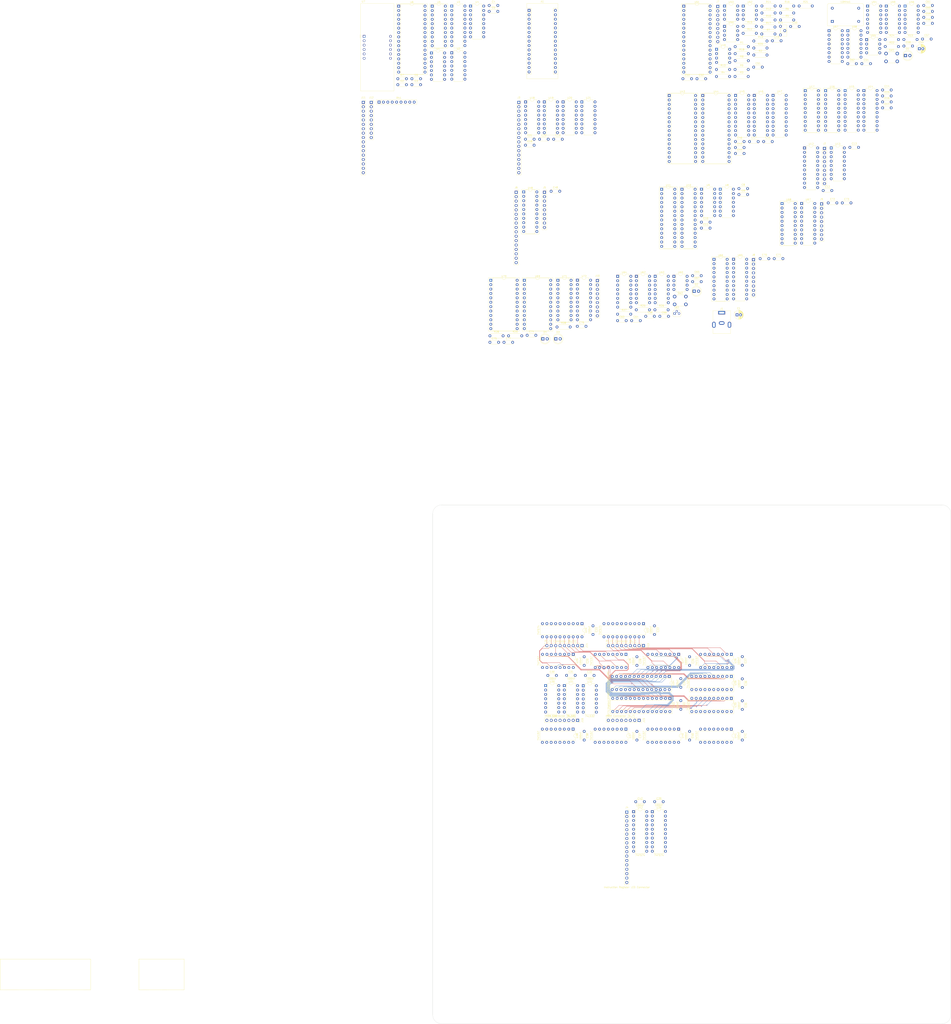
<source format=kicad_pcb>
(kicad_pcb (version 20171130) (host pcbnew "(5.1.0-0)")
  (title_block (title "TurtleTTL: Main Board") (comment 4 "Main board of the TurtleTTL microcomputer"))
  (layers (0 F.Cu signal) (1 GND1.Cu power hide) (2 In.Cu signal) (3 GND2.Cu power hide) (4 VCC.Cu power hide) (31 B.Cu signal) (34 B.Paste user hide) (35 F.Paste user hide) (36 B.SilkS user hide) (37 F.SilkS user) (38 B.Mask user hide) (39 F.Mask user hide) (44 Edge.Cuts user))
  (net 0 "")
  (net 1 GND)
  (net 2 "Net-(10MHz1-Pad8)")
  (net 3 VCC)
  (net 4 ~MI)
  (net 5 ~MO)
  (net 6 RegisterClock)
  (net 7 ~HLT)
  (net 8 ~DI)
  (net 9 ~BI)
  (net 10 ~BO)
  (net 11 ~AI)
  (net 12 ~AO)
  (net 13 ~FI)
  (net 14 ~EO)
  (net 15 ~XO)
  (net 16 ~YO)
  (net 17 ~XI)
  (net 18 ~YI)
  (net 19 ~J)
  (net 20 ~CO)
  (net 21 /ALU/AluResult7)
  (net 22 /ALU/AluResult6)
  (net 23 /ALU/AluResult5)
  (net 24 /ALU/AluResult4)
  (net 25 /ALU/AluResult3)
  (net 26 /ALU/AluResult2)
  (net 27 /ALU/AluResult1)
  (net 28 /ALU/AluResult0)
  (net 29 ~CarryOut)
  (net 30 ~A=B)
  (net 31 "Net-(RV1-Pad2)")
  (net 32 "Net-(SW1-Pad1)")
  (net 33 "Net-(SW2-Pad1)")
  (net 34 "Net-(U1-Pad4)")
  (net 35 "Net-(U1-Pad3)")
  (net 36 FixedRateClock)
  (net 37 "Net-(U2-Pad3)")
  (net 38 "/Output Display/Out7")
  (net 39 "/Output Display/Out3")
  (net 40 "/Output Display/Out6")
  (net 41 "/Output Display/Out2")
  (net 42 "/Output Display/Out5")
  (net 43 "/Output Display/Out1")
  (net 44 "/Output Display/Out4")
  (net 45 "/Output Display/Out0")
  (net 46 "Net-(U6-Pad15)")
  (net 47 "Net-(U6-Pad14)")
  (net 48 "Net-(U6-Pad13)")
  (net 49 "Net-(U6-Pad21)")
  (net 50 "Net-(U6-Pad20)")
  (net 51 "Net-(U6-Pad19)")
  (net 52 "Net-(U6-Pad18)")
  (net 53 "Net-(U6-Pad17)")
  (net 54 "Net-(U20-Pad15)")
  (net 55 CE)
  (net 56 ControlClock)
  (net 57 ~RST)
  (net 58 ClockRate2)
  (net 59 ClockRate1)
  (net 60 ClockRate0)
  (net 61 CLK)
  (net 62 AddressBus0)
  (net 63 DataBus7)
  (net 64 DataBus6)
  (net 65 DataBus5)
  (net 66 DataBus4)
  (net 67 DataBus3)
  (net 68 DataBus2)
  (net 69 DataBus1)
  (net 70 DataBus0)
  (net 71 DeviceSelect7)
  (net 72 DeviceSelect6)
  (net 73 DeviceSelect5)
  (net 74 DeviceSelect4)
  (net 75 DeviceSelect3)
  (net 76 DeviceSelect2)
  (net 77 DeviceSelect1)
  (net 78 DeviceSelect0)
  (net 79 PC15)
  (net 80 PC14)
  (net 81 PC13)
  (net 82 PC12)
  (net 83 PC11)
  (net 84 PC10)
  (net 85 PC9)
  (net 86 PC8)
  (net 87 PC7)
  (net 88 PC6)
  (net 89 PC5)
  (net 90 PC4)
  (net 91 PC3)
  (net 92 PC2)
  (net 93 PC1)
  (net 94 PC0)
  (net 95 IR15)
  (net 96 IR14)
  (net 97 IR13)
  (net 98 IR12)
  (net 99 IR11)
  (net 100 IR10)
  (net 101 IR9)
  (net 102 IR8)
  (net 103 IR7)
  (net 104 IR6)
  (net 105 IR5)
  (net 106 IR4)
  (net 107 IR3)
  (net 108 IR2)
  (net 109 IR1)
  (net 110 IR0)
  (net 111 C7)
  (net 112 C6)
  (net 113 C5)
  (net 114 C4)
  (net 115 C3)
  (net 116 C2)
  (net 117 C1)
  (net 118 C0)
  (net 119 A7)
  (net 120 A6)
  (net 121 A5)
  (net 122 A4)
  (net 123 A3)
  (net 124 A2)
  (net 125 A1)
  (net 126 A0)
  (net 127 B7)
  (net 128 B6)
  (net 129 B5)
  (net 130 B4)
  (net 131 B3)
  (net 132 B2)
  (net 133 B1)
  (net 134 B0)
  (net 135 AddressBus15)
  (net 136 AddressBus14)
  (net 137 AddressBus13)
  (net 138 AddressBus12)
  (net 139 AddressBus11)
  (net 140 AddressBus10)
  (net 141 AddressBus9)
  (net 142 AddressBus8)
  (net 143 AddressBus7)
  (net 144 AddressBus6)
  (net 145 AddressBus5)
  (net 146 AddressBus4)
  (net 147 AddressBus3)
  (net 148 AddressBus2)
  (net 149 AddressBus1)
  (net 150 PC_IF7)
  (net 151 PC_IF3)
  (net 152 PC_IF6)
  (net 153 PC_IF2)
  (net 154 PC_IF5)
  (net 155 PC_IF1)
  (net 156 PC_IF4)
  (net 157 PC_IF0)
  (net 158 PC_IF15)
  (net 159 PC_IF11)
  (net 160 PC_IF14)
  (net 161 PC_IF10)
  (net 162 PC_IF13)
  (net 163 PC_IF9)
  (net 164 PC_IF12)
  (net 165 PC_IF8)
  (net 166 IROM2)
  (net 167 IROM1)
  (net 168 IROM0)
  (net 169 IROM7)
  (net 170 IROM6)
  (net 171 IROM5)
  (net 172 IROM4)
  (net 173 IROM3)
  (net 174 IROM10)
  (net 175 IROM9)
  (net 176 IROM8)
  (net 177 IROM15)
  (net 178 IROM14)
  (net 179 IROM13)
  (net 180 IROM12)
  (net 181 IROM11)
  (net 182 IRAM10)
  (net 183 IRAM9)
  (net 184 IRAM8)
  (net 185 IRAM15)
  (net 186 IRAM14)
  (net 187 IRAM13)
  (net 188 IRAM12)
  (net 189 IRAM11)
  (net 190 IRAM2)
  (net 191 IRAM1)
  (net 192 IRAM0)
  (net 193 IRAM7)
  (net 194 IRAM6)
  (net 195 IRAM5)
  (net 196 IRAM4)
  (net 197 IRAM3)
  (net 198 "Net-(U2-Pad6)")
  (net 199 "Net-(U19-Pad15)")
  (net 200 "Net-(U10-Pad22)")
  (net 201 "Net-(U10-Pad27)")
  (net 202 "Net-(U11-Pad20)")
  (net 203 "Net-(U12-Pad6)")
  (net 204 "Net-(U12-Pad5)")
  (net 205 "Net-(U12-Pad2)")
  (net 206 "Net-(U18-Pad15)")
  (net 207 "Net-(U57-Pad15)")
  (net 208 "Net-(U57-Pad14)")
  (net 209 "Net-(U57-Pad13)")
  (net 210 "Net-(U58-Pad13)")
  (net 211 "Net-(J7-Pad8)")
  (net 212 "Net-(J7-Pad7)")
  (net 213 "Net-(J7-Pad6)")
  (net 214 "Net-(J7-Pad5)")
  (net 215 "Net-(J7-Pad4)")
  (net 216 "Net-(J7-Pad3)")
  (net 217 "Net-(J7-Pad2)")
  (net 218 "Net-(U38-Pad12)")
  (net 219 "Net-(U38-Pad4)")
  (net 220 "Net-(U38-Pad9)")
  (net 221 "Net-(U57-Pad1)")
  (net 222 "Net-(C54-Pad1)")
  (net 223 "Net-(C55-Pad1)")
  (net 224 "Net-(C63-Pad1)")
  (net 225 "Net-(C64-Pad1)")
  (net 226 "Net-(D1-Pad1)")
  (net 227 "Net-(D2-Pad2)")
  (net 228 "Net-(D2-Pad1)")
  (net 229 "Net-(D3-Pad1)")
  (net 230 "Net-(D4-Pad1)")
  (net 231 "Net-(R1-Pad2)")
  (net 232 "Net-(R4-Pad2)")
  (net 233 "Net-(R10-Pad1)")
  (net 234 "Net-(R10-Pad2)")
  (net 235 "Net-(R13-Pad2)")
  (net 236 "Net-(R16-Pad2)")
  (net 237 "Net-(R19-Pad2)")
  (net 238 "Net-(R22-Pad2)")
  (net 239 "Net-(R25-Pad2)")
  (net 240 "Net-(U4-Pad7)")
  (net 241 "Net-(U4-Pad6)")
  (net 242 "Net-(U4-Pad5)")
  (net 243 "Net-(U4-Pad4)")
  (net 244 "Net-(U30-Pad6)")
  (net 245 "Net-(U30-Pad4)")
  (net 246 "Net-(U30-Pad3)")
  (net 247 "Net-(U30-Pad8)")
  (net 248 "Net-(U32-Pad6)")
  (net 249 "Net-(U32-Pad11)")
  (net 250 "Net-(U32-Pad3)")
  (net 251 "Net-(U32-Pad8)")
  (net 252 "Net-(U37-Pad7)")
  (net 253 "Net-(U37-Pad12)")
  (net 254 "Net-(U37-Pad4)")
  (net 255 "Net-(U37-Pad9)")
  (net 256 "Net-(U38-Pad7)")
  (net 257 "Net-(U40-Pad7)")
  (net 258 "Net-(U40-Pad12)")
  (net 259 "Net-(U40-Pad4)")
  (net 260 "Net-(U40-Pad9)")
  (net 261 "Net-(U41-Pad7)")
  (net 262 "Net-(U41-Pad12)")
  (net 263 "Net-(U41-Pad4)")
  (net 264 "Net-(U41-Pad9)")
  (net 265 "Net-(U43-Pad15)")
  (net 266 "Net-(U43-Pad14)")
  (net 267 "Net-(U43-Pad13)")
  (net 268 "Net-(U43-Pad21)")
  (net 269 "Net-(U43-Pad20)")
  (net 270 "Net-(U43-Pad19)")
  (net 271 "Net-(U43-Pad18)")
  (net 272 "Net-(U43-Pad17)")
  (net 273 "Net-(U44-Pad15)")
  (net 274 "Net-(U44-Pad14)")
  (net 275 "Net-(U44-Pad13)")
  (net 276 "Net-(U44-Pad21)")
  (net 277 "Net-(U44-Pad20)")
  (net 278 "Net-(U44-Pad19)")
  (net 279 "Net-(U44-Pad18)")
  (net 280 "Net-(U44-Pad17)")
  (net 281 "Net-(U54-Pad2)")
  (net 282 "Net-(U55-Pad3)")
  (net 283 "Net-(U56-Pad8)")
  (net 284 "Net-(U58-Pad8)")
  (net 285 "Net-(U59-Pad13)")
  (net 286 "Net-(U60-Pad3)")
  (net 287 "Net-(U62-Pad2)")
  (net 288 "Net-(U69-Pad16)")
  (net 289 /ALU/Cn+4)
  (net 290 /ALU/A=B)
  (net 291 IRAMAddr1)
  (net 292 IRAMAddr3)
  (net 293 IRAMAddr0)
  (net 294 IRAMAddr2)
  (net 295 IRAMAddr5)
  (net 296 IRAMAddr7)
  (net 297 IRAMAddr4)
  (net 298 IRAMAddr6)
  (net 299 IRAMAddr9)
  (net 300 IRAMAddr11)
  (net 301 IRAMAddr8)
  (net 302 IRAMAddr10)
  (net 303 IRAMAddr13)
  (net 304 IRAMAddr12)
  (net 305 IRAMAddr14)
  (module Connector_PinSocket_2.54mm:PinSocket_1x08_P2.54mm_Vertical (layer F.Cu) (at 220.98 165.1 270)
    (fp_text reference J16 (at 0 -2.77 270) (layer F.SilkS))
    (fp_text value "IROM Connector [8..15]" (at -2.54 10.16) (layer F.SilkS))
    (pad 8 thru_hole oval (at 0 17.78 270) (size 1.7 1.7) (drill 1) (layers *.Cu *.Mask) (net 177 IROM15))
    (pad 7 thru_hole oval (at 0 15.24 270) (size 1.7 1.7) (drill 1) (layers *.Cu *.Mask) (net 178 IROM14))
    (pad 6 thru_hole oval (at 0 12.7 270) (size 1.7 1.7) (drill 1) (layers *.Cu *.Mask) (net 179 IROM13))
    (pad 5 thru_hole oval (at 0 10.16 270) (size 1.7 1.7) (drill 1) (layers *.Cu *.Mask) (net 180 IROM12))
    (pad 4 thru_hole oval (at 0 7.62 270) (size 1.7 1.7) (drill 1) (layers *.Cu *.Mask) (net 181 IROM11))
    (pad 3 thru_hole oval (at 0 5.08 270) (size 1.7 1.7) (drill 1) (layers *.Cu *.Mask) (net 174 IROM10))
    (pad 2 thru_hole oval (at 0 2.54 270) (size 1.7 1.7) (drill 1) (layers *.Cu *.Mask) (net 175 IROM9))
    (pad 1 thru_hole rect (at 0 0 270) (size 1.7 1.7) (drill 1) (layers *.Cu *.Mask) (net 176 IROM8))
  )
  (module Connector_PinSocket_2.54mm:PinSocket_1x08_P2.54mm_Vertical (layer F.Cu) (at 256.54 165.1 270)
    (fp_text reference J15 (at 0 -2.77 270) (layer F.SilkS))
    (fp_text value "IROM Connector [0..7]" (at -2.54 10.922) (layer F.SilkS))
    (pad 8 thru_hole oval (at 0 17.78 270) (size 1.7 1.7) (drill 1) (layers *.Cu *.Mask) (net 169 IROM7))
    (pad 7 thru_hole oval (at 0 15.24 270) (size 1.7 1.7) (drill 1) (layers *.Cu *.Mask) (net 170 IROM6))
    (pad 6 thru_hole oval (at 0 12.7 270) (size 1.7 1.7) (drill 1) (layers *.Cu *.Mask) (net 171 IROM5))
    (pad 5 thru_hole oval (at 0 10.16 270) (size 1.7 1.7) (drill 1) (layers *.Cu *.Mask) (net 172 IROM4))
    (pad 4 thru_hole oval (at 0 7.62 270) (size 1.7 1.7) (drill 1) (layers *.Cu *.Mask) (net 173 IROM3))
    (pad 3 thru_hole oval (at 0 5.08 270) (size 1.7 1.7) (drill 1) (layers *.Cu *.Mask) (net 166 IROM2))
    (pad 2 thru_hole oval (at 0 2.54 270) (size 1.7 1.7) (drill 1) (layers *.Cu *.Mask) (net 167 IROM1))
    (pad 1 thru_hole rect (at 0 0 270) (size 1.7 1.7) (drill 1) (layers *.Cu *.Mask) (net 168 IROM0))
  )
  (module Connector_PinSocket_2.54mm:PinSocket_1x09_P2.54mm_Vertical (layer F.Cu) (at 223.52 121.92 270)
    (fp_text reference J14 (at 0 -2.77 270) (layer F.SilkS))
    (fp_text value "PC/IF Connector [8..15]" (at -2.54 12.446) (layer F.SilkS))
    (pad 9 thru_hole oval (at 0 20.32 270) (size 1.7 1.7) (drill 1) (layers *.Cu *.Mask) (net 158 PC_IF15))
    (pad 8 thru_hole oval (at 0 17.78 270) (size 1.7 1.7) (drill 1) (layers *.Cu *.Mask) (net 160 PC_IF14))
    (pad 7 thru_hole oval (at 0 15.24 270) (size 1.7 1.7) (drill 1) (layers *.Cu *.Mask) (net 162 PC_IF13))
    (pad 6 thru_hole oval (at 0 12.7 270) (size 1.7 1.7) (drill 1) (layers *.Cu *.Mask) (net 164 PC_IF12))
    (pad 5 thru_hole oval (at 0 10.16 270) (size 1.7 1.7) (drill 1) (layers *.Cu *.Mask) (net 159 PC_IF11))
    (pad 4 thru_hole oval (at 0 7.62 270) (size 1.7 1.7) (drill 1) (layers *.Cu *.Mask) (net 161 PC_IF10))
    (pad 3 thru_hole oval (at 0 5.08 270) (size 1.7 1.7) (drill 1) (layers *.Cu *.Mask) (net 163 PC_IF9))
    (pad 2 thru_hole oval (at 0 2.54 270) (size 1.7 1.7) (drill 1) (layers *.Cu *.Mask) (net 165 PC_IF8))
    (pad 1 thru_hole rect (at 0 0 270) (size 1.7 1.7) (drill 1) (layers *.Cu *.Mask) (net 1 GND))
  )
  (module Connector_PinSocket_2.54mm:PinSocket_1x09_P2.54mm_Vertical (layer F.Cu) (at 259.08 121.92 270)
    (fp_text reference J13 (at 0 -2.77 270) (layer F.SilkS))
    (fp_text value "PC/IF Connector [0..7]" (at -2.54 12.954) (layer F.SilkS))
    (pad 9 thru_hole oval (at 0 20.32 270) (size 1.7 1.7) (drill 1) (layers *.Cu *.Mask) (net 150 PC_IF7))
    (pad 8 thru_hole oval (at 0 17.78 270) (size 1.7 1.7) (drill 1) (layers *.Cu *.Mask) (net 152 PC_IF6))
    (pad 7 thru_hole oval (at 0 15.24 270) (size 1.7 1.7) (drill 1) (layers *.Cu *.Mask) (net 154 PC_IF5))
    (pad 6 thru_hole oval (at 0 12.7 270) (size 1.7 1.7) (drill 1) (layers *.Cu *.Mask) (net 156 PC_IF4))
    (pad 5 thru_hole oval (at 0 10.16 270) (size 1.7 1.7) (drill 1) (layers *.Cu *.Mask) (net 151 PC_IF3))
    (pad 4 thru_hole oval (at 0 7.62 270) (size 1.7 1.7) (drill 1) (layers *.Cu *.Mask) (net 153 PC_IF2))
    (pad 3 thru_hole oval (at 0 5.08 270) (size 1.7 1.7) (drill 1) (layers *.Cu *.Mask) (net 155 PC_IF1))
    (pad 2 thru_hole oval (at 0 2.54 270) (size 1.7 1.7) (drill 1) (layers *.Cu *.Mask) (net 157 PC_IF0))
    (pad 1 thru_hole rect (at 0 0 270) (size 1.7 1.7) (drill 1) (layers *.Cu *.Mask) (net 3 VCC))
  )
  (module Package_DIP:DIP-20_W7.62mm (layer F.Cu) (at 220.86 -89.23)
    (fp_text reference U72 (at 3.81 -2.33) (layer F.SilkS))
    (fp_text value 74F377)
    (pad 20 thru_hole oval (at 7.62 0) (size 1.6 1.6) (drill 0.8) (layers *.Cu *.Mask) (net 3 VCC))
    (pad 10 thru_hole oval (at 0 22.86) (size 1.6 1.6) (drill 0.8) (layers *.Cu *.Mask) (net 1 GND))
    (pad 19 thru_hole oval (at 7.62 2.54) (size 1.6 1.6) (drill 0.8) (layers *.Cu *.Mask))
    (pad 9 thru_hole oval (at 0 20.32) (size 1.6 1.6) (drill 0.8) (layers *.Cu *.Mask))
    (pad 18 thru_hole oval (at 7.62 5.08) (size 1.6 1.6) (drill 0.8) (layers *.Cu *.Mask))
    (pad 8 thru_hole oval (at 0 17.78) (size 1.6 1.6) (drill 0.8) (layers *.Cu *.Mask))
    (pad 17 thru_hole oval (at 7.62 7.62) (size 1.6 1.6) (drill 0.8) (layers *.Cu *.Mask))
    (pad 7 thru_hole oval (at 0 15.24) (size 1.6 1.6) (drill 0.8) (layers *.Cu *.Mask))
    (pad 16 thru_hole oval (at 7.62 10.16) (size 1.6 1.6) (drill 0.8) (layers *.Cu *.Mask))
    (pad 6 thru_hole oval (at 0 12.7) (size 1.6 1.6) (drill 0.8) (layers *.Cu *.Mask))
    (pad 15 thru_hole oval (at 7.62 12.7) (size 1.6 1.6) (drill 0.8) (layers *.Cu *.Mask))
    (pad 5 thru_hole oval (at 0 10.16) (size 1.6 1.6) (drill 0.8) (layers *.Cu *.Mask) (net 30 ~A=B))
    (pad 14 thru_hole oval (at 7.62 15.24) (size 1.6 1.6) (drill 0.8) (layers *.Cu *.Mask))
    (pad 4 thru_hole oval (at 0 7.62) (size 1.6 1.6) (drill 0.8) (layers *.Cu *.Mask) (net 290 /ALU/A=B))
    (pad 13 thru_hole oval (at 7.62 17.78) (size 1.6 1.6) (drill 0.8) (layers *.Cu *.Mask))
    (pad 3 thru_hole oval (at 0 5.08) (size 1.6 1.6) (drill 0.8) (layers *.Cu *.Mask) (net 289 /ALU/Cn+4))
    (pad 12 thru_hole oval (at 7.62 20.32) (size 1.6 1.6) (drill 0.8) (layers *.Cu *.Mask))
    (pad 2 thru_hole oval (at 0 2.54) (size 1.6 1.6) (drill 0.8) (layers *.Cu *.Mask) (net 29 ~CarryOut))
    (pad 11 thru_hole oval (at 7.62 22.86) (size 1.6 1.6) (drill 0.8) (layers *.Cu *.Mask) (net 6 RegisterClock))
    (pad 1 thru_hole rect (at 0 0) (size 1.6 1.6) (drill 0.8) (layers *.Cu *.Mask) (net 13 ~FI))
  )
  (module Package_DIP:DIP-20_W7.62mm_Socket (layer F.Cu) (at 209.56 -89.18)
    (fp_text reference U71 (at 3.81 -2.33) (layer F.SilkS))
    (fp_text value 74LS245)
    (pad 20 thru_hole oval (at 7.62 0) (size 1.6 1.6) (drill 0.8) (layers *.Cu *.Mask) (net 3 VCC))
    (pad 10 thru_hole oval (at 0 22.86) (size 1.6 1.6) (drill 0.8) (layers *.Cu *.Mask) (net 1 GND))
    (pad 19 thru_hole oval (at 7.62 2.54) (size 1.6 1.6) (drill 0.8) (layers *.Cu *.Mask) (net 14 ~EO))
    (pad 9 thru_hole oval (at 0 20.32) (size 1.6 1.6) (drill 0.8) (layers *.Cu *.Mask) (net 28 /ALU/AluResult0))
    (pad 18 thru_hole oval (at 7.62 5.08) (size 1.6 1.6) (drill 0.8) (layers *.Cu *.Mask) (net 63 DataBus7))
    (pad 8 thru_hole oval (at 0 17.78) (size 1.6 1.6) (drill 0.8) (layers *.Cu *.Mask) (net 27 /ALU/AluResult1))
    (pad 17 thru_hole oval (at 7.62 7.62) (size 1.6 1.6) (drill 0.8) (layers *.Cu *.Mask) (net 64 DataBus6))
    (pad 7 thru_hole oval (at 0 15.24) (size 1.6 1.6) (drill 0.8) (layers *.Cu *.Mask) (net 26 /ALU/AluResult2))
    (pad 16 thru_hole oval (at 7.62 10.16) (size 1.6 1.6) (drill 0.8) (layers *.Cu *.Mask) (net 65 DataBus5))
    (pad 6 thru_hole oval (at 0 12.7) (size 1.6 1.6) (drill 0.8) (layers *.Cu *.Mask) (net 25 /ALU/AluResult3))
    (pad 15 thru_hole oval (at 7.62 12.7) (size 1.6 1.6) (drill 0.8) (layers *.Cu *.Mask) (net 66 DataBus4))
    (pad 5 thru_hole oval (at 0 10.16) (size 1.6 1.6) (drill 0.8) (layers *.Cu *.Mask) (net 24 /ALU/AluResult4))
    (pad 14 thru_hole oval (at 7.62 15.24) (size 1.6 1.6) (drill 0.8) (layers *.Cu *.Mask) (net 67 DataBus3))
    (pad 4 thru_hole oval (at 0 7.62) (size 1.6 1.6) (drill 0.8) (layers *.Cu *.Mask) (net 23 /ALU/AluResult5))
    (pad 13 thru_hole oval (at 7.62 17.78) (size 1.6 1.6) (drill 0.8) (layers *.Cu *.Mask) (net 68 DataBus2))
    (pad 3 thru_hole oval (at 0 5.08) (size 1.6 1.6) (drill 0.8) (layers *.Cu *.Mask) (net 22 /ALU/AluResult6))
    (pad 12 thru_hole oval (at 7.62 20.32) (size 1.6 1.6) (drill 0.8) (layers *.Cu *.Mask) (net 69 DataBus1))
    (pad 2 thru_hole oval (at 0 2.54) (size 1.6 1.6) (drill 0.8) (layers *.Cu *.Mask) (net 21 /ALU/AluResult7))
    (pad 11 thru_hole oval (at 7.62 22.86) (size 1.6 1.6) (drill 0.8) (layers *.Cu *.Mask) (net 70 DataBus0))
    (pad 1 thru_hole rect (at 0 0) (size 1.6 1.6) (drill 0.8) (layers *.Cu *.Mask) (net 3 VCC))
  )
  (module Package_DIP:DIP-24_W15.24mm_Socket (layer F.Cu) (at 170.76 -89.18)
    (fp_text reference U70 (at 7.62 -2.33) (layer F.SilkS))
    (fp_text value 74F181)
    (pad 24 thru_hole oval (at 15.24 0) (size 1.6 1.6) (drill 0.8) (layers *.Cu *.Mask) (net 3 VCC))
    (pad 12 thru_hole oval (at 0 27.94) (size 1.6 1.6) (drill 0.8) (layers *.Cu *.Mask) (net 1 GND))
    (pad 23 thru_hole oval (at 15.24 2.54) (size 1.6 1.6) (drill 0.8) (layers *.Cu *.Mask) (net 121 A5))
    (pad 11 thru_hole oval (at 0 25.4) (size 1.6 1.6) (drill 0.8) (layers *.Cu *.Mask) (net 22 /ALU/AluResult6))
    (pad 22 thru_hole oval (at 15.24 5.08) (size 1.6 1.6) (drill 0.8) (layers *.Cu *.Mask) (net 129 B5))
    (pad 10 thru_hole oval (at 0 22.86) (size 1.6 1.6) (drill 0.8) (layers *.Cu *.Mask) (net 23 /ALU/AluResult5))
    (pad 21 thru_hole oval (at 15.24 7.62) (size 1.6 1.6) (drill 0.8) (layers *.Cu *.Mask) (net 120 A6))
    (pad 9 thru_hole oval (at 0 20.32) (size 1.6 1.6) (drill 0.8) (layers *.Cu *.Mask) (net 24 /ALU/AluResult4))
    (pad 20 thru_hole oval (at 15.24 10.16) (size 1.6 1.6) (drill 0.8) (layers *.Cu *.Mask) (net 128 B6))
    (pad 8 thru_hole oval (at 0 17.78) (size 1.6 1.6) (drill 0.8) (layers *.Cu *.Mask) (net 113 C5))
    (pad 19 thru_hole oval (at 15.24 12.7) (size 1.6 1.6) (drill 0.8) (layers *.Cu *.Mask) (net 119 A7))
    (pad 7 thru_hole oval (at 0 15.24) (size 1.6 1.6) (drill 0.8) (layers *.Cu *.Mask) (net 288 "Net-(U69-Pad16)"))
    (pad 18 thru_hole oval (at 15.24 15.24) (size 1.6 1.6) (drill 0.8) (layers *.Cu *.Mask) (net 127 B7))
    (pad 6 thru_hole oval (at 0 12.7) (size 1.6 1.6) (drill 0.8) (layers *.Cu *.Mask) (net 118 C0))
    (pad 17 thru_hole oval (at 15.24 17.78) (size 1.6 1.6) (drill 0.8) (layers *.Cu *.Mask))
    (pad 5 thru_hole oval (at 0 10.16) (size 1.6 1.6) (drill 0.8) (layers *.Cu *.Mask) (net 117 C1))
    (pad 16 thru_hole oval (at 15.24 20.32) (size 1.6 1.6) (drill 0.8) (layers *.Cu *.Mask) (net 289 /ALU/Cn+4))
    (pad 4 thru_hole oval (at 0 7.62) (size 1.6 1.6) (drill 0.8) (layers *.Cu *.Mask) (net 116 C2))
    (pad 15 thru_hole oval (at 15.24 22.86) (size 1.6 1.6) (drill 0.8) (layers *.Cu *.Mask))
    (pad 3 thru_hole oval (at 0 5.08) (size 1.6 1.6) (drill 0.8) (layers *.Cu *.Mask) (net 115 C3))
    (pad 14 thru_hole oval (at 15.24 25.4) (size 1.6 1.6) (drill 0.8) (layers *.Cu *.Mask) (net 290 /ALU/A=B))
    (pad 2 thru_hole oval (at 0 2.54) (size 1.6 1.6) (drill 0.8) (layers *.Cu *.Mask) (net 122 A4))
    (pad 13 thru_hole oval (at 15.24 27.94) (size 1.6 1.6) (drill 0.8) (layers *.Cu *.Mask) (net 21 /ALU/AluResult7))
    (pad 1 thru_hole rect (at 0 0) (size 1.6 1.6) (drill 0.8) (layers *.Cu *.Mask) (net 130 B4))
  )
  (module Package_DIP:DIP-24_W15.24mm_Socket (layer F.Cu) (at 190.16 -89.18)
    (fp_text reference U69 (at 7.62 -2.33) (layer F.SilkS))
    (fp_text value 74F181)
    (pad 24 thru_hole oval (at 15.24 0) (size 1.6 1.6) (drill 0.8) (layers *.Cu *.Mask) (net 3 VCC))
    (pad 12 thru_hole oval (at 0 27.94) (size 1.6 1.6) (drill 0.8) (layers *.Cu *.Mask) (net 1 GND))
    (pad 23 thru_hole oval (at 15.24 2.54) (size 1.6 1.6) (drill 0.8) (layers *.Cu *.Mask) (net 125 A1))
    (pad 11 thru_hole oval (at 0 25.4) (size 1.6 1.6) (drill 0.8) (layers *.Cu *.Mask) (net 26 /ALU/AluResult2))
    (pad 22 thru_hole oval (at 15.24 5.08) (size 1.6 1.6) (drill 0.8) (layers *.Cu *.Mask) (net 133 B1))
    (pad 10 thru_hole oval (at 0 22.86) (size 1.6 1.6) (drill 0.8) (layers *.Cu *.Mask) (net 27 /ALU/AluResult1))
    (pad 21 thru_hole oval (at 15.24 7.62) (size 1.6 1.6) (drill 0.8) (layers *.Cu *.Mask) (net 124 A2))
    (pad 9 thru_hole oval (at 0 20.32) (size 1.6 1.6) (drill 0.8) (layers *.Cu *.Mask) (net 28 /ALU/AluResult0))
    (pad 20 thru_hole oval (at 15.24 10.16) (size 1.6 1.6) (drill 0.8) (layers *.Cu *.Mask) (net 132 B2))
    (pad 8 thru_hole oval (at 0 17.78) (size 1.6 1.6) (drill 0.8) (layers *.Cu *.Mask) (net 113 C5))
    (pad 19 thru_hole oval (at 15.24 12.7) (size 1.6 1.6) (drill 0.8) (layers *.Cu *.Mask) (net 123 A3))
    (pad 7 thru_hole oval (at 0 15.24) (size 1.6 1.6) (drill 0.8) (layers *.Cu *.Mask) (net 114 C4))
    (pad 18 thru_hole oval (at 15.24 15.24) (size 1.6 1.6) (drill 0.8) (layers *.Cu *.Mask) (net 131 B3))
    (pad 6 thru_hole oval (at 0 12.7) (size 1.6 1.6) (drill 0.8) (layers *.Cu *.Mask) (net 118 C0))
    (pad 17 thru_hole oval (at 15.24 17.78) (size 1.6 1.6) (drill 0.8) (layers *.Cu *.Mask))
    (pad 5 thru_hole oval (at 0 10.16) (size 1.6 1.6) (drill 0.8) (layers *.Cu *.Mask) (net 117 C1))
    (pad 16 thru_hole oval (at 15.24 20.32) (size 1.6 1.6) (drill 0.8) (layers *.Cu *.Mask) (net 288 "Net-(U69-Pad16)"))
    (pad 4 thru_hole oval (at 0 7.62) (size 1.6 1.6) (drill 0.8) (layers *.Cu *.Mask) (net 116 C2))
    (pad 15 thru_hole oval (at 15.24 22.86) (size 1.6 1.6) (drill 0.8) (layers *.Cu *.Mask))
    (pad 3 thru_hole oval (at 0 5.08) (size 1.6 1.6) (drill 0.8) (layers *.Cu *.Mask) (net 115 C3))
    (pad 14 thru_hole oval (at 15.24 25.4) (size 1.6 1.6) (drill 0.8) (layers *.Cu *.Mask) (net 290 /ALU/A=B))
    (pad 2 thru_hole oval (at 0 2.54) (size 1.6 1.6) (drill 0.8) (layers *.Cu *.Mask) (net 126 A0))
    (pad 13 thru_hole oval (at 15.24 27.94) (size 1.6 1.6) (drill 0.8) (layers *.Cu *.Mask) (net 25 /ALU/AluResult3))
    (pad 1 thru_hole rect (at 0 0) (size 1.6 1.6) (drill 0.8) (layers *.Cu *.Mask) (net 134 B0))
  )
  (module Package_DIP:DIP-20_W7.62mm_Socket (layer F.Cu) (at 339.22 -133.48)
    (fp_text reference U68 (at 3.81 -2.33) (layer F.SilkS))
    (fp_text value 74LS245)
    (pad 20 thru_hole oval (at 7.62 0) (size 1.6 1.6) (drill 0.8) (layers *.Cu *.Mask) (net 3 VCC))
    (pad 10 thru_hole oval (at 0 22.86) (size 1.6 1.6) (drill 0.8) (layers *.Cu *.Mask) (net 1 GND))
    (pad 19 thru_hole oval (at 7.62 2.54) (size 1.6 1.6) (drill 0.8) (layers *.Cu *.Mask) (net 10 ~BO))
    (pad 9 thru_hole oval (at 0 20.32) (size 1.6 1.6) (drill 0.8) (layers *.Cu *.Mask) (net 134 B0))
    (pad 18 thru_hole oval (at 7.62 5.08) (size 1.6 1.6) (drill 0.8) (layers *.Cu *.Mask) (net 63 DataBus7))
    (pad 8 thru_hole oval (at 0 17.78) (size 1.6 1.6) (drill 0.8) (layers *.Cu *.Mask) (net 133 B1))
    (pad 17 thru_hole oval (at 7.62 7.62) (size 1.6 1.6) (drill 0.8) (layers *.Cu *.Mask) (net 64 DataBus6))
    (pad 7 thru_hole oval (at 0 15.24) (size 1.6 1.6) (drill 0.8) (layers *.Cu *.Mask) (net 132 B2))
    (pad 16 thru_hole oval (at 7.62 10.16) (size 1.6 1.6) (drill 0.8) (layers *.Cu *.Mask) (net 65 DataBus5))
    (pad 6 thru_hole oval (at 0 12.7) (size 1.6 1.6) (drill 0.8) (layers *.Cu *.Mask) (net 131 B3))
    (pad 15 thru_hole oval (at 7.62 12.7) (size 1.6 1.6) (drill 0.8) (layers *.Cu *.Mask) (net 66 DataBus4))
    (pad 5 thru_hole oval (at 0 10.16) (size 1.6 1.6) (drill 0.8) (layers *.Cu *.Mask) (net 130 B4))
    (pad 14 thru_hole oval (at 7.62 15.24) (size 1.6 1.6) (drill 0.8) (layers *.Cu *.Mask) (net 67 DataBus3))
    (pad 4 thru_hole oval (at 0 7.62) (size 1.6 1.6) (drill 0.8) (layers *.Cu *.Mask) (net 129 B5))
    (pad 13 thru_hole oval (at 7.62 17.78) (size 1.6 1.6) (drill 0.8) (layers *.Cu *.Mask) (net 68 DataBus2))
    (pad 3 thru_hole oval (at 0 5.08) (size 1.6 1.6) (drill 0.8) (layers *.Cu *.Mask) (net 128 B6))
    (pad 12 thru_hole oval (at 7.62 20.32) (size 1.6 1.6) (drill 0.8) (layers *.Cu *.Mask) (net 69 DataBus1))
    (pad 2 thru_hole oval (at 0 2.54) (size 1.6 1.6) (drill 0.8) (layers *.Cu *.Mask) (net 127 B7))
    (pad 11 thru_hole oval (at 7.62 22.86) (size 1.6 1.6) (drill 0.8) (layers *.Cu *.Mask) (net 70 DataBus0))
    (pad 1 thru_hole rect (at 0 0) (size 1.6 1.6) (drill 0.8) (layers *.Cu *.Mask) (net 3 VCC))
  )
  (module Package_DIP:DIP-20_W7.62mm (layer F.Cu) (at 350.52 -133.53)
    (fp_text reference U67 (at 3.81 -2.33) (layer F.SilkS))
    (fp_text value 74F377)
    (pad 20 thru_hole oval (at 7.62 0) (size 1.6 1.6) (drill 0.8) (layers *.Cu *.Mask) (net 3 VCC))
    (pad 10 thru_hole oval (at 0 22.86) (size 1.6 1.6) (drill 0.8) (layers *.Cu *.Mask) (net 1 GND))
    (pad 19 thru_hole oval (at 7.62 2.54) (size 1.6 1.6) (drill 0.8) (layers *.Cu *.Mask) (net 134 B0))
    (pad 9 thru_hole oval (at 0 20.32) (size 1.6 1.6) (drill 0.8) (layers *.Cu *.Mask) (net 130 B4))
    (pad 18 thru_hole oval (at 7.62 5.08) (size 1.6 1.6) (drill 0.8) (layers *.Cu *.Mask) (net 70 DataBus0))
    (pad 8 thru_hole oval (at 0 17.78) (size 1.6 1.6) (drill 0.8) (layers *.Cu *.Mask) (net 66 DataBus4))
    (pad 17 thru_hole oval (at 7.62 7.62) (size 1.6 1.6) (drill 0.8) (layers *.Cu *.Mask) (net 69 DataBus1))
    (pad 7 thru_hole oval (at 0 15.24) (size 1.6 1.6) (drill 0.8) (layers *.Cu *.Mask) (net 65 DataBus5))
    (pad 16 thru_hole oval (at 7.62 10.16) (size 1.6 1.6) (drill 0.8) (layers *.Cu *.Mask) (net 133 B1))
    (pad 6 thru_hole oval (at 0 12.7) (size 1.6 1.6) (drill 0.8) (layers *.Cu *.Mask) (net 129 B5))
    (pad 15 thru_hole oval (at 7.62 12.7) (size 1.6 1.6) (drill 0.8) (layers *.Cu *.Mask) (net 132 B2))
    (pad 5 thru_hole oval (at 0 10.16) (size 1.6 1.6) (drill 0.8) (layers *.Cu *.Mask) (net 128 B6))
    (pad 14 thru_hole oval (at 7.62 15.24) (size 1.6 1.6) (drill 0.8) (layers *.Cu *.Mask) (net 68 DataBus2))
    (pad 4 thru_hole oval (at 0 7.62) (size 1.6 1.6) (drill 0.8) (layers *.Cu *.Mask) (net 64 DataBus6))
    (pad 13 thru_hole oval (at 7.62 17.78) (size 1.6 1.6) (drill 0.8) (layers *.Cu *.Mask) (net 67 DataBus3))
    (pad 3 thru_hole oval (at 0 5.08) (size 1.6 1.6) (drill 0.8) (layers *.Cu *.Mask) (net 63 DataBus7))
    (pad 12 thru_hole oval (at 7.62 20.32) (size 1.6 1.6) (drill 0.8) (layers *.Cu *.Mask) (net 131 B3))
    (pad 2 thru_hole oval (at 0 2.54) (size 1.6 1.6) (drill 0.8) (layers *.Cu *.Mask) (net 127 B7))
    (pad 11 thru_hole oval (at 7.62 22.86) (size 1.6 1.6) (drill 0.8) (layers *.Cu *.Mask) (net 6 RegisterClock))
    (pad 1 thru_hole rect (at 0 0) (size 1.6 1.6) (drill 0.8) (layers *.Cu *.Mask) (net 9 ~BI))
  )
  (module Package_DIP:DIP-20_W7.62mm_Socket (layer F.Cu) (at 299.85 -101.28)
    (fp_text reference U66 (at 3.81 -2.33) (layer F.SilkS))
    (fp_text value 74LS245)
    (pad 20 thru_hole oval (at 7.62 0) (size 1.6 1.6) (drill 0.8) (layers *.Cu *.Mask) (net 3 VCC))
    (pad 10 thru_hole oval (at 0 22.86) (size 1.6 1.6) (drill 0.8) (layers *.Cu *.Mask) (net 1 GND))
    (pad 19 thru_hole oval (at 7.62 2.54) (size 1.6 1.6) (drill 0.8) (layers *.Cu *.Mask) (net 12 ~AO))
    (pad 9 thru_hole oval (at 0 20.32) (size 1.6 1.6) (drill 0.8) (layers *.Cu *.Mask) (net 126 A0))
    (pad 18 thru_hole oval (at 7.62 5.08) (size 1.6 1.6) (drill 0.8) (layers *.Cu *.Mask) (net 63 DataBus7))
    (pad 8 thru_hole oval (at 0 17.78) (size 1.6 1.6) (drill 0.8) (layers *.Cu *.Mask) (net 125 A1))
    (pad 17 thru_hole oval (at 7.62 7.62) (size 1.6 1.6) (drill 0.8) (layers *.Cu *.Mask) (net 64 DataBus6))
    (pad 7 thru_hole oval (at 0 15.24) (size 1.6 1.6) (drill 0.8) (layers *.Cu *.Mask) (net 124 A2))
    (pad 16 thru_hole oval (at 7.62 10.16) (size 1.6 1.6) (drill 0.8) (layers *.Cu *.Mask) (net 65 DataBus5))
    (pad 6 thru_hole oval (at 0 12.7) (size 1.6 1.6) (drill 0.8) (layers *.Cu *.Mask) (net 123 A3))
    (pad 15 thru_hole oval (at 7.62 12.7) (size 1.6 1.6) (drill 0.8) (layers *.Cu *.Mask) (net 66 DataBus4))
    (pad 5 thru_hole oval (at 0 10.16) (size 1.6 1.6) (drill 0.8) (layers *.Cu *.Mask) (net 122 A4))
    (pad 14 thru_hole oval (at 7.62 15.24) (size 1.6 1.6) (drill 0.8) (layers *.Cu *.Mask) (net 67 DataBus3))
    (pad 4 thru_hole oval (at 0 7.62) (size 1.6 1.6) (drill 0.8) (layers *.Cu *.Mask) (net 121 A5))
    (pad 13 thru_hole oval (at 7.62 17.78) (size 1.6 1.6) (drill 0.8) (layers *.Cu *.Mask) (net 68 DataBus2))
    (pad 3 thru_hole oval (at 0 5.08) (size 1.6 1.6) (drill 0.8) (layers *.Cu *.Mask) (net 120 A6))
    (pad 12 thru_hole oval (at 7.62 20.32) (size 1.6 1.6) (drill 0.8) (layers *.Cu *.Mask) (net 69 DataBus1))
    (pad 2 thru_hole oval (at 0 2.54) (size 1.6 1.6) (drill 0.8) (layers *.Cu *.Mask) (net 119 A7))
    (pad 11 thru_hole oval (at 7.62 22.86) (size 1.6 1.6) (drill 0.8) (layers *.Cu *.Mask) (net 70 DataBus0))
    (pad 1 thru_hole rect (at 0 0) (size 1.6 1.6) (drill 0.8) (layers *.Cu *.Mask) (net 3 VCC))
  )
  (module Package_DIP:DIP-20_W7.62mm (layer F.Cu) (at 311.15 -101.33)
    (fp_text reference U65 (at 3.81 -2.33) (layer F.SilkS))
    (fp_text value 74F377)
    (pad 20 thru_hole oval (at 7.62 0) (size 1.6 1.6) (drill 0.8) (layers *.Cu *.Mask) (net 3 VCC))
    (pad 10 thru_hole oval (at 0 22.86) (size 1.6 1.6) (drill 0.8) (layers *.Cu *.Mask) (net 1 GND))
    (pad 19 thru_hole oval (at 7.62 2.54) (size 1.6 1.6) (drill 0.8) (layers *.Cu *.Mask) (net 126 A0))
    (pad 9 thru_hole oval (at 0 20.32) (size 1.6 1.6) (drill 0.8) (layers *.Cu *.Mask) (net 122 A4))
    (pad 18 thru_hole oval (at 7.62 5.08) (size 1.6 1.6) (drill 0.8) (layers *.Cu *.Mask) (net 70 DataBus0))
    (pad 8 thru_hole oval (at 0 17.78) (size 1.6 1.6) (drill 0.8) (layers *.Cu *.Mask) (net 66 DataBus4))
    (pad 17 thru_hole oval (at 7.62 7.62) (size 1.6 1.6) (drill 0.8) (layers *.Cu *.Mask) (net 69 DataBus1))
    (pad 7 thru_hole oval (at 0 15.24) (size 1.6 1.6) (drill 0.8) (layers *.Cu *.Mask) (net 65 DataBus5))
    (pad 16 thru_hole oval (at 7.62 10.16) (size 1.6 1.6) (drill 0.8) (layers *.Cu *.Mask) (net 125 A1))
    (pad 6 thru_hole oval (at 0 12.7) (size 1.6 1.6) (drill 0.8) (layers *.Cu *.Mask) (net 121 A5))
    (pad 15 thru_hole oval (at 7.62 12.7) (size 1.6 1.6) (drill 0.8) (layers *.Cu *.Mask) (net 124 A2))
    (pad 5 thru_hole oval (at 0 10.16) (size 1.6 1.6) (drill 0.8) (layers *.Cu *.Mask) (net 120 A6))
    (pad 14 thru_hole oval (at 7.62 15.24) (size 1.6 1.6) (drill 0.8) (layers *.Cu *.Mask) (net 68 DataBus2))
    (pad 4 thru_hole oval (at 0 7.62) (size 1.6 1.6) (drill 0.8) (layers *.Cu *.Mask) (net 64 DataBus6))
    (pad 13 thru_hole oval (at 7.62 17.78) (size 1.6 1.6) (drill 0.8) (layers *.Cu *.Mask) (net 67 DataBus3))
    (pad 3 thru_hole oval (at 0 5.08) (size 1.6 1.6) (drill 0.8) (layers *.Cu *.Mask) (net 63 DataBus7))
    (pad 12 thru_hole oval (at 7.62 20.32) (size 1.6 1.6) (drill 0.8) (layers *.Cu *.Mask) (net 123 A3))
    (pad 2 thru_hole oval (at 0 2.54) (size 1.6 1.6) (drill 0.8) (layers *.Cu *.Mask) (net 119 A7))
    (pad 11 thru_hole oval (at 7.62 22.86) (size 1.6 1.6) (drill 0.8) (layers *.Cu *.Mask) (net 6 RegisterClock))
    (pad 1 thru_hole rect (at 0 0) (size 1.6 1.6) (drill 0.8) (layers *.Cu *.Mask) (net 11 ~AI))
  )
  (module Package_DIP:DIP-16_W7.62mm (layer F.Cu) (at 244.13 -91.46)
    (fp_text reference U64 (at 3.81 -2.33) (layer F.SilkS))
    (fp_text value 74LS157)
    (pad 16 thru_hole oval (at 7.62 0) (size 1.6 1.6) (drill 0.8) (layers *.Cu *.Mask) (net 3 VCC))
    (pad 8 thru_hole oval (at 0 17.78) (size 1.6 1.6) (drill 0.8) (layers *.Cu *.Mask) (net 1 GND))
    (pad 15 thru_hole oval (at 7.62 2.54) (size 1.6 1.6) (drill 0.8) (layers *.Cu *.Mask) (net 1 GND))
    (pad 7 thru_hole oval (at 0 15.24) (size 1.6 1.6) (drill 0.8) (layers *.Cu *.Mask) (net 1 GND))
    (pad 14 thru_hole oval (at 7.62 5.08) (size 1.6 1.6) (drill 0.8) (layers *.Cu *.Mask) (net 1 GND))
    (pad 6 thru_hole oval (at 0 12.7) (size 1.6 1.6) (drill 0.8) (layers *.Cu *.Mask) (net 1 GND))
    (pad 13 thru_hole oval (at 7.62 7.62) (size 1.6 1.6) (drill 0.8) (layers *.Cu *.Mask) (net 1 GND))
    (pad 5 thru_hole oval (at 0 10.16) (size 1.6 1.6) (drill 0.8) (layers *.Cu *.Mask) (net 1 GND))
    (pad 12 thru_hole oval (at 7.62 10.16) (size 1.6 1.6) (drill 0.8) (layers *.Cu *.Mask) (net 1 GND))
    (pad 4 thru_hole oval (at 0 7.62) (size 1.6 1.6) (drill 0.8) (layers *.Cu *.Mask) (net 56 ControlClock))
    (pad 11 thru_hole oval (at 7.62 12.7) (size 1.6 1.6) (drill 0.8) (layers *.Cu *.Mask) (net 1 GND))
    (pad 3 thru_hole oval (at 0 5.08) (size 1.6 1.6) (drill 0.8) (layers *.Cu *.Mask) (net 61 CLK))
    (pad 10 thru_hole oval (at 7.62 15.24) (size 1.6 1.6) (drill 0.8) (layers *.Cu *.Mask) (net 1 GND))
    (pad 2 thru_hole oval (at 0 2.54) (size 1.6 1.6) (drill 0.8) (layers *.Cu *.Mask) (net 36 FixedRateClock))
    (pad 9 thru_hole oval (at 7.62 17.78) (size 1.6 1.6) (drill 0.8) (layers *.Cu *.Mask) (net 1 GND))
    (pad 1 thru_hole rect (at 0 0) (size 1.6 1.6) (drill 0.8) (layers *.Cu *.Mask) (net 57 ~RST))
  )
  (module Package_DIP:DIP-14_W7.62mm (layer F.Cu) (at 265.83 -91.46)
    (fp_text reference U63 (at 3.81 -2.33) (layer F.SilkS))
    (fp_text value 74LS08)
    (pad 14 thru_hole oval (at 7.62 0) (size 1.6 1.6) (drill 0.8) (layers *.Cu *.Mask))
    (pad 7 thru_hole oval (at 0 15.24) (size 1.6 1.6) (drill 0.8) (layers *.Cu *.Mask))
    (pad 13 thru_hole oval (at 7.62 2.54) (size 1.6 1.6) (drill 0.8) (layers *.Cu *.Mask))
    (pad 6 thru_hole oval (at 0 12.7) (size 1.6 1.6) (drill 0.8) (layers *.Cu *.Mask))
    (pad 12 thru_hole oval (at 7.62 5.08) (size 1.6 1.6) (drill 0.8) (layers *.Cu *.Mask))
    (pad 5 thru_hole oval (at 0 10.16) (size 1.6 1.6) (drill 0.8) (layers *.Cu *.Mask))
    (pad 11 thru_hole oval (at 7.62 7.62) (size 1.6 1.6) (drill 0.8) (layers *.Cu *.Mask))
    (pad 4 thru_hole oval (at 0 7.62) (size 1.6 1.6) (drill 0.8) (layers *.Cu *.Mask))
    (pad 10 thru_hole oval (at 7.62 10.16) (size 1.6 1.6) (drill 0.8) (layers *.Cu *.Mask))
    (pad 3 thru_hole oval (at 0 5.08) (size 1.6 1.6) (drill 0.8) (layers *.Cu *.Mask) (net 57 ~RST))
    (pad 9 thru_hole oval (at 7.62 12.7) (size 1.6 1.6) (drill 0.8) (layers *.Cu *.Mask))
    (pad 2 thru_hole oval (at 0 2.54) (size 1.6 1.6) (drill 0.8) (layers *.Cu *.Mask) (net 227 "Net-(D2-Pad2)"))
    (pad 8 thru_hole oval (at 7.62 15.24) (size 1.6 1.6) (drill 0.8) (layers *.Cu *.Mask))
    (pad 1 thru_hole rect (at 0 0) (size 1.6 1.6) (drill 0.8) (layers *.Cu *.Mask) (net 287 "Net-(U62-Pad2)"))
  )
  (module Package_DIP:DIP-14_W7.62mm (layer F.Cu) (at 254.98 -91.46)
    (fp_text reference U62 (at 3.81 -2.33) (layer F.SilkS))
    (fp_text value 74LS04)
    (pad 14 thru_hole oval (at 7.62 0) (size 1.6 1.6) (drill 0.8) (layers *.Cu *.Mask))
    (pad 7 thru_hole oval (at 0 15.24) (size 1.6 1.6) (drill 0.8) (layers *.Cu *.Mask))
    (pad 13 thru_hole oval (at 7.62 2.54) (size 1.6 1.6) (drill 0.8) (layers *.Cu *.Mask))
    (pad 6 thru_hole oval (at 0 12.7) (size 1.6 1.6) (drill 0.8) (layers *.Cu *.Mask))
    (pad 12 thru_hole oval (at 7.62 5.08) (size 1.6 1.6) (drill 0.8) (layers *.Cu *.Mask))
    (pad 5 thru_hole oval (at 0 10.16) (size 1.6 1.6) (drill 0.8) (layers *.Cu *.Mask))
    (pad 11 thru_hole oval (at 7.62 7.62) (size 1.6 1.6) (drill 0.8) (layers *.Cu *.Mask))
    (pad 4 thru_hole oval (at 0 7.62) (size 1.6 1.6) (drill 0.8) (layers *.Cu *.Mask))
    (pad 10 thru_hole oval (at 7.62 10.16) (size 1.6 1.6) (drill 0.8) (layers *.Cu *.Mask))
    (pad 3 thru_hole oval (at 0 5.08) (size 1.6 1.6) (drill 0.8) (layers *.Cu *.Mask))
    (pad 9 thru_hole oval (at 7.62 12.7) (size 1.6 1.6) (drill 0.8) (layers *.Cu *.Mask))
    (pad 2 thru_hole oval (at 0 2.54) (size 1.6 1.6) (drill 0.8) (layers *.Cu *.Mask) (net 287 "Net-(U62-Pad2)"))
    (pad 8 thru_hole oval (at 7.62 15.24) (size 1.6 1.6) (drill 0.8) (layers *.Cu *.Mask))
    (pad 1 thru_hole rect (at 0 0) (size 1.6 1.6) (drill 0.8) (layers *.Cu *.Mask) (net 286 "Net-(U60-Pad3)"))
  )
  (module Package_TO_SOT_THT:TO-92 (layer F.Cu) (at 277.09 -69.98)
    (fp_text reference U61 (at 1.27 -3.56) (layer F.SilkS))
    (fp_text value MCP100-450D)
    (pad 1 thru_hole rect (at 0 0 90) (size 1.3 1.3) (drill 0.75) (layers *.Cu *.Mask) (net 227 "Net-(D2-Pad2)"))
    (pad 3 thru_hole circle (at 2.54 0 90) (size 1.3 1.3) (drill 0.75) (layers *.Cu *.Mask) (net 1 GND))
    (pad 2 thru_hole circle (at 1.27 -1.27 90) (size 1.3 1.3) (drill 0.75) (layers *.Cu *.Mask) (net 3 VCC))
  )
  (module Package_DIP:DIP-8_W7.62mm (layer F.Cu) (at 276.68 -91.46)
    (fp_text reference U60 (at 3.81 -2.33) (layer F.SilkS))
    (fp_text value LM555)
    (pad 8 thru_hole oval (at 7.62 0) (size 1.6 1.6) (drill 0.8) (layers *.Cu *.Mask) (net 3 VCC))
    (pad 4 thru_hole oval (at 0 7.62) (size 1.6 1.6) (drill 0.8) (layers *.Cu *.Mask) (net 3 VCC))
    (pad 7 thru_hole oval (at 7.62 2.54) (size 1.6 1.6) (drill 0.8) (layers *.Cu *.Mask) (net 225 "Net-(C64-Pad1)"))
    (pad 3 thru_hole oval (at 0 5.08) (size 1.6 1.6) (drill 0.8) (layers *.Cu *.Mask) (net 286 "Net-(U60-Pad3)"))
    (pad 6 thru_hole oval (at 7.62 5.08) (size 1.6 1.6) (drill 0.8) (layers *.Cu *.Mask) (net 225 "Net-(C64-Pad1)"))
    (pad 2 thru_hole oval (at 0 2.54) (size 1.6 1.6) (drill 0.8) (layers *.Cu *.Mask) (net 33 "Net-(SW2-Pad1)"))
    (pad 5 thru_hole oval (at 7.62 7.62) (size 1.6 1.6) (drill 0.8) (layers *.Cu *.Mask) (net 224 "Net-(C63-Pad1)"))
    (pad 1 thru_hole rect (at 0 0) (size 1.6 1.6) (drill 0.8) (layers *.Cu *.Mask) (net 1 GND))
  )
  (module Package_DIP:DIP-14_W7.62mm (layer F.Cu) (at 399.52 -247.62)
    (fp_text reference U59 (at 3.81 -2.33) (layer F.SilkS))
    (fp_text value 74LS393)
    (pad 14 thru_hole oval (at 7.62 0) (size 1.6 1.6) (drill 0.8) (layers *.Cu *.Mask))
    (pad 7 thru_hole oval (at 0 15.24) (size 1.6 1.6) (drill 0.8) (layers *.Cu *.Mask))
    (pad 13 thru_hole oval (at 7.62 2.54) (size 1.6 1.6) (drill 0.8) (layers *.Cu *.Mask) (net 285 "Net-(U59-Pad13)"))
    (pad 6 thru_hole oval (at 0 12.7) (size 1.6 1.6) (drill 0.8) (layers *.Cu *.Mask) (net 285 "Net-(U59-Pad13)"))
    (pad 12 thru_hole oval (at 7.62 5.08) (size 1.6 1.6) (drill 0.8) (layers *.Cu *.Mask) (net 1 GND))
    (pad 5 thru_hole oval (at 0 10.16) (size 1.6 1.6) (drill 0.8) (layers *.Cu *.Mask) (net 3 VCC))
    (pad 11 thru_hole oval (at 7.62 7.62) (size 1.6 1.6) (drill 0.8) (layers *.Cu *.Mask) (net 221 "Net-(U57-Pad1)"))
    (pad 4 thru_hole oval (at 0 7.62) (size 1.6 1.6) (drill 0.8) (layers *.Cu *.Mask) (net 3 VCC))
    (pad 10 thru_hole oval (at 7.62 10.16) (size 1.6 1.6) (drill 0.8) (layers *.Cu *.Mask) (net 207 "Net-(U57-Pad15)"))
    (pad 3 thru_hole oval (at 0 5.08) (size 1.6 1.6) (drill 0.8) (layers *.Cu *.Mask) (net 3 VCC))
    (pad 9 thru_hole oval (at 7.62 12.7) (size 1.6 1.6) (drill 0.8) (layers *.Cu *.Mask) (net 208 "Net-(U57-Pad14)"))
    (pad 2 thru_hole oval (at 0 2.54) (size 1.6 1.6) (drill 0.8) (layers *.Cu *.Mask) (net 1 GND))
    (pad 8 thru_hole oval (at 7.62 15.24) (size 1.6 1.6) (drill 0.8) (layers *.Cu *.Mask) (net 209 "Net-(U57-Pad13)"))
    (pad 1 thru_hole rect (at 0 0) (size 1.6 1.6) (drill 0.8) (layers *.Cu *.Mask) (net 284 "Net-(U58-Pad8)"))
  )
  (module Package_DIP:DIP-14_W7.62mm (layer F.Cu) (at 377.27 -233.37)
    (fp_text reference U58 (at 3.81 -2.33) (layer F.SilkS))
    (fp_text value 74LS393)
    (pad 14 thru_hole oval (at 7.62 0) (size 1.6 1.6) (drill 0.8) (layers *.Cu *.Mask))
    (pad 7 thru_hole oval (at 0 15.24) (size 1.6 1.6) (drill 0.8) (layers *.Cu *.Mask))
    (pad 13 thru_hole oval (at 7.62 2.54) (size 1.6 1.6) (drill 0.8) (layers *.Cu *.Mask) (net 210 "Net-(U58-Pad13)"))
    (pad 6 thru_hole oval (at 0 12.7) (size 1.6 1.6) (drill 0.8) (layers *.Cu *.Mask) (net 210 "Net-(U58-Pad13)"))
    (pad 12 thru_hole oval (at 7.62 5.08) (size 1.6 1.6) (drill 0.8) (layers *.Cu *.Mask) (net 1 GND))
    (pad 5 thru_hole oval (at 0 10.16) (size 1.6 1.6) (drill 0.8) (layers *.Cu *.Mask) (net 3 VCC))
    (pad 11 thru_hole oval (at 7.62 7.62) (size 1.6 1.6) (drill 0.8) (layers *.Cu *.Mask) (net 3 VCC))
    (pad 4 thru_hole oval (at 0 7.62) (size 1.6 1.6) (drill 0.8) (layers *.Cu *.Mask) (net 3 VCC))
    (pad 10 thru_hole oval (at 7.62 10.16) (size 1.6 1.6) (drill 0.8) (layers *.Cu *.Mask) (net 3 VCC))
    (pad 3 thru_hole oval (at 0 5.08) (size 1.6 1.6) (drill 0.8) (layers *.Cu *.Mask) (net 3 VCC))
    (pad 9 thru_hole oval (at 7.62 12.7) (size 1.6 1.6) (drill 0.8) (layers *.Cu *.Mask) (net 3 VCC))
    (pad 2 thru_hole oval (at 0 2.54) (size 1.6 1.6) (drill 0.8) (layers *.Cu *.Mask) (net 1 GND))
    (pad 8 thru_hole oval (at 7.62 15.24) (size 1.6 1.6) (drill 0.8) (layers *.Cu *.Mask) (net 284 "Net-(U58-Pad8)"))
    (pad 1 thru_hole rect (at 0 0) (size 1.6 1.6) (drill 0.8) (layers *.Cu *.Mask) (net 283 "Net-(U56-Pad8)"))
  )
  (module Package_DIP:DIP-16_W7.62mm (layer F.Cu) (at 366.42 -233.37)
    (fp_text reference U57 (at 3.81 -2.33) (layer F.SilkS))
    (fp_text value 74LS151)
    (pad 16 thru_hole oval (at 7.62 0) (size 1.6 1.6) (drill 0.8) (layers *.Cu *.Mask) (net 3 VCC))
    (pad 8 thru_hole oval (at 0 17.78) (size 1.6 1.6) (drill 0.8) (layers *.Cu *.Mask) (net 1 GND))
    (pad 15 thru_hole oval (at 7.62 2.54) (size 1.6 1.6) (drill 0.8) (layers *.Cu *.Mask) (net 207 "Net-(U57-Pad15)"))
    (pad 7 thru_hole oval (at 0 15.24) (size 1.6 1.6) (drill 0.8) (layers *.Cu *.Mask) (net 281 "Net-(U54-Pad2)"))
    (pad 14 thru_hole oval (at 7.62 5.08) (size 1.6 1.6) (drill 0.8) (layers *.Cu *.Mask) (net 208 "Net-(U57-Pad14)"))
    (pad 6 thru_hole oval (at 0 12.7) (size 1.6 1.6) (drill 0.8) (layers *.Cu *.Mask) (net 6 RegisterClock))
    (pad 13 thru_hole oval (at 7.62 7.62) (size 1.6 1.6) (drill 0.8) (layers *.Cu *.Mask) (net 209 "Net-(U57-Pad13)"))
    (pad 5 thru_hole oval (at 0 10.16) (size 1.6 1.6) (drill 0.8) (layers *.Cu *.Mask) (net 61 CLK))
    (pad 12 thru_hole oval (at 7.62 10.16) (size 1.6 1.6) (drill 0.8) (layers *.Cu *.Mask) (net 282 "Net-(U55-Pad3)"))
    (pad 4 thru_hole oval (at 0 7.62) (size 1.6 1.6) (drill 0.8) (layers *.Cu *.Mask) (net 2 "Net-(10MHz1-Pad8)"))
    (pad 11 thru_hole oval (at 7.62 12.7) (size 1.6 1.6) (drill 0.8) (layers *.Cu *.Mask) (net 60 ClockRate0))
    (pad 3 thru_hole oval (at 0 5.08) (size 1.6 1.6) (drill 0.8) (layers *.Cu *.Mask) (net 36 FixedRateClock))
    (pad 10 thru_hole oval (at 7.62 15.24) (size 1.6 1.6) (drill 0.8) (layers *.Cu *.Mask) (net 59 ClockRate1))
    (pad 2 thru_hole oval (at 0 2.54) (size 1.6 1.6) (drill 0.8) (layers *.Cu *.Mask) (net 283 "Net-(U56-Pad8)"))
    (pad 9 thru_hole oval (at 7.62 17.78) (size 1.6 1.6) (drill 0.8) (layers *.Cu *.Mask) (net 58 ClockRate2))
    (pad 1 thru_hole rect (at 0 0) (size 1.6 1.6) (drill 0.8) (layers *.Cu *.Mask) (net 221 "Net-(U57-Pad1)"))
  )
  (module Package_DIP:DIP-14_W7.62mm (layer F.Cu) (at 410.37 -247.62)
    (fp_text reference U56 (at 3.81 -2.33) (layer F.SilkS))
    (fp_text value 74LS393)
    (pad 14 thru_hole oval (at 7.62 0) (size 1.6 1.6) (drill 0.8) (layers *.Cu *.Mask))
    (pad 7 thru_hole oval (at 0 15.24) (size 1.6 1.6) (drill 0.8) (layers *.Cu *.Mask))
    (pad 13 thru_hole oval (at 7.62 2.54) (size 1.6 1.6) (drill 0.8) (layers *.Cu *.Mask) (net 36 FixedRateClock))
    (pad 6 thru_hole oval (at 0 12.7) (size 1.6 1.6) (drill 0.8) (layers *.Cu *.Mask) (net 36 FixedRateClock))
    (pad 12 thru_hole oval (at 7.62 5.08) (size 1.6 1.6) (drill 0.8) (layers *.Cu *.Mask) (net 1 GND))
    (pad 5 thru_hole oval (at 0 10.16) (size 1.6 1.6) (drill 0.8) (layers *.Cu *.Mask) (net 3 VCC))
    (pad 11 thru_hole oval (at 7.62 7.62) (size 1.6 1.6) (drill 0.8) (layers *.Cu *.Mask) (net 3 VCC))
    (pad 4 thru_hole oval (at 0 7.62) (size 1.6 1.6) (drill 0.8) (layers *.Cu *.Mask) (net 3 VCC))
    (pad 10 thru_hole oval (at 7.62 10.16) (size 1.6 1.6) (drill 0.8) (layers *.Cu *.Mask) (net 3 VCC))
    (pad 3 thru_hole oval (at 0 5.08) (size 1.6 1.6) (drill 0.8) (layers *.Cu *.Mask) (net 3 VCC))
    (pad 9 thru_hole oval (at 7.62 12.7) (size 1.6 1.6) (drill 0.8) (layers *.Cu *.Mask) (net 3 VCC))
    (pad 2 thru_hole oval (at 0 2.54) (size 1.6 1.6) (drill 0.8) (layers *.Cu *.Mask) (net 1 GND))
    (pad 8 thru_hole oval (at 7.62 15.24) (size 1.6 1.6) (drill 0.8) (layers *.Cu *.Mask) (net 283 "Net-(U56-Pad8)"))
    (pad 1 thru_hole rect (at 0 0) (size 1.6 1.6) (drill 0.8) (layers *.Cu *.Mask) (net 2 "Net-(10MHz1-Pad8)"))
  )
  (module Package_DIP:DIP-8_W7.62mm (layer F.Cu) (at 388.12 -228.22)
    (fp_text reference U55 (at 3.81 -2.33) (layer F.SilkS))
    (fp_text value LM555)
    (pad 8 thru_hole oval (at 7.62 0) (size 1.6 1.6) (drill 0.8) (layers *.Cu *.Mask) (net 3 VCC))
    (pad 4 thru_hole oval (at 0 7.62) (size 1.6 1.6) (drill 0.8) (layers *.Cu *.Mask) (net 3 VCC))
    (pad 7 thru_hole oval (at 7.62 2.54) (size 1.6 1.6) (drill 0.8) (layers *.Cu *.Mask) (net 223 "Net-(C55-Pad1)"))
    (pad 3 thru_hole oval (at 0 5.08) (size 1.6 1.6) (drill 0.8) (layers *.Cu *.Mask) (net 282 "Net-(U55-Pad3)"))
    (pad 6 thru_hole oval (at 7.62 5.08) (size 1.6 1.6) (drill 0.8) (layers *.Cu *.Mask) (net 223 "Net-(C55-Pad1)"))
    (pad 2 thru_hole oval (at 0 2.54) (size 1.6 1.6) (drill 0.8) (layers *.Cu *.Mask) (net 32 "Net-(SW1-Pad1)"))
    (pad 5 thru_hole oval (at 7.62 7.62) (size 1.6 1.6) (drill 0.8) (layers *.Cu *.Mask) (net 222 "Net-(C54-Pad1)"))
    (pad 1 thru_hole rect (at 0 0) (size 1.6 1.6) (drill 0.8) (layers *.Cu *.Mask) (net 1 GND))
  )
  (module Package_DIP:DIP-14_W7.62mm (layer F.Cu) (at 388.67 -247.62)
    (fp_text reference U54 (at 3.81 -2.33) (layer F.SilkS))
    (fp_text value 74LS04)
    (pad 14 thru_hole oval (at 7.62 0) (size 1.6 1.6) (drill 0.8) (layers *.Cu *.Mask))
    (pad 7 thru_hole oval (at 0 15.24) (size 1.6 1.6) (drill 0.8) (layers *.Cu *.Mask))
    (pad 13 thru_hole oval (at 7.62 2.54) (size 1.6 1.6) (drill 0.8) (layers *.Cu *.Mask))
    (pad 6 thru_hole oval (at 0 12.7) (size 1.6 1.6) (drill 0.8) (layers *.Cu *.Mask))
    (pad 12 thru_hole oval (at 7.62 5.08) (size 1.6 1.6) (drill 0.8) (layers *.Cu *.Mask))
    (pad 5 thru_hole oval (at 0 10.16) (size 1.6 1.6) (drill 0.8) (layers *.Cu *.Mask))
    (pad 11 thru_hole oval (at 7.62 7.62) (size 1.6 1.6) (drill 0.8) (layers *.Cu *.Mask))
    (pad 4 thru_hole oval (at 0 7.62) (size 1.6 1.6) (drill 0.8) (layers *.Cu *.Mask))
    (pad 10 thru_hole oval (at 7.62 10.16) (size 1.6 1.6) (drill 0.8) (layers *.Cu *.Mask))
    (pad 3 thru_hole oval (at 0 5.08) (size 1.6 1.6) (drill 0.8) (layers *.Cu *.Mask))
    (pad 9 thru_hole oval (at 7.62 12.7) (size 1.6 1.6) (drill 0.8) (layers *.Cu *.Mask))
    (pad 2 thru_hole oval (at 0 2.54) (size 1.6 1.6) (drill 0.8) (layers *.Cu *.Mask) (net 281 "Net-(U54-Pad2)"))
    (pad 8 thru_hole oval (at 7.62 15.24) (size 1.6 1.6) (drill 0.8) (layers *.Cu *.Mask))
    (pad 1 thru_hole rect (at 0 0) (size 1.6 1.6) (drill 0.8) (layers *.Cu *.Mask) (net 7 ~HLT))
  )
  (module Package_DIP:DIP-8_W7.62mm (layer F.Cu) (at 305.92 -247.62)
    (fp_text reference U53 (at 3.81 -2.33) (layer F.SilkS))
    (fp_text value LM393)
    (pad 8 thru_hole oval (at 7.62 0) (size 1.6 1.6) (drill 0.8) (layers *.Cu *.Mask))
    (pad 4 thru_hole oval (at 0 7.62) (size 1.6 1.6) (drill 0.8) (layers *.Cu *.Mask))
    (pad 7 thru_hole oval (at 7.62 2.54) (size 1.6 1.6) (drill 0.8) (layers *.Cu *.Mask))
    (pad 3 thru_hole oval (at 0 5.08) (size 1.6 1.6) (drill 0.8) (layers *.Cu *.Mask) (net 237 "Net-(R19-Pad2)"))
    (pad 6 thru_hole oval (at 7.62 5.08) (size 1.6 1.6) (drill 0.8) (layers *.Cu *.Mask))
    (pad 2 thru_hole oval (at 0 2.54) (size 1.6 1.6) (drill 0.8) (layers *.Cu *.Mask) (net 31 "Net-(RV1-Pad2)"))
    (pad 5 thru_hole oval (at 7.62 7.62) (size 1.6 1.6) (drill 0.8) (layers *.Cu *.Mask))
    (pad 1 thru_hole rect (at 0 0) (size 1.6 1.6) (drill 0.8) (layers *.Cu *.Mask) (net 217 "Net-(J7-Pad2)"))
  )
  (module Package_DIP:DIP-8_W7.62mm (layer F.Cu) (at 316.77 -247.62)
    (fp_text reference U52 (at 3.81 -2.33) (layer F.SilkS))
    (fp_text value LM393)
    (pad 8 thru_hole oval (at 7.62 0) (size 1.6 1.6) (drill 0.8) (layers *.Cu *.Mask))
    (pad 4 thru_hole oval (at 0 7.62) (size 1.6 1.6) (drill 0.8) (layers *.Cu *.Mask))
    (pad 7 thru_hole oval (at 7.62 2.54) (size 1.6 1.6) (drill 0.8) (layers *.Cu *.Mask) (net 216 "Net-(J7-Pad3)"))
    (pad 3 thru_hole oval (at 0 5.08) (size 1.6 1.6) (drill 0.8) (layers *.Cu *.Mask) (net 235 "Net-(R13-Pad2)"))
    (pad 6 thru_hole oval (at 7.62 5.08) (size 1.6 1.6) (drill 0.8) (layers *.Cu *.Mask) (net 31 "Net-(RV1-Pad2)"))
    (pad 2 thru_hole oval (at 0 2.54) (size 1.6 1.6) (drill 0.8) (layers *.Cu *.Mask) (net 31 "Net-(RV1-Pad2)"))
    (pad 5 thru_hole oval (at 7.62 7.62) (size 1.6 1.6) (drill 0.8) (layers *.Cu *.Mask) (net 236 "Net-(R16-Pad2)"))
    (pad 1 thru_hole rect (at 0 0) (size 1.6 1.6) (drill 0.8) (layers *.Cu *.Mask) (net 215 "Net-(J7-Pad4)"))
  )
  (module Package_DIP:DIP-32_W15.24mm_Socket (layer F.Cu) (at 282.37 -247.57)
    (fp_text reference U51 (at 7.62 -2.33) (layer F.SilkS))
    (fp_text value GLS29EE010)
    (pad 32 thru_hole oval (at 15.24 0) (size 1.6 1.6) (drill 0.8) (layers *.Cu *.Mask) (net 3 VCC))
    (pad 16 thru_hole oval (at 0 38.1) (size 1.6 1.6) (drill 0.8) (layers *.Cu *.Mask) (net 1 GND))
    (pad 31 thru_hole oval (at 15.24 2.54) (size 1.6 1.6) (drill 0.8) (layers *.Cu *.Mask) (net 3 VCC))
    (pad 15 thru_hole oval (at 0 35.56) (size 1.6 1.6) (drill 0.8) (layers *.Cu *.Mask) (net 58 ClockRate2))
    (pad 30 thru_hole oval (at 15.24 5.08) (size 1.6 1.6) (drill 0.8) (layers *.Cu *.Mask))
    (pad 14 thru_hole oval (at 0 33.02) (size 1.6 1.6) (drill 0.8) (layers *.Cu *.Mask) (net 59 ClockRate1))
    (pad 29 thru_hole oval (at 15.24 7.62) (size 1.6 1.6) (drill 0.8) (layers *.Cu *.Mask) (net 1 GND))
    (pad 13 thru_hole oval (at 0 30.48) (size 1.6 1.6) (drill 0.8) (layers *.Cu *.Mask) (net 60 ClockRate0))
    (pad 28 thru_hole oval (at 15.24 10.16) (size 1.6 1.6) (drill 0.8) (layers *.Cu *.Mask) (net 1 GND))
    (pad 12 thru_hole oval (at 0 27.94) (size 1.6 1.6) (drill 0.8) (layers *.Cu *.Mask) (net 217 "Net-(J7-Pad2)"))
    (pad 27 thru_hole oval (at 15.24 12.7) (size 1.6 1.6) (drill 0.8) (layers *.Cu *.Mask) (net 1 GND))
    (pad 11 thru_hole oval (at 0 25.4) (size 1.6 1.6) (drill 0.8) (layers *.Cu *.Mask) (net 216 "Net-(J7-Pad3)"))
    (pad 26 thru_hole oval (at 15.24 15.24) (size 1.6 1.6) (drill 0.8) (layers *.Cu *.Mask) (net 1 GND))
    (pad 10 thru_hole oval (at 0 22.86) (size 1.6 1.6) (drill 0.8) (layers *.Cu *.Mask) (net 215 "Net-(J7-Pad4)"))
    (pad 25 thru_hole oval (at 15.24 17.78) (size 1.6 1.6) (drill 0.8) (layers *.Cu *.Mask) (net 1 GND))
    (pad 9 thru_hole oval (at 0 20.32) (size 1.6 1.6) (drill 0.8) (layers *.Cu *.Mask) (net 214 "Net-(J7-Pad5)"))
    (pad 24 thru_hole oval (at 15.24 20.32) (size 1.6 1.6) (drill 0.8) (layers *.Cu *.Mask) (net 1 GND))
    (pad 8 thru_hole oval (at 0 17.78) (size 1.6 1.6) (drill 0.8) (layers *.Cu *.Mask) (net 213 "Net-(J7-Pad6)"))
    (pad 23 thru_hole oval (at 15.24 22.86) (size 1.6 1.6) (drill 0.8) (layers *.Cu *.Mask) (net 1 GND))
    (pad 7 thru_hole oval (at 0 15.24) (size 1.6 1.6) (drill 0.8) (layers *.Cu *.Mask) (net 212 "Net-(J7-Pad7)"))
    (pad 22 thru_hole oval (at 15.24 25.4) (size 1.6 1.6) (drill 0.8) (layers *.Cu *.Mask) (net 1 GND))
    (pad 6 thru_hole oval (at 0 12.7) (size 1.6 1.6) (drill 0.8) (layers *.Cu *.Mask) (net 211 "Net-(J7-Pad8)"))
    (pad 21 thru_hole oval (at 15.24 27.94) (size 1.6 1.6) (drill 0.8) (layers *.Cu *.Mask) (net 1 GND))
    (pad 5 thru_hole oval (at 0 10.16) (size 1.6 1.6) (drill 0.8) (layers *.Cu *.Mask) (net 1 GND))
    (pad 20 thru_hole oval (at 15.24 30.48) (size 1.6 1.6) (drill 0.8) (layers *.Cu *.Mask) (net 1 GND))
    (pad 4 thru_hole oval (at 0 7.62) (size 1.6 1.6) (drill 0.8) (layers *.Cu *.Mask) (net 1 GND))
    (pad 19 thru_hole oval (at 15.24 33.02) (size 1.6 1.6) (drill 0.8) (layers *.Cu *.Mask) (net 1 GND))
    (pad 3 thru_hole oval (at 0 5.08) (size 1.6 1.6) (drill 0.8) (layers *.Cu *.Mask) (net 1 GND))
    (pad 18 thru_hole oval (at 15.24 35.56) (size 1.6 1.6) (drill 0.8) (layers *.Cu *.Mask) (net 1 GND))
    (pad 2 thru_hole oval (at 0 2.54) (size 1.6 1.6) (drill 0.8) (layers *.Cu *.Mask) (net 1 GND))
    (pad 17 thru_hole oval (at 15.24 38.1) (size 1.6 1.6) (drill 0.8) (layers *.Cu *.Mask) (net 1 GND))
    (pad 1 thru_hole rect (at 0 0) (size 1.6 1.6) (drill 0.8) (layers *.Cu *.Mask))
  )
  (module Package_DIP:DIP-8_W7.62mm (layer F.Cu) (at 305.92 -235.87)
    (fp_text reference U50 (at 3.81 -2.33) (layer F.SilkS))
    (fp_text value LM393)
    (pad 8 thru_hole oval (at 7.62 0) (size 1.6 1.6) (drill 0.8) (layers *.Cu *.Mask))
    (pad 4 thru_hole oval (at 0 7.62) (size 1.6 1.6) (drill 0.8) (layers *.Cu *.Mask))
    (pad 7 thru_hole oval (at 7.62 2.54) (size 1.6 1.6) (drill 0.8) (layers *.Cu *.Mask) (net 214 "Net-(J7-Pad5)"))
    (pad 3 thru_hole oval (at 0 5.08) (size 1.6 1.6) (drill 0.8) (layers *.Cu *.Mask) (net 233 "Net-(R10-Pad1)"))
    (pad 6 thru_hole oval (at 7.62 5.08) (size 1.6 1.6) (drill 0.8) (layers *.Cu *.Mask) (net 31 "Net-(RV1-Pad2)"))
    (pad 2 thru_hole oval (at 0 2.54) (size 1.6 1.6) (drill 0.8) (layers *.Cu *.Mask) (net 31 "Net-(RV1-Pad2)"))
    (pad 5 thru_hole oval (at 7.62 7.62) (size 1.6 1.6) (drill 0.8) (layers *.Cu *.Mask) (net 234 "Net-(R10-Pad2)"))
    (pad 1 thru_hole rect (at 0 0) (size 1.6 1.6) (drill 0.8) (layers *.Cu *.Mask) (net 213 "Net-(J7-Pad6)"))
  )
  (module Package_DIP:DIP-8_W7.62mm (layer F.Cu) (at 301.32 -222.67)
    (fp_text reference U49 (at 3.81 -2.33) (layer F.SilkS))
    (fp_text value LM393)
    (pad 8 thru_hole oval (at 7.62 0) (size 1.6 1.6) (drill 0.8) (layers *.Cu *.Mask))
    (pad 4 thru_hole oval (at 0 7.62) (size 1.6 1.6) (drill 0.8) (layers *.Cu *.Mask))
    (pad 7 thru_hole oval (at 7.62 2.54) (size 1.6 1.6) (drill 0.8) (layers *.Cu *.Mask) (net 212 "Net-(J7-Pad7)"))
    (pad 3 thru_hole oval (at 0 5.08) (size 1.6 1.6) (drill 0.8) (layers *.Cu *.Mask) (net 231 "Net-(R1-Pad2)"))
    (pad 6 thru_hole oval (at 7.62 5.08) (size 1.6 1.6) (drill 0.8) (layers *.Cu *.Mask) (net 31 "Net-(RV1-Pad2)"))
    (pad 2 thru_hole oval (at 0 2.54) (size 1.6 1.6) (drill 0.8) (layers *.Cu *.Mask) (net 31 "Net-(RV1-Pad2)"))
    (pad 5 thru_hole oval (at 7.62 7.62) (size 1.6 1.6) (drill 0.8) (layers *.Cu *.Mask) (net 232 "Net-(R4-Pad2)"))
    (pad 1 thru_hole rect (at 0 0) (size 1.6 1.6) (drill 0.8) (layers *.Cu *.Mask) (net 211 "Net-(J7-Pad8)"))
  )
  (module Package_DIP:DIP-20_W7.62mm_Socket (layer F.Cu) (at 189.79 -140.22)
    (fp_text reference U48 (at 3.81 -2.33) (layer F.SilkS))
    (fp_text value 74LS245)
    (pad 20 thru_hole oval (at 7.62 0) (size 1.6 1.6) (drill 0.8) (layers *.Cu *.Mask) (net 3 VCC))
    (pad 10 thru_hole oval (at 0 22.86) (size 1.6 1.6) (drill 0.8) (layers *.Cu *.Mask) (net 1 GND))
    (pad 19 thru_hole oval (at 7.62 2.54) (size 1.6 1.6) (drill 0.8) (layers *.Cu *.Mask) (net 20 ~CO))
    (pad 9 thru_hole oval (at 0 20.32) (size 1.6 1.6) (drill 0.8) (layers *.Cu *.Mask) (net 111 C7))
    (pad 18 thru_hole oval (at 7.62 5.08) (size 1.6 1.6) (drill 0.8) (layers *.Cu *.Mask) (net 70 DataBus0))
    (pad 8 thru_hole oval (at 0 17.78) (size 1.6 1.6) (drill 0.8) (layers *.Cu *.Mask) (net 112 C6))
    (pad 17 thru_hole oval (at 7.62 7.62) (size 1.6 1.6) (drill 0.8) (layers *.Cu *.Mask) (net 69 DataBus1))
    (pad 7 thru_hole oval (at 0 15.24) (size 1.6 1.6) (drill 0.8) (layers *.Cu *.Mask) (net 113 C5))
    (pad 16 thru_hole oval (at 7.62 10.16) (size 1.6 1.6) (drill 0.8) (layers *.Cu *.Mask) (net 68 DataBus2))
    (pad 6 thru_hole oval (at 0 12.7) (size 1.6 1.6) (drill 0.8) (layers *.Cu *.Mask) (net 114 C4))
    (pad 15 thru_hole oval (at 7.62 12.7) (size 1.6 1.6) (drill 0.8) (layers *.Cu *.Mask) (net 67 DataBus3))
    (pad 5 thru_hole oval (at 0 10.16) (size 1.6 1.6) (drill 0.8) (layers *.Cu *.Mask) (net 115 C3))
    (pad 14 thru_hole oval (at 7.62 15.24) (size 1.6 1.6) (drill 0.8) (layers *.Cu *.Mask) (net 66 DataBus4))
    (pad 4 thru_hole oval (at 0 7.62) (size 1.6 1.6) (drill 0.8) (layers *.Cu *.Mask) (net 116 C2))
    (pad 13 thru_hole oval (at 7.62 17.78) (size 1.6 1.6) (drill 0.8) (layers *.Cu *.Mask) (net 65 DataBus5))
    (pad 3 thru_hole oval (at 0 5.08) (size 1.6 1.6) (drill 0.8) (layers *.Cu *.Mask) (net 117 C1))
    (pad 12 thru_hole oval (at 7.62 20.32) (size 1.6 1.6) (drill 0.8) (layers *.Cu *.Mask) (net 64 DataBus6))
    (pad 2 thru_hole oval (at 0 2.54) (size 1.6 1.6) (drill 0.8) (layers *.Cu *.Mask) (net 118 C0))
    (pad 11 thru_hole oval (at 7.62 22.86) (size 1.6 1.6) (drill 0.8) (layers *.Cu *.Mask) (net 63 DataBus7))
    (pad 1 thru_hole rect (at 0 0) (size 1.6 1.6) (drill 0.8) (layers *.Cu *.Mask) (net 3 VCC))
  )
  (module Package_DIP:DIP-20_W7.62mm (layer F.Cu) (at 334.01 -195.97)
    (fp_text reference U47 (at 3.81 -2.33) (layer F.SilkS))
    (fp_text value 74F574)
    (pad 20 thru_hole oval (at 7.62 0) (size 1.6 1.6) (drill 0.8) (layers *.Cu *.Mask) (net 3 VCC))
    (pad 10 thru_hole oval (at 0 22.86) (size 1.6 1.6) (drill 0.8) (layers *.Cu *.Mask) (net 1 GND))
    (pad 19 thru_hole oval (at 7.62 2.54) (size 1.6 1.6) (drill 0.8) (layers *.Cu *.Mask) (net 118 C0))
    (pad 9 thru_hole oval (at 0 20.32) (size 1.6 1.6) (drill 0.8) (layers *.Cu *.Mask) (net 103 IR7))
    (pad 18 thru_hole oval (at 7.62 5.08) (size 1.6 1.6) (drill 0.8) (layers *.Cu *.Mask) (net 117 C1))
    (pad 8 thru_hole oval (at 0 17.78) (size 1.6 1.6) (drill 0.8) (layers *.Cu *.Mask) (net 104 IR6))
    (pad 17 thru_hole oval (at 7.62 7.62) (size 1.6 1.6) (drill 0.8) (layers *.Cu *.Mask) (net 116 C2))
    (pad 7 thru_hole oval (at 0 15.24) (size 1.6 1.6) (drill 0.8) (layers *.Cu *.Mask) (net 105 IR5))
    (pad 16 thru_hole oval (at 7.62 10.16) (size 1.6 1.6) (drill 0.8) (layers *.Cu *.Mask) (net 115 C3))
    (pad 6 thru_hole oval (at 0 12.7) (size 1.6 1.6) (drill 0.8) (layers *.Cu *.Mask) (net 106 IR4))
    (pad 15 thru_hole oval (at 7.62 12.7) (size 1.6 1.6) (drill 0.8) (layers *.Cu *.Mask) (net 114 C4))
    (pad 5 thru_hole oval (at 0 10.16) (size 1.6 1.6) (drill 0.8) (layers *.Cu *.Mask) (net 107 IR3))
    (pad 14 thru_hole oval (at 7.62 15.24) (size 1.6 1.6) (drill 0.8) (layers *.Cu *.Mask) (net 113 C5))
    (pad 4 thru_hole oval (at 0 7.62) (size 1.6 1.6) (drill 0.8) (layers *.Cu *.Mask) (net 108 IR2))
    (pad 13 thru_hole oval (at 7.62 17.78) (size 1.6 1.6) (drill 0.8) (layers *.Cu *.Mask) (net 112 C6))
    (pad 3 thru_hole oval (at 0 5.08) (size 1.6 1.6) (drill 0.8) (layers *.Cu *.Mask) (net 109 IR1))
    (pad 12 thru_hole oval (at 7.62 20.32) (size 1.6 1.6) (drill 0.8) (layers *.Cu *.Mask) (net 111 C7))
    (pad 2 thru_hole oval (at 0 2.54) (size 1.6 1.6) (drill 0.8) (layers *.Cu *.Mask) (net 110 IR0))
    (pad 11 thru_hole oval (at 7.62 22.86) (size 1.6 1.6) (drill 0.8) (layers *.Cu *.Mask) (net 56 ControlClock))
    (pad 1 thru_hole rect (at 0 0) (size 1.6 1.6) (drill 0.8) (layers *.Cu *.Mask) (net 1 GND))
  )
  (module Package_DIP:DIP-20_W7.62mm (layer F.Cu) (at 323.16 -195.97)
    (fp_text reference U46 (at 3.81 -2.33) (layer F.SilkS))
    (fp_text value 74F574)
    (pad 20 thru_hole oval (at 7.62 0) (size 1.6 1.6) (drill 0.8) (layers *.Cu *.Mask) (net 3 VCC))
    (pad 10 thru_hole oval (at 0 22.86) (size 1.6 1.6) (drill 0.8) (layers *.Cu *.Mask) (net 1 GND))
    (pad 19 thru_hole oval (at 7.62 2.54) (size 1.6 1.6) (drill 0.8) (layers *.Cu *.Mask) (net 14 ~EO))
    (pad 9 thru_hole oval (at 0 20.32) (size 1.6 1.6) (drill 0.8) (layers *.Cu *.Mask) (net 276 "Net-(U44-Pad21)"))
    (pad 18 thru_hole oval (at 7.62 5.08) (size 1.6 1.6) (drill 0.8) (layers *.Cu *.Mask) (net 13 ~FI))
    (pad 8 thru_hole oval (at 0 17.78) (size 1.6 1.6) (drill 0.8) (layers *.Cu *.Mask) (net 277 "Net-(U44-Pad20)"))
    (pad 17 thru_hole oval (at 7.62 7.62) (size 1.6 1.6) (drill 0.8) (layers *.Cu *.Mask) (net 12 ~AO))
    (pad 7 thru_hole oval (at 0 15.24) (size 1.6 1.6) (drill 0.8) (layers *.Cu *.Mask) (net 278 "Net-(U44-Pad19)"))
    (pad 16 thru_hole oval (at 7.62 10.16) (size 1.6 1.6) (drill 0.8) (layers *.Cu *.Mask) (net 11 ~AI))
    (pad 6 thru_hole oval (at 0 12.7) (size 1.6 1.6) (drill 0.8) (layers *.Cu *.Mask) (net 279 "Net-(U44-Pad18)"))
    (pad 15 thru_hole oval (at 7.62 12.7) (size 1.6 1.6) (drill 0.8) (layers *.Cu *.Mask) (net 10 ~BO))
    (pad 5 thru_hole oval (at 0 10.16) (size 1.6 1.6) (drill 0.8) (layers *.Cu *.Mask) (net 280 "Net-(U44-Pad17)"))
    (pad 14 thru_hole oval (at 7.62 15.24) (size 1.6 1.6) (drill 0.8) (layers *.Cu *.Mask) (net 9 ~BI))
    (pad 4 thru_hole oval (at 0 7.62) (size 1.6 1.6) (drill 0.8) (layers *.Cu *.Mask) (net 273 "Net-(U44-Pad15)"))
    (pad 13 thru_hole oval (at 7.62 17.78) (size 1.6 1.6) (drill 0.8) (layers *.Cu *.Mask) (net 8 ~DI))
    (pad 3 thru_hole oval (at 0 5.08) (size 1.6 1.6) (drill 0.8) (layers *.Cu *.Mask) (net 274 "Net-(U44-Pad14)"))
    (pad 12 thru_hole oval (at 7.62 20.32) (size 1.6 1.6) (drill 0.8) (layers *.Cu *.Mask) (net 7 ~HLT))
    (pad 2 thru_hole oval (at 0 2.54) (size 1.6 1.6) (drill 0.8) (layers *.Cu *.Mask) (net 275 "Net-(U44-Pad13)"))
    (pad 11 thru_hole oval (at 7.62 22.86) (size 1.6 1.6) (drill 0.8) (layers *.Cu *.Mask) (net 56 ControlClock))
    (pad 1 thru_hole rect (at 0 0) (size 1.6 1.6) (drill 0.8) (layers *.Cu *.Mask) (net 1 GND))
  )
  (module Package_DIP:DIP-20_W7.62mm (layer F.Cu) (at 312.31 -195.97)
    (fp_text reference U45 (at 3.81 -2.33) (layer F.SilkS))
    (fp_text value 74F574)
    (pad 20 thru_hole oval (at 7.62 0) (size 1.6 1.6) (drill 0.8) (layers *.Cu *.Mask) (net 3 VCC))
    (pad 10 thru_hole oval (at 0 22.86) (size 1.6 1.6) (drill 0.8) (layers *.Cu *.Mask) (net 1 GND))
    (pad 19 thru_hole oval (at 7.62 2.54) (size 1.6 1.6) (drill 0.8) (layers *.Cu *.Mask) (net 20 ~CO))
    (pad 9 thru_hole oval (at 0 20.32) (size 1.6 1.6) (drill 0.8) (layers *.Cu *.Mask) (net 268 "Net-(U43-Pad21)"))
    (pad 18 thru_hole oval (at 7.62 5.08) (size 1.6 1.6) (drill 0.8) (layers *.Cu *.Mask) (net 19 ~J))
    (pad 8 thru_hole oval (at 0 17.78) (size 1.6 1.6) (drill 0.8) (layers *.Cu *.Mask) (net 269 "Net-(U43-Pad20)"))
    (pad 17 thru_hole oval (at 7.62 7.62) (size 1.6 1.6) (drill 0.8) (layers *.Cu *.Mask) (net 18 ~YI))
    (pad 7 thru_hole oval (at 0 15.24) (size 1.6 1.6) (drill 0.8) (layers *.Cu *.Mask) (net 270 "Net-(U43-Pad19)"))
    (pad 16 thru_hole oval (at 7.62 10.16) (size 1.6 1.6) (drill 0.8) (layers *.Cu *.Mask) (net 17 ~XI))
    (pad 6 thru_hole oval (at 0 12.7) (size 1.6 1.6) (drill 0.8) (layers *.Cu *.Mask) (net 271 "Net-(U43-Pad18)"))
    (pad 15 thru_hole oval (at 7.62 12.7) (size 1.6 1.6) (drill 0.8) (layers *.Cu *.Mask) (net 16 ~YO))
    (pad 5 thru_hole oval (at 0 10.16) (size 1.6 1.6) (drill 0.8) (layers *.Cu *.Mask) (net 272 "Net-(U43-Pad17)"))
    (pad 14 thru_hole oval (at 7.62 15.24) (size 1.6 1.6) (drill 0.8) (layers *.Cu *.Mask) (net 15 ~XO))
    (pad 4 thru_hole oval (at 0 7.62) (size 1.6 1.6) (drill 0.8) (layers *.Cu *.Mask) (net 265 "Net-(U43-Pad15)"))
    (pad 13 thru_hole oval (at 7.62 17.78) (size 1.6 1.6) (drill 0.8) (layers *.Cu *.Mask) (net 5 ~MO))
    (pad 3 thru_hole oval (at 0 5.08) (size 1.6 1.6) (drill 0.8) (layers *.Cu *.Mask) (net 266 "Net-(U43-Pad14)"))
    (pad 12 thru_hole oval (at 7.62 20.32) (size 1.6 1.6) (drill 0.8) (layers *.Cu *.Mask) (net 4 ~MI))
    (pad 2 thru_hole oval (at 0 2.54) (size 1.6 1.6) (drill 0.8) (layers *.Cu *.Mask) (net 267 "Net-(U43-Pad13)"))
    (pad 11 thru_hole oval (at 7.62 22.86) (size 1.6 1.6) (drill 0.8) (layers *.Cu *.Mask) (net 56 ControlClock))
    (pad 1 thru_hole rect (at 0 0) (size 1.6 1.6) (drill 0.8) (layers *.Cu *.Mask) (net 1 GND))
  )
  (module Package_DIP:DIP-32_W15.24mm_Socket (layer F.Cu) (at 293.36 -195.92)
    (fp_text reference U44 (at 7.62 -2.33) (layer F.SilkS))
    (fp_text value GLS29EE010)
    (pad 32 thru_hole oval (at 15.24 0) (size 1.6 1.6) (drill 0.8) (layers *.Cu *.Mask) (net 3 VCC))
    (pad 16 thru_hole oval (at 0 38.1) (size 1.6 1.6) (drill 0.8) (layers *.Cu *.Mask) (net 1 GND))
    (pad 31 thru_hole oval (at 15.24 2.54) (size 1.6 1.6) (drill 0.8) (layers *.Cu *.Mask) (net 3 VCC))
    (pad 15 thru_hole oval (at 0 35.56) (size 1.6 1.6) (drill 0.8) (layers *.Cu *.Mask) (net 273 "Net-(U44-Pad15)"))
    (pad 30 thru_hole oval (at 15.24 5.08) (size 1.6 1.6) (drill 0.8) (layers *.Cu *.Mask))
    (pad 14 thru_hole oval (at 0 33.02) (size 1.6 1.6) (drill 0.8) (layers *.Cu *.Mask) (net 274 "Net-(U44-Pad14)"))
    (pad 29 thru_hole oval (at 15.24 7.62) (size 1.6 1.6) (drill 0.8) (layers *.Cu *.Mask) (net 1 GND))
    (pad 13 thru_hole oval (at 0 30.48) (size 1.6 1.6) (drill 0.8) (layers *.Cu *.Mask) (net 275 "Net-(U44-Pad13)"))
    (pad 28 thru_hole oval (at 15.24 10.16) (size 1.6 1.6) (drill 0.8) (layers *.Cu *.Mask) (net 1 GND))
    (pad 12 thru_hole oval (at 0 27.94) (size 1.6 1.6) (drill 0.8) (layers *.Cu *.Mask) (net 102 IR8))
    (pad 27 thru_hole oval (at 15.24 12.7) (size 1.6 1.6) (drill 0.8) (layers *.Cu *.Mask) (net 30 ~A=B))
    (pad 11 thru_hole oval (at 0 25.4) (size 1.6 1.6) (drill 0.8) (layers *.Cu *.Mask) (net 101 IR9))
    (pad 26 thru_hole oval (at 15.24 15.24) (size 1.6 1.6) (drill 0.8) (layers *.Cu *.Mask) (net 29 ~CarryOut))
    (pad 10 thru_hole oval (at 0 22.86) (size 1.6 1.6) (drill 0.8) (layers *.Cu *.Mask) (net 100 IR10))
    (pad 25 thru_hole oval (at 15.24 17.78) (size 1.6 1.6) (drill 0.8) (layers *.Cu *.Mask) (net 1 GND))
    (pad 9 thru_hole oval (at 0 20.32) (size 1.6 1.6) (drill 0.8) (layers *.Cu *.Mask) (net 99 IR11))
    (pad 24 thru_hole oval (at 15.24 20.32) (size 1.6 1.6) (drill 0.8) (layers *.Cu *.Mask) (net 1 GND))
    (pad 8 thru_hole oval (at 0 17.78) (size 1.6 1.6) (drill 0.8) (layers *.Cu *.Mask) (net 98 IR12))
    (pad 23 thru_hole oval (at 15.24 22.86) (size 1.6 1.6) (drill 0.8) (layers *.Cu *.Mask) (net 1 GND))
    (pad 7 thru_hole oval (at 0 15.24) (size 1.6 1.6) (drill 0.8) (layers *.Cu *.Mask) (net 97 IR13))
    (pad 22 thru_hole oval (at 15.24 25.4) (size 1.6 1.6) (drill 0.8) (layers *.Cu *.Mask) (net 1 GND))
    (pad 6 thru_hole oval (at 0 12.7) (size 1.6 1.6) (drill 0.8) (layers *.Cu *.Mask) (net 96 IR14))
    (pad 21 thru_hole oval (at 15.24 27.94) (size 1.6 1.6) (drill 0.8) (layers *.Cu *.Mask) (net 276 "Net-(U44-Pad21)"))
    (pad 5 thru_hole oval (at 0 10.16) (size 1.6 1.6) (drill 0.8) (layers *.Cu *.Mask) (net 95 IR15))
    (pad 20 thru_hole oval (at 15.24 30.48) (size 1.6 1.6) (drill 0.8) (layers *.Cu *.Mask) (net 277 "Net-(U44-Pad20)"))
    (pad 4 thru_hole oval (at 0 7.62) (size 1.6 1.6) (drill 0.8) (layers *.Cu *.Mask) (net 1 GND))
    (pad 19 thru_hole oval (at 15.24 33.02) (size 1.6 1.6) (drill 0.8) (layers *.Cu *.Mask) (net 278 "Net-(U44-Pad19)"))
    (pad 3 thru_hole oval (at 0 5.08) (size 1.6 1.6) (drill 0.8) (layers *.Cu *.Mask) (net 1 GND))
    (pad 18 thru_hole oval (at 15.24 35.56) (size 1.6 1.6) (drill 0.8) (layers *.Cu *.Mask) (net 279 "Net-(U44-Pad18)"))
    (pad 2 thru_hole oval (at 0 2.54) (size 1.6 1.6) (drill 0.8) (layers *.Cu *.Mask) (net 1 GND))
    (pad 17 thru_hole oval (at 15.24 38.1) (size 1.6 1.6) (drill 0.8) (layers *.Cu *.Mask) (net 280 "Net-(U44-Pad17)"))
    (pad 1 thru_hole rect (at 0 0) (size 1.6 1.6) (drill 0.8) (layers *.Cu *.Mask))
  )
  (module Package_DIP:DIP-32_W15.24mm_Socket (layer F.Cu) (at 273.96 -195.92)
    (fp_text reference U43 (at 7.62 -2.33) (layer F.SilkS))
    (fp_text value GLS29EE010)
    (pad 32 thru_hole oval (at 15.24 0) (size 1.6 1.6) (drill 0.8) (layers *.Cu *.Mask) (net 3 VCC))
    (pad 16 thru_hole oval (at 0 38.1) (size 1.6 1.6) (drill 0.8) (layers *.Cu *.Mask) (net 1 GND))
    (pad 31 thru_hole oval (at 15.24 2.54) (size 1.6 1.6) (drill 0.8) (layers *.Cu *.Mask) (net 3 VCC))
    (pad 15 thru_hole oval (at 0 35.56) (size 1.6 1.6) (drill 0.8) (layers *.Cu *.Mask) (net 265 "Net-(U43-Pad15)"))
    (pad 30 thru_hole oval (at 15.24 5.08) (size 1.6 1.6) (drill 0.8) (layers *.Cu *.Mask))
    (pad 14 thru_hole oval (at 0 33.02) (size 1.6 1.6) (drill 0.8) (layers *.Cu *.Mask) (net 266 "Net-(U43-Pad14)"))
    (pad 29 thru_hole oval (at 15.24 7.62) (size 1.6 1.6) (drill 0.8) (layers *.Cu *.Mask) (net 1 GND))
    (pad 13 thru_hole oval (at 0 30.48) (size 1.6 1.6) (drill 0.8) (layers *.Cu *.Mask) (net 267 "Net-(U43-Pad13)"))
    (pad 28 thru_hole oval (at 15.24 10.16) (size 1.6 1.6) (drill 0.8) (layers *.Cu *.Mask) (net 1 GND))
    (pad 12 thru_hole oval (at 0 27.94) (size 1.6 1.6) (drill 0.8) (layers *.Cu *.Mask) (net 102 IR8))
    (pad 27 thru_hole oval (at 15.24 12.7) (size 1.6 1.6) (drill 0.8) (layers *.Cu *.Mask) (net 30 ~A=B))
    (pad 11 thru_hole oval (at 0 25.4) (size 1.6 1.6) (drill 0.8) (layers *.Cu *.Mask) (net 101 IR9))
    (pad 26 thru_hole oval (at 15.24 15.24) (size 1.6 1.6) (drill 0.8) (layers *.Cu *.Mask) (net 29 ~CarryOut))
    (pad 10 thru_hole oval (at 0 22.86) (size 1.6 1.6) (drill 0.8) (layers *.Cu *.Mask) (net 100 IR10))
    (pad 25 thru_hole oval (at 15.24 17.78) (size 1.6 1.6) (drill 0.8) (layers *.Cu *.Mask) (net 1 GND))
    (pad 9 thru_hole oval (at 0 20.32) (size 1.6 1.6) (drill 0.8) (layers *.Cu *.Mask) (net 99 IR11))
    (pad 24 thru_hole oval (at 15.24 20.32) (size 1.6 1.6) (drill 0.8) (layers *.Cu *.Mask) (net 1 GND))
    (pad 8 thru_hole oval (at 0 17.78) (size 1.6 1.6) (drill 0.8) (layers *.Cu *.Mask) (net 98 IR12))
    (pad 23 thru_hole oval (at 15.24 22.86) (size 1.6 1.6) (drill 0.8) (layers *.Cu *.Mask) (net 1 GND))
    (pad 7 thru_hole oval (at 0 15.24) (size 1.6 1.6) (drill 0.8) (layers *.Cu *.Mask) (net 97 IR13))
    (pad 22 thru_hole oval (at 15.24 25.4) (size 1.6 1.6) (drill 0.8) (layers *.Cu *.Mask) (net 1 GND))
    (pad 6 thru_hole oval (at 0 12.7) (size 1.6 1.6) (drill 0.8) (layers *.Cu *.Mask) (net 96 IR14))
    (pad 21 thru_hole oval (at 15.24 27.94) (size 1.6 1.6) (drill 0.8) (layers *.Cu *.Mask) (net 268 "Net-(U43-Pad21)"))
    (pad 5 thru_hole oval (at 0 10.16) (size 1.6 1.6) (drill 0.8) (layers *.Cu *.Mask) (net 95 IR15))
    (pad 20 thru_hole oval (at 15.24 30.48) (size 1.6 1.6) (drill 0.8) (layers *.Cu *.Mask) (net 269 "Net-(U43-Pad20)"))
    (pad 4 thru_hole oval (at 0 7.62) (size 1.6 1.6) (drill 0.8) (layers *.Cu *.Mask) (net 1 GND))
    (pad 19 thru_hole oval (at 15.24 33.02) (size 1.6 1.6) (drill 0.8) (layers *.Cu *.Mask) (net 270 "Net-(U43-Pad19)"))
    (pad 3 thru_hole oval (at 0 5.08) (size 1.6 1.6) (drill 0.8) (layers *.Cu *.Mask) (net 1 GND))
    (pad 18 thru_hole oval (at 15.24 35.56) (size 1.6 1.6) (drill 0.8) (layers *.Cu *.Mask) (net 271 "Net-(U43-Pad18)"))
    (pad 2 thru_hole oval (at 0 2.54) (size 1.6 1.6) (drill 0.8) (layers *.Cu *.Mask) (net 1 GND))
    (pad 17 thru_hole oval (at 15.24 38.1) (size 1.6 1.6) (drill 0.8) (layers *.Cu *.Mask) (net 272 "Net-(U43-Pad17)"))
    (pad 1 thru_hole rect (at 0 0) (size 1.6 1.6) (drill 0.8) (layers *.Cu *.Mask))
  )
  (module Package_DIP:DIP-20_W7.62mm (layer F.Cu) (at 253.33 217.87)
    (fp_text reference U42 (at 3.81 -2.33) (layer F.SilkS))
    (fp_text value 74F574 (at 3.81 25.19) (layer F.SilkS))
    (pad 20 thru_hole oval (at 7.62 0) (size 1.6 1.6) (drill 0.8) (layers *.Cu *.Mask) (net 3 VCC))
    (pad 10 thru_hole oval (at 0 22.86) (size 1.6 1.6) (drill 0.8) (layers *.Cu *.Mask) (net 1 GND))
    (pad 19 thru_hole oval (at 7.62 2.54) (size 1.6 1.6) (drill 0.8) (layers *.Cu *.Mask) (net 102 IR8))
    (pad 9 thru_hole oval (at 0 20.32) (size 1.6 1.6) (drill 0.8) (layers *.Cu *.Mask) (net 262 "Net-(U41-Pad12)"))
    (pad 18 thru_hole oval (at 7.62 5.08) (size 1.6 1.6) (drill 0.8) (layers *.Cu *.Mask) (net 101 IR9))
    (pad 8 thru_hole oval (at 0 17.78) (size 1.6 1.6) (drill 0.8) (layers *.Cu *.Mask) (net 264 "Net-(U41-Pad9)"))
    (pad 17 thru_hole oval (at 7.62 7.62) (size 1.6 1.6) (drill 0.8) (layers *.Cu *.Mask) (net 100 IR10))
    (pad 7 thru_hole oval (at 0 15.24) (size 1.6 1.6) (drill 0.8) (layers *.Cu *.Mask) (net 261 "Net-(U41-Pad7)"))
    (pad 16 thru_hole oval (at 7.62 10.16) (size 1.6 1.6) (drill 0.8) (layers *.Cu *.Mask) (net 99 IR11))
    (pad 6 thru_hole oval (at 0 12.7) (size 1.6 1.6) (drill 0.8) (layers *.Cu *.Mask) (net 263 "Net-(U41-Pad4)"))
    (pad 15 thru_hole oval (at 7.62 12.7) (size 1.6 1.6) (drill 0.8) (layers *.Cu *.Mask) (net 98 IR12))
    (pad 5 thru_hole oval (at 0 10.16) (size 1.6 1.6) (drill 0.8) (layers *.Cu *.Mask) (net 258 "Net-(U40-Pad12)"))
    (pad 14 thru_hole oval (at 7.62 15.24) (size 1.6 1.6) (drill 0.8) (layers *.Cu *.Mask) (net 97 IR13))
    (pad 4 thru_hole oval (at 0 7.62) (size 1.6 1.6) (drill 0.8) (layers *.Cu *.Mask) (net 260 "Net-(U40-Pad9)"))
    (pad 13 thru_hole oval (at 7.62 17.78) (size 1.6 1.6) (drill 0.8) (layers *.Cu *.Mask) (net 96 IR14))
    (pad 3 thru_hole oval (at 0 5.08) (size 1.6 1.6) (drill 0.8) (layers *.Cu *.Mask) (net 257 "Net-(U40-Pad7)"))
    (pad 12 thru_hole oval (at 7.62 20.32) (size 1.6 1.6) (drill 0.8) (layers *.Cu *.Mask) (net 95 IR15))
    (pad 2 thru_hole oval (at 0 2.54) (size 1.6 1.6) (drill 0.8) (layers *.Cu *.Mask) (net 259 "Net-(U40-Pad4)"))
    (pad 11 thru_hole oval (at 7.62 22.86) (size 1.6 1.6) (drill 0.8) (layers *.Cu *.Mask) (net 56 ControlClock))
    (pad 1 thru_hole rect (at 0 0) (size 1.6 1.6) (drill 0.8) (layers *.Cu *.Mask) (net 1 GND))
  )
  (module Package_DIP:DIP-16_W7.62mm (layer F.Cu) (at 309.8658 170.1788 270)
    (fp_text reference U41 (at 3.81 -2.33 270) (layer F.SilkS))
    (fp_text value 74F157 (at 3.81 20.11 270) (layer F.SilkS))
    (pad 16 thru_hole oval (at 7.62 0 270) (size 1.6 1.6) (drill 0.8) (layers *.Cu *.Mask) (net 3 VCC))
    (pad 8 thru_hole oval (at 0 17.78 270) (size 1.6 1.6) (drill 0.8) (layers *.Cu *.Mask) (net 1 GND))
    (pad 15 thru_hole oval (at 7.62 2.54 270) (size 1.6 1.6) (drill 0.8) (layers *.Cu *.Mask) (net 1 GND))
    (pad 7 thru_hole oval (at 0 15.24 270) (size 1.6 1.6) (drill 0.8) (layers *.Cu *.Mask) (net 261 "Net-(U41-Pad7)"))
    (pad 14 thru_hole oval (at 7.62 5.08 270) (size 1.6 1.6) (drill 0.8) (layers *.Cu *.Mask) (net 177 IROM15))
    (pad 6 thru_hole oval (at 0 12.7 270) (size 1.6 1.6) (drill 0.8) (layers *.Cu *.Mask) (net 187 IRAM13))
    (pad 13 thru_hole oval (at 7.62 7.62 270) (size 1.6 1.6) (drill 0.8) (layers *.Cu *.Mask) (net 185 IRAM15))
    (pad 5 thru_hole oval (at 0 10.16 270) (size 1.6 1.6) (drill 0.8) (layers *.Cu *.Mask) (net 179 IROM13))
    (pad 12 thru_hole oval (at 7.62 10.16 270) (size 1.6 1.6) (drill 0.8) (layers *.Cu *.Mask) (net 262 "Net-(U41-Pad12)"))
    (pad 4 thru_hole oval (at 0 7.62 270) (size 1.6 1.6) (drill 0.8) (layers *.Cu *.Mask) (net 263 "Net-(U41-Pad4)"))
    (pad 11 thru_hole oval (at 7.62 12.7 270) (size 1.6 1.6) (drill 0.8) (layers *.Cu *.Mask) (net 178 IROM14))
    (pad 3 thru_hole oval (at 0 5.08 270) (size 1.6 1.6) (drill 0.8) (layers *.Cu *.Mask) (net 188 IRAM12))
    (pad 10 thru_hole oval (at 7.62 15.24 270) (size 1.6 1.6) (drill 0.8) (layers *.Cu *.Mask) (net 186 IRAM14))
    (pad 2 thru_hole oval (at 0 2.54 270) (size 1.6 1.6) (drill 0.8) (layers *.Cu *.Mask) (net 180 IROM12))
    (pad 9 thru_hole oval (at 7.62 17.78 270) (size 1.6 1.6) (drill 0.8) (layers *.Cu *.Mask) (net 264 "Net-(U41-Pad9)"))
    (pad 1 thru_hole rect (at 0 0 270) (size 1.6 1.6) (drill 0.8) (layers *.Cu *.Mask) (net 79 PC15))
  )
  (module Package_DIP:DIP-16_W7.62mm (layer F.Cu) (at 279.3858 170.1788 270)
    (fp_text reference U40 (at 3.81 -2.33 270) (layer F.SilkS))
    (fp_text value 74F157 (at 3.81 20.11 270) (layer F.SilkS))
    (pad 16 thru_hole oval (at 7.62 0 270) (size 1.6 1.6) (drill 0.8) (layers *.Cu *.Mask) (net 3 VCC))
    (pad 8 thru_hole oval (at 0 17.78 270) (size 1.6 1.6) (drill 0.8) (layers *.Cu *.Mask) (net 1 GND))
    (pad 15 thru_hole oval (at 7.62 2.54 270) (size 1.6 1.6) (drill 0.8) (layers *.Cu *.Mask) (net 1 GND))
    (pad 7 thru_hole oval (at 0 15.24 270) (size 1.6 1.6) (drill 0.8) (layers *.Cu *.Mask) (net 257 "Net-(U40-Pad7)"))
    (pad 14 thru_hole oval (at 7.62 5.08 270) (size 1.6 1.6) (drill 0.8) (layers *.Cu *.Mask) (net 181 IROM11))
    (pad 6 thru_hole oval (at 0 12.7 270) (size 1.6 1.6) (drill 0.8) (layers *.Cu *.Mask) (net 183 IRAM9))
    (pad 13 thru_hole oval (at 7.62 7.62 270) (size 1.6 1.6) (drill 0.8) (layers *.Cu *.Mask) (net 189 IRAM11))
    (pad 5 thru_hole oval (at 0 10.16 270) (size 1.6 1.6) (drill 0.8) (layers *.Cu *.Mask) (net 175 IROM9))
    (pad 12 thru_hole oval (at 7.62 10.16 270) (size 1.6 1.6) (drill 0.8) (layers *.Cu *.Mask) (net 258 "Net-(U40-Pad12)"))
    (pad 4 thru_hole oval (at 0 7.62 270) (size 1.6 1.6) (drill 0.8) (layers *.Cu *.Mask) (net 259 "Net-(U40-Pad4)"))
    (pad 11 thru_hole oval (at 7.62 12.7 270) (size 1.6 1.6) (drill 0.8) (layers *.Cu *.Mask) (net 174 IROM10))
    (pad 3 thru_hole oval (at 0 5.08 270) (size 1.6 1.6) (drill 0.8) (layers *.Cu *.Mask) (net 184 IRAM8))
    (pad 10 thru_hole oval (at 7.62 15.24 270) (size 1.6 1.6) (drill 0.8) (layers *.Cu *.Mask) (net 182 IRAM10))
    (pad 2 thru_hole oval (at 0 2.54 270) (size 1.6 1.6) (drill 0.8) (layers *.Cu *.Mask) (net 176 IROM8))
    (pad 9 thru_hole oval (at 7.62 17.78 270) (size 1.6 1.6) (drill 0.8) (layers *.Cu *.Mask) (net 260 "Net-(U40-Pad9)"))
    (pad 1 thru_hole rect (at 0 0 270) (size 1.6 1.6) (drill 0.8) (layers *.Cu *.Mask) (net 79 PC15))
  )
  (module Package_DIP:DIP-20_W7.62mm (layer F.Cu) (at 264.18 217.87)
    (fp_text reference U39 (at 3.81 -2.33) (layer F.SilkS))
    (fp_text value 74F574 (at 3.81 25.19) (layer F.SilkS))
    (pad 20 thru_hole oval (at 7.62 0) (size 1.6 1.6) (drill 0.8) (layers *.Cu *.Mask) (net 3 VCC))
    (pad 10 thru_hole oval (at 0 22.86) (size 1.6 1.6) (drill 0.8) (layers *.Cu *.Mask) (net 1 GND))
    (pad 19 thru_hole oval (at 7.62 2.54) (size 1.6 1.6) (drill 0.8) (layers *.Cu *.Mask) (net 110 IR0))
    (pad 9 thru_hole oval (at 0 20.32) (size 1.6 1.6) (drill 0.8) (layers *.Cu *.Mask) (net 218 "Net-(U38-Pad12)"))
    (pad 18 thru_hole oval (at 7.62 5.08) (size 1.6 1.6) (drill 0.8) (layers *.Cu *.Mask) (net 109 IR1))
    (pad 8 thru_hole oval (at 0 17.78) (size 1.6 1.6) (drill 0.8) (layers *.Cu *.Mask) (net 220 "Net-(U38-Pad9)"))
    (pad 17 thru_hole oval (at 7.62 7.62) (size 1.6 1.6) (drill 0.8) (layers *.Cu *.Mask) (net 108 IR2))
    (pad 7 thru_hole oval (at 0 15.24) (size 1.6 1.6) (drill 0.8) (layers *.Cu *.Mask) (net 256 "Net-(U38-Pad7)"))
    (pad 16 thru_hole oval (at 7.62 10.16) (size 1.6 1.6) (drill 0.8) (layers *.Cu *.Mask) (net 107 IR3))
    (pad 6 thru_hole oval (at 0 12.7) (size 1.6 1.6) (drill 0.8) (layers *.Cu *.Mask) (net 219 "Net-(U38-Pad4)"))
    (pad 15 thru_hole oval (at 7.62 12.7) (size 1.6 1.6) (drill 0.8) (layers *.Cu *.Mask) (net 106 IR4))
    (pad 5 thru_hole oval (at 0 10.16) (size 1.6 1.6) (drill 0.8) (layers *.Cu *.Mask) (net 253 "Net-(U37-Pad12)"))
    (pad 14 thru_hole oval (at 7.62 15.24) (size 1.6 1.6) (drill 0.8) (layers *.Cu *.Mask) (net 105 IR5))
    (pad 4 thru_hole oval (at 0 7.62) (size 1.6 1.6) (drill 0.8) (layers *.Cu *.Mask) (net 255 "Net-(U37-Pad9)"))
    (pad 13 thru_hole oval (at 7.62 17.78) (size 1.6 1.6) (drill 0.8) (layers *.Cu *.Mask) (net 104 IR6))
    (pad 3 thru_hole oval (at 0 5.08) (size 1.6 1.6) (drill 0.8) (layers *.Cu *.Mask) (net 252 "Net-(U37-Pad7)"))
    (pad 12 thru_hole oval (at 7.62 20.32) (size 1.6 1.6) (drill 0.8) (layers *.Cu *.Mask) (net 103 IR7))
    (pad 2 thru_hole oval (at 0 2.54) (size 1.6 1.6) (drill 0.8) (layers *.Cu *.Mask) (net 254 "Net-(U37-Pad4)"))
    (pad 11 thru_hole oval (at 7.62 22.86) (size 1.6 1.6) (drill 0.8) (layers *.Cu *.Mask) (net 56 ControlClock))
    (pad 1 thru_hole rect (at 0 0) (size 1.6 1.6) (drill 0.8) (layers *.Cu *.Mask) (net 1 GND))
  )
  (module Package_DIP:DIP-16_W7.62mm (layer F.Cu) (at 218.3638 170.1788 270)
    (fp_text reference U38 (at 3.81 -2.33 270) (layer F.SilkS))
    (fp_text value 74F157 (at 3.81 20.11 270) (layer F.SilkS))
    (pad 16 thru_hole oval (at 7.62 0 270) (size 1.6 1.6) (drill 0.8) (layers *.Cu *.Mask) (net 3 VCC))
    (pad 8 thru_hole oval (at 0 17.78 270) (size 1.6 1.6) (drill 0.8) (layers *.Cu *.Mask) (net 1 GND))
    (pad 15 thru_hole oval (at 7.62 2.54 270) (size 1.6 1.6) (drill 0.8) (layers *.Cu *.Mask) (net 1 GND))
    (pad 7 thru_hole oval (at 0 15.24 270) (size 1.6 1.6) (drill 0.8) (layers *.Cu *.Mask) (net 256 "Net-(U38-Pad7)"))
    (pad 14 thru_hole oval (at 7.62 5.08 270) (size 1.6 1.6) (drill 0.8) (layers *.Cu *.Mask) (net 169 IROM7))
    (pad 6 thru_hole oval (at 0 12.7 270) (size 1.6 1.6) (drill 0.8) (layers *.Cu *.Mask) (net 195 IRAM5))
    (pad 13 thru_hole oval (at 7.62 7.62 270) (size 1.6 1.6) (drill 0.8) (layers *.Cu *.Mask) (net 193 IRAM7))
    (pad 5 thru_hole oval (at 0 10.16 270) (size 1.6 1.6) (drill 0.8) (layers *.Cu *.Mask) (net 171 IROM5))
    (pad 12 thru_hole oval (at 7.62 10.16 270) (size 1.6 1.6) (drill 0.8) (layers *.Cu *.Mask) (net 218 "Net-(U38-Pad12)"))
    (pad 4 thru_hole oval (at 0 7.62 270) (size 1.6 1.6) (drill 0.8) (layers *.Cu *.Mask) (net 219 "Net-(U38-Pad4)"))
    (pad 11 thru_hole oval (at 7.62 12.7 270) (size 1.6 1.6) (drill 0.8) (layers *.Cu *.Mask) (net 170 IROM6))
    (pad 3 thru_hole oval (at 0 5.08 270) (size 1.6 1.6) (drill 0.8) (layers *.Cu *.Mask) (net 196 IRAM4))
    (pad 10 thru_hole oval (at 7.62 15.24 270) (size 1.6 1.6) (drill 0.8) (layers *.Cu *.Mask) (net 194 IRAM6))
    (pad 2 thru_hole oval (at 0 2.54 270) (size 1.6 1.6) (drill 0.8) (layers *.Cu *.Mask) (net 172 IROM4))
    (pad 9 thru_hole oval (at 7.62 17.78 270) (size 1.6 1.6) (drill 0.8) (layers *.Cu *.Mask) (net 220 "Net-(U38-Pad9)"))
    (pad 1 thru_hole rect (at 0 0 270) (size 1.6 1.6) (drill 0.8) (layers *.Cu *.Mask) (net 79 PC15))
  )
  (module Package_DIP:DIP-16_W7.62mm (layer F.Cu) (at 248.9058 170.1788 270)
    (fp_text reference U37 (at 3.81 -2.33 270) (layer F.SilkS))
    (fp_text value 74F157 (at 3.81 20.11 270) (layer F.SilkS))
    (pad 16 thru_hole oval (at 7.62 0 270) (size 1.6 1.6) (drill 0.8) (layers *.Cu *.Mask) (net 3 VCC))
    (pad 8 thru_hole oval (at 0 17.78 270) (size 1.6 1.6) (drill 0.8) (layers *.Cu *.Mask) (net 1 GND))
    (pad 15 thru_hole oval (at 7.62 2.54 270) (size 1.6 1.6) (drill 0.8) (layers *.Cu *.Mask) (net 1 GND))
    (pad 7 thru_hole oval (at 0 15.24 270) (size 1.6 1.6) (drill 0.8) (layers *.Cu *.Mask) (net 252 "Net-(U37-Pad7)"))
    (pad 14 thru_hole oval (at 7.62 5.08 270) (size 1.6 1.6) (drill 0.8) (layers *.Cu *.Mask) (net 173 IROM3))
    (pad 6 thru_hole oval (at 0 12.7 270) (size 1.6 1.6) (drill 0.8) (layers *.Cu *.Mask) (net 191 IRAM1))
    (pad 13 thru_hole oval (at 7.62 7.62 270) (size 1.6 1.6) (drill 0.8) (layers *.Cu *.Mask) (net 197 IRAM3))
    (pad 5 thru_hole oval (at 0 10.16 270) (size 1.6 1.6) (drill 0.8) (layers *.Cu *.Mask) (net 167 IROM1))
    (pad 12 thru_hole oval (at 7.62 10.16 270) (size 1.6 1.6) (drill 0.8) (layers *.Cu *.Mask) (net 253 "Net-(U37-Pad12)"))
    (pad 4 thru_hole oval (at 0 7.62 270) (size 1.6 1.6) (drill 0.8) (layers *.Cu *.Mask) (net 254 "Net-(U37-Pad4)"))
    (pad 11 thru_hole oval (at 7.62 12.7 270) (size 1.6 1.6) (drill 0.8) (layers *.Cu *.Mask) (net 166 IROM2))
    (pad 3 thru_hole oval (at 0 5.08 270) (size 1.6 1.6) (drill 0.8) (layers *.Cu *.Mask) (net 192 IRAM0))
    (pad 10 thru_hole oval (at 7.62 15.24 270) (size 1.6 1.6) (drill 0.8) (layers *.Cu *.Mask) (net 190 IRAM2))
    (pad 2 thru_hole oval (at 0 2.54 270) (size 1.6 1.6) (drill 0.8) (layers *.Cu *.Mask) (net 168 IROM0))
    (pad 9 thru_hole oval (at 7.62 17.78 270) (size 1.6 1.6) (drill 0.8) (layers *.Cu *.Mask) (net 255 "Net-(U37-Pad9)"))
    (pad 1 thru_hole rect (at 0 0 270) (size 1.6 1.6) (drill 0.8) (layers *.Cu *.Mask) (net 79 PC15))
  )
  (module Package_DIP:DIP-20_W7.62mm_Socket (layer F.Cu) (at 309.88 139.7 270)
    (fp_text reference U36 (at 3.81 -2.33 270) (layer F.SilkS))
    (fp_text value 74LS245 (at 3.81 25.19 270) (layer F.SilkS))
    (pad 1 thru_hole rect (at 0 0 270) (size 1.6 1.6) (drill 0.8) (layers *.Cu *.Mask) (net 4 ~MI))
    (pad 11 thru_hole oval (at 7.62 22.86 270) (size 1.6 1.6) (drill 0.8) (layers *.Cu *.Mask) (net 63 DataBus7))
    (pad 2 thru_hole oval (at 0 2.54 270) (size 1.6 1.6) (drill 0.8) (layers *.Cu *.Mask) (net 192 IRAM0))
    (pad 12 thru_hole oval (at 7.62 20.32 270) (size 1.6 1.6) (drill 0.8) (layers *.Cu *.Mask) (net 64 DataBus6))
    (pad 3 thru_hole oval (at 0 5.08 270) (size 1.6 1.6) (drill 0.8) (layers *.Cu *.Mask) (net 191 IRAM1))
    (pad 13 thru_hole oval (at 7.62 17.78 270) (size 1.6 1.6) (drill 0.8) (layers *.Cu *.Mask) (net 65 DataBus5))
    (pad 4 thru_hole oval (at 0 7.62 270) (size 1.6 1.6) (drill 0.8) (layers *.Cu *.Mask) (net 190 IRAM2))
    (pad 14 thru_hole oval (at 7.62 15.24 270) (size 1.6 1.6) (drill 0.8) (layers *.Cu *.Mask) (net 66 DataBus4))
    (pad 5 thru_hole oval (at 0 10.16 270) (size 1.6 1.6) (drill 0.8) (layers *.Cu *.Mask) (net 197 IRAM3))
    (pad 15 thru_hole oval (at 7.62 12.7 270) (size 1.6 1.6) (drill 0.8) (layers *.Cu *.Mask) (net 67 DataBus3))
    (pad 6 thru_hole oval (at 0 12.7 270) (size 1.6 1.6) (drill 0.8) (layers *.Cu *.Mask) (net 196 IRAM4))
    (pad 16 thru_hole oval (at 7.62 10.16 270) (size 1.6 1.6) (drill 0.8) (layers *.Cu *.Mask) (net 68 DataBus2))
    (pad 7 thru_hole oval (at 0 15.24 270) (size 1.6 1.6) (drill 0.8) (layers *.Cu *.Mask) (net 195 IRAM5))
    (pad 17 thru_hole oval (at 7.62 7.62 270) (size 1.6 1.6) (drill 0.8) (layers *.Cu *.Mask) (net 69 DataBus1))
    (pad 8 thru_hole oval (at 0 17.78 270) (size 1.6 1.6) (drill 0.8) (layers *.Cu *.Mask) (net 194 IRAM6))
    (pad 18 thru_hole oval (at 7.62 5.08 270) (size 1.6 1.6) (drill 0.8) (layers *.Cu *.Mask) (net 70 DataBus0))
    (pad 9 thru_hole oval (at 0 20.32 270) (size 1.6 1.6) (drill 0.8) (layers *.Cu *.Mask) (net 193 IRAM7))
    (pad 19 thru_hole oval (at 7.62 2.54 270) (size 1.6 1.6) (drill 0.8) (layers *.Cu *.Mask) (net 251 "Net-(U32-Pad8)"))
    (pad 10 thru_hole oval (at 0 22.86 270) (size 1.6 1.6) (drill 0.8) (layers *.Cu *.Mask) (net 1 GND))
    (pad 20 thru_hole oval (at 7.62 0 270) (size 1.6 1.6) (drill 0.8) (layers *.Cu *.Mask) (net 3 VCC))
  )
  (module Package_DIP:DIP-20_W7.62mm_Socket (layer F.Cu) (at 309.88 152.4 270)
    (fp_text reference U35 (at 3.81 -2.33 270) (layer F.SilkS))
    (fp_text value 74LS245 (at 3.81 25.19 270) (layer F.SilkS))
    (pad 20 thru_hole oval (at 7.62 0 270) (size 1.6 1.6) (drill 0.8) (layers *.Cu *.Mask) (net 3 VCC))
    (pad 10 thru_hole oval (at 0 22.86 270) (size 1.6 1.6) (drill 0.8) (layers *.Cu *.Mask) (net 1 GND))
    (pad 19 thru_hole oval (at 7.62 2.54 270) (size 1.6 1.6) (drill 0.8) (layers *.Cu *.Mask) (net 250 "Net-(U32-Pad3)"))
    (pad 9 thru_hole oval (at 0 20.32 270) (size 1.6 1.6) (drill 0.8) (layers *.Cu *.Mask) (net 185 IRAM15))
    (pad 18 thru_hole oval (at 7.62 5.08 270) (size 1.6 1.6) (drill 0.8) (layers *.Cu *.Mask) (net 70 DataBus0))
    (pad 8 thru_hole oval (at 0 17.78 270) (size 1.6 1.6) (drill 0.8) (layers *.Cu *.Mask) (net 186 IRAM14))
    (pad 17 thru_hole oval (at 7.62 7.62 270) (size 1.6 1.6) (drill 0.8) (layers *.Cu *.Mask) (net 69 DataBus1))
    (pad 7 thru_hole oval (at 0 15.24 270) (size 1.6 1.6) (drill 0.8) (layers *.Cu *.Mask) (net 187 IRAM13))
    (pad 16 thru_hole oval (at 7.62 10.16 270) (size 1.6 1.6) (drill 0.8) (layers *.Cu *.Mask) (net 68 DataBus2))
    (pad 6 thru_hole oval (at 0 12.7 270) (size 1.6 1.6) (drill 0.8) (layers *.Cu *.Mask) (net 188 IRAM12))
    (pad 15 thru_hole oval (at 7.62 12.7 270) (size 1.6 1.6) (drill 0.8) (layers *.Cu *.Mask) (net 67 DataBus3))
    (pad 5 thru_hole oval (at 0 10.16 270) (size 1.6 1.6) (drill 0.8) (layers *.Cu *.Mask) (net 189 IRAM11))
    (pad 14 thru_hole oval (at 7.62 15.24 270) (size 1.6 1.6) (drill 0.8) (layers *.Cu *.Mask) (net 66 DataBus4))
    (pad 4 thru_hole oval (at 0 7.62 270) (size 1.6 1.6) (drill 0.8) (layers *.Cu *.Mask) (net 182 IRAM10))
    (pad 13 thru_hole oval (at 7.62 17.78 270) (size 1.6 1.6) (drill 0.8) (layers *.Cu *.Mask) (net 65 DataBus5))
    (pad 3 thru_hole oval (at 0 5.08 270) (size 1.6 1.6) (drill 0.8) (layers *.Cu *.Mask) (net 183 IRAM9))
    (pad 12 thru_hole oval (at 7.62 20.32 270) (size 1.6 1.6) (drill 0.8) (layers *.Cu *.Mask) (net 64 DataBus6))
    (pad 2 thru_hole oval (at 0 2.54 270) (size 1.6 1.6) (drill 0.8) (layers *.Cu *.Mask) (net 184 IRAM8))
    (pad 11 thru_hole oval (at 7.62 22.86 270) (size 1.6 1.6) (drill 0.8) (layers *.Cu *.Mask) (net 63 DataBus7))
    (pad 1 thru_hole rect (at 0 0 270) (size 1.6 1.6) (drill 0.8) (layers *.Cu *.Mask) (net 4 ~MI))
  )
  (module Package_DIP:DIP-28_W7.62mm_Socket (layer F.Cu) (at 274.0158 139.7 270)
    (fp_text reference U34 (at 3.81 -2.33 270) (layer F.SilkS))
    (fp_text value IDT71256SA12TPG (at 3.81 35.35 270) (layer F.SilkS))
    (pad 1 thru_hole rect (at 0 0 270) (size 1.6 1.6) (drill 0.8) (layers *.Cu *.Mask) (net 305 IRAMAddr14))
    (pad 15 thru_hole oval (at 7.62 33.02 270) (size 1.6 1.6) (drill 0.8) (layers *.Cu *.Mask) (net 197 IRAM3))
    (pad 2 thru_hole oval (at 0 2.54 270) (size 1.6 1.6) (drill 0.8) (layers *.Cu *.Mask) (net 304 IRAMAddr12))
    (pad 16 thru_hole oval (at 7.62 30.48 270) (size 1.6 1.6) (drill 0.8) (layers *.Cu *.Mask) (net 196 IRAM4))
    (pad 3 thru_hole oval (at 0 5.08 270) (size 1.6 1.6) (drill 0.8) (layers *.Cu *.Mask) (net 296 IRAMAddr7))
    (pad 17 thru_hole oval (at 7.62 27.94 270) (size 1.6 1.6) (drill 0.8) (layers *.Cu *.Mask) (net 195 IRAM5))
    (pad 4 thru_hole oval (at 0 7.62 270) (size 1.6 1.6) (drill 0.8) (layers *.Cu *.Mask) (net 298 IRAMAddr6))
    (pad 18 thru_hole oval (at 7.62 25.4 270) (size 1.6 1.6) (drill 0.8) (layers *.Cu *.Mask) (net 194 IRAM6))
    (pad 5 thru_hole oval (at 0 10.16 270) (size 1.6 1.6) (drill 0.8) (layers *.Cu *.Mask) (net 295 IRAMAddr5))
    (pad 19 thru_hole oval (at 7.62 22.86 270) (size 1.6 1.6) (drill 0.8) (layers *.Cu *.Mask) (net 193 IRAM7))
    (pad 6 thru_hole oval (at 0 12.7 270) (size 1.6 1.6) (drill 0.8) (layers *.Cu *.Mask) (net 297 IRAMAddr4))
    (pad 20 thru_hole oval (at 7.62 20.32 270) (size 1.6 1.6) (drill 0.8) (layers *.Cu *.Mask) (net 1 GND))
    (pad 7 thru_hole oval (at 0 15.24 270) (size 1.6 1.6) (drill 0.8) (layers *.Cu *.Mask) (net 292 IRAMAddr3))
    (pad 21 thru_hole oval (at 7.62 17.78 270) (size 1.6 1.6) (drill 0.8) (layers *.Cu *.Mask) (net 302 IRAMAddr10))
    (pad 8 thru_hole oval (at 0 17.78 270) (size 1.6 1.6) (drill 0.8) (layers *.Cu *.Mask) (net 294 IRAMAddr2))
    (pad 22 thru_hole oval (at 7.62 15.24 270) (size 1.6 1.6) (drill 0.8) (layers *.Cu *.Mask) (net 244 "Net-(U30-Pad6)"))
    (pad 9 thru_hole oval (at 0 20.32 270) (size 1.6 1.6) (drill 0.8) (layers *.Cu *.Mask) (net 291 IRAMAddr1))
    (pad 23 thru_hole oval (at 7.62 12.7 270) (size 1.6 1.6) (drill 0.8) (layers *.Cu *.Mask) (net 300 IRAMAddr11))
    (pad 10 thru_hole oval (at 0 22.86 270) (size 1.6 1.6) (drill 0.8) (layers *.Cu *.Mask) (net 293 IRAMAddr0))
    (pad 24 thru_hole oval (at 7.62 10.16 270) (size 1.6 1.6) (drill 0.8) (layers *.Cu *.Mask) (net 299 IRAMAddr9))
    (pad 11 thru_hole oval (at 0 25.4 270) (size 1.6 1.6) (drill 0.8) (layers *.Cu *.Mask) (net 192 IRAM0))
    (pad 25 thru_hole oval (at 7.62 7.62 270) (size 1.6 1.6) (drill 0.8) (layers *.Cu *.Mask) (net 301 IRAMAddr8))
    (pad 12 thru_hole oval (at 0 27.94 270) (size 1.6 1.6) (drill 0.8) (layers *.Cu *.Mask) (net 191 IRAM1))
    (pad 26 thru_hole oval (at 7.62 5.08 270) (size 1.6 1.6) (drill 0.8) (layers *.Cu *.Mask) (net 303 IRAMAddr13))
    (pad 13 thru_hole oval (at 0 30.48 270) (size 1.6 1.6) (drill 0.8) (layers *.Cu *.Mask) (net 190 IRAM2))
    (pad 27 thru_hole oval (at 7.62 2.54 270) (size 1.6 1.6) (drill 0.8) (layers *.Cu *.Mask) (net 249 "Net-(U32-Pad11)"))
    (pad 14 thru_hole oval (at 0 33.02 270) (size 1.6 1.6) (drill 0.8) (layers *.Cu *.Mask) (net 1 GND))
    (pad 28 thru_hole oval (at 7.62 0 270) (size 1.6 1.6) (drill 0.8) (layers *.Cu *.Mask) (net 3 VCC))
  )
  (module Package_DIP:DIP-28_W7.62mm_Socket (layer F.Cu) (at 274.32 152.4 270)
    (fp_text reference U33 (at 3.81 -2.33 270) (layer F.SilkS))
    (fp_text value IDT71256SA12TPG (at 3.81 35.35 270) (layer F.SilkS))
    (pad 1 thru_hole rect (at 0 0 270) (size 1.6 1.6) (drill 0.8) (layers *.Cu *.Mask) (net 305 IRAMAddr14))
    (pad 15 thru_hole oval (at 7.62 33.02 270) (size 1.6 1.6) (drill 0.8) (layers *.Cu *.Mask) (net 189 IRAM11))
    (pad 2 thru_hole oval (at 0 2.54 270) (size 1.6 1.6) (drill 0.8) (layers *.Cu *.Mask) (net 304 IRAMAddr12))
    (pad 16 thru_hole oval (at 7.62 30.48 270) (size 1.6 1.6) (drill 0.8) (layers *.Cu *.Mask) (net 188 IRAM12))
    (pad 3 thru_hole oval (at 0 5.08 270) (size 1.6 1.6) (drill 0.8) (layers *.Cu *.Mask) (net 296 IRAMAddr7))
    (pad 17 thru_hole oval (at 7.62 27.94 270) (size 1.6 1.6) (drill 0.8) (layers *.Cu *.Mask) (net 187 IRAM13))
    (pad 4 thru_hole oval (at 0 7.62 270) (size 1.6 1.6) (drill 0.8) (layers *.Cu *.Mask) (net 298 IRAMAddr6))
    (pad 18 thru_hole oval (at 7.62 25.4 270) (size 1.6 1.6) (drill 0.8) (layers *.Cu *.Mask) (net 186 IRAM14))
    (pad 5 thru_hole oval (at 0 10.16 270) (size 1.6 1.6) (drill 0.8) (layers *.Cu *.Mask) (net 295 IRAMAddr5))
    (pad 19 thru_hole oval (at 7.62 22.86 270) (size 1.6 1.6) (drill 0.8) (layers *.Cu *.Mask) (net 185 IRAM15))
    (pad 6 thru_hole oval (at 0 12.7 270) (size 1.6 1.6) (drill 0.8) (layers *.Cu *.Mask) (net 297 IRAMAddr4))
    (pad 20 thru_hole oval (at 7.62 20.32 270) (size 1.6 1.6) (drill 0.8) (layers *.Cu *.Mask) (net 1 GND))
    (pad 7 thru_hole oval (at 0 15.24 270) (size 1.6 1.6) (drill 0.8) (layers *.Cu *.Mask) (net 292 IRAMAddr3))
    (pad 21 thru_hole oval (at 7.62 17.78 270) (size 1.6 1.6) (drill 0.8) (layers *.Cu *.Mask) (net 302 IRAMAddr10))
    (pad 8 thru_hole oval (at 0 17.78 270) (size 1.6 1.6) (drill 0.8) (layers *.Cu *.Mask) (net 294 IRAMAddr2))
    (pad 22 thru_hole oval (at 7.62 15.24 270) (size 1.6 1.6) (drill 0.8) (layers *.Cu *.Mask) (net 247 "Net-(U30-Pad8)"))
    (pad 9 thru_hole oval (at 0 20.32 270) (size 1.6 1.6) (drill 0.8) (layers *.Cu *.Mask) (net 291 IRAMAddr1))
    (pad 23 thru_hole oval (at 7.62 12.7 270) (size 1.6 1.6) (drill 0.8) (layers *.Cu *.Mask) (net 300 IRAMAddr11))
    (pad 10 thru_hole oval (at 0 22.86 270) (size 1.6 1.6) (drill 0.8) (layers *.Cu *.Mask) (net 293 IRAMAddr0))
    (pad 24 thru_hole oval (at 7.62 10.16 270) (size 1.6 1.6) (drill 0.8) (layers *.Cu *.Mask) (net 299 IRAMAddr9))
    (pad 11 thru_hole oval (at 0 25.4 270) (size 1.6 1.6) (drill 0.8) (layers *.Cu *.Mask) (net 184 IRAM8))
    (pad 25 thru_hole oval (at 7.62 7.62 270) (size 1.6 1.6) (drill 0.8) (layers *.Cu *.Mask) (net 301 IRAMAddr8))
    (pad 12 thru_hole oval (at 0 27.94 270) (size 1.6 1.6) (drill 0.8) (layers *.Cu *.Mask) (net 183 IRAM9))
    (pad 26 thru_hole oval (at 7.62 5.08 270) (size 1.6 1.6) (drill 0.8) (layers *.Cu *.Mask) (net 303 IRAMAddr13))
    (pad 13 thru_hole oval (at 0 30.48 270) (size 1.6 1.6) (drill 0.8) (layers *.Cu *.Mask) (net 182 IRAM10))
    (pad 27 thru_hole oval (at 7.62 2.54 270) (size 1.6 1.6) (drill 0.8) (layers *.Cu *.Mask) (net 248 "Net-(U32-Pad6)"))
    (pad 14 thru_hole oval (at 0 33.02 270) (size 1.6 1.6) (drill 0.8) (layers *.Cu *.Mask) (net 1 GND))
    (pad 28 thru_hole oval (at 7.62 0 270) (size 1.6 1.6) (drill 0.8) (layers *.Cu *.Mask) (net 3 VCC))
  )
  (module Package_DIP:DIP-14_W7.62mm (layer F.Cu) (at 224.2312 145.1102)
    (fp_text reference U32 (at 3.81 -2.33) (layer F.SilkS))
    (fp_text value 74LS32 (at 3.81 17.57) (layer F.SilkS))
    (pad 1 thru_hole rect (at 0 0) (size 1.6 1.6) (drill 0.8) (layers *.Cu *.Mask) (net 246 "Net-(U30-Pad3)"))
    (pad 8 thru_hole oval (at 7.62 15.24) (size 1.6 1.6) (drill 0.8) (layers *.Cu *.Mask) (net 251 "Net-(U32-Pad8)"))
    (pad 2 thru_hole oval (at 0 2.54) (size 1.6 1.6) (drill 0.8) (layers *.Cu *.Mask) (net 75 DeviceSelect3))
    (pad 9 thru_hole oval (at 7.62 12.7) (size 1.6 1.6) (drill 0.8) (layers *.Cu *.Mask) (net 246 "Net-(U30-Pad3)"))
    (pad 3 thru_hole oval (at 0 5.08) (size 1.6 1.6) (drill 0.8) (layers *.Cu *.Mask) (net 250 "Net-(U32-Pad3)"))
    (pad 10 thru_hole oval (at 7.62 10.16) (size 1.6 1.6) (drill 0.8) (layers *.Cu *.Mask) (net 74 DeviceSelect4))
    (pad 4 thru_hole oval (at 0 7.62) (size 1.6 1.6) (drill 0.8) (layers *.Cu *.Mask) (net 4 ~MI))
    (pad 11 thru_hole oval (at 7.62 7.62) (size 1.6 1.6) (drill 0.8) (layers *.Cu *.Mask) (net 249 "Net-(U32-Pad11)"))
    (pad 5 thru_hole oval (at 0 10.16) (size 1.6 1.6) (drill 0.8) (layers *.Cu *.Mask) (net 75 DeviceSelect3))
    (pad 12 thru_hole oval (at 7.62 5.08) (size 1.6 1.6) (drill 0.8) (layers *.Cu *.Mask) (net 4 ~MI))
    (pad 6 thru_hole oval (at 0 12.7) (size 1.6 1.6) (drill 0.8) (layers *.Cu *.Mask) (net 248 "Net-(U32-Pad6)"))
    (pad 13 thru_hole oval (at 7.62 2.54) (size 1.6 1.6) (drill 0.8) (layers *.Cu *.Mask) (net 74 DeviceSelect4))
    (pad 7 thru_hole oval (at 0 15.24) (size 1.6 1.6) (drill 0.8) (layers *.Cu *.Mask))
    (pad 14 thru_hole oval (at 7.62 0) (size 1.6 1.6) (drill 0.8) (layers *.Cu *.Mask))
  )
  (module Package_DIP:DIP-14_W7.62mm (layer F.Cu) (at 213.3112 145.0342)
    (fp_text reference U31 (at 3.81 -2.33) (layer F.SilkS))
    (fp_text value 74LS04 (at 3.81 17.57) (layer F.SilkS))
    (pad 1 thru_hole rect (at 0 0) (size 1.6 1.6) (drill 0.8) (layers *.Cu *.Mask) (net 75 DeviceSelect3))
    (pad 8 thru_hole oval (at 7.62 15.24) (size 1.6 1.6) (drill 0.8) (layers *.Cu *.Mask))
    (pad 2 thru_hole oval (at 0 2.54) (size 1.6 1.6) (drill 0.8) (layers *.Cu *.Mask) (net 246 "Net-(U30-Pad3)"))
    (pad 9 thru_hole oval (at 7.62 12.7) (size 1.6 1.6) (drill 0.8) (layers *.Cu *.Mask))
    (pad 3 thru_hole oval (at 0 5.08) (size 1.6 1.6) (drill 0.8) (layers *.Cu *.Mask) (net 74 DeviceSelect4))
    (pad 10 thru_hole oval (at 7.62 10.16) (size 1.6 1.6) (drill 0.8) (layers *.Cu *.Mask))
    (pad 4 thru_hole oval (at 0 7.62) (size 1.6 1.6) (drill 0.8) (layers *.Cu *.Mask) (net 245 "Net-(U30-Pad4)"))
    (pad 11 thru_hole oval (at 7.62 7.62) (size 1.6 1.6) (drill 0.8) (layers *.Cu *.Mask))
    (pad 5 thru_hole oval (at 0 10.16) (size 1.6 1.6) (drill 0.8) (layers *.Cu *.Mask))
    (pad 12 thru_hole oval (at 7.62 5.08) (size 1.6 1.6) (drill 0.8) (layers *.Cu *.Mask))
    (pad 6 thru_hole oval (at 0 12.7) (size 1.6 1.6) (drill 0.8) (layers *.Cu *.Mask))
    (pad 13 thru_hole oval (at 7.62 2.54) (size 1.6 1.6) (drill 0.8) (layers *.Cu *.Mask))
    (pad 7 thru_hole oval (at 0 15.24) (size 1.6 1.6) (drill 0.8) (layers *.Cu *.Mask))
    (pad 14 thru_hole oval (at 7.62 0) (size 1.6 1.6) (drill 0.8) (layers *.Cu *.Mask))
  )
  (module Package_DIP:DIP-14_W7.62mm (layer F.Cu) (at 202.4612 145.0342)
    (fp_text reference U30 (at 3.81 -2.33) (layer F.SilkS))
    (fp_text value 74LS08 (at 3.81 17.57) (layer F.SilkS))
    (pad 1 thru_hole rect (at 0 0) (size 1.6 1.6) (drill 0.8) (layers *.Cu *.Mask) (net 4 ~MI))
    (pad 8 thru_hole oval (at 7.62 15.24) (size 1.6 1.6) (drill 0.8) (layers *.Cu *.Mask) (net 247 "Net-(U30-Pad8)"))
    (pad 2 thru_hole oval (at 0 2.54) (size 1.6 1.6) (drill 0.8) (layers *.Cu *.Mask) (net 5 ~MO))
    (pad 9 thru_hole oval (at 7.62 12.7) (size 1.6 1.6) (drill 0.8) (layers *.Cu *.Mask) (net 246 "Net-(U30-Pad3)"))
    (pad 3 thru_hole oval (at 0 5.08) (size 1.6 1.6) (drill 0.8) (layers *.Cu *.Mask) (net 246 "Net-(U30-Pad3)"))
    (pad 10 thru_hole oval (at 7.62 10.16) (size 1.6 1.6) (drill 0.8) (layers *.Cu *.Mask) (net 5 ~MO))
    (pad 4 thru_hole oval (at 0 7.62) (size 1.6 1.6) (drill 0.8) (layers *.Cu *.Mask) (net 245 "Net-(U30-Pad4)"))
    (pad 11 thru_hole oval (at 7.62 7.62) (size 1.6 1.6) (drill 0.8) (layers *.Cu *.Mask))
    (pad 5 thru_hole oval (at 0 10.16) (size 1.6 1.6) (drill 0.8) (layers *.Cu *.Mask) (net 5 ~MO))
    (pad 12 thru_hole oval (at 7.62 5.08) (size 1.6 1.6) (drill 0.8) (layers *.Cu *.Mask))
    (pad 6 thru_hole oval (at 0 12.7) (size 1.6 1.6) (drill 0.8) (layers *.Cu *.Mask) (net 244 "Net-(U30-Pad6)"))
    (pad 13 thru_hole oval (at 7.62 2.54) (size 1.6 1.6) (drill 0.8) (layers *.Cu *.Mask))
    (pad 7 thru_hole oval (at 0 15.24) (size 1.6 1.6) (drill 0.8) (layers *.Cu *.Mask))
    (pad 14 thru_hole oval (at 7.62 0) (size 1.6 1.6) (drill 0.8) (layers *.Cu *.Mask))
  )
  (module Package_DIP:DIP-16_W7.62mm (layer F.Cu) (at 218.462 126.9552 270)
    (fp_text reference U29 (at 3.81 -2.33 270) (layer F.SilkS))
    (fp_text value 74F157 (at 3.81 20.11 270) (layer F.SilkS))
    (pad 16 thru_hole oval (at 7.62 0 270) (size 1.6 1.6) (drill 0.8) (layers *.Cu *.Mask) (net 3 VCC))
    (pad 8 thru_hole oval (at 0 17.78 270) (size 1.6 1.6) (drill 0.8) (layers *.Cu *.Mask) (net 1 GND))
    (pad 15 thru_hole oval (at 7.62 2.54 270) (size 1.6 1.6) (drill 0.8) (layers *.Cu *.Mask) (net 1 GND))
    (pad 7 thru_hole oval (at 0 15.24 270) (size 1.6 1.6) (drill 0.8) (layers *.Cu *.Mask) (net 303 IRAMAddr13))
    (pad 14 thru_hole oval (at 7.62 5.08 270) (size 1.6 1.6) (drill 0.8) (layers *.Cu *.Mask) (net 160 PC_IF14))
    (pad 6 thru_hole oval (at 0 12.7 270) (size 1.6 1.6) (drill 0.8) (layers *.Cu *.Mask) (net 137 AddressBus13))
    (pad 13 thru_hole oval (at 7.62 7.62 270) (size 1.6 1.6) (drill 0.8) (layers *.Cu *.Mask) (net 136 AddressBus14))
    (pad 5 thru_hole oval (at 0 10.16 270) (size 1.6 1.6) (drill 0.8) (layers *.Cu *.Mask) (net 162 PC_IF13))
    (pad 12 thru_hole oval (at 7.62 10.16 270) (size 1.6 1.6) (drill 0.8) (layers *.Cu *.Mask) (net 305 IRAMAddr14))
    (pad 4 thru_hole oval (at 0 7.62 270) (size 1.6 1.6) (drill 0.8) (layers *.Cu *.Mask) (net 304 IRAMAddr12))
    (pad 11 thru_hole oval (at 7.62 12.7 270) (size 1.6 1.6) (drill 0.8) (layers *.Cu *.Mask) (net 158 PC_IF15))
    (pad 3 thru_hole oval (at 0 5.08 270) (size 1.6 1.6) (drill 0.8) (layers *.Cu *.Mask) (net 138 AddressBus12))
    (pad 10 thru_hole oval (at 7.62 15.24 270) (size 1.6 1.6) (drill 0.8) (layers *.Cu *.Mask) (net 135 AddressBus15))
    (pad 2 thru_hole oval (at 0 2.54 270) (size 1.6 1.6) (drill 0.8) (layers *.Cu *.Mask) (net 164 PC_IF12))
    (pad 9 thru_hole oval (at 7.62 17.78 270) (size 1.6 1.6) (drill 0.8) (layers *.Cu *.Mask))
    (pad 1 thru_hole rect (at 0 0 270) (size 1.6 1.6) (drill 0.8) (layers *.Cu *.Mask) (net 158 PC_IF15))
  )
  (module Package_DIP:DIP-16_W7.62mm (layer F.Cu) (at 248.942 126.9552 270)
    (fp_text reference U28 (at 3.81 -2.33 270) (layer F.SilkS))
    (fp_text value 74F157 (at 3.81 20.11 270) (layer F.SilkS))
    (pad 16 thru_hole oval (at 7.62 0 270) (size 1.6 1.6) (drill 0.8) (layers *.Cu *.Mask) (net 3 VCC))
    (pad 8 thru_hole oval (at 0 17.78 270) (size 1.6 1.6) (drill 0.8) (layers *.Cu *.Mask) (net 1 GND))
    (pad 15 thru_hole oval (at 7.62 2.54 270) (size 1.6 1.6) (drill 0.8) (layers *.Cu *.Mask) (net 1 GND))
    (pad 7 thru_hole oval (at 0 15.24 270) (size 1.6 1.6) (drill 0.8) (layers *.Cu *.Mask) (net 299 IRAMAddr9))
    (pad 14 thru_hole oval (at 7.62 5.08 270) (size 1.6 1.6) (drill 0.8) (layers *.Cu *.Mask) (net 161 PC_IF10))
    (pad 6 thru_hole oval (at 0 12.7 270) (size 1.6 1.6) (drill 0.8) (layers *.Cu *.Mask) (net 141 AddressBus9))
    (pad 13 thru_hole oval (at 7.62 7.62 270) (size 1.6 1.6) (drill 0.8) (layers *.Cu *.Mask) (net 140 AddressBus10))
    (pad 5 thru_hole oval (at 0 10.16 270) (size 1.6 1.6) (drill 0.8) (layers *.Cu *.Mask) (net 163 PC_IF9))
    (pad 12 thru_hole oval (at 7.62 10.16 270) (size 1.6 1.6) (drill 0.8) (layers *.Cu *.Mask) (net 302 IRAMAddr10))
    (pad 4 thru_hole oval (at 0 7.62 270) (size 1.6 1.6) (drill 0.8) (layers *.Cu *.Mask) (net 301 IRAMAddr8))
    (pad 11 thru_hole oval (at 7.62 12.7 270) (size 1.6 1.6) (drill 0.8) (layers *.Cu *.Mask) (net 159 PC_IF11))
    (pad 3 thru_hole oval (at 0 5.08 270) (size 1.6 1.6) (drill 0.8) (layers *.Cu *.Mask) (net 142 AddressBus8))
    (pad 10 thru_hole oval (at 7.62 15.24 270) (size 1.6 1.6) (drill 0.8) (layers *.Cu *.Mask) (net 139 AddressBus11))
    (pad 2 thru_hole oval (at 0 2.54 270) (size 1.6 1.6) (drill 0.8) (layers *.Cu *.Mask) (net 165 PC_IF8))
    (pad 9 thru_hole oval (at 7.62 17.78 270) (size 1.6 1.6) (drill 0.8) (layers *.Cu *.Mask) (net 300 IRAMAddr11))
    (pad 1 thru_hole rect (at 0 0 270) (size 1.6 1.6) (drill 0.8) (layers *.Cu *.Mask) (net 158 PC_IF15))
  )
  (module Package_DIP:DIP-16_W7.62mm (layer F.Cu) (at 279.422 126.9552 270)
    (fp_text reference U27 (at 3.81 -2.33 270) (layer F.SilkS))
    (fp_text value 74F157 (at 3.81 20.11 270) (layer F.SilkS))
    (pad 16 thru_hole oval (at 7.62 0 270) (size 1.6 1.6) (drill 0.8) (layers *.Cu *.Mask) (net 3 VCC))
    (pad 8 thru_hole oval (at 0 17.78 270) (size 1.6 1.6) (drill 0.8) (layers *.Cu *.Mask) (net 1 GND))
    (pad 15 thru_hole oval (at 7.62 2.54 270) (size 1.6 1.6) (drill 0.8) (layers *.Cu *.Mask) (net 1 GND))
    (pad 7 thru_hole oval (at 0 15.24 270) (size 1.6 1.6) (drill 0.8) (layers *.Cu *.Mask) (net 295 IRAMAddr5))
    (pad 14 thru_hole oval (at 7.62 5.08 270) (size 1.6 1.6) (drill 0.8) (layers *.Cu *.Mask) (net 152 PC_IF6))
    (pad 6 thru_hole oval (at 0 12.7 270) (size 1.6 1.6) (drill 0.8) (layers *.Cu *.Mask) (net 145 AddressBus5))
    (pad 13 thru_hole oval (at 7.62 7.62 270) (size 1.6 1.6) (drill 0.8) (layers *.Cu *.Mask) (net 144 AddressBus6))
    (pad 5 thru_hole oval (at 0 10.16 270) (size 1.6 1.6) (drill 0.8) (layers *.Cu *.Mask) (net 154 PC_IF5))
    (pad 12 thru_hole oval (at 7.62 10.16 270) (size 1.6 1.6) (drill 0.8) (layers *.Cu *.Mask) (net 298 IRAMAddr6))
    (pad 4 thru_hole oval (at 0 7.62 270) (size 1.6 1.6) (drill 0.8) (layers *.Cu *.Mask) (net 297 IRAMAddr4))
    (pad 11 thru_hole oval (at 7.62 12.7 270) (size 1.6 1.6) (drill 0.8) (layers *.Cu *.Mask) (net 150 PC_IF7))
    (pad 3 thru_hole oval (at 0 5.08 270) (size 1.6 1.6) (drill 0.8) (layers *.Cu *.Mask) (net 146 AddressBus4))
    (pad 10 thru_hole oval (at 7.62 15.24 270) (size 1.6 1.6) (drill 0.8) (layers *.Cu *.Mask) (net 143 AddressBus7))
    (pad 2 thru_hole oval (at 0 2.54 270) (size 1.6 1.6) (drill 0.8) (layers *.Cu *.Mask) (net 156 PC_IF4))
    (pad 9 thru_hole oval (at 7.62 17.78 270) (size 1.6 1.6) (drill 0.8) (layers *.Cu *.Mask) (net 296 IRAMAddr7))
    (pad 1 thru_hole rect (at 0 0 270) (size 1.6 1.6) (drill 0.8) (layers *.Cu *.Mask) (net 158 PC_IF15))
  )
  (module Package_DIP:DIP-16_W7.62mm (layer F.Cu) (at 309.902 126.9552 270)
    (fp_text reference U26 (at 3.81 -2.33 270) (layer F.SilkS))
    (fp_text value 74F157 (at 3.81 20.11 270) (layer F.SilkS))
    (pad 16 thru_hole oval (at 7.62 0 270) (size 1.6 1.6) (drill 0.8) (layers *.Cu *.Mask) (net 3 VCC))
    (pad 8 thru_hole oval (at 0 17.78 270) (size 1.6 1.6) (drill 0.8) (layers *.Cu *.Mask) (net 1 GND))
    (pad 15 thru_hole oval (at 7.62 2.54 270) (size 1.6 1.6) (drill 0.8) (layers *.Cu *.Mask) (net 1 GND))
    (pad 7 thru_hole oval (at 0 15.24 270) (size 1.6 1.6) (drill 0.8) (layers *.Cu *.Mask) (net 291 IRAMAddr1))
    (pad 14 thru_hole oval (at 7.62 5.08 270) (size 1.6 1.6) (drill 0.8) (layers *.Cu *.Mask) (net 153 PC_IF2))
    (pad 6 thru_hole oval (at 0 12.7 270) (size 1.6 1.6) (drill 0.8) (layers *.Cu *.Mask) (net 149 AddressBus1))
    (pad 13 thru_hole oval (at 7.62 7.62 270) (size 1.6 1.6) (drill 0.8) (layers *.Cu *.Mask) (net 148 AddressBus2))
    (pad 5 thru_hole oval (at 0 10.16 270) (size 1.6 1.6) (drill 0.8) (layers *.Cu *.Mask) (net 155 PC_IF1))
    (pad 12 thru_hole oval (at 7.62 10.16 270) (size 1.6 1.6) (drill 0.8) (layers *.Cu *.Mask) (net 294 IRAMAddr2))
    (pad 4 thru_hole oval (at 0 7.62 270) (size 1.6 1.6) (drill 0.8) (layers *.Cu *.Mask) (net 293 IRAMAddr0))
    (pad 11 thru_hole oval (at 7.62 12.7 270) (size 1.6 1.6) (drill 0.8) (layers *.Cu *.Mask) (net 151 PC_IF3))
    (pad 3 thru_hole oval (at 0 5.08 270) (size 1.6 1.6) (drill 0.8) (layers *.Cu *.Mask) (net 62 AddressBus0))
    (pad 10 thru_hole oval (at 7.62 15.24 270) (size 1.6 1.6) (drill 0.8) (layers *.Cu *.Mask) (net 147 AddressBus3))
    (pad 2 thru_hole oval (at 0 2.54 270) (size 1.6 1.6) (drill 0.8) (layers *.Cu *.Mask) (net 157 PC_IF0))
    (pad 9 thru_hole oval (at 7.62 17.78 270) (size 1.6 1.6) (drill 0.8) (layers *.Cu *.Mask) (net 292 IRAMAddr3))
    (pad 1 thru_hole rect (at 0 0 270) (size 1.6 1.6) (drill 0.8) (layers *.Cu *.Mask) (net 158 PC_IF15))
  )
  (module Package_DIP:DIP-20_W7.62mm (layer F.Cu) (at 223.514 109.226 270)
    (fp_text reference U23 (at 3.81 -2.33 270) (layer F.SilkS))
    (fp_text value 74F574 (at 3.81 25.19 270) (layer F.SilkS))
    (pad 20 thru_hole oval (at 7.62 0 270) (size 1.6 1.6) (drill 0.8) (layers *.Cu *.Mask) (net 3 VCC))
    (pad 10 thru_hole oval (at 0 22.86 270) (size 1.6 1.6) (drill 0.8) (layers *.Cu *.Mask) (net 1 GND))
    (pad 19 thru_hole oval (at 7.62 2.54 270) (size 1.6 1.6) (drill 0.8) (layers *.Cu *.Mask) (net 165 PC_IF8))
    (pad 9 thru_hole oval (at 0 20.32 270) (size 1.6 1.6) (drill 0.8) (layers *.Cu *.Mask) (net 79 PC15))
    (pad 18 thru_hole oval (at 7.62 5.08 270) (size 1.6 1.6) (drill 0.8) (layers *.Cu *.Mask) (net 163 PC_IF9))
    (pad 8 thru_hole oval (at 0 17.78 270) (size 1.6 1.6) (drill 0.8) (layers *.Cu *.Mask) (net 80 PC14))
    (pad 17 thru_hole oval (at 7.62 7.62 270) (size 1.6 1.6) (drill 0.8) (layers *.Cu *.Mask) (net 161 PC_IF10))
    (pad 7 thru_hole oval (at 0 15.24 270) (size 1.6 1.6) (drill 0.8) (layers *.Cu *.Mask) (net 81 PC13))
    (pad 16 thru_hole oval (at 7.62 10.16 270) (size 1.6 1.6) (drill 0.8) (layers *.Cu *.Mask) (net 159 PC_IF11))
    (pad 6 thru_hole oval (at 0 12.7 270) (size 1.6 1.6) (drill 0.8) (layers *.Cu *.Mask) (net 82 PC12))
    (pad 15 thru_hole oval (at 7.62 12.7 270) (size 1.6 1.6) (drill 0.8) (layers *.Cu *.Mask) (net 164 PC_IF12))
    (pad 5 thru_hole oval (at 0 10.16 270) (size 1.6 1.6) (drill 0.8) (layers *.Cu *.Mask) (net 83 PC11))
    (pad 14 thru_hole oval (at 7.62 15.24 270) (size 1.6 1.6) (drill 0.8) (layers *.Cu *.Mask) (net 162 PC_IF13))
    (pad 4 thru_hole oval (at 0 7.62 270) (size 1.6 1.6) (drill 0.8) (layers *.Cu *.Mask) (net 84 PC10))
    (pad 13 thru_hole oval (at 7.62 17.78 270) (size 1.6 1.6) (drill 0.8) (layers *.Cu *.Mask) (net 160 PC_IF14))
    (pad 3 thru_hole oval (at 0 5.08 270) (size 1.6 1.6) (drill 0.8) (layers *.Cu *.Mask) (net 85 PC9))
    (pad 12 thru_hole oval (at 7.62 20.32 270) (size 1.6 1.6) (drill 0.8) (layers *.Cu *.Mask) (net 158 PC_IF15))
    (pad 2 thru_hole oval (at 0 2.54 270) (size 1.6 1.6) (drill 0.8) (layers *.Cu *.Mask) (net 86 PC8))
    (pad 11 thru_hole oval (at 7.62 22.86 270) (size 1.6 1.6) (drill 0.8) (layers *.Cu *.Mask) (net 56 ControlClock))
    (pad 1 thru_hole rect (at 0 0 270) (size 1.6 1.6) (drill 0.8) (layers *.Cu *.Mask) (net 1 GND))
  )
  (module Package_DIP:DIP-20_W7.62mm (layer F.Cu) (at 259.074 109.226 270)
    (fp_text reference U22 (at 3.81 -2.33 270) (layer F.SilkS))
    (fp_text value 74F574 (at 3.81 25.19 270) (layer F.SilkS))
    (pad 20 thru_hole oval (at 7.62 0 270) (size 1.6 1.6) (drill 0.8) (layers *.Cu *.Mask) (net 3 VCC))
    (pad 10 thru_hole oval (at 0 22.86 270) (size 1.6 1.6) (drill 0.8) (layers *.Cu *.Mask) (net 1 GND))
    (pad 19 thru_hole oval (at 7.62 2.54 270) (size 1.6 1.6) (drill 0.8) (layers *.Cu *.Mask) (net 157 PC_IF0))
    (pad 9 thru_hole oval (at 0 20.32 270) (size 1.6 1.6) (drill 0.8) (layers *.Cu *.Mask) (net 87 PC7))
    (pad 18 thru_hole oval (at 7.62 5.08 270) (size 1.6 1.6) (drill 0.8) (layers *.Cu *.Mask) (net 155 PC_IF1))
    (pad 8 thru_hole oval (at 0 17.78 270) (size 1.6 1.6) (drill 0.8) (layers *.Cu *.Mask) (net 88 PC6))
    (pad 17 thru_hole oval (at 7.62 7.62 270) (size 1.6 1.6) (drill 0.8) (layers *.Cu *.Mask) (net 153 PC_IF2))
    (pad 7 thru_hole oval (at 0 15.24 270) (size 1.6 1.6) (drill 0.8) (layers *.Cu *.Mask) (net 89 PC5))
    (pad 16 thru_hole oval (at 7.62 10.16 270) (size 1.6 1.6) (drill 0.8) (layers *.Cu *.Mask) (net 151 PC_IF3))
    (pad 6 thru_hole oval (at 0 12.7 270) (size 1.6 1.6) (drill 0.8) (layers *.Cu *.Mask) (net 90 PC4))
    (pad 15 thru_hole oval (at 7.62 12.7 270) (size 1.6 1.6) (drill 0.8) (layers *.Cu *.Mask) (net 156 PC_IF4))
    (pad 5 thru_hole oval (at 0 10.16 270) (size 1.6 1.6) (drill 0.8) (layers *.Cu *.Mask) (net 91 PC3))
    (pad 14 thru_hole oval (at 7.62 15.24 270) (size 1.6 1.6) (drill 0.8) (layers *.Cu *.Mask) (net 154 PC_IF5))
    (pad 4 thru_hole oval (at 0 7.62 270) (size 1.6 1.6) (drill 0.8) (layers *.Cu *.Mask) (net 92 PC2))
    (pad 13 thru_hole oval (at 7.62 17.78 270) (size 1.6 1.6) (drill 0.8) (layers *.Cu *.Mask) (net 152 PC_IF6))
    (pad 3 thru_hole oval (at 0 5.08 270) (size 1.6 1.6) (drill 0.8) (layers *.Cu *.Mask) (net 93 PC1))
    (pad 12 thru_hole oval (at 7.62 20.32 270) (size 1.6 1.6) (drill 0.8) (layers *.Cu *.Mask) (net 150 PC_IF7))
    (pad 2 thru_hole oval (at 0 2.54 270) (size 1.6 1.6) (drill 0.8) (layers *.Cu *.Mask) (net 94 PC0))
    (pad 11 thru_hole oval (at 7.62 22.86 270) (size 1.6 1.6) (drill 0.8) (layers *.Cu *.Mask) (net 56 ControlClock))
    (pad 1 thru_hole rect (at 0 0 270) (size 1.6 1.6) (drill 0.8) (layers *.Cu *.Mask) (net 1 GND))
  )
  (module Package_DIP:DIP-16_W7.62mm (layer F.Cu) (at 223.42 -192.22)
    (fp_text reference U21 (at 3.81 -2.33) (layer F.SilkS))
    (fp_text value 74F161)
    (pad 16 thru_hole oval (at 7.62 0) (size 1.6 1.6) (drill 0.8) (layers *.Cu *.Mask) (net 3 VCC))
    (pad 8 thru_hole oval (at 0 17.78) (size 1.6 1.6) (drill 0.8) (layers *.Cu *.Mask) (net 1 GND))
    (pad 15 thru_hole oval (at 7.62 2.54) (size 1.6 1.6) (drill 0.8) (layers *.Cu *.Mask) (net 3 VCC))
    (pad 7 thru_hole oval (at 0 15.24) (size 1.6 1.6) (drill 0.8) (layers *.Cu *.Mask) (net 55 CE))
    (pad 14 thru_hole oval (at 7.62 5.08) (size 1.6 1.6) (drill 0.8) (layers *.Cu *.Mask) (net 82 PC12))
    (pad 6 thru_hole oval (at 0 12.7) (size 1.6 1.6) (drill 0.8) (layers *.Cu *.Mask) (net 135 AddressBus15))
    (pad 13 thru_hole oval (at 7.62 7.62) (size 1.6 1.6) (drill 0.8) (layers *.Cu *.Mask) (net 81 PC13))
    (pad 5 thru_hole oval (at 0 10.16) (size 1.6 1.6) (drill 0.8) (layers *.Cu *.Mask) (net 136 AddressBus14))
    (pad 12 thru_hole oval (at 7.62 10.16) (size 1.6 1.6) (drill 0.8) (layers *.Cu *.Mask) (net 80 PC14))
    (pad 4 thru_hole oval (at 0 7.62) (size 1.6 1.6) (drill 0.8) (layers *.Cu *.Mask) (net 137 AddressBus13))
    (pad 11 thru_hole oval (at 7.62 12.7) (size 1.6 1.6) (drill 0.8) (layers *.Cu *.Mask) (net 79 PC15))
    (pad 3 thru_hole oval (at 0 5.08) (size 1.6 1.6) (drill 0.8) (layers *.Cu *.Mask) (net 138 AddressBus12))
    (pad 10 thru_hole oval (at 7.62 15.24) (size 1.6 1.6) (drill 0.8) (layers *.Cu *.Mask) (net 54 "Net-(U20-Pad15)"))
    (pad 2 thru_hole oval (at 0 2.54) (size 1.6 1.6) (drill 0.8) (layers *.Cu *.Mask) (net 56 ControlClock))
    (pad 9 thru_hole oval (at 7.62 17.78) (size 1.6 1.6) (drill 0.8) (layers *.Cu *.Mask) (net 19 ~J))
    (pad 1 thru_hole rect (at 0 0) (size 1.6 1.6) (drill 0.8) (layers *.Cu *.Mask) (net 57 ~RST))
  )
  (module Package_DIP:DIP-16_W7.62mm (layer F.Cu) (at 212.57 -192.22)
    (fp_text reference U20 (at 3.81 -2.33) (layer F.SilkS))
    (fp_text value 74F161)
    (pad 16 thru_hole oval (at 7.62 0) (size 1.6 1.6) (drill 0.8) (layers *.Cu *.Mask) (net 3 VCC))
    (pad 8 thru_hole oval (at 0 17.78) (size 1.6 1.6) (drill 0.8) (layers *.Cu *.Mask) (net 1 GND))
    (pad 15 thru_hole oval (at 7.62 2.54) (size 1.6 1.6) (drill 0.8) (layers *.Cu *.Mask) (net 54 "Net-(U20-Pad15)"))
    (pad 7 thru_hole oval (at 0 15.24) (size 1.6 1.6) (drill 0.8) (layers *.Cu *.Mask) (net 55 CE))
    (pad 14 thru_hole oval (at 7.62 5.08) (size 1.6 1.6) (drill 0.8) (layers *.Cu *.Mask) (net 86 PC8))
    (pad 6 thru_hole oval (at 0 12.7) (size 1.6 1.6) (drill 0.8) (layers *.Cu *.Mask) (net 139 AddressBus11))
    (pad 13 thru_hole oval (at 7.62 7.62) (size 1.6 1.6) (drill 0.8) (layers *.Cu *.Mask) (net 85 PC9))
    (pad 5 thru_hole oval (at 0 10.16) (size 1.6 1.6) (drill 0.8) (layers *.Cu *.Mask) (net 140 AddressBus10))
    (pad 12 thru_hole oval (at 7.62 10.16) (size 1.6 1.6) (drill 0.8) (layers *.Cu *.Mask) (net 84 PC10))
    (pad 4 thru_hole oval (at 0 7.62) (size 1.6 1.6) (drill 0.8) (layers *.Cu *.Mask) (net 141 AddressBus9))
    (pad 11 thru_hole oval (at 7.62 12.7) (size 1.6 1.6) (drill 0.8) (layers *.Cu *.Mask) (net 83 PC11))
    (pad 3 thru_hole oval (at 0 5.08) (size 1.6 1.6) (drill 0.8) (layers *.Cu *.Mask) (net 142 AddressBus8))
    (pad 10 thru_hole oval (at 7.62 15.24) (size 1.6 1.6) (drill 0.8) (layers *.Cu *.Mask) (net 199 "Net-(U19-Pad15)"))
    (pad 2 thru_hole oval (at 0 2.54) (size 1.6 1.6) (drill 0.8) (layers *.Cu *.Mask) (net 56 ControlClock))
    (pad 9 thru_hole oval (at 7.62 17.78) (size 1.6 1.6) (drill 0.8) (layers *.Cu *.Mask) (net 19 ~J))
    (pad 1 thru_hole rect (at 0 0) (size 1.6 1.6) (drill 0.8) (layers *.Cu *.Mask) (net 57 ~RST))
  )
  (module Package_DIP:DIP-16_W7.62mm (layer F.Cu) (at 201.72 -192.22)
    (fp_text reference U19 (at 3.81 -2.33) (layer F.SilkS))
    (fp_text value 74F161)
    (pad 16 thru_hole oval (at 7.62 0) (size 1.6 1.6) (drill 0.8) (layers *.Cu *.Mask) (net 3 VCC))
    (pad 8 thru_hole oval (at 0 17.78) (size 1.6 1.6) (drill 0.8) (layers *.Cu *.Mask) (net 1 GND))
    (pad 15 thru_hole oval (at 7.62 2.54) (size 1.6 1.6) (drill 0.8) (layers *.Cu *.Mask) (net 199 "Net-(U19-Pad15)"))
    (pad 7 thru_hole oval (at 0 15.24) (size 1.6 1.6) (drill 0.8) (layers *.Cu *.Mask) (net 55 CE))
    (pad 14 thru_hole oval (at 7.62 5.08) (size 1.6 1.6) (drill 0.8) (layers *.Cu *.Mask) (net 90 PC4))
    (pad 6 thru_hole oval (at 0 12.7) (size 1.6 1.6) (drill 0.8) (layers *.Cu *.Mask) (net 143 AddressBus7))
    (pad 13 thru_hole oval (at 7.62 7.62) (size 1.6 1.6) (drill 0.8) (layers *.Cu *.Mask) (net 89 PC5))
    (pad 5 thru_hole oval (at 0 10.16) (size 1.6 1.6) (drill 0.8) (layers *.Cu *.Mask) (net 144 AddressBus6))
    (pad 12 thru_hole oval (at 7.62 10.16) (size 1.6 1.6) (drill 0.8) (layers *.Cu *.Mask) (net 88 PC6))
    (pad 4 thru_hole oval (at 0 7.62) (size 1.6 1.6) (drill 0.8) (layers *.Cu *.Mask) (net 145 AddressBus5))
    (pad 11 thru_hole oval (at 7.62 12.7) (size 1.6 1.6) (drill 0.8) (layers *.Cu *.Mask) (net 87 PC7))
    (pad 3 thru_hole oval (at 0 5.08) (size 1.6 1.6) (drill 0.8) (layers *.Cu *.Mask) (net 146 AddressBus4))
    (pad 10 thru_hole oval (at 7.62 15.24) (size 1.6 1.6) (drill 0.8) (layers *.Cu *.Mask) (net 206 "Net-(U18-Pad15)"))
    (pad 2 thru_hole oval (at 0 2.54) (size 1.6 1.6) (drill 0.8) (layers *.Cu *.Mask) (net 56 ControlClock))
    (pad 9 thru_hole oval (at 7.62 17.78) (size 1.6 1.6) (drill 0.8) (layers *.Cu *.Mask) (net 19 ~J))
    (pad 1 thru_hole rect (at 0 0) (size 1.6 1.6) (drill 0.8) (layers *.Cu *.Mask) (net 57 ~RST))
  )
  (module Package_DIP:DIP-16_W7.62mm (layer F.Cu) (at 190.87 -192.22)
    (fp_text reference U18 (at 3.81 -2.33) (layer F.SilkS))
    (fp_text value 74F161)
    (pad 16 thru_hole oval (at 7.62 0) (size 1.6 1.6) (drill 0.8) (layers *.Cu *.Mask) (net 3 VCC))
    (pad 8 thru_hole oval (at 0 17.78) (size 1.6 1.6) (drill 0.8) (layers *.Cu *.Mask) (net 1 GND))
    (pad 15 thru_hole oval (at 7.62 2.54) (size 1.6 1.6) (drill 0.8) (layers *.Cu *.Mask) (net 206 "Net-(U18-Pad15)"))
    (pad 7 thru_hole oval (at 0 15.24) (size 1.6 1.6) (drill 0.8) (layers *.Cu *.Mask) (net 55 CE))
    (pad 14 thru_hole oval (at 7.62 5.08) (size 1.6 1.6) (drill 0.8) (layers *.Cu *.Mask) (net 94 PC0))
    (pad 6 thru_hole oval (at 0 12.7) (size 1.6 1.6) (drill 0.8) (layers *.Cu *.Mask) (net 147 AddressBus3))
    (pad 13 thru_hole oval (at 7.62 7.62) (size 1.6 1.6) (drill 0.8) (layers *.Cu *.Mask) (net 93 PC1))
    (pad 5 thru_hole oval (at 0 10.16) (size 1.6 1.6) (drill 0.8) (layers *.Cu *.Mask) (net 148 AddressBus2))
    (pad 12 thru_hole oval (at 7.62 10.16) (size 1.6 1.6) (drill 0.8) (layers *.Cu *.Mask) (net 92 PC2))
    (pad 4 thru_hole oval (at 0 7.62) (size 1.6 1.6) (drill 0.8) (layers *.Cu *.Mask) (net 149 AddressBus1))
    (pad 11 thru_hole oval (at 7.62 12.7) (size 1.6 1.6) (drill 0.8) (layers *.Cu *.Mask) (net 91 PC3))
    (pad 3 thru_hole oval (at 0 5.08) (size 1.6 1.6) (drill 0.8) (layers *.Cu *.Mask) (net 62 AddressBus0))
    (pad 10 thru_hole oval (at 7.62 15.24) (size 1.6 1.6) (drill 0.8) (layers *.Cu *.Mask) (net 55 CE))
    (pad 2 thru_hole oval (at 0 2.54) (size 1.6 1.6) (drill 0.8) (layers *.Cu *.Mask) (net 56 ControlClock))
    (pad 9 thru_hole oval (at 7.62 17.78) (size 1.6 1.6) (drill 0.8) (layers *.Cu *.Mask) (net 19 ~J))
    (pad 1 thru_hole rect (at 0 0) (size 1.6 1.6) (drill 0.8) (layers *.Cu *.Mask) (net 57 ~RST))
  )
  (module Package_DIP:DIP-20_W7.62mm_Socket (layer F.Cu) (at 352.65 -198.73)
    (fp_text reference U17 (at 3.81 -2.33) (layer F.SilkS))
    (fp_text value 74LS245)
    (pad 20 thru_hole oval (at 7.62 0) (size 1.6 1.6) (drill 0.8) (layers *.Cu *.Mask) (net 3 VCC))
    (pad 10 thru_hole oval (at 0 22.86) (size 1.6 1.6) (drill 0.8) (layers *.Cu *.Mask) (net 1 GND))
    (pad 19 thru_hole oval (at 7.62 2.54) (size 1.6 1.6) (drill 0.8) (layers *.Cu *.Mask) (net 16 ~YO))
    (pad 9 thru_hole oval (at 0 20.32) (size 1.6 1.6) (drill 0.8) (layers *.Cu *.Mask) (net 62 AddressBus0))
    (pad 18 thru_hole oval (at 7.62 5.08) (size 1.6 1.6) (drill 0.8) (layers *.Cu *.Mask) (net 70 DataBus0))
    (pad 8 thru_hole oval (at 0 17.78) (size 1.6 1.6) (drill 0.8) (layers *.Cu *.Mask) (net 149 AddressBus1))
    (pad 17 thru_hole oval (at 7.62 7.62) (size 1.6 1.6) (drill 0.8) (layers *.Cu *.Mask) (net 69 DataBus1))
    (pad 7 thru_hole oval (at 0 15.24) (size 1.6 1.6) (drill 0.8) (layers *.Cu *.Mask) (net 148 AddressBus2))
    (pad 16 thru_hole oval (at 7.62 10.16) (size 1.6 1.6) (drill 0.8) (layers *.Cu *.Mask) (net 68 DataBus2))
    (pad 6 thru_hole oval (at 0 12.7) (size 1.6 1.6) (drill 0.8) (layers *.Cu *.Mask) (net 147 AddressBus3))
    (pad 15 thru_hole oval (at 7.62 12.7) (size 1.6 1.6) (drill 0.8) (layers *.Cu *.Mask) (net 67 DataBus3))
    (pad 5 thru_hole oval (at 0 10.16) (size 1.6 1.6) (drill 0.8) (layers *.Cu *.Mask) (net 146 AddressBus4))
    (pad 14 thru_hole oval (at 7.62 15.24) (size 1.6 1.6) (drill 0.8) (layers *.Cu *.Mask) (net 66 DataBus4))
    (pad 4 thru_hole oval (at 0 7.62) (size 1.6 1.6) (drill 0.8) (layers *.Cu *.Mask) (net 145 AddressBus5))
    (pad 13 thru_hole oval (at 7.62 17.78) (size 1.6 1.6) (drill 0.8) (layers *.Cu *.Mask) (net 65 DataBus5))
    (pad 3 thru_hole oval (at 0 5.08) (size 1.6 1.6) (drill 0.8) (layers *.Cu *.Mask) (net 144 AddressBus6))
    (pad 12 thru_hole oval (at 7.62 20.32) (size 1.6 1.6) (drill 0.8) (layers *.Cu *.Mask) (net 64 DataBus6))
    (pad 2 thru_hole oval (at 0 2.54) (size 1.6 1.6) (drill 0.8) (layers *.Cu *.Mask) (net 143 AddressBus7))
    (pad 11 thru_hole oval (at 7.62 22.86) (size 1.6 1.6) (drill 0.8) (layers *.Cu *.Mask) (net 63 DataBus7))
    (pad 1 thru_hole rect (at 0 0) (size 1.6 1.6) (drill 0.8) (layers *.Cu *.Mask) (net 3 VCC))
  )
  (module Package_DIP:DIP-20_W7.62mm_Socket (layer F.Cu) (at 364.4 -198.73)
    (fp_text reference U16 (at 3.81 -2.33) (layer F.SilkS))
    (fp_text value 74LS245)
    (pad 20 thru_hole oval (at 7.62 0) (size 1.6 1.6) (drill 0.8) (layers *.Cu *.Mask) (net 3 VCC))
    (pad 10 thru_hole oval (at 0 22.86) (size 1.6 1.6) (drill 0.8) (layers *.Cu *.Mask) (net 1 GND))
    (pad 19 thru_hole oval (at 7.62 2.54) (size 1.6 1.6) (drill 0.8) (layers *.Cu *.Mask) (net 15 ~XO))
    (pad 9 thru_hole oval (at 0 20.32) (size 1.6 1.6) (drill 0.8) (layers *.Cu *.Mask) (net 142 AddressBus8))
    (pad 18 thru_hole oval (at 7.62 5.08) (size 1.6 1.6) (drill 0.8) (layers *.Cu *.Mask) (net 70 DataBus0))
    (pad 8 thru_hole oval (at 0 17.78) (size 1.6 1.6) (drill 0.8) (layers *.Cu *.Mask) (net 141 AddressBus9))
    (pad 17 thru_hole oval (at 7.62 7.62) (size 1.6 1.6) (drill 0.8) (layers *.Cu *.Mask) (net 69 DataBus1))
    (pad 7 thru_hole oval (at 0 15.24) (size 1.6 1.6) (drill 0.8) (layers *.Cu *.Mask) (net 140 AddressBus10))
    (pad 16 thru_hole oval (at 7.62 10.16) (size 1.6 1.6) (drill 0.8) (layers *.Cu *.Mask) (net 68 DataBus2))
    (pad 6 thru_hole oval (at 0 12.7) (size 1.6 1.6) (drill 0.8) (layers *.Cu *.Mask) (net 139 AddressBus11))
    (pad 15 thru_hole oval (at 7.62 12.7) (size 1.6 1.6) (drill 0.8) (layers *.Cu *.Mask) (net 67 DataBus3))
    (pad 5 thru_hole oval (at 0 10.16) (size 1.6 1.6) (drill 0.8) (layers *.Cu *.Mask) (net 138 AddressBus12))
    (pad 14 thru_hole oval (at 7.62 15.24) (size 1.6 1.6) (drill 0.8) (layers *.Cu *.Mask) (net 66 DataBus4))
    (pad 4 thru_hole oval (at 0 7.62) (size 1.6 1.6) (drill 0.8) (layers *.Cu *.Mask) (net 137 AddressBus13))
    (pad 13 thru_hole oval (at 7.62 17.78) (size 1.6 1.6) (drill 0.8) (layers *.Cu *.Mask) (net 65 DataBus5))
    (pad 3 thru_hole oval (at 0 5.08) (size 1.6 1.6) (drill 0.8) (layers *.Cu *.Mask) (net 136 AddressBus14))
    (pad 12 thru_hole oval (at 7.62 20.32) (size 1.6 1.6) (drill 0.8) (layers *.Cu *.Mask) (net 64 DataBus6))
    (pad 2 thru_hole oval (at 0 2.54) (size 1.6 1.6) (drill 0.8) (layers *.Cu *.Mask) (net 135 AddressBus15))
    (pad 11 thru_hole oval (at 7.62 22.86) (size 1.6 1.6) (drill 0.8) (layers *.Cu *.Mask) (net 63 DataBus7))
    (pad 1 thru_hole rect (at 0 0) (size 1.6 1.6) (drill 0.8) (layers *.Cu *.Mask) (net 3 VCC))
  )
  (module Package_DIP:DIP-20_W7.62mm (layer F.Cu) (at 375.7 -198.78)
    (fp_text reference U15 (at 3.81 -2.33) (layer F.SilkS))
    (fp_text value 74F377)
    (pad 20 thru_hole oval (at 7.62 0) (size 1.6 1.6) (drill 0.8) (layers *.Cu *.Mask) (net 3 VCC))
    (pad 10 thru_hole oval (at 0 22.86) (size 1.6 1.6) (drill 0.8) (layers *.Cu *.Mask) (net 1 GND))
    (pad 19 thru_hole oval (at 7.62 2.54) (size 1.6 1.6) (drill 0.8) (layers *.Cu *.Mask) (net 62 AddressBus0))
    (pad 9 thru_hole oval (at 0 20.32) (size 1.6 1.6) (drill 0.8) (layers *.Cu *.Mask) (net 146 AddressBus4))
    (pad 18 thru_hole oval (at 7.62 5.08) (size 1.6 1.6) (drill 0.8) (layers *.Cu *.Mask) (net 63 DataBus7))
    (pad 8 thru_hole oval (at 0 17.78) (size 1.6 1.6) (drill 0.8) (layers *.Cu *.Mask) (net 67 DataBus3))
    (pad 17 thru_hole oval (at 7.62 7.62) (size 1.6 1.6) (drill 0.8) (layers *.Cu *.Mask) (net 64 DataBus6))
    (pad 7 thru_hole oval (at 0 15.24) (size 1.6 1.6) (drill 0.8) (layers *.Cu *.Mask) (net 68 DataBus2))
    (pad 16 thru_hole oval (at 7.62 10.16) (size 1.6 1.6) (drill 0.8) (layers *.Cu *.Mask) (net 149 AddressBus1))
    (pad 6 thru_hole oval (at 0 12.7) (size 1.6 1.6) (drill 0.8) (layers *.Cu *.Mask) (net 145 AddressBus5))
    (pad 15 thru_hole oval (at 7.62 12.7) (size 1.6 1.6) (drill 0.8) (layers *.Cu *.Mask) (net 148 AddressBus2))
    (pad 5 thru_hole oval (at 0 10.16) (size 1.6 1.6) (drill 0.8) (layers *.Cu *.Mask) (net 144 AddressBus6))
    (pad 14 thru_hole oval (at 7.62 15.24) (size 1.6 1.6) (drill 0.8) (layers *.Cu *.Mask) (net 65 DataBus5))
    (pad 4 thru_hole oval (at 0 7.62) (size 1.6 1.6) (drill 0.8) (layers *.Cu *.Mask) (net 69 DataBus1))
    (pad 13 thru_hole oval (at 7.62 17.78) (size 1.6 1.6) (drill 0.8) (layers *.Cu *.Mask) (net 66 DataBus4))
    (pad 3 thru_hole oval (at 0 5.08) (size 1.6 1.6) (drill 0.8) (layers *.Cu *.Mask) (net 70 DataBus0))
    (pad 12 thru_hole oval (at 7.62 20.32) (size 1.6 1.6) (drill 0.8) (layers *.Cu *.Mask) (net 147 AddressBus3))
    (pad 2 thru_hole oval (at 0 2.54) (size 1.6 1.6) (drill 0.8) (layers *.Cu *.Mask) (net 143 AddressBus7))
    (pad 11 thru_hole oval (at 7.62 22.86) (size 1.6 1.6) (drill 0.8) (layers *.Cu *.Mask) (net 6 RegisterClock))
    (pad 1 thru_hole rect (at 0 0) (size 1.6 1.6) (drill 0.8) (layers *.Cu *.Mask) (net 18 ~YI))
  )
  (module Package_DIP:DIP-20_W7.62mm (layer F.Cu) (at 386.55 -198.78)
    (fp_text reference U14 (at 3.81 -2.33) (layer F.SilkS))
    (fp_text value 74F377)
    (pad 20 thru_hole oval (at 7.62 0) (size 1.6 1.6) (drill 0.8) (layers *.Cu *.Mask) (net 3 VCC))
    (pad 10 thru_hole oval (at 0 22.86) (size 1.6 1.6) (drill 0.8) (layers *.Cu *.Mask) (net 1 GND))
    (pad 19 thru_hole oval (at 7.62 2.54) (size 1.6 1.6) (drill 0.8) (layers *.Cu *.Mask) (net 142 AddressBus8))
    (pad 9 thru_hole oval (at 0 20.32) (size 1.6 1.6) (drill 0.8) (layers *.Cu *.Mask) (net 138 AddressBus12))
    (pad 18 thru_hole oval (at 7.62 5.08) (size 1.6 1.6) (drill 0.8) (layers *.Cu *.Mask) (net 63 DataBus7))
    (pad 8 thru_hole oval (at 0 17.78) (size 1.6 1.6) (drill 0.8) (layers *.Cu *.Mask) (net 67 DataBus3))
    (pad 17 thru_hole oval (at 7.62 7.62) (size 1.6 1.6) (drill 0.8) (layers *.Cu *.Mask) (net 64 DataBus6))
    (pad 7 thru_hole oval (at 0 15.24) (size 1.6 1.6) (drill 0.8) (layers *.Cu *.Mask) (net 68 DataBus2))
    (pad 16 thru_hole oval (at 7.62 10.16) (size 1.6 1.6) (drill 0.8) (layers *.Cu *.Mask) (net 141 AddressBus9))
    (pad 6 thru_hole oval (at 0 12.7) (size 1.6 1.6) (drill 0.8) (layers *.Cu *.Mask) (net 137 AddressBus13))
    (pad 15 thru_hole oval (at 7.62 12.7) (size 1.6 1.6) (drill 0.8) (layers *.Cu *.Mask) (net 140 AddressBus10))
    (pad 5 thru_hole oval (at 0 10.16) (size 1.6 1.6) (drill 0.8) (layers *.Cu *.Mask) (net 136 AddressBus14))
    (pad 14 thru_hole oval (at 7.62 15.24) (size 1.6 1.6) (drill 0.8) (layers *.Cu *.Mask) (net 65 DataBus5))
    (pad 4 thru_hole oval (at 0 7.62) (size 1.6 1.6) (drill 0.8) (layers *.Cu *.Mask) (net 69 DataBus1))
    (pad 13 thru_hole oval (at 7.62 17.78) (size 1.6 1.6) (drill 0.8) (layers *.Cu *.Mask) (net 66 DataBus4))
    (pad 3 thru_hole oval (at 0 5.08) (size 1.6 1.6) (drill 0.8) (layers *.Cu *.Mask) (net 70 DataBus0))
    (pad 12 thru_hole oval (at 7.62 20.32) (size 1.6 1.6) (drill 0.8) (layers *.Cu *.Mask) (net 139 AddressBus11))
    (pad 2 thru_hole oval (at 0 2.54) (size 1.6 1.6) (drill 0.8) (layers *.Cu *.Mask) (net 135 AddressBus15))
    (pad 11 thru_hole oval (at 7.62 22.86) (size 1.6 1.6) (drill 0.8) (layers *.Cu *.Mask) (net 6 RegisterClock))
    (pad 1 thru_hole rect (at 0 0) (size 1.6 1.6) (drill 0.8) (layers *.Cu *.Mask) (net 17 ~XI))
  )
  (module Package_DIP:DIP-16_W7.62mm (layer F.Cu) (at 367.65 -165.63)
    (fp_text reference U13 (at 3.81 -2.33) (layer F.SilkS))
    (fp_text value 74LS138)
    (pad 16 thru_hole oval (at 7.62 0) (size 1.6 1.6) (drill 0.8) (layers *.Cu *.Mask) (net 3 VCC))
    (pad 8 thru_hole oval (at 0 17.78) (size 1.6 1.6) (drill 0.8) (layers *.Cu *.Mask) (net 1 GND))
    (pad 15 thru_hole oval (at 7.62 2.54) (size 1.6 1.6) (drill 0.8) (layers *.Cu *.Mask) (net 78 DeviceSelect0))
    (pad 7 thru_hole oval (at 0 15.24) (size 1.6 1.6) (drill 0.8) (layers *.Cu *.Mask) (net 71 DeviceSelect7))
    (pad 14 thru_hole oval (at 7.62 5.08) (size 1.6 1.6) (drill 0.8) (layers *.Cu *.Mask) (net 77 DeviceSelect1))
    (pad 6 thru_hole oval (at 0 12.7) (size 1.6 1.6) (drill 0.8) (layers *.Cu *.Mask) (net 3 VCC))
    (pad 13 thru_hole oval (at 7.62 7.62) (size 1.6 1.6) (drill 0.8) (layers *.Cu *.Mask) (net 76 DeviceSelect2))
    (pad 5 thru_hole oval (at 0 10.16) (size 1.6 1.6) (drill 0.8) (layers *.Cu *.Mask) (net 1 GND))
    (pad 12 thru_hole oval (at 7.62 10.16) (size 1.6 1.6) (drill 0.8) (layers *.Cu *.Mask) (net 75 DeviceSelect3))
    (pad 4 thru_hole oval (at 0 7.62) (size 1.6 1.6) (drill 0.8) (layers *.Cu *.Mask) (net 1 GND))
    (pad 11 thru_hole oval (at 7.62 12.7) (size 1.6 1.6) (drill 0.8) (layers *.Cu *.Mask) (net 74 DeviceSelect4))
    (pad 3 thru_hole oval (at 0 5.08) (size 1.6 1.6) (drill 0.8) (layers *.Cu *.Mask) (net 203 "Net-(U12-Pad6)"))
    (pad 10 thru_hole oval (at 7.62 15.24) (size 1.6 1.6) (drill 0.8) (layers *.Cu *.Mask) (net 73 DeviceSelect5))
    (pad 2 thru_hole oval (at 0 2.54) (size 1.6 1.6) (drill 0.8) (layers *.Cu *.Mask) (net 204 "Net-(U12-Pad5)"))
    (pad 9 thru_hole oval (at 7.62 17.78) (size 1.6 1.6) (drill 0.8) (layers *.Cu *.Mask) (net 72 DeviceSelect6))
    (pad 1 thru_hole rect (at 0 0) (size 1.6 1.6) (drill 0.8) (layers *.Cu *.Mask) (net 205 "Net-(U12-Pad2)"))
  )
  (module Package_DIP:DIP-20_W7.62mm (layer F.Cu) (at 352.2 -165.63)
    (fp_text reference U12 (at 3.81 -2.33) (layer F.SilkS))
    (fp_text value 74F377)
    (pad 20 thru_hole oval (at 7.62 0) (size 1.6 1.6) (drill 0.8) (layers *.Cu *.Mask) (net 3 VCC))
    (pad 10 thru_hole oval (at 0 22.86) (size 1.6 1.6) (drill 0.8) (layers *.Cu *.Mask) (net 1 GND))
    (pad 19 thru_hole oval (at 7.62 2.54) (size 1.6 1.6) (drill 0.8) (layers *.Cu *.Mask))
    (pad 9 thru_hole oval (at 0 20.32) (size 1.6 1.6) (drill 0.8) (layers *.Cu *.Mask))
    (pad 18 thru_hole oval (at 7.62 5.08) (size 1.6 1.6) (drill 0.8) (layers *.Cu *.Mask) (net 63 DataBus7))
    (pad 8 thru_hole oval (at 0 17.78) (size 1.6 1.6) (drill 0.8) (layers *.Cu *.Mask) (net 67 DataBus3))
    (pad 17 thru_hole oval (at 7.62 7.62) (size 1.6 1.6) (drill 0.8) (layers *.Cu *.Mask) (net 64 DataBus6))
    (pad 7 thru_hole oval (at 0 15.24) (size 1.6 1.6) (drill 0.8) (layers *.Cu *.Mask) (net 68 DataBus2))
    (pad 16 thru_hole oval (at 7.62 10.16) (size 1.6 1.6) (drill 0.8) (layers *.Cu *.Mask))
    (pad 6 thru_hole oval (at 0 12.7) (size 1.6 1.6) (drill 0.8) (layers *.Cu *.Mask) (net 203 "Net-(U12-Pad6)"))
    (pad 15 thru_hole oval (at 7.62 12.7) (size 1.6 1.6) (drill 0.8) (layers *.Cu *.Mask))
    (pad 5 thru_hole oval (at 0 10.16) (size 1.6 1.6) (drill 0.8) (layers *.Cu *.Mask) (net 204 "Net-(U12-Pad5)"))
    (pad 14 thru_hole oval (at 7.62 15.24) (size 1.6 1.6) (drill 0.8) (layers *.Cu *.Mask) (net 65 DataBus5))
    (pad 4 thru_hole oval (at 0 7.62) (size 1.6 1.6) (drill 0.8) (layers *.Cu *.Mask) (net 69 DataBus1))
    (pad 13 thru_hole oval (at 7.62 17.78) (size 1.6 1.6) (drill 0.8) (layers *.Cu *.Mask) (net 66 DataBus4))
    (pad 3 thru_hole oval (at 0 5.08) (size 1.6 1.6) (drill 0.8) (layers *.Cu *.Mask) (net 70 DataBus0))
    (pad 12 thru_hole oval (at 7.62 20.32) (size 1.6 1.6) (drill 0.8) (layers *.Cu *.Mask))
    (pad 2 thru_hole oval (at 0 2.54) (size 1.6 1.6) (drill 0.8) (layers *.Cu *.Mask) (net 205 "Net-(U12-Pad2)"))
    (pad 11 thru_hole oval (at 7.62 22.86) (size 1.6 1.6) (drill 0.8) (layers *.Cu *.Mask) (net 6 RegisterClock))
    (pad 1 thru_hole rect (at 0 0) (size 1.6 1.6) (drill 0.8) (layers *.Cu *.Mask) (net 8 ~DI))
  )
  (module Package_DIP:DIP-28_W7.62mm_Socket (layer F.Cu) (at 269.58 -141.77)
    (fp_text reference U11 (at 3.81 -2.33) (layer F.SilkS))
    (fp_text value IDT71256SA12TPG)
    (pad 28 thru_hole oval (at 7.62 0) (size 1.6 1.6) (drill 0.8) (layers *.Cu *.Mask) (net 3 VCC))
    (pad 14 thru_hole oval (at 0 33.02) (size 1.6 1.6) (drill 0.8) (layers *.Cu *.Mask) (net 1 GND))
    (pad 27 thru_hole oval (at 7.62 2.54) (size 1.6 1.6) (drill 0.8) (layers *.Cu *.Mask) (net 201 "Net-(U10-Pad27)"))
    (pad 13 thru_hole oval (at 0 30.48) (size 1.6 1.6) (drill 0.8) (layers *.Cu *.Mask) (net 68 DataBus2))
    (pad 26 thru_hole oval (at 7.62 5.08) (size 1.6 1.6) (drill 0.8) (layers *.Cu *.Mask) (net 137 AddressBus13))
    (pad 12 thru_hole oval (at 0 27.94) (size 1.6 1.6) (drill 0.8) (layers *.Cu *.Mask) (net 69 DataBus1))
    (pad 25 thru_hole oval (at 7.62 7.62) (size 1.6 1.6) (drill 0.8) (layers *.Cu *.Mask) (net 142 AddressBus8))
    (pad 11 thru_hole oval (at 0 25.4) (size 1.6 1.6) (drill 0.8) (layers *.Cu *.Mask) (net 70 DataBus0))
    (pad 24 thru_hole oval (at 7.62 10.16) (size 1.6 1.6) (drill 0.8) (layers *.Cu *.Mask) (net 141 AddressBus9))
    (pad 10 thru_hole oval (at 0 22.86) (size 1.6 1.6) (drill 0.8) (layers *.Cu *.Mask) (net 62 AddressBus0))
    (pad 23 thru_hole oval (at 7.62 12.7) (size 1.6 1.6) (drill 0.8) (layers *.Cu *.Mask) (net 139 AddressBus11))
    (pad 9 thru_hole oval (at 0 20.32) (size 1.6 1.6) (drill 0.8) (layers *.Cu *.Mask) (net 149 AddressBus1))
    (pad 22 thru_hole oval (at 7.62 15.24) (size 1.6 1.6) (drill 0.8) (layers *.Cu *.Mask) (net 200 "Net-(U10-Pad22)"))
    (pad 8 thru_hole oval (at 0 17.78) (size 1.6 1.6) (drill 0.8) (layers *.Cu *.Mask) (net 148 AddressBus2))
    (pad 21 thru_hole oval (at 7.62 17.78) (size 1.6 1.6) (drill 0.8) (layers *.Cu *.Mask) (net 140 AddressBus10))
    (pad 7 thru_hole oval (at 0 15.24) (size 1.6 1.6) (drill 0.8) (layers *.Cu *.Mask) (net 147 AddressBus3))
    (pad 20 thru_hole oval (at 7.62 20.32) (size 1.6 1.6) (drill 0.8) (layers *.Cu *.Mask) (net 202 "Net-(U11-Pad20)"))
    (pad 6 thru_hole oval (at 0 12.7) (size 1.6 1.6) (drill 0.8) (layers *.Cu *.Mask) (net 146 AddressBus4))
    (pad 19 thru_hole oval (at 7.62 22.86) (size 1.6 1.6) (drill 0.8) (layers *.Cu *.Mask) (net 63 DataBus7))
    (pad 5 thru_hole oval (at 0 10.16) (size 1.6 1.6) (drill 0.8) (layers *.Cu *.Mask) (net 145 AddressBus5))
    (pad 18 thru_hole oval (at 7.62 25.4) (size 1.6 1.6) (drill 0.8) (layers *.Cu *.Mask) (net 64 DataBus6))
    (pad 4 thru_hole oval (at 0 7.62) (size 1.6 1.6) (drill 0.8) (layers *.Cu *.Mask) (net 144 AddressBus6))
    (pad 17 thru_hole oval (at 7.62 27.94) (size 1.6 1.6) (drill 0.8) (layers *.Cu *.Mask) (net 65 DataBus5))
    (pad 3 thru_hole oval (at 0 5.08) (size 1.6 1.6) (drill 0.8) (layers *.Cu *.Mask) (net 143 AddressBus7))
    (pad 16 thru_hole oval (at 7.62 30.48) (size 1.6 1.6) (drill 0.8) (layers *.Cu *.Mask) (net 66 DataBus4))
    (pad 2 thru_hole oval (at 0 2.54) (size 1.6 1.6) (drill 0.8) (layers *.Cu *.Mask) (net 138 AddressBus12))
    (pad 15 thru_hole oval (at 7.62 33.02) (size 1.6 1.6) (drill 0.8) (layers *.Cu *.Mask) (net 67 DataBus3))
    (pad 1 thru_hole rect (at 0 0) (size 1.6 1.6) (drill 0.8) (layers *.Cu *.Mask) (net 136 AddressBus14))
  )
  (module Package_DIP:DIP-28_W7.62mm_Socket (layer F.Cu) (at 281.33 -141.77)
    (fp_text reference U10 (at 3.81 -2.33) (layer F.SilkS))
    (fp_text value IDT71256SA12TPG)
    (pad 28 thru_hole oval (at 7.62 0) (size 1.6 1.6) (drill 0.8) (layers *.Cu *.Mask) (net 3 VCC))
    (pad 14 thru_hole oval (at 0 33.02) (size 1.6 1.6) (drill 0.8) (layers *.Cu *.Mask) (net 1 GND))
    (pad 27 thru_hole oval (at 7.62 2.54) (size 1.6 1.6) (drill 0.8) (layers *.Cu *.Mask) (net 201 "Net-(U10-Pad27)"))
    (pad 13 thru_hole oval (at 0 30.48) (size 1.6 1.6) (drill 0.8) (layers *.Cu *.Mask) (net 68 DataBus2))
    (pad 26 thru_hole oval (at 7.62 5.08) (size 1.6 1.6) (drill 0.8) (layers *.Cu *.Mask) (net 137 AddressBus13))
    (pad 12 thru_hole oval (at 0 27.94) (size 1.6 1.6) (drill 0.8) (layers *.Cu *.Mask) (net 69 DataBus1))
    (pad 25 thru_hole oval (at 7.62 7.62) (size 1.6 1.6) (drill 0.8) (layers *.Cu *.Mask) (net 142 AddressBus8))
    (pad 11 thru_hole oval (at 0 25.4) (size 1.6 1.6) (drill 0.8) (layers *.Cu *.Mask) (net 70 DataBus0))
    (pad 24 thru_hole oval (at 7.62 10.16) (size 1.6 1.6) (drill 0.8) (layers *.Cu *.Mask) (net 141 AddressBus9))
    (pad 10 thru_hole oval (at 0 22.86) (size 1.6 1.6) (drill 0.8) (layers *.Cu *.Mask) (net 62 AddressBus0))
    (pad 23 thru_hole oval (at 7.62 12.7) (size 1.6 1.6) (drill 0.8) (layers *.Cu *.Mask) (net 139 AddressBus11))
    (pad 9 thru_hole oval (at 0 20.32) (size 1.6 1.6) (drill 0.8) (layers *.Cu *.Mask) (net 149 AddressBus1))
    (pad 22 thru_hole oval (at 7.62 15.24) (size 1.6 1.6) (drill 0.8) (layers *.Cu *.Mask) (net 200 "Net-(U10-Pad22)"))
    (pad 8 thru_hole oval (at 0 17.78) (size 1.6 1.6) (drill 0.8) (layers *.Cu *.Mask) (net 148 AddressBus2))
    (pad 21 thru_hole oval (at 7.62 17.78) (size 1.6 1.6) (drill 0.8) (layers *.Cu *.Mask) (net 140 AddressBus10))
    (pad 7 thru_hole oval (at 0 15.24) (size 1.6 1.6) (drill 0.8) (layers *.Cu *.Mask) (net 147 AddressBus3))
    (pad 20 thru_hole oval (at 7.62 20.32) (size 1.6 1.6) (drill 0.8) (layers *.Cu *.Mask) (net 135 AddressBus15))
    (pad 6 thru_hole oval (at 0 12.7) (size 1.6 1.6) (drill 0.8) (layers *.Cu *.Mask) (net 146 AddressBus4))
    (pad 19 thru_hole oval (at 7.62 22.86) (size 1.6 1.6) (drill 0.8) (layers *.Cu *.Mask) (net 63 DataBus7))
    (pad 5 thru_hole oval (at 0 10.16) (size 1.6 1.6) (drill 0.8) (layers *.Cu *.Mask) (net 145 AddressBus5))
    (pad 18 thru_hole oval (at 7.62 25.4) (size 1.6 1.6) (drill 0.8) (layers *.Cu *.Mask) (net 64 DataBus6))
    (pad 4 thru_hole oval (at 0 7.62) (size 1.6 1.6) (drill 0.8) (layers *.Cu *.Mask) (net 144 AddressBus6))
    (pad 17 thru_hole oval (at 7.62 27.94) (size 1.6 1.6) (drill 0.8) (layers *.Cu *.Mask) (net 65 DataBus5))
    (pad 3 thru_hole oval (at 0 5.08) (size 1.6 1.6) (drill 0.8) (layers *.Cu *.Mask) (net 143 AddressBus7))
    (pad 16 thru_hole oval (at 7.62 30.48) (size 1.6 1.6) (drill 0.8) (layers *.Cu *.Mask) (net 66 DataBus4))
    (pad 2 thru_hole oval (at 0 2.54) (size 1.6 1.6) (drill 0.8) (layers *.Cu *.Mask) (net 138 AddressBus12))
    (pad 15 thru_hole oval (at 7.62 33.02) (size 1.6 1.6) (drill 0.8) (layers *.Cu *.Mask) (net 67 DataBus3))
    (pad 1 thru_hole rect (at 0 0) (size 1.6 1.6) (drill 0.8) (layers *.Cu *.Mask) (net 136 AddressBus14))
  )
  (module Package_DIP:DIP-14_W7.62mm (layer F.Cu) (at 292.63 -141.82)
    (fp_text reference U9 (at 3.81 -2.33) (layer F.SilkS))
    (fp_text value 74LS04)
    (pad 14 thru_hole oval (at 7.62 0) (size 1.6 1.6) (drill 0.8) (layers *.Cu *.Mask))
    (pad 7 thru_hole oval (at 0 15.24) (size 1.6 1.6) (drill 0.8) (layers *.Cu *.Mask))
    (pad 13 thru_hole oval (at 7.62 2.54) (size 1.6 1.6) (drill 0.8) (layers *.Cu *.Mask))
    (pad 6 thru_hole oval (at 0 12.7) (size 1.6 1.6) (drill 0.8) (layers *.Cu *.Mask))
    (pad 12 thru_hole oval (at 7.62 5.08) (size 1.6 1.6) (drill 0.8) (layers *.Cu *.Mask))
    (pad 5 thru_hole oval (at 0 10.16) (size 1.6 1.6) (drill 0.8) (layers *.Cu *.Mask))
    (pad 11 thru_hole oval (at 7.62 7.62) (size 1.6 1.6) (drill 0.8) (layers *.Cu *.Mask))
    (pad 4 thru_hole oval (at 0 7.62) (size 1.6 1.6) (drill 0.8) (layers *.Cu *.Mask))
    (pad 10 thru_hole oval (at 7.62 10.16) (size 1.6 1.6) (drill 0.8) (layers *.Cu *.Mask))
    (pad 3 thru_hole oval (at 0 5.08) (size 1.6 1.6) (drill 0.8) (layers *.Cu *.Mask))
    (pad 9 thru_hole oval (at 7.62 12.7) (size 1.6 1.6) (drill 0.8) (layers *.Cu *.Mask))
    (pad 2 thru_hole oval (at 0 2.54) (size 1.6 1.6) (drill 0.8) (layers *.Cu *.Mask) (net 202 "Net-(U11-Pad20)"))
    (pad 8 thru_hole oval (at 7.62 15.24) (size 1.6 1.6) (drill 0.8) (layers *.Cu *.Mask))
    (pad 1 thru_hole rect (at 0 0) (size 1.6 1.6) (drill 0.8) (layers *.Cu *.Mask) (net 135 AddressBus15))
  )
  (module Package_DIP:DIP-14_W7.62mm (layer F.Cu) (at 303.48 -141.82)
    (fp_text reference U8 (at 3.81 -2.33) (layer F.SilkS))
    (fp_text value 74LS32)
    (pad 14 thru_hole oval (at 7.62 0) (size 1.6 1.6) (drill 0.8) (layers *.Cu *.Mask))
    (pad 7 thru_hole oval (at 0 15.24) (size 1.6 1.6) (drill 0.8) (layers *.Cu *.Mask))
    (pad 13 thru_hole oval (at 7.62 2.54) (size 1.6 1.6) (drill 0.8) (layers *.Cu *.Mask))
    (pad 6 thru_hole oval (at 0 12.7) (size 1.6 1.6) (drill 0.8) (layers *.Cu *.Mask) (net 200 "Net-(U10-Pad22)"))
    (pad 12 thru_hole oval (at 7.62 5.08) (size 1.6 1.6) (drill 0.8) (layers *.Cu *.Mask))
    (pad 5 thru_hole oval (at 0 10.16) (size 1.6 1.6) (drill 0.8) (layers *.Cu *.Mask) (net 5 ~MO))
    (pad 11 thru_hole oval (at 7.62 7.62) (size 1.6 1.6) (drill 0.8) (layers *.Cu *.Mask))
    (pad 4 thru_hole oval (at 0 7.62) (size 1.6 1.6) (drill 0.8) (layers *.Cu *.Mask) (net 73 DeviceSelect5))
    (pad 10 thru_hole oval (at 7.62 10.16) (size 1.6 1.6) (drill 0.8) (layers *.Cu *.Mask))
    (pad 3 thru_hole oval (at 0 5.08) (size 1.6 1.6) (drill 0.8) (layers *.Cu *.Mask) (net 201 "Net-(U10-Pad27)"))
    (pad 9 thru_hole oval (at 7.62 12.7) (size 1.6 1.6) (drill 0.8) (layers *.Cu *.Mask))
    (pad 2 thru_hole oval (at 0 2.54) (size 1.6 1.6) (drill 0.8) (layers *.Cu *.Mask) (net 73 DeviceSelect5))
    (pad 8 thru_hole oval (at 7.62 15.24) (size 1.6 1.6) (drill 0.8) (layers *.Cu *.Mask))
    (pad 1 thru_hole rect (at 0 0) (size 1.6 1.6) (drill 0.8) (layers *.Cu *.Mask) (net 4 ~MI))
  )
  (module Display_7Segment:CA56-12CGKWA (layer F.Cu) (at 97.515 -230.12)
    (fp_text reference U7 (at -0.44 -20.15) (layer F.SilkS))
    (fp_text value CC56-12CGKWA)
    (pad 12 thru_hole circle (at 15.24 0) (size 1.5 1.5) (drill 1) (layers *.Cu *.Mask) (net 240 "Net-(U4-Pad7)"))
    (pad 11 thru_hole circle (at 15.24 2.54) (size 1.5 1.5) (drill 1) (layers *.Cu *.Mask) (net 50 "Net-(U6-Pad20)"))
    (pad 10 thru_hole circle (at 15.24 5.08) (size 1.5 1.5) (drill 1) (layers *.Cu *.Mask) (net 47 "Net-(U6-Pad14)"))
    (pad 9 thru_hole circle (at 15.24 7.62) (size 1.5 1.5) (drill 1) (layers *.Cu *.Mask) (net 241 "Net-(U4-Pad6)"))
    (pad 8 thru_hole circle (at 15.24 10.16) (size 1.5 1.5) (drill 1) (layers *.Cu *.Mask) (net 242 "Net-(U4-Pad5)"))
    (pad 7 thru_hole circle (at 15.24 12.7) (size 1.5 1.5) (drill 1) (layers *.Cu *.Mask) (net 51 "Net-(U6-Pad19)"))
    (pad 6 thru_hole circle (at 0 12.7) (size 1.5 1.5) (drill 1) (layers *.Cu *.Mask) (net 243 "Net-(U4-Pad4)"))
    (pad 5 thru_hole circle (at 0 10.16) (size 1.5 1.5) (drill 1) (layers *.Cu *.Mask) (net 48 "Net-(U6-Pad13)"))
    (pad 4 thru_hole circle (at 0 7.62) (size 1.5 1.5) (drill 1) (layers *.Cu *.Mask) (net 52 "Net-(U6-Pad18)"))
    (pad 3 thru_hole circle (at 0 5.08) (size 1.5 1.5) (drill 1) (layers *.Cu *.Mask) (net 49 "Net-(U6-Pad21)"))
    (pad 2 thru_hole circle (at 0 2.54) (size 1.5 1.5) (drill 1) (layers *.Cu *.Mask) (net 53 "Net-(U6-Pad17)"))
    (pad 1 thru_hole rect (at 0 0) (size 1.5 1.5) (drill 1) (layers *.Cu *.Mask) (net 46 "Net-(U6-Pad15)"))
  )
  (module Package_DIP:DIP-32_W15.24mm_Socket (layer F.Cu) (at 117.48 -247.57)
    (fp_text reference U6 (at 7.62 -2.33) (layer F.SilkS))
    (fp_text value GLS29EE010)
    (pad 32 thru_hole oval (at 15.24 0) (size 1.6 1.6) (drill 0.8) (layers *.Cu *.Mask) (net 3 VCC))
    (pad 16 thru_hole oval (at 0 38.1) (size 1.6 1.6) (drill 0.8) (layers *.Cu *.Mask) (net 1 GND))
    (pad 31 thru_hole oval (at 15.24 2.54) (size 1.6 1.6) (drill 0.8) (layers *.Cu *.Mask) (net 3 VCC))
    (pad 15 thru_hole oval (at 0 35.56) (size 1.6 1.6) (drill 0.8) (layers *.Cu *.Mask) (net 46 "Net-(U6-Pad15)"))
    (pad 30 thru_hole oval (at 15.24 5.08) (size 1.6 1.6) (drill 0.8) (layers *.Cu *.Mask))
    (pad 14 thru_hole oval (at 0 33.02) (size 1.6 1.6) (drill 0.8) (layers *.Cu *.Mask) (net 47 "Net-(U6-Pad14)"))
    (pad 29 thru_hole oval (at 15.24 7.62) (size 1.6 1.6) (drill 0.8) (layers *.Cu *.Mask) (net 1 GND))
    (pad 13 thru_hole oval (at 0 30.48) (size 1.6 1.6) (drill 0.8) (layers *.Cu *.Mask) (net 48 "Net-(U6-Pad13)"))
    (pad 28 thru_hole oval (at 15.24 10.16) (size 1.6 1.6) (drill 0.8) (layers *.Cu *.Mask) (net 1 GND))
    (pad 12 thru_hole oval (at 0 27.94) (size 1.6 1.6) (drill 0.8) (layers *.Cu *.Mask) (net 45 "/Output Display/Out0"))
    (pad 27 thru_hole oval (at 15.24 12.7) (size 1.6 1.6) (drill 0.8) (layers *.Cu *.Mask) (net 1 GND))
    (pad 11 thru_hole oval (at 0 25.4) (size 1.6 1.6) (drill 0.8) (layers *.Cu *.Mask) (net 43 "/Output Display/Out1"))
    (pad 26 thru_hole oval (at 15.24 15.24) (size 1.6 1.6) (drill 0.8) (layers *.Cu *.Mask) (net 1 GND))
    (pad 10 thru_hole oval (at 0 22.86) (size 1.6 1.6) (drill 0.8) (layers *.Cu *.Mask) (net 41 "/Output Display/Out2"))
    (pad 25 thru_hole oval (at 15.24 17.78) (size 1.6 1.6) (drill 0.8) (layers *.Cu *.Mask) (net 1 GND))
    (pad 9 thru_hole oval (at 0 20.32) (size 1.6 1.6) (drill 0.8) (layers *.Cu *.Mask) (net 39 "/Output Display/Out3"))
    (pad 24 thru_hole oval (at 15.24 20.32) (size 1.6 1.6) (drill 0.8) (layers *.Cu *.Mask) (net 1 GND))
    (pad 8 thru_hole oval (at 0 17.78) (size 1.6 1.6) (drill 0.8) (layers *.Cu *.Mask) (net 44 "/Output Display/Out4"))
    (pad 23 thru_hole oval (at 15.24 22.86) (size 1.6 1.6) (drill 0.8) (layers *.Cu *.Mask) (net 1 GND))
    (pad 7 thru_hole oval (at 0 15.24) (size 1.6 1.6) (drill 0.8) (layers *.Cu *.Mask) (net 42 "/Output Display/Out5"))
    (pad 22 thru_hole oval (at 15.24 25.4) (size 1.6 1.6) (drill 0.8) (layers *.Cu *.Mask) (net 1 GND))
    (pad 6 thru_hole oval (at 0 12.7) (size 1.6 1.6) (drill 0.8) (layers *.Cu *.Mask) (net 40 "/Output Display/Out6"))
    (pad 21 thru_hole oval (at 15.24 27.94) (size 1.6 1.6) (drill 0.8) (layers *.Cu *.Mask) (net 49 "Net-(U6-Pad21)"))
    (pad 5 thru_hole oval (at 0 10.16) (size 1.6 1.6) (drill 0.8) (layers *.Cu *.Mask) (net 38 "/Output Display/Out7"))
    (pad 20 thru_hole oval (at 15.24 30.48) (size 1.6 1.6) (drill 0.8) (layers *.Cu *.Mask) (net 50 "Net-(U6-Pad20)"))
    (pad 4 thru_hole oval (at 0 7.62) (size 1.6 1.6) (drill 0.8) (layers *.Cu *.Mask) (net 1 GND))
    (pad 19 thru_hole oval (at 15.24 33.02) (size 1.6 1.6) (drill 0.8) (layers *.Cu *.Mask) (net 51 "Net-(U6-Pad19)"))
    (pad 3 thru_hole oval (at 0 5.08) (size 1.6 1.6) (drill 0.8) (layers *.Cu *.Mask) (net 1 GND))
    (pad 18 thru_hole oval (at 15.24 35.56) (size 1.6 1.6) (drill 0.8) (layers *.Cu *.Mask) (net 52 "Net-(U6-Pad18)"))
    (pad 2 thru_hole oval (at 0 2.54) (size 1.6 1.6) (drill 0.8) (layers *.Cu *.Mask) (net 1 GND))
    (pad 17 thru_hole oval (at 15.24 38.1) (size 1.6 1.6) (drill 0.8) (layers *.Cu *.Mask) (net 53 "Net-(U6-Pad17)"))
    (pad 1 thru_hole rect (at 0 0) (size 1.6 1.6) (drill 0.8) (layers *.Cu *.Mask))
  )
  (module Package_DIP:DIP-20_W7.62mm_Socket (layer F.Cu) (at 136.88 -247.57)
    (fp_text reference U5 (at 3.81 -2.33) (layer F.SilkS))
    (fp_text value 74LS245)
    (pad 20 thru_hole oval (at 7.62 0) (size 1.6 1.6) (drill 0.8) (layers *.Cu *.Mask) (net 3 VCC))
    (pad 10 thru_hole oval (at 0 22.86) (size 1.6 1.6) (drill 0.8) (layers *.Cu *.Mask) (net 1 GND))
    (pad 19 thru_hole oval (at 7.62 2.54) (size 1.6 1.6) (drill 0.8) (layers *.Cu *.Mask) (net 198 "Net-(U2-Pad6)"))
    (pad 9 thru_hole oval (at 0 20.32) (size 1.6 1.6) (drill 0.8) (layers *.Cu *.Mask) (net 38 "/Output Display/Out7"))
    (pad 18 thru_hole oval (at 7.62 5.08) (size 1.6 1.6) (drill 0.8) (layers *.Cu *.Mask) (net 70 DataBus0))
    (pad 8 thru_hole oval (at 0 17.78) (size 1.6 1.6) (drill 0.8) (layers *.Cu *.Mask) (net 40 "/Output Display/Out6"))
    (pad 17 thru_hole oval (at 7.62 7.62) (size 1.6 1.6) (drill 0.8) (layers *.Cu *.Mask) (net 69 DataBus1))
    (pad 7 thru_hole oval (at 0 15.24) (size 1.6 1.6) (drill 0.8) (layers *.Cu *.Mask) (net 42 "/Output Display/Out5"))
    (pad 16 thru_hole oval (at 7.62 10.16) (size 1.6 1.6) (drill 0.8) (layers *.Cu *.Mask) (net 68 DataBus2))
    (pad 6 thru_hole oval (at 0 12.7) (size 1.6 1.6) (drill 0.8) (layers *.Cu *.Mask) (net 44 "/Output Display/Out4"))
    (pad 15 thru_hole oval (at 7.62 12.7) (size 1.6 1.6) (drill 0.8) (layers *.Cu *.Mask) (net 67 DataBus3))
    (pad 5 thru_hole oval (at 0 10.16) (size 1.6 1.6) (drill 0.8) (layers *.Cu *.Mask) (net 39 "/Output Display/Out3"))
    (pad 14 thru_hole oval (at 7.62 15.24) (size 1.6 1.6) (drill 0.8) (layers *.Cu *.Mask) (net 66 DataBus4))
    (pad 4 thru_hole oval (at 0 7.62) (size 1.6 1.6) (drill 0.8) (layers *.Cu *.Mask) (net 41 "/Output Display/Out2"))
    (pad 13 thru_hole oval (at 7.62 17.78) (size 1.6 1.6) (drill 0.8) (layers *.Cu *.Mask) (net 65 DataBus5))
    (pad 3 thru_hole oval (at 0 5.08) (size 1.6 1.6) (drill 0.8) (layers *.Cu *.Mask) (net 43 "/Output Display/Out1"))
    (pad 12 thru_hole oval (at 7.62 20.32) (size 1.6 1.6) (drill 0.8) (layers *.Cu *.Mask) (net 64 DataBus6))
    (pad 2 thru_hole oval (at 0 2.54) (size 1.6 1.6) (drill 0.8) (layers *.Cu *.Mask) (net 45 "/Output Display/Out0"))
    (pad 11 thru_hole oval (at 7.62 22.86) (size 1.6 1.6) (drill 0.8) (layers *.Cu *.Mask) (net 63 DataBus7))
    (pad 1 thru_hole rect (at 0 0) (size 1.6 1.6) (drill 0.8) (layers *.Cu *.Mask) (net 3 VCC))
  )
  (module Package_DIP:DIP-16_W7.62mm (layer F.Cu) (at 159.03 -247.62)
    (fp_text reference U4 (at 3.81 -2.33) (layer F.SilkS))
    (fp_text value 74LS139)
    (pad 16 thru_hole oval (at 7.62 0) (size 1.6 1.6) (drill 0.8) (layers *.Cu *.Mask))
    (pad 8 thru_hole oval (at 0 17.78) (size 1.6 1.6) (drill 0.8) (layers *.Cu *.Mask))
    (pad 15 thru_hole oval (at 7.62 2.54) (size 1.6 1.6) (drill 0.8) (layers *.Cu *.Mask))
    (pad 7 thru_hole oval (at 0 15.24) (size 1.6 1.6) (drill 0.8) (layers *.Cu *.Mask) (net 240 "Net-(U4-Pad7)"))
    (pad 14 thru_hole oval (at 7.62 5.08) (size 1.6 1.6) (drill 0.8) (layers *.Cu *.Mask))
    (pad 6 thru_hole oval (at 0 12.7) (size 1.6 1.6) (drill 0.8) (layers *.Cu *.Mask) (net 241 "Net-(U4-Pad6)"))
    (pad 13 thru_hole oval (at 7.62 7.62) (size 1.6 1.6) (drill 0.8) (layers *.Cu *.Mask))
    (pad 5 thru_hole oval (at 0 10.16) (size 1.6 1.6) (drill 0.8) (layers *.Cu *.Mask) (net 242 "Net-(U4-Pad5)"))
    (pad 12 thru_hole oval (at 7.62 10.16) (size 1.6 1.6) (drill 0.8) (layers *.Cu *.Mask))
    (pad 4 thru_hole oval (at 0 7.62) (size 1.6 1.6) (drill 0.8) (layers *.Cu *.Mask) (net 243 "Net-(U4-Pad4)"))
    (pad 11 thru_hole oval (at 7.62 12.7) (size 1.6 1.6) (drill 0.8) (layers *.Cu *.Mask))
    (pad 3 thru_hole oval (at 0 5.08) (size 1.6 1.6) (drill 0.8) (layers *.Cu *.Mask) (net 34 "Net-(U1-Pad4)"))
    (pad 10 thru_hole oval (at 7.62 15.24) (size 1.6 1.6) (drill 0.8) (layers *.Cu *.Mask))
    (pad 2 thru_hole oval (at 0 2.54) (size 1.6 1.6) (drill 0.8) (layers *.Cu *.Mask) (net 35 "Net-(U1-Pad3)"))
    (pad 9 thru_hole oval (at 7.62 17.78) (size 1.6 1.6) (drill 0.8) (layers *.Cu *.Mask))
    (pad 1 thru_hole rect (at 0 0) (size 1.6 1.6) (drill 0.8) (layers *.Cu *.Mask) (net 1 GND))
  )
  (module Package_DIP:DIP-20_W7.62mm (layer F.Cu) (at 148.18 -247.62)
    (fp_text reference U3 (at 3.81 -2.33) (layer F.SilkS))
    (fp_text value 74F377)
    (pad 20 thru_hole oval (at 7.62 0) (size 1.6 1.6) (drill 0.8) (layers *.Cu *.Mask) (net 3 VCC))
    (pad 10 thru_hole oval (at 0 22.86) (size 1.6 1.6) (drill 0.8) (layers *.Cu *.Mask) (net 1 GND))
    (pad 19 thru_hole oval (at 7.62 2.54) (size 1.6 1.6) (drill 0.8) (layers *.Cu *.Mask) (net 38 "/Output Display/Out7"))
    (pad 9 thru_hole oval (at 0 20.32) (size 1.6 1.6) (drill 0.8) (layers *.Cu *.Mask) (net 39 "/Output Display/Out3"))
    (pad 18 thru_hole oval (at 7.62 5.08) (size 1.6 1.6) (drill 0.8) (layers *.Cu *.Mask) (net 63 DataBus7))
    (pad 8 thru_hole oval (at 0 17.78) (size 1.6 1.6) (drill 0.8) (layers *.Cu *.Mask) (net 67 DataBus3))
    (pad 17 thru_hole oval (at 7.62 7.62) (size 1.6 1.6) (drill 0.8) (layers *.Cu *.Mask) (net 64 DataBus6))
    (pad 7 thru_hole oval (at 0 15.24) (size 1.6 1.6) (drill 0.8) (layers *.Cu *.Mask) (net 68 DataBus2))
    (pad 16 thru_hole oval (at 7.62 10.16) (size 1.6 1.6) (drill 0.8) (layers *.Cu *.Mask) (net 40 "/Output Display/Out6"))
    (pad 6 thru_hole oval (at 0 12.7) (size 1.6 1.6) (drill 0.8) (layers *.Cu *.Mask) (net 41 "/Output Display/Out2"))
    (pad 15 thru_hole oval (at 7.62 12.7) (size 1.6 1.6) (drill 0.8) (layers *.Cu *.Mask) (net 42 "/Output Display/Out5"))
    (pad 5 thru_hole oval (at 0 10.16) (size 1.6 1.6) (drill 0.8) (layers *.Cu *.Mask) (net 43 "/Output Display/Out1"))
    (pad 14 thru_hole oval (at 7.62 15.24) (size 1.6 1.6) (drill 0.8) (layers *.Cu *.Mask) (net 65 DataBus5))
    (pad 4 thru_hole oval (at 0 7.62) (size 1.6 1.6) (drill 0.8) (layers *.Cu *.Mask) (net 69 DataBus1))
    (pad 13 thru_hole oval (at 7.62 17.78) (size 1.6 1.6) (drill 0.8) (layers *.Cu *.Mask) (net 66 DataBus4))
    (pad 3 thru_hole oval (at 0 5.08) (size 1.6 1.6) (drill 0.8) (layers *.Cu *.Mask) (net 70 DataBus0))
    (pad 12 thru_hole oval (at 7.62 20.32) (size 1.6 1.6) (drill 0.8) (layers *.Cu *.Mask) (net 44 "/Output Display/Out4"))
    (pad 2 thru_hole oval (at 0 2.54) (size 1.6 1.6) (drill 0.8) (layers *.Cu *.Mask) (net 45 "/Output Display/Out0"))
    (pad 11 thru_hole oval (at 7.62 22.86) (size 1.6 1.6) (drill 0.8) (layers *.Cu *.Mask) (net 6 RegisterClock))
    (pad 1 thru_hole rect (at 0 0) (size 1.6 1.6) (drill 0.8) (layers *.Cu *.Mask) (net 37 "Net-(U2-Pad3)"))
  )
  (module Package_DIP:DIP-14_W7.62mm (layer F.Cu) (at 148.18 -220.62)
    (fp_text reference U2 (at 3.81 -2.33) (layer F.SilkS))
    (fp_text value 74LS32)
    (pad 14 thru_hole oval (at 7.62 0) (size 1.6 1.6) (drill 0.8) (layers *.Cu *.Mask))
    (pad 7 thru_hole oval (at 0 15.24) (size 1.6 1.6) (drill 0.8) (layers *.Cu *.Mask))
    (pad 13 thru_hole oval (at 7.62 2.54) (size 1.6 1.6) (drill 0.8) (layers *.Cu *.Mask))
    (pad 6 thru_hole oval (at 0 12.7) (size 1.6 1.6) (drill 0.8) (layers *.Cu *.Mask) (net 198 "Net-(U2-Pad6)"))
    (pad 12 thru_hole oval (at 7.62 5.08) (size 1.6 1.6) (drill 0.8) (layers *.Cu *.Mask))
    (pad 5 thru_hole oval (at 0 10.16) (size 1.6 1.6) (drill 0.8) (layers *.Cu *.Mask) (net 5 ~MO))
    (pad 11 thru_hole oval (at 7.62 7.62) (size 1.6 1.6) (drill 0.8) (layers *.Cu *.Mask))
    (pad 4 thru_hole oval (at 0 7.62) (size 1.6 1.6) (drill 0.8) (layers *.Cu *.Mask) (net 77 DeviceSelect1))
    (pad 10 thru_hole oval (at 7.62 10.16) (size 1.6 1.6) (drill 0.8) (layers *.Cu *.Mask))
    (pad 3 thru_hole oval (at 0 5.08) (size 1.6 1.6) (drill 0.8) (layers *.Cu *.Mask) (net 37 "Net-(U2-Pad3)"))
    (pad 9 thru_hole oval (at 7.62 12.7) (size 1.6 1.6) (drill 0.8) (layers *.Cu *.Mask))
    (pad 2 thru_hole oval (at 0 2.54) (size 1.6 1.6) (drill 0.8) (layers *.Cu *.Mask) (net 77 DeviceSelect1))
    (pad 8 thru_hole oval (at 7.62 15.24) (size 1.6 1.6) (drill 0.8) (layers *.Cu *.Mask))
    (pad 1 thru_hole rect (at 0 0) (size 1.6 1.6) (drill 0.8) (layers *.Cu *.Mask) (net 4 ~MI))
  )
  (module Package_DIP:DIP-14_W7.62mm (layer F.Cu) (at 136.43 -220.52)
    (fp_text reference U1 (at 3.81 -2.33) (layer F.SilkS))
    (fp_text value 74LS393)
    (pad 14 thru_hole oval (at 7.62 0) (size 1.6 1.6) (drill 0.8) (layers *.Cu *.Mask))
    (pad 7 thru_hole oval (at 0 15.24) (size 1.6 1.6) (drill 0.8) (layers *.Cu *.Mask))
    (pad 13 thru_hole oval (at 7.62 2.54) (size 1.6 1.6) (drill 0.8) (layers *.Cu *.Mask))
    (pad 6 thru_hole oval (at 0 12.7) (size 1.6 1.6) (drill 0.8) (layers *.Cu *.Mask) (net 3 VCC))
    (pad 12 thru_hole oval (at 7.62 5.08) (size 1.6 1.6) (drill 0.8) (layers *.Cu *.Mask))
    (pad 5 thru_hole oval (at 0 10.16) (size 1.6 1.6) (drill 0.8) (layers *.Cu *.Mask) (net 3 VCC))
    (pad 11 thru_hole oval (at 7.62 7.62) (size 1.6 1.6) (drill 0.8) (layers *.Cu *.Mask))
    (pad 4 thru_hole oval (at 0 7.62) (size 1.6 1.6) (drill 0.8) (layers *.Cu *.Mask) (net 34 "Net-(U1-Pad4)"))
    (pad 10 thru_hole oval (at 7.62 10.16) (size 1.6 1.6) (drill 0.8) (layers *.Cu *.Mask))
    (pad 3 thru_hole oval (at 0 5.08) (size 1.6 1.6) (drill 0.8) (layers *.Cu *.Mask) (net 35 "Net-(U1-Pad3)"))
    (pad 9 thru_hole oval (at 7.62 12.7) (size 1.6 1.6) (drill 0.8) (layers *.Cu *.Mask))
    (pad 2 thru_hole oval (at 0 2.54) (size 1.6 1.6) (drill 0.8) (layers *.Cu *.Mask) (net 1 GND))
    (pad 8 thru_hole oval (at 7.62 15.24) (size 1.6 1.6) (drill 0.8) (layers *.Cu *.Mask))
    (pad 1 thru_hole rect (at 0 0) (size 1.6 1.6) (drill 0.8) (layers *.Cu *.Mask) (net 36 FixedRateClock))
  )
  (module Button_Switch_THT:SW_PUSH_6mm_H5mm (layer F.Cu) (at 277.08 -79.76)
    (fp_text reference SW2 (at 3.25 -2) (layer F.SilkS))
    (fp_text value Reset)
    (pad 1 thru_hole circle (at 6.5 0 90) (size 2 2) (drill 1.1) (layers *.Cu *.Mask) (net 33 "Net-(SW2-Pad1)"))
    (pad 2 thru_hole circle (at 6.5 4.5 90) (size 2 2) (drill 1.1) (layers *.Cu *.Mask) (net 239 "Net-(R25-Pad2)"))
    (pad 1 thru_hole circle (at 0 0 90) (size 2 2) (drill 1.1) (layers *.Cu *.Mask) (net 33 "Net-(SW2-Pad1)"))
    (pad 2 thru_hole circle (at 0 4.5 90) (size 2 2) (drill 1.1) (layers *.Cu *.Mask) (net 239 "Net-(R25-Pad2)"))
  )
  (module Button_Switch_THT:SW_PUSH_6mm_H5mm (layer F.Cu) (at 399.37 -220.17)
    (fp_text reference SW1 (at 3.25 -2) (layer F.SilkS))
    (fp_text value Step)
    (pad 1 thru_hole circle (at 6.5 0 90) (size 2 2) (drill 1.1) (layers *.Cu *.Mask) (net 32 "Net-(SW1-Pad1)"))
    (pad 2 thru_hole circle (at 6.5 4.5 90) (size 2 2) (drill 1.1) (layers *.Cu *.Mask) (net 238 "Net-(R22-Pad2)"))
    (pad 1 thru_hole circle (at 0 0 90) (size 2 2) (drill 1.1) (layers *.Cu *.Mask) (net 32 "Net-(SW1-Pad1)"))
    (pad 2 thru_hole circle (at 0 4.5 90) (size 2 2) (drill 1.1) (layers *.Cu *.Mask) (net 238 "Net-(R22-Pad2)"))
  )
  (module Potentiometer_THT:Potentiometer_ACP_CA6-H2,5_Horizontal (layer F.Cu) (at 338.31 -235.92)
    (fp_text reference RV1 (at 0 -2.06) (layer F.SilkS))
    (fp_text value R_POT)
    (pad 1 thru_hole circle (at 0 0) (size 1.62 1.62) (drill 0.9) (layers *.Cu *.Mask) (net 3 VCC))
    (pad 2 thru_hole circle (at 2.5 2.5) (size 1.62 1.62) (drill 0.9) (layers *.Cu *.Mask) (net 31 "Net-(RV1-Pad2)"))
    (pad 3 thru_hole circle (at 0 5) (size 1.62 1.62) (drill 0.9) (layers *.Cu *.Mask) (net 1 GND))
  )
  (module Resistor_THT:R_Array_SIP9 (layer F.Cu) (at 106.13 -192.12)
    (fp_text reference RN1 (at 11.43 -2.4) (layer F.SilkS))
    (fp_text value 1kΩ)
    (pad 9 thru_hole oval (at 20.32 0) (size 1.6 1.6) (drill 0.8) (layers *.Cu *.Mask) (net 63 DataBus7))
    (pad 8 thru_hole oval (at 17.78 0) (size 1.6 1.6) (drill 0.8) (layers *.Cu *.Mask) (net 64 DataBus6))
    (pad 7 thru_hole oval (at 15.24 0) (size 1.6 1.6) (drill 0.8) (layers *.Cu *.Mask) (net 65 DataBus5))
    (pad 6 thru_hole oval (at 12.7 0) (size 1.6 1.6) (drill 0.8) (layers *.Cu *.Mask) (net 66 DataBus4))
    (pad 5 thru_hole oval (at 10.16 0) (size 1.6 1.6) (drill 0.8) (layers *.Cu *.Mask) (net 67 DataBus3))
    (pad 4 thru_hole oval (at 7.62 0) (size 1.6 1.6) (drill 0.8) (layers *.Cu *.Mask) (net 68 DataBus2))
    (pad 3 thru_hole oval (at 5.08 0) (size 1.6 1.6) (drill 0.8) (layers *.Cu *.Mask) (net 69 DataBus1))
    (pad 2 thru_hole oval (at 2.54 0) (size 1.6 1.6) (drill 0.8) (layers *.Cu *.Mask) (net 70 DataBus0))
    (pad 1 thru_hole rect (at 0 0) (size 1.6 1.6) (drill 0.8) (layers *.Cu *.Mask) (net 1 GND))
  )
  (module Resistor_THT:R_Axial_DIN0207_L6.3mm_D2.5mm_P7.62mm_Horizontal (layer F.Cu) (at 209.06 -62.18)
    (fp_text reference R38 (at 3.81 -2.37) (layer F.SilkS))
    (fp_text value 4.7kΩ)
    (pad 2 thru_hole oval (at 7.62 0) (size 1.6 1.6) (drill 0.8) (layers *.Cu *.Mask) (net 290 /ALU/A=B))
    (pad 1 thru_hole circle (at 0 0) (size 1.6 1.6) (drill 0.8) (layers *.Cu *.Mask) (net 3 VCC))
  )
  (module Resistor_THT:R_Axial_DIN0207_L6.3mm_D2.5mm_P7.62mm_Horizontal (layer F.Cu) (at 181.03 -57.08)
    (fp_text reference R29 (at 3.81 -2.37) (layer F.SilkS))
    (fp_text value 220Ω)
    (pad 2 thru_hole oval (at 7.62 0) (size 1.6 1.6) (drill 0.8) (layers *.Cu *.Mask) (net 1 GND))
    (pad 1 thru_hole circle (at 0 0) (size 1.6 1.6) (drill 0.8) (layers *.Cu *.Mask) (net 230 "Net-(D4-Pad1)"))
  )
  (module Resistor_THT:R_Axial_DIN0207_L6.3mm_D2.5mm_P7.62mm_Horizontal (layer F.Cu) (at 170.26 -57.08)
    (fp_text reference R28 (at 3.81 -2.37) (layer F.SilkS))
    (fp_text value 220Ω)
    (pad 2 thru_hole oval (at 7.62 0) (size 1.6 1.6) (drill 0.8) (layers *.Cu *.Mask) (net 1 GND))
    (pad 1 thru_hole circle (at 0 0) (size 1.6 1.6) (drill 0.8) (layers *.Cu *.Mask) (net 229 "Net-(D3-Pad1)"))
  )
  (module Resistor_THT:R_Axial_DIN0207_L6.3mm_D2.5mm_P7.62mm_Horizontal (layer F.Cu) (at 244.08 -69.61)
    (fp_text reference R27 (at 3.81 -2.37) (layer F.SilkS))
    (fp_text value 220Ω)
    (pad 2 thru_hole oval (at 7.62 0) (size 1.6 1.6) (drill 0.8) (layers *.Cu *.Mask) (net 1 GND))
    (pad 1 thru_hole circle (at 0 0) (size 1.6 1.6) (drill 0.8) (layers *.Cu *.Mask) (net 228 "Net-(D2-Pad1)"))
  )
  (module Resistor_THT:R_Axial_DIN0207_L6.3mm_D2.5mm_P7.62mm_Horizontal (layer F.Cu) (at 265.7 -72.11)
    (fp_text reference R26 (at 3.81 -2.37) (layer F.SilkS))
    (fp_text value 1MΩ)
    (pad 2 thru_hole oval (at 7.62 0) (size 1.6 1.6) (drill 0.8) (layers *.Cu *.Mask) (net 225 "Net-(C64-Pad1)"))
    (pad 1 thru_hole circle (at 0 0) (size 1.6 1.6) (drill 0.8) (layers *.Cu *.Mask) (net 3 VCC))
  )
  (module Resistor_THT:R_Axial_DIN0207_L6.3mm_D2.5mm_P7.62mm_Horizontal (layer F.Cu) (at 254.93 -72.11)
    (fp_text reference R25 (at 3.81 -2.37) (layer F.SilkS))
    (fp_text value 1kΩ)
    (pad 2 thru_hole oval (at 7.62 0) (size 1.6 1.6) (drill 0.8) (layers *.Cu *.Mask) (net 239 "Net-(R25-Pad2)"))
    (pad 1 thru_hole circle (at 0 0) (size 1.6 1.6) (drill 0.8) (layers *.Cu *.Mask) (net 3 VCC))
  )
  (module Resistor_THT:R_Axial_DIN0207_L6.3mm_D2.5mm_P7.62mm_Horizontal (layer F.Cu) (at 398.92 -228.27)
    (fp_text reference R24 (at 3.81 -2.37) (layer F.SilkS))
    (fp_text value 220Ω)
    (pad 2 thru_hole oval (at 7.62 0) (size 1.6 1.6) (drill 0.8) (layers *.Cu *.Mask) (net 1 GND))
    (pad 1 thru_hole circle (at 0 0) (size 1.6 1.6) (drill 0.8) (layers *.Cu *.Mask) (net 226 "Net-(D1-Pad1)"))
  )
  (module Resistor_THT:R_Axial_DIN0207_L6.3mm_D2.5mm_P7.62mm_Horizontal (layer F.Cu) (at 409.69 -228.27)
    (fp_text reference R23 (at 3.81 -2.37) (layer F.SilkS))
    (fp_text value 47kΩ)
    (pad 2 thru_hole oval (at 7.62 0) (size 1.6 1.6) (drill 0.8) (layers *.Cu *.Mask) (net 223 "Net-(C55-Pad1)"))
    (pad 1 thru_hole circle (at 0 0) (size 1.6 1.6) (drill 0.8) (layers *.Cu *.Mask) (net 3 VCC))
  )
  (module Resistor_THT:R_Axial_DIN0207_L6.3mm_D2.5mm_P7.62mm_Horizontal (layer F.Cu) (at 398.92 -224.22)
    (fp_text reference R22 (at 3.81 -2.37) (layer F.SilkS))
    (fp_text value 220Ω)
    (pad 2 thru_hole oval (at 7.62 0) (size 1.6 1.6) (drill 0.8) (layers *.Cu *.Mask) (net 238 "Net-(R22-Pad2)"))
    (pad 1 thru_hole circle (at 0 0) (size 1.6 1.6) (drill 0.8) (layers *.Cu *.Mask) (net 3 VCC))
  )
  (module Resistor_THT:R_Axial_DIN0207_L6.3mm_D2.5mm_P7.62mm_Horizontal (layer F.Cu) (at 349.11 -247.67)
    (fp_text reference R21 (at 3.81 -2.37) (layer F.SilkS))
    (fp_text value 4.7k)
    (pad 2 thru_hole oval (at 7.62 0) (size 1.6 1.6) (drill 0.8) (layers *.Cu *.Mask) (net 237 "Net-(R19-Pad2)"))
    (pad 1 thru_hole circle (at 0 0) (size 1.6 1.6) (drill 0.8) (layers *.Cu *.Mask) (net 217 "Net-(J7-Pad2)"))
  )
  (module Resistor_THT:R_Axial_DIN0207_L6.3mm_D2.5mm_P7.62mm_Horizontal (layer F.Cu) (at 322.89 -223.37)
    (fp_text reference R20 (at 3.81 -2.37) (layer F.SilkS))
    (fp_text value 1k)
    (pad 2 thru_hole oval (at 7.62 0) (size 1.6 1.6) (drill 0.8) (layers *.Cu *.Mask) (net 3 VCC))
    (pad 1 thru_hole circle (at 0 0) (size 1.6 1.6) (drill 0.8) (layers *.Cu *.Mask) (net 217 "Net-(J7-Pad2)"))
  )
  (module Resistor_THT:R_Axial_DIN0207_L6.3mm_D2.5mm_P7.62mm_Horizontal (layer F.Cu) (at 322.89 -227.42)
    (fp_text reference R19 (at 3.81 -2.37) (layer F.SilkS))
    (fp_text value 1k)
    (pad 2 thru_hole oval (at 7.62 0) (size 1.6 1.6) (drill 0.8) (layers *.Cu *.Mask) (net 237 "Net-(R19-Pad2)"))
    (pad 1 thru_hole circle (at 0 0) (size 1.6 1.6) (drill 0.8) (layers *.Cu *.Mask) (net 236 "Net-(R16-Pad2)"))
  )
  (module Resistor_THT:R_Axial_DIN0207_L6.3mm_D2.5mm_P7.62mm_Horizontal (layer F.Cu) (at 312.12 -220.12)
    (fp_text reference R18 (at 3.81 -2.37) (layer F.SilkS))
    (fp_text value 4.7k)
    (pad 2 thru_hole oval (at 7.62 0) (size 1.6 1.6) (drill 0.8) (layers *.Cu *.Mask) (net 236 "Net-(R16-Pad2)"))
    (pad 1 thru_hole circle (at 0 0) (size 1.6 1.6) (drill 0.8) (layers *.Cu *.Mask) (net 216 "Net-(J7-Pad3)"))
  )
  (module Resistor_THT:R_Axial_DIN0207_L6.3mm_D2.5mm_P7.62mm_Horizontal (layer F.Cu) (at 327.49 -235.52)
    (fp_text reference R17 (at 3.81 -2.37) (layer F.SilkS))
    (fp_text value 1k)
    (pad 2 thru_hole oval (at 7.62 0) (size 1.6 1.6) (drill 0.8) (layers *.Cu *.Mask) (net 3 VCC))
    (pad 1 thru_hole circle (at 0 0) (size 1.6 1.6) (drill 0.8) (layers *.Cu *.Mask) (net 216 "Net-(J7-Pad3)"))
  )
  (module Resistor_THT:R_Axial_DIN0207_L6.3mm_D2.5mm_P7.62mm_Horizontal (layer F.Cu) (at 338.34 -247.67)
    (fp_text reference R16 (at 3.81 -2.37) (layer F.SilkS))
    (fp_text value 1k)
    (pad 2 thru_hole oval (at 7.62 0) (size 1.6 1.6) (drill 0.8) (layers *.Cu *.Mask) (net 236 "Net-(R16-Pad2)"))
    (pad 1 thru_hole circle (at 0 0) (size 1.6 1.6) (drill 0.8) (layers *.Cu *.Mask) (net 235 "Net-(R13-Pad2)"))
  )
  (module Resistor_THT:R_Axial_DIN0207_L6.3mm_D2.5mm_P7.62mm_Horizontal (layer F.Cu) (at 316.72 -235.92)
    (fp_text reference R15 (at 3.81 -2.37) (layer F.SilkS))
    (fp_text value 4.7k)
    (pad 2 thru_hole oval (at 7.62 0) (size 1.6 1.6) (drill 0.8) (layers *.Cu *.Mask) (net 235 "Net-(R13-Pad2)"))
    (pad 1 thru_hole circle (at 0 0) (size 1.6 1.6) (drill 0.8) (layers *.Cu *.Mask) (net 215 "Net-(J7-Pad4)"))
  )
  (module Resistor_THT:R_Axial_DIN0207_L6.3mm_D2.5mm_P7.62mm_Horizontal (layer F.Cu) (at 327.57 -247.67)
    (fp_text reference R14 (at 3.81 -2.37) (layer F.SilkS))
    (fp_text value 1k)
    (pad 2 thru_hole oval (at 7.62 0) (size 1.6 1.6) (drill 0.8) (layers *.Cu *.Mask) (net 3 VCC))
    (pad 1 thru_hole circle (at 0 0) (size 1.6 1.6) (drill 0.8) (layers *.Cu *.Mask) (net 215 "Net-(J7-Pad4)"))
  )
  (module Resistor_THT:R_Axial_DIN0207_L6.3mm_D2.5mm_P7.62mm_Horizontal (layer F.Cu) (at 301.27 -210.97)
    (fp_text reference R13 (at 3.81 -2.37) (layer F.SilkS))
    (fp_text value 1k)
    (pad 2 thru_hole oval (at 7.62 0) (size 1.6 1.6) (drill 0.8) (layers *.Cu *.Mask) (net 235 "Net-(R13-Pad2)"))
    (pad 1 thru_hole circle (at 0 0) (size 1.6 1.6) (drill 0.8) (layers *.Cu *.Mask) (net 234 "Net-(R10-Pad2)"))
  )
  (module Resistor_THT:R_Axial_DIN0207_L6.3mm_D2.5mm_P7.62mm_Horizontal (layer F.Cu) (at 327.57 -243.62)
    (fp_text reference R12 (at 3.81 -2.37) (layer F.SilkS))
    (fp_text value 4.7k)
    (pad 2 thru_hole oval (at 7.62 0) (size 1.6 1.6) (drill 0.8) (layers *.Cu *.Mask) (net 234 "Net-(R10-Pad2)"))
    (pad 1 thru_hole circle (at 0 0) (size 1.6 1.6) (drill 0.8) (layers *.Cu *.Mask) (net 214 "Net-(J7-Pad5)"))
  )
  (module Resistor_THT:R_Axial_DIN0207_L6.3mm_D2.5mm_P7.62mm_Horizontal (layer F.Cu) (at 316.72 -231.87)
    (fp_text reference R11 (at 3.81 -2.37) (layer F.SilkS))
    (fp_text value 1k)
    (pad 2 thru_hole oval (at 7.62 0) (size 1.6 1.6) (drill 0.8) (layers *.Cu *.Mask) (net 3 VCC))
    (pad 1 thru_hole circle (at 0 0) (size 1.6 1.6) (drill 0.8) (layers *.Cu *.Mask) (net 214 "Net-(J7-Pad5)"))
  )
  (module Resistor_THT:R_Axial_DIN0207_L6.3mm_D2.5mm_P7.62mm_Horizontal (layer F.Cu) (at 327.57 -239.57)
    (fp_text reference R10 (at 3.81 -2.37) (layer F.SilkS))
    (fp_text value 1k)
    (pad 2 thru_hole oval (at 7.62 0) (size 1.6 1.6) (drill 0.8) (layers *.Cu *.Mask) (net 234 "Net-(R10-Pad2)"))
    (pad 1 thru_hole circle (at 0 0) (size 1.6 1.6) (drill 0.8) (layers *.Cu *.Mask) (net 233 "Net-(R10-Pad1)"))
  )
  (module Resistor_THT:R_Axial_DIN0207_L6.3mm_D2.5mm_P7.62mm_Horizontal (layer F.Cu) (at 312.04 -210.97)
    (fp_text reference R9 (at 3.81 -2.37) (layer F.SilkS))
    (fp_text value 4.7k)
    (pad 2 thru_hole oval (at 7.62 0) (size 1.6 1.6) (drill 0.8) (layers *.Cu *.Mask) (net 233 "Net-(R10-Pad1)"))
    (pad 1 thru_hole circle (at 0 0) (size 1.6 1.6) (drill 0.8) (layers *.Cu *.Mask) (net 213 "Net-(J7-Pad6)"))
  )
  (module Resistor_THT:R_Axial_DIN0207_L6.3mm_D2.5mm_P7.62mm_Horizontal (layer F.Cu) (at 312.12 -216.07)
    (fp_text reference R8 (at 3.81 -2.37) (layer F.SilkS))
    (fp_text value 1k)
    (pad 2 thru_hole oval (at 7.62 0) (size 1.6 1.6) (drill 0.8) (layers *.Cu *.Mask) (net 3 VCC))
    (pad 1 thru_hole circle (at 0 0) (size 1.6 1.6) (drill 0.8) (layers *.Cu *.Mask) (net 213 "Net-(J7-Pad6)"))
  )
  (module Resistor_THT:R_Axial_DIN0207_L6.3mm_D2.5mm_P7.62mm_Horizontal (layer F.Cu) (at 327.49 -231.47)
    (fp_text reference R7 (at 3.81 -2.37) (layer F.SilkS))
    (fp_text value 1k)
    (pad 2 thru_hole oval (at 7.62 0) (size 1.6 1.6) (drill 0.8) (layers *.Cu *.Mask) (net 233 "Net-(R10-Pad1)"))
    (pad 1 thru_hole circle (at 0 0) (size 1.6 1.6) (drill 0.8) (layers *.Cu *.Mask) (net 232 "Net-(R4-Pad2)"))
  )
  (module Resistor_THT:R_Axial_DIN0207_L6.3mm_D2.5mm_P7.62mm_Horizontal (layer F.Cu) (at 338.34 -243.62)
    (fp_text reference R6 (at 3.81 -2.37) (layer F.SilkS))
    (fp_text value 4.7k)
    (pad 2 thru_hole oval (at 7.62 0) (size 1.6 1.6) (drill 0.8) (layers *.Cu *.Mask) (net 232 "Net-(R4-Pad2)"))
    (pad 1 thru_hole circle (at 0 0) (size 1.6 1.6) (drill 0.8) (layers *.Cu *.Mask) (net 212 "Net-(J7-Pad7)"))
  )
  (module Resistor_THT:R_Axial_DIN0207_L6.3mm_D2.5mm_P7.62mm_Horizontal (layer F.Cu) (at 338.34 -239.57)
    (fp_text reference R5 (at 3.81 -2.37) (layer F.SilkS))
    (fp_text value 1k)
    (pad 2 thru_hole oval (at 7.62 0) (size 1.6 1.6) (drill 0.8) (layers *.Cu *.Mask) (net 3 VCC))
    (pad 1 thru_hole circle (at 0 0) (size 1.6 1.6) (drill 0.8) (layers *.Cu *.Mask) (net 212 "Net-(J7-Pad7)"))
  )
  (module Resistor_THT:R_Axial_DIN0207_L6.3mm_D2.5mm_P7.62mm_Horizontal (layer F.Cu) (at 301.27 -206.92)
    (fp_text reference R4 (at 3.81 -2.37) (layer F.SilkS))
    (fp_text value 1k)
    (pad 2 thru_hole oval (at 7.62 0) (size 1.6 1.6) (drill 0.8) (layers *.Cu *.Mask) (net 232 "Net-(R4-Pad2)"))
    (pad 1 thru_hole circle (at 0 0) (size 1.6 1.6) (drill 0.8) (layers *.Cu *.Mask) (net 231 "Net-(R1-Pad2)"))
  )
  (module Resistor_THT:R_Axial_DIN0207_L6.3mm_D2.5mm_P7.62mm_Horizontal (layer F.Cu) (at 312.04 -206.92)
    (fp_text reference R3 (at 3.81 -2.37) (layer F.SilkS))
    (fp_text value 4.7k)
    (pad 2 thru_hole oval (at 7.62 0) (size 1.6 1.6) (drill 0.8) (layers *.Cu *.Mask) (net 231 "Net-(R1-Pad2)"))
    (pad 1 thru_hole circle (at 0 0) (size 1.6 1.6) (drill 0.8) (layers *.Cu *.Mask) (net 211 "Net-(J7-Pad8)"))
  )
  (module Resistor_THT:R_Axial_DIN0207_L6.3mm_D2.5mm_P7.62mm_Horizontal (layer F.Cu) (at 322.89 -219.32)
    (fp_text reference R2 (at 3.81 -2.37) (layer F.SilkS))
    (fp_text value 1k)
    (pad 2 thru_hole oval (at 7.62 0) (size 1.6 1.6) (drill 0.8) (layers *.Cu *.Mask) (net 3 VCC))
    (pad 1 thru_hole circle (at 0 0) (size 1.6 1.6) (drill 0.8) (layers *.Cu *.Mask) (net 211 "Net-(J7-Pad8)"))
  )
  (module Resistor_THT:R_Axial_DIN0207_L6.3mm_D2.5mm_P7.62mm_Horizontal (layer F.Cu) (at 312.12 -224.17)
    (fp_text reference R1 (at 3.81 -2.37) (layer F.SilkS))
    (fp_text value 1k)
    (pad 2 thru_hole oval (at 7.62 0) (size 1.6 1.6) (drill 0.8) (layers *.Cu *.Mask) (net 231 "Net-(R1-Pad2)"))
    (pad 1 thru_hole circle (at 0 0) (size 1.6 1.6) (drill 0.8) (layers *.Cu *.Mask) (net 1 GND))
  )
  (module Connector_PinSocket_2.54mm:PinSocket_1x09_P2.54mm_Vertical (layer F.Cu) (at 101.63 -191.97)
    (fp_text reference J12 (at 0 -2.77) (layer F.SilkS))
    (fp_text value "Data Bus LED Connector")
    (pad 9 thru_hole oval (at 0 20.32) (size 1.7 1.7) (drill 1) (layers *.Cu *.Mask) (net 63 DataBus7))
    (pad 8 thru_hole oval (at 0 17.78) (size 1.7 1.7) (drill 1) (layers *.Cu *.Mask) (net 64 DataBus6))
    (pad 7 thru_hole oval (at 0 15.24) (size 1.7 1.7) (drill 1) (layers *.Cu *.Mask) (net 65 DataBus5))
    (pad 6 thru_hole oval (at 0 12.7) (size 1.7 1.7) (drill 1) (layers *.Cu *.Mask) (net 66 DataBus4))
    (pad 5 thru_hole oval (at 0 10.16) (size 1.7 1.7) (drill 1) (layers *.Cu *.Mask) (net 67 DataBus3))
    (pad 4 thru_hole oval (at 0 7.62) (size 1.7 1.7) (drill 1) (layers *.Cu *.Mask) (net 68 DataBus2))
    (pad 3 thru_hole oval (at 0 5.08) (size 1.7 1.7) (drill 1) (layers *.Cu *.Mask) (net 69 DataBus1))
    (pad 2 thru_hole oval (at 0 2.54) (size 1.7 1.7) (drill 1) (layers *.Cu *.Mask) (net 70 DataBus0))
    (pad 1 thru_hole rect (at 0 0) (size 1.7 1.7) (drill 1) (layers *.Cu *.Mask) (net 1 GND))
  )
  (module Connector_PinSocket_2.54mm:PinSocket_1x17_P2.54mm_Vertical (layer F.Cu) (at 97.03 -191.97)
    (fp_text reference J11 (at 0 -2.77) (layer F.SilkS))
    (fp_text value "Address Bus LED Connector")
    (pad 17 thru_hole oval (at 0 40.64) (size 1.7 1.7) (drill 1) (layers *.Cu *.Mask) (net 135 AddressBus15))
    (pad 16 thru_hole oval (at 0 38.1) (size 1.7 1.7) (drill 1) (layers *.Cu *.Mask) (net 136 AddressBus14))
    (pad 15 thru_hole oval (at 0 35.56) (size 1.7 1.7) (drill 1) (layers *.Cu *.Mask) (net 137 AddressBus13))
    (pad 14 thru_hole oval (at 0 33.02) (size 1.7 1.7) (drill 1) (layers *.Cu *.Mask) (net 138 AddressBus12))
    (pad 13 thru_hole oval (at 0 30.48) (size 1.7 1.7) (drill 1) (layers *.Cu *.Mask) (net 139 AddressBus11))
    (pad 12 thru_hole oval (at 0 27.94) (size 1.7 1.7) (drill 1) (layers *.Cu *.Mask) (net 140 AddressBus10))
    (pad 11 thru_hole oval (at 0 25.4) (size 1.7 1.7) (drill 1) (layers *.Cu *.Mask) (net 141 AddressBus9))
    (pad 10 thru_hole oval (at 0 22.86) (size 1.7 1.7) (drill 1) (layers *.Cu *.Mask) (net 142 AddressBus8))
    (pad 9 thru_hole oval (at 0 20.32) (size 1.7 1.7) (drill 1) (layers *.Cu *.Mask) (net 143 AddressBus7))
    (pad 8 thru_hole oval (at 0 17.78) (size 1.7 1.7) (drill 1) (layers *.Cu *.Mask) (net 144 AddressBus6))
    (pad 7 thru_hole oval (at 0 15.24) (size 1.7 1.7) (drill 1) (layers *.Cu *.Mask) (net 145 AddressBus5))
    (pad 6 thru_hole oval (at 0 12.7) (size 1.7 1.7) (drill 1) (layers *.Cu *.Mask) (net 146 AddressBus4))
    (pad 5 thru_hole oval (at 0 10.16) (size 1.7 1.7) (drill 1) (layers *.Cu *.Mask) (net 147 AddressBus3))
    (pad 4 thru_hole oval (at 0 7.62) (size 1.7 1.7) (drill 1) (layers *.Cu *.Mask) (net 148 AddressBus2))
    (pad 3 thru_hole oval (at 0 5.08) (size 1.7 1.7) (drill 1) (layers *.Cu *.Mask) (net 149 AddressBus1))
    (pad 2 thru_hole oval (at 0 2.54) (size 1.7 1.7) (drill 1) (layers *.Cu *.Mask) (net 62 AddressBus0))
    (pad 1 thru_hole rect (at 0 0) (size 1.7 1.7) (drill 1) (layers *.Cu *.Mask) (net 1 GND))
  )
  (module Connector_PinSocket_2.54mm:PinSocket_1x09_P2.54mm_Vertical (layer F.Cu) (at 232.41 -88.98)
    (fp_text reference J10 (at 0 -2.77) (layer F.SilkS))
    (fp_text value "ALU Result LED Connector")
    (pad 9 thru_hole oval (at 0 20.32) (size 1.7 1.7) (drill 1) (layers *.Cu *.Mask) (net 21 /ALU/AluResult7))
    (pad 8 thru_hole oval (at 0 17.78) (size 1.7 1.7) (drill 1) (layers *.Cu *.Mask) (net 22 /ALU/AluResult6))
    (pad 7 thru_hole oval (at 0 15.24) (size 1.7 1.7) (drill 1) (layers *.Cu *.Mask) (net 23 /ALU/AluResult5))
    (pad 6 thru_hole oval (at 0 12.7) (size 1.7 1.7) (drill 1) (layers *.Cu *.Mask) (net 24 /ALU/AluResult4))
    (pad 5 thru_hole oval (at 0 10.16) (size 1.7 1.7) (drill 1) (layers *.Cu *.Mask) (net 25 /ALU/AluResult3))
    (pad 4 thru_hole oval (at 0 7.62) (size 1.7 1.7) (drill 1) (layers *.Cu *.Mask) (net 26 /ALU/AluResult2))
    (pad 3 thru_hole oval (at 0 5.08) (size 1.7 1.7) (drill 1) (layers *.Cu *.Mask) (net 27 /ALU/AluResult1))
    (pad 2 thru_hole oval (at 0 2.54) (size 1.7 1.7) (drill 1) (layers *.Cu *.Mask) (net 28 /ALU/AluResult0))
    (pad 1 thru_hole rect (at 0 0) (size 1.7 1.7) (drill 1) (layers *.Cu *.Mask) (net 1 GND))
  )
  (module Connector_PinSocket_2.54mm:PinSocket_1x09_P2.54mm_Vertical (layer F.Cu) (at 362.07 -133.28)
    (fp_text reference J9 (at 0 -2.77) (layer F.SilkS))
    (fp_text value "B Register LED Connector")
    (pad 9 thru_hole oval (at 0 20.32) (size 1.7 1.7) (drill 1) (layers *.Cu *.Mask) (net 127 B7))
    (pad 8 thru_hole oval (at 0 17.78) (size 1.7 1.7) (drill 1) (layers *.Cu *.Mask) (net 128 B6))
    (pad 7 thru_hole oval (at 0 15.24) (size 1.7 1.7) (drill 1) (layers *.Cu *.Mask) (net 129 B5))
    (pad 6 thru_hole oval (at 0 12.7) (size 1.7 1.7) (drill 1) (layers *.Cu *.Mask) (net 130 B4))
    (pad 5 thru_hole oval (at 0 10.16) (size 1.7 1.7) (drill 1) (layers *.Cu *.Mask) (net 131 B3))
    (pad 4 thru_hole oval (at 0 7.62) (size 1.7 1.7) (drill 1) (layers *.Cu *.Mask) (net 132 B2))
    (pad 3 thru_hole oval (at 0 5.08) (size 1.7 1.7) (drill 1) (layers *.Cu *.Mask) (net 133 B1))
    (pad 2 thru_hole oval (at 0 2.54) (size 1.7 1.7) (drill 1) (layers *.Cu *.Mask) (net 134 B0))
    (pad 1 thru_hole rect (at 0 0) (size 1.7 1.7) (drill 1) (layers *.Cu *.Mask) (net 1 GND))
  )
  (module Connector_PinSocket_2.54mm:PinSocket_1x09_P2.54mm_Vertical (layer F.Cu) (at 322.7 -101.08)
    (fp_text reference J8 (at 0 -2.77) (layer F.SilkS))
    (fp_text value "A Register LED Connector")
    (pad 9 thru_hole oval (at 0 20.32) (size 1.7 1.7) (drill 1) (layers *.Cu *.Mask) (net 119 A7))
    (pad 8 thru_hole oval (at 0 17.78) (size 1.7 1.7) (drill 1) (layers *.Cu *.Mask) (net 120 A6))
    (pad 7 thru_hole oval (at 0 15.24) (size 1.7 1.7) (drill 1) (layers *.Cu *.Mask) (net 121 A5))
    (pad 6 thru_hole oval (at 0 12.7) (size 1.7 1.7) (drill 1) (layers *.Cu *.Mask) (net 122 A4))
    (pad 5 thru_hole oval (at 0 10.16) (size 1.7 1.7) (drill 1) (layers *.Cu *.Mask) (net 123 A3))
    (pad 4 thru_hole oval (at 0 7.62) (size 1.7 1.7) (drill 1) (layers *.Cu *.Mask) (net 124 A2))
    (pad 3 thru_hole oval (at 0 5.08) (size 1.7 1.7) (drill 1) (layers *.Cu *.Mask) (net 125 A1))
    (pad 2 thru_hole oval (at 0 2.54) (size 1.7 1.7) (drill 1) (layers *.Cu *.Mask) (net 126 A0))
    (pad 1 thru_hole rect (at 0 0) (size 1.7 1.7) (drill 1) (layers *.Cu *.Mask) (net 1 GND))
  )
  (module Connector_PinSocket_2.54mm:PinSocket_1x09_P2.54mm_Vertical (layer F.Cu) (at 302.02 -247.37)
    (fp_text reference J7 (at 0 -2.77) (layer F.SilkS))
    (fp_text value "Speed Control LED Connector")
    (pad 9 thru_hole oval (at 0 20.32) (size 1.7 1.7) (drill 1) (layers *.Cu *.Mask))
    (pad 8 thru_hole oval (at 0 17.78) (size 1.7 1.7) (drill 1) (layers *.Cu *.Mask) (net 211 "Net-(J7-Pad8)"))
    (pad 7 thru_hole oval (at 0 15.24) (size 1.7 1.7) (drill 1) (layers *.Cu *.Mask) (net 212 "Net-(J7-Pad7)"))
    (pad 6 thru_hole oval (at 0 12.7) (size 1.7 1.7) (drill 1) (layers *.Cu *.Mask) (net 213 "Net-(J7-Pad6)"))
    (pad 5 thru_hole oval (at 0 10.16) (size 1.7 1.7) (drill 1) (layers *.Cu *.Mask) (net 214 "Net-(J7-Pad5)"))
    (pad 4 thru_hole oval (at 0 7.62) (size 1.7 1.7) (drill 1) (layers *.Cu *.Mask) (net 215 "Net-(J7-Pad4)"))
    (pad 3 thru_hole oval (at 0 5.08) (size 1.7 1.7) (drill 1) (layers *.Cu *.Mask) (net 216 "Net-(J7-Pad3)"))
    (pad 2 thru_hole oval (at 0 2.54) (size 1.7 1.7) (drill 1) (layers *.Cu *.Mask) (net 217 "Net-(J7-Pad2)"))
    (pad 1 thru_hole rect (at 0 0) (size 1.7 1.7) (drill 1) (layers *.Cu *.Mask) (net 1 GND))
  )
  (module Connector_PinSocket_2.54mm:PinSocket_1x17_P2.54mm_Vertical (layer F.Cu) (at 185.44 -140.02)
    (fp_text reference J6 (at 0 -2.77) (layer F.SilkS))
    (fp_text value "Control Word LED Connector")
    (pad 17 thru_hole oval (at 0 40.64) (size 1.7 1.7) (drill 1) (layers *.Cu *.Mask) (net 7 ~HLT))
    (pad 16 thru_hole oval (at 0 38.1) (size 1.7 1.7) (drill 1) (layers *.Cu *.Mask) (net 8 ~DI))
    (pad 15 thru_hole oval (at 0 35.56) (size 1.7 1.7) (drill 1) (layers *.Cu *.Mask) (net 9 ~BI))
    (pad 14 thru_hole oval (at 0 33.02) (size 1.7 1.7) (drill 1) (layers *.Cu *.Mask) (net 10 ~BO))
    (pad 13 thru_hole oval (at 0 30.48) (size 1.7 1.7) (drill 1) (layers *.Cu *.Mask) (net 11 ~AI))
    (pad 12 thru_hole oval (at 0 27.94) (size 1.7 1.7) (drill 1) (layers *.Cu *.Mask) (net 12 ~AO))
    (pad 11 thru_hole oval (at 0 25.4) (size 1.7 1.7) (drill 1) (layers *.Cu *.Mask) (net 13 ~FI))
    (pad 10 thru_hole oval (at 0 22.86) (size 1.7 1.7) (drill 1) (layers *.Cu *.Mask) (net 14 ~EO))
    (pad 9 thru_hole oval (at 0 20.32) (size 1.7 1.7) (drill 1) (layers *.Cu *.Mask) (net 4 ~MI))
    (pad 8 thru_hole oval (at 0 17.78) (size 1.7 1.7) (drill 1) (layers *.Cu *.Mask) (net 5 ~MO))
    (pad 7 thru_hole oval (at 0 15.24) (size 1.7 1.7) (drill 1) (layers *.Cu *.Mask) (net 15 ~XO))
    (pad 6 thru_hole oval (at 0 12.7) (size 1.7 1.7) (drill 1) (layers *.Cu *.Mask) (net 16 ~YO))
    (pad 5 thru_hole oval (at 0 10.16) (size 1.7 1.7) (drill 1) (layers *.Cu *.Mask) (net 17 ~XI))
    (pad 4 thru_hole oval (at 0 7.62) (size 1.7 1.7) (drill 1) (layers *.Cu *.Mask) (net 18 ~YI))
    (pad 3 thru_hole oval (at 0 5.08) (size 1.7 1.7) (drill 1) (layers *.Cu *.Mask) (net 19 ~J))
    (pad 2 thru_hole oval (at 0 2.54) (size 1.7 1.7) (drill 1) (layers *.Cu *.Mask) (net 20 ~CO))
    (pad 1 thru_hole rect (at 0 0) (size 1.7 1.7) (drill 1) (layers *.Cu *.Mask) (net 1 GND))
  )
  (module Connector_PinSocket_2.54mm:PinSocket_1x09_P2.54mm_Vertical (layer F.Cu) (at 201.79 -140.02)
    (fp_text reference J5 (at 0 -2.77) (layer F.SilkS))
    (fp_text value "C Register LED Connector")
    (pad 9 thru_hole oval (at 0 20.32) (size 1.7 1.7) (drill 1) (layers *.Cu *.Mask) (net 111 C7))
    (pad 8 thru_hole oval (at 0 17.78) (size 1.7 1.7) (drill 1) (layers *.Cu *.Mask) (net 112 C6))
    (pad 7 thru_hole oval (at 0 15.24) (size 1.7 1.7) (drill 1) (layers *.Cu *.Mask) (net 113 C5))
    (pad 6 thru_hole oval (at 0 12.7) (size 1.7 1.7) (drill 1) (layers *.Cu *.Mask) (net 114 C4))
    (pad 5 thru_hole oval (at 0 10.16) (size 1.7 1.7) (drill 1) (layers *.Cu *.Mask) (net 115 C3))
    (pad 4 thru_hole oval (at 0 7.62) (size 1.7 1.7) (drill 1) (layers *.Cu *.Mask) (net 116 C2))
    (pad 3 thru_hole oval (at 0 5.08) (size 1.7 1.7) (drill 1) (layers *.Cu *.Mask) (net 117 C1))
    (pad 2 thru_hole oval (at 0 2.54) (size 1.7 1.7) (drill 1) (layers *.Cu *.Mask) (net 118 C0))
    (pad 1 thru_hole rect (at 0 0) (size 1.7 1.7) (drill 1) (layers *.Cu *.Mask) (net 1 GND))
  )
  (module Connector_PinSocket_2.54mm:PinSocket_1x17_P2.54mm_Vertical (layer F.Cu) (at 249.43 218.12)
    (fp_text reference J4 (at 0 -2.77) (layer F.SilkS))
    (fp_text value "Instruction Register LED Connector" (at 0 43.41) (layer F.SilkS))
    (pad 17 thru_hole oval (at 0 40.64) (size 1.7 1.7) (drill 1) (layers *.Cu *.Mask) (net 95 IR15))
    (pad 16 thru_hole oval (at 0 38.1) (size 1.7 1.7) (drill 1) (layers *.Cu *.Mask) (net 96 IR14))
    (pad 15 thru_hole oval (at 0 35.56) (size 1.7 1.7) (drill 1) (layers *.Cu *.Mask) (net 97 IR13))
    (pad 14 thru_hole oval (at 0 33.02) (size 1.7 1.7) (drill 1) (layers *.Cu *.Mask) (net 98 IR12))
    (pad 13 thru_hole oval (at 0 30.48) (size 1.7 1.7) (drill 1) (layers *.Cu *.Mask) (net 99 IR11))
    (pad 12 thru_hole oval (at 0 27.94) (size 1.7 1.7) (drill 1) (layers *.Cu *.Mask) (net 100 IR10))
    (pad 11 thru_hole oval (at 0 25.4) (size 1.7 1.7) (drill 1) (layers *.Cu *.Mask) (net 101 IR9))
    (pad 10 thru_hole oval (at 0 22.86) (size 1.7 1.7) (drill 1) (layers *.Cu *.Mask) (net 102 IR8))
    (pad 9 thru_hole oval (at 0 20.32) (size 1.7 1.7) (drill 1) (layers *.Cu *.Mask) (net 103 IR7))
    (pad 8 thru_hole oval (at 0 17.78) (size 1.7 1.7) (drill 1) (layers *.Cu *.Mask) (net 104 IR6))
    (pad 7 thru_hole oval (at 0 15.24) (size 1.7 1.7) (drill 1) (layers *.Cu *.Mask) (net 105 IR5))
    (pad 6 thru_hole oval (at 0 12.7) (size 1.7 1.7) (drill 1) (layers *.Cu *.Mask) (net 106 IR4))
    (pad 5 thru_hole oval (at 0 10.16) (size 1.7 1.7) (drill 1) (layers *.Cu *.Mask) (net 107 IR3))
    (pad 4 thru_hole oval (at 0 7.62) (size 1.7 1.7) (drill 1) (layers *.Cu *.Mask) (net 108 IR2))
    (pad 3 thru_hole oval (at 0 5.08) (size 1.7 1.7) (drill 1) (layers *.Cu *.Mask) (net 109 IR1))
    (pad 2 thru_hole oval (at 0 2.54) (size 1.7 1.7) (drill 1) (layers *.Cu *.Mask) (net 110 IR0))
    (pad 1 thru_hole rect (at 0 0) (size 1.7 1.7) (drill 1) (layers *.Cu *.Mask) (net 1 GND))
  )
  (module Connector_PinSocket_2.54mm:PinSocket_1x17_P2.54mm_Vertical (layer F.Cu) (at 186.97 -191.97)
    (fp_text reference J3 (at 0 -2.77) (layer F.SilkS))
    (fp_text value "Program Counter LED Connector")
    (pad 17 thru_hole oval (at 0 40.64) (size 1.7 1.7) (drill 1) (layers *.Cu *.Mask) (net 79 PC15))
    (pad 16 thru_hole oval (at 0 38.1) (size 1.7 1.7) (drill 1) (layers *.Cu *.Mask) (net 80 PC14))
    (pad 15 thru_hole oval (at 0 35.56) (size 1.7 1.7) (drill 1) (layers *.Cu *.Mask) (net 81 PC13))
    (pad 14 thru_hole oval (at 0 33.02) (size 1.7 1.7) (drill 1) (layers *.Cu *.Mask) (net 82 PC12))
    (pad 13 thru_hole oval (at 0 30.48) (size 1.7 1.7) (drill 1) (layers *.Cu *.Mask) (net 83 PC11))
    (pad 12 thru_hole oval (at 0 27.94) (size 1.7 1.7) (drill 1) (layers *.Cu *.Mask) (net 84 PC10))
    (pad 11 thru_hole oval (at 0 25.4) (size 1.7 1.7) (drill 1) (layers *.Cu *.Mask) (net 85 PC9))
    (pad 10 thru_hole oval (at 0 22.86) (size 1.7 1.7) (drill 1) (layers *.Cu *.Mask) (net 86 PC8))
    (pad 9 thru_hole oval (at 0 20.32) (size 1.7 1.7) (drill 1) (layers *.Cu *.Mask) (net 87 PC7))
    (pad 8 thru_hole oval (at 0 17.78) (size 1.7 1.7) (drill 1) (layers *.Cu *.Mask) (net 88 PC6))
    (pad 7 thru_hole oval (at 0 15.24) (size 1.7 1.7) (drill 1) (layers *.Cu *.Mask) (net 89 PC5))
    (pad 6 thru_hole oval (at 0 12.7) (size 1.7 1.7) (drill 1) (layers *.Cu *.Mask) (net 90 PC4))
    (pad 5 thru_hole oval (at 0 10.16) (size 1.7 1.7) (drill 1) (layers *.Cu *.Mask) (net 91 PC3))
    (pad 4 thru_hole oval (at 0 7.62) (size 1.7 1.7) (drill 1) (layers *.Cu *.Mask) (net 92 PC2))
    (pad 3 thru_hole oval (at 0 5.08) (size 1.7 1.7) (drill 1) (layers *.Cu *.Mask) (net 93 PC1))
    (pad 2 thru_hole oval (at 0 2.54) (size 1.7 1.7) (drill 1) (layers *.Cu *.Mask) (net 94 PC0))
    (pad 1 thru_hole rect (at 0 0) (size 1.7 1.7) (drill 1) (layers *.Cu *.Mask) (net 1 GND))
  )
  (module Connector_PinSocket_2.54mm:PinSocket_1x09_P2.54mm_Vertical (layer F.Cu) (at 363.75 -165.38)
    (fp_text reference J2 (at 0 -2.77) (layer F.SilkS))
    (fp_text value "Device Select LED Connector")
    (pad 9 thru_hole oval (at 0 20.32) (size 1.7 1.7) (drill 1) (layers *.Cu *.Mask) (net 71 DeviceSelect7))
    (pad 8 thru_hole oval (at 0 17.78) (size 1.7 1.7) (drill 1) (layers *.Cu *.Mask) (net 72 DeviceSelect6))
    (pad 7 thru_hole oval (at 0 15.24) (size 1.7 1.7) (drill 1) (layers *.Cu *.Mask) (net 73 DeviceSelect5))
    (pad 6 thru_hole oval (at 0 12.7) (size 1.7 1.7) (drill 1) (layers *.Cu *.Mask) (net 74 DeviceSelect4))
    (pad 5 thru_hole oval (at 0 10.16) (size 1.7 1.7) (drill 1) (layers *.Cu *.Mask) (net 75 DeviceSelect3))
    (pad 4 thru_hole oval (at 0 7.62) (size 1.7 1.7) (drill 1) (layers *.Cu *.Mask) (net 76 DeviceSelect2))
    (pad 3 thru_hole oval (at 0 5.08) (size 1.7 1.7) (drill 1) (layers *.Cu *.Mask) (net 77 DeviceSelect1))
    (pad 2 thru_hole oval (at 0 2.54) (size 1.7 1.7) (drill 1) (layers *.Cu *.Mask) (net 78 DeviceSelect0))
    (pad 1 thru_hole rect (at 0 0) (size 1.7 1.7) (drill 1) (layers *.Cu *.Mask) (net 1 GND))
  )
  (module Connector_BarrelJack:BarrelJack_CUI_PJ-063AH_Horizontal (layer F.Cu) (at 304.3 -70.46)
    (fp_text reference J1 (at 0 -2.3) (layer F.SilkS))
    (fp_text value Barrel_Jack)
    (pad "" np_thru_hole circle (at 0 9) (size 1.6 1.6) (drill 1.6) (layers *.Cu *.Mask))
    (pad MP thru_hole oval (at 4.5 7) (size 2 3.5) (drill oval 1 2.5) (layers *.Cu *.Mask))
    (pad MP thru_hole oval (at -4.5 7) (size 2 3.5) (drill oval 1 2.5) (layers *.Cu *.Mask))
    (pad 2 thru_hole oval (at 0 6) (size 3.3 2) (drill oval 2.3 1) (layers *.Cu *.Mask) (net 1 GND))
    (pad 1 thru_hole rect (at 0 0) (size 4 2) (drill oval 3 1) (layers *.Cu *.Mask) (net 3 VCC))
  )
  (module LED_THT:LED_D5.0mm (layer F.Cu) (at 200.85 -55.33)
    (fp_text reference D4 (at 1.27 -3.96) (layer F.SilkS))
    (fp_text value LED)
    (pad 2 thru_hole circle (at 2.54 0) (size 1.8 1.8) (drill 0.9) (layers *.Cu *.Mask) (net 30 ~A=B))
    (pad 1 thru_hole rect (at 0 0) (size 1.8 1.8) (drill 0.9) (layers *.Cu *.Mask) (net 230 "Net-(D4-Pad1)"))
  )
  (module LED_THT:LED_D5.0mm (layer F.Cu) (at 208.35 -55.33)
    (fp_text reference D3 (at 1.27 -3.96) (layer F.SilkS))
    (fp_text value LED)
    (pad 2 thru_hole circle (at 2.54 0) (size 1.8 1.8) (drill 0.9) (layers *.Cu *.Mask) (net 29 ~CarryOut))
    (pad 1 thru_hole rect (at 0 0) (size 1.8 1.8) (drill 0.9) (layers *.Cu *.Mask) (net 229 "Net-(D3-Pad1)"))
  )
  (module LED_THT:LED_D5.0mm (layer F.Cu) (at 288.38 -82.86)
    (fp_text reference D2 (at 1.27 -3.96) (layer F.SilkS))
    (fp_text value LED)
    (pad 2 thru_hole circle (at 2.54 0) (size 1.8 1.8) (drill 0.9) (layers *.Cu *.Mask) (net 227 "Net-(D2-Pad2)"))
    (pad 1 thru_hole rect (at 0 0) (size 1.8 1.8) (drill 0.9) (layers *.Cu *.Mask) (net 228 "Net-(D2-Pad1)"))
  )
  (module LED_THT:LED_D5.0mm (layer F.Cu) (at 410.59 -219.02)
    (fp_text reference D1 (at 1.27 -3.96) (layer F.SilkS))
    (fp_text value LED)
    (pad 2 thru_hole circle (at 2.54 0) (size 1.8 1.8) (drill 0.9) (layers *.Cu *.Mask) (net 6 RegisterClock))
    (pad 1 thru_hole rect (at 0 0) (size 1.8 1.8) (drill 0.9) (layers *.Cu *.Mask) (net 226 "Net-(D1-Pad1)"))
  )
  (module Capacitor_THT:C_Disc_D4.3mm_W1.9mm_P5.00mm (layer F.Cu) (at 178.41 -53.33)
    (fp_text reference C77 (at 2.5 -2.2) (layer F.SilkS))
    (fp_text value 100nF)
    (pad 2 thru_hole circle (at 5 0) (size 1.6 1.6) (drill 0.8) (layers *.Cu *.Mask) (net 1 GND))
    (pad 1 thru_hole circle (at 0 0) (size 1.6 1.6) (drill 0.8) (layers *.Cu *.Mask) (net 3 VCC))
  )
  (module Capacitor_THT:C_Disc_D4.3mm_W1.9mm_P5.00mm (layer F.Cu) (at 220.81 -62.58)
    (fp_text reference C76 (at 2.5 -2.2) (layer F.SilkS))
    (fp_text value 100nF)
    (pad 2 thru_hole circle (at 5 0) (size 1.6 1.6) (drill 0.8) (layers *.Cu *.Mask) (net 1 GND))
    (pad 1 thru_hole circle (at 0 0) (size 1.6 1.6) (drill 0.8) (layers *.Cu *.Mask) (net 3 VCC))
  )
  (module Capacitor_THT:C_Disc_D4.3mm_W1.9mm_P5.00mm (layer F.Cu) (at 170.26 -53.33)
    (fp_text reference C75 (at 2.5 -2.2) (layer F.SilkS))
    (fp_text value 100nF)
    (pad 2 thru_hole circle (at 5 0) (size 1.6 1.6) (drill 0.8) (layers *.Cu *.Mask) (net 1 GND))
    (pad 1 thru_hole circle (at 0 0) (size 1.6 1.6) (drill 0.8) (layers *.Cu *.Mask) (net 3 VCC))
  )
  (module Capacitor_THT:C_Disc_D4.3mm_W1.9mm_P5.00mm (layer F.Cu) (at 191.8 -57.38)
    (fp_text reference C74 (at 2.5 -2.2) (layer F.SilkS))
    (fp_text value 100nF)
    (pad 2 thru_hole circle (at 5 0) (size 1.6 1.6) (drill 0.8) (layers *.Cu *.Mask) (net 1 GND))
    (pad 1 thru_hole circle (at 0 0) (size 1.6 1.6) (drill 0.8) (layers *.Cu *.Mask) (net 3 VCC))
  )
  (module Capacitor_THT:C_Disc_D4.3mm_W1.9mm_P5.00mm (layer F.Cu) (at 374.07 -133.88)
    (fp_text reference C73 (at 2.5 -2.2) (layer F.SilkS))
    (fp_text value 100nF)
    (pad 2 thru_hole circle (at 5 0) (size 1.6 1.6) (drill 0.8) (layers *.Cu *.Mask) (net 1 GND))
    (pad 1 thru_hole circle (at 0 0) (size 1.6 1.6) (drill 0.8) (layers *.Cu *.Mask) (net 3 VCC))
  )
  (module Capacitor_THT:C_Disc_D4.3mm_W1.9mm_P5.00mm (layer F.Cu) (at 365.92 -133.88)
    (fp_text reference C72 (at 2.5 -2.2) (layer F.SilkS))
    (fp_text value 100nF)
    (pad 2 thru_hole circle (at 5 0) (size 1.6 1.6) (drill 0.8) (layers *.Cu *.Mask) (net 1 GND))
    (pad 1 thru_hole circle (at 0 0) (size 1.6 1.6) (drill 0.8) (layers *.Cu *.Mask) (net 3 VCC))
  )
  (module Capacitor_THT:C_Disc_D4.3mm_W1.9mm_P5.00mm (layer F.Cu) (at 334.7 -101.68)
    (fp_text reference C71 (at 2.5 -2.2) (layer F.SilkS))
    (fp_text value 100nF)
    (pad 2 thru_hole circle (at 5 0) (size 1.6 1.6) (drill 0.8) (layers *.Cu *.Mask) (net 1 GND))
    (pad 1 thru_hole circle (at 0 0) (size 1.6 1.6) (drill 0.8) (layers *.Cu *.Mask) (net 3 VCC))
  )
  (module Capacitor_THT:C_Disc_D4.3mm_W1.9mm_P5.00mm (layer F.Cu) (at 326.55 -101.68)
    (fp_text reference C70 (at 2.5 -2.2) (layer F.SilkS))
    (fp_text value 100nF)
    (pad 2 thru_hole circle (at 5 0) (size 1.6 1.6) (drill 0.8) (layers *.Cu *.Mask) (net 1 GND))
    (pad 1 thru_hole circle (at 0 0) (size 1.6 1.6) (drill 0.8) (layers *.Cu *.Mask) (net 3 VCC))
  )
  (module Capacitor_THT:C_Disc_D4.3mm_W1.9mm_P5.00mm (layer F.Cu) (at 260.38 -68.36)
    (fp_text reference C68 (at 2.5 -2.2) (layer F.SilkS))
    (fp_text value 100nF)
    (pad 2 thru_hole circle (at 5 0) (size 1.6 1.6) (drill 0.8) (layers *.Cu *.Mask) (net 1 GND))
    (pad 1 thru_hole circle (at 0 0) (size 1.6 1.6) (drill 0.8) (layers *.Cu *.Mask) (net 3 VCC))
  )
  (module Capacitor_THT:C_Disc_D4.3mm_W1.9mm_P5.00mm (layer F.Cu) (at 287.48 -88.36)
    (fp_text reference C67 (at 2.5 -2.2) (layer F.SilkS))
    (fp_text value 100nF)
    (pad 2 thru_hole circle (at 5 0) (size 1.6 1.6) (drill 0.8) (layers *.Cu *.Mask) (net 1 GND))
    (pad 1 thru_hole circle (at 0 0) (size 1.6 1.6) (drill 0.8) (layers *.Cu *.Mask) (net 3 VCC))
  )
  (module Capacitor_THT:C_Disc_D4.3mm_W1.9mm_P5.00mm (layer F.Cu) (at 268.53 -68.36)
    (fp_text reference C66 (at 2.5 -2.2) (layer F.SilkS))
    (fp_text value 100nF)
    (pad 2 thru_hole circle (at 5 0) (size 1.6 1.6) (drill 0.8) (layers *.Cu *.Mask) (net 1 GND))
    (pad 1 thru_hole circle (at 0 0) (size 1.6 1.6) (drill 0.8) (layers *.Cu *.Mask) (net 3 VCC))
  )
  (module Capacitor_THT:C_Disc_D4.3mm_W1.9mm_P5.00mm (layer F.Cu) (at 287.48 -91.81)
    (fp_text reference C65 (at 2.5 -2.2) (layer F.SilkS))
    (fp_text value 100nF)
    (pad 2 thru_hole circle (at 5 0) (size 1.6 1.6) (drill 0.8) (layers *.Cu *.Mask) (net 1 GND))
    (pad 1 thru_hole circle (at 0 0) (size 1.6 1.6) (drill 0.8) (layers *.Cu *.Mask) (net 3 VCC))
  )
  (module Capacitor_THT:C_Disc_D4.3mm_W1.9mm_P5.00mm (layer F.Cu) (at 252.23 -65.86)
    (fp_text reference C64 (at 2.5 -2.2) (layer F.SilkS))
    (fp_text value 100nF)
    (pad 2 thru_hole circle (at 5 0) (size 1.6 1.6) (drill 0.8) (layers *.Cu *.Mask) (net 1 GND))
    (pad 1 thru_hole circle (at 0 0) (size 1.6 1.6) (drill 0.8) (layers *.Cu *.Mask) (net 225 "Net-(C64-Pad1)"))
  )
  (module Capacitor_THT:C_Disc_D4.3mm_W1.9mm_P5.00mm (layer F.Cu) (at 244.08 -65.86)
    (fp_text reference C63 (at 2.5 -2.2) (layer F.SilkS))
    (fp_text value 10nF)
    (pad 2 thru_hole circle (at 5 0) (size 1.6 1.6) (drill 0.8) (layers *.Cu *.Mask) (net 1 GND))
    (pad 1 thru_hole circle (at 0 0) (size 1.6 1.6) (drill 0.8) (layers *.Cu *.Mask) (net 224 "Net-(C63-Pad1)"))
  )
  (module Capacitor_THT:C_Disc_D4.3mm_W1.9mm_P5.00mm (layer F.Cu) (at 377.22 -214.32)
    (fp_text reference C62 (at 2.5 -2.2) (layer F.SilkS))
    (fp_text value 100nF)
    (pad 2 thru_hole circle (at 5 0) (size 1.6 1.6) (drill 0.8) (layers *.Cu *.Mask) (net 1 GND))
    (pad 1 thru_hole circle (at 0 0) (size 1.6 1.6) (drill 0.8) (layers *.Cu *.Mask) (net 3 VCC))
  )
  (module Capacitor_THT:C_Disc_D4.3mm_W1.9mm_P5.00mm (layer F.Cu) (at 421.17 -247.97)
    (fp_text reference C61 (at 2.5 -2.2) (layer F.SilkS))
    (fp_text value 100nF)
    (pad 2 thru_hole circle (at 5 0) (size 1.6 1.6) (drill 0.8) (layers *.Cu *.Mask) (net 1 GND))
    (pad 1 thru_hole circle (at 0 0) (size 1.6 1.6) (drill 0.8) (layers *.Cu *.Mask) (net 3 VCC))
  )
  (module Capacitor_THT:C_Disc_D4.3mm_W1.9mm_P5.00mm (layer F.Cu) (at 421.17 -244.52)
    (fp_text reference C60 (at 2.5 -2.2) (layer F.SilkS))
    (fp_text value 100nF)
    (pad 2 thru_hole circle (at 5 0) (size 1.6 1.6) (drill 0.8) (layers *.Cu *.Mask) (net 1 GND))
    (pad 1 thru_hole circle (at 0 0) (size 1.6 1.6) (drill 0.8) (layers *.Cu *.Mask) (net 3 VCC))
  )
  (module Capacitor_THT:C_Disc_D4.3mm_W1.9mm_P5.00mm (layer F.Cu) (at 421.17 -241.07)
    (fp_text reference C59 (at 2.5 -2.2) (layer F.SilkS))
    (fp_text value 100nF)
    (pad 2 thru_hole circle (at 5 0) (size 1.6 1.6) (drill 0.8) (layers *.Cu *.Mask) (net 1 GND))
    (pad 1 thru_hole circle (at 0 0) (size 1.6 1.6) (drill 0.8) (layers *.Cu *.Mask) (net 3 VCC))
  )
  (module Capacitor_THT:C_Disc_D4.3mm_W1.9mm_P5.00mm (layer F.Cu) (at 409.69 -224.52)
    (fp_text reference C58 (at 2.5 -2.2) (layer F.SilkS))
    (fp_text value 100nF)
    (pad 2 thru_hole circle (at 5 0) (size 1.6 1.6) (drill 0.8) (layers *.Cu *.Mask) (net 1 GND))
    (pad 1 thru_hole circle (at 0 0) (size 1.6 1.6) (drill 0.8) (layers *.Cu *.Mask) (net 3 VCC))
  )
  (module Capacitor_THT:C_Disc_D4.3mm_W1.9mm_P5.00mm (layer F.Cu) (at 420.46 -228.57)
    (fp_text reference C57 (at 2.5 -2.2) (layer F.SilkS))
    (fp_text value 100nF)
    (pad 2 thru_hole circle (at 5 0) (size 1.6 1.6) (drill 0.8) (layers *.Cu *.Mask) (net 1 GND))
    (pad 1 thru_hole circle (at 0 0) (size 1.6 1.6) (drill 0.8) (layers *.Cu *.Mask) (net 3 VCC))
  )
  (module Capacitor_THT:C_Disc_D4.3mm_W1.9mm_P5.00mm (layer F.Cu) (at 421.17 -237.62)
    (fp_text reference C56 (at 2.5 -2.2) (layer F.SilkS))
    (fp_text value 100nF)
    (pad 2 thru_hole circle (at 5 0) (size 1.6 1.6) (drill 0.8) (layers *.Cu *.Mask) (net 1 GND))
    (pad 1 thru_hole circle (at 0 0) (size 1.6 1.6) (drill 0.8) (layers *.Cu *.Mask) (net 3 VCC))
  )
  (module Capacitor_THT:CP_Radial_D5.0mm_P2.00mm (layer F.Cu) (at 418.629775 -222.97)
    (fp_text reference C55 (at 1 -3.75) (layer F.SilkS))
    (fp_text value 10µF)
    (pad 2 thru_hole circle (at 2 0) (size 1.6 1.6) (drill 0.8) (layers *.Cu *.Mask) (net 1 GND))
    (pad 1 thru_hole rect (at 0 0) (size 1.6 1.6) (drill 0.8) (layers *.Cu *.Mask) (net 223 "Net-(C55-Pad1)"))
  )
  (module Capacitor_THT:C_Disc_D4.3mm_W1.9mm_P5.00mm (layer F.Cu) (at 385.37 -214.32)
    (fp_text reference C54 (at 2.5 -2.2) (layer F.SilkS))
    (fp_text value 10nF)
    (pad 2 thru_hole circle (at 5 0) (size 1.6 1.6) (drill 0.8) (layers *.Cu *.Mask) (net 1 GND))
    (pad 1 thru_hole circle (at 0 0) (size 1.6 1.6) (drill 0.8) (layers *.Cu *.Mask) (net 222 "Net-(C54-Pad1)"))
  )
  (module Capacitor_THT:C_Disc_D4.3mm_W1.9mm_P5.00mm (layer F.Cu) (at 281.87 -205.62)
    (fp_text reference C53 (at 2.5 -2.2) (layer F.SilkS))
    (fp_text value 100nF)
    (pad 2 thru_hole circle (at 5 0) (size 1.6 1.6) (drill 0.8) (layers *.Cu *.Mask) (net 1 GND))
    (pad 1 thru_hole circle (at 0 0) (size 1.6 1.6) (drill 0.8) (layers *.Cu *.Mask) (net 3 VCC))
  )
  (module Capacitor_THT:C_Disc_D4.3mm_W1.9mm_P5.00mm (layer F.Cu) (at 290.02 -205.62)
    (fp_text reference C52 (at 2.5 -2.2) (layer F.SilkS))
    (fp_text value 100nF)
    (pad 2 thru_hole circle (at 5 0) (size 1.6 1.6) (drill 0.8) (layers *.Cu *.Mask) (net 1 GND))
    (pad 1 thru_hole circle (at 0 0) (size 1.6 1.6) (drill 0.8) (layers *.Cu *.Mask) (net 3 VCC))
  )
  (module Capacitor_THT:C_Disc_D4.3mm_W1.9mm_P5.00mm (layer F.Cu) (at 322.81 -212.32)
    (fp_text reference C51 (at 2.5 -2.2) (layer F.SilkS))
    (fp_text value 100nF)
    (pad 2 thru_hole circle (at 5 0) (size 1.6 1.6) (drill 0.8) (layers *.Cu *.Mask) (net 1 GND))
    (pad 1 thru_hole circle (at 0 0) (size 1.6 1.6) (drill 0.8) (layers *.Cu *.Mask) (net 3 VCC))
  )
  (module Capacitor_THT:C_Disc_D4.3mm_W1.9mm_P5.00mm (layer F.Cu) (at 344.16 -235.82)
    (fp_text reference C50 (at 2.5 -2.2) (layer F.SilkS))
    (fp_text value 100nF)
    (pad 2 thru_hole circle (at 5 0) (size 1.6 1.6) (drill 0.8) (layers *.Cu *.Mask) (net 1 GND))
    (pad 1 thru_hole circle (at 0 0) (size 1.6 1.6) (drill 0.8) (layers *.Cu *.Mask) (net 3 VCC))
  )
  (module Capacitor_THT:C_Disc_D4.3mm_W1.9mm_P5.00mm (layer F.Cu) (at 333.66 -227.57)
    (fp_text reference C49 (at 2.5 -2.2) (layer F.SilkS))
    (fp_text value 100nF)
    (pad 2 thru_hole circle (at 5 0) (size 1.6 1.6) (drill 0.8) (layers *.Cu *.Mask) (net 1 GND))
    (pad 1 thru_hole circle (at 0 0) (size 1.6 1.6) (drill 0.8) (layers *.Cu *.Mask) (net 3 VCC))
  )
  (module Capacitor_THT:C_Disc_D4.3mm_W1.9mm_P5.00mm (layer F.Cu) (at 205.64 -140.62)
    (fp_text reference C48 (at 2.5 -2.2) (layer F.SilkS))
    (fp_text value 100nF)
    (pad 2 thru_hole circle (at 5 0) (size 1.6 1.6) (drill 0.8) (layers *.Cu *.Mask) (net 1 GND))
    (pad 1 thru_hole circle (at 0 0) (size 1.6 1.6) (drill 0.8) (layers *.Cu *.Mask) (net 3 VCC))
  )
  (module Capacitor_THT:C_Disc_D4.3mm_W1.9mm_P5.00mm (layer F.Cu) (at 320.41 -169.32)
    (fp_text reference C47 (at 2.5 -2.2) (layer F.SilkS))
    (fp_text value 100nF)
    (pad 2 thru_hole circle (at 5 0) (size 1.6 1.6) (drill 0.8) (layers *.Cu *.Mask) (net 1 GND))
    (pad 1 thru_hole circle (at 0 0) (size 1.6 1.6) (drill 0.8) (layers *.Cu *.Mask) (net 3 VCC))
  )
  (module Capacitor_THT:C_Disc_D4.3mm_W1.9mm_P5.00mm (layer F.Cu) (at 312.26 -169.32)
    (fp_text reference C46 (at 2.5 -2.2) (layer F.SilkS))
    (fp_text value 100nF)
    (pad 2 thru_hole circle (at 5 0) (size 1.6 1.6) (drill 0.8) (layers *.Cu *.Mask) (net 1 GND))
    (pad 1 thru_hole circle (at 0 0) (size 1.6 1.6) (drill 0.8) (layers *.Cu *.Mask) (net 3 VCC))
  )
  (module Capacitor_THT:C_Disc_D4.3mm_W1.9mm_P5.00mm (layer F.Cu) (at 328.56 -169.32)
    (fp_text reference C45 (at 2.5 -2.2) (layer F.SilkS))
    (fp_text value 100nF)
    (pad 2 thru_hole circle (at 5 0) (size 1.6 1.6) (drill 0.8) (layers *.Cu *.Mask) (net 1 GND))
    (pad 1 thru_hole circle (at 0 0) (size 1.6 1.6) (drill 0.8) (layers *.Cu *.Mask) (net 3 VCC))
  )
  (module Capacitor_THT:C_Disc_D4.3mm_W1.9mm_P5.00mm (layer F.Cu) (at 312.26 -162.42)
    (fp_text reference C44 (at 2.5 -2.2) (layer F.SilkS))
    (fp_text value 100nF)
    (pad 2 thru_hole circle (at 5 0) (size 1.6 1.6) (drill 0.8) (layers *.Cu *.Mask) (net 1 GND))
    (pad 1 thru_hole circle (at 0 0) (size 1.6 1.6) (drill 0.8) (layers *.Cu *.Mask) (net 3 VCC))
  )
  (module Capacitor_THT:C_Disc_D4.3mm_W1.9mm_P5.00mm (layer F.Cu) (at 312.26 -165.87)
    (fp_text reference C43 (at 2.5 -2.2) (layer F.SilkS))
    (fp_text value 100nF)
    (pad 2 thru_hole circle (at 5 0) (size 1.6 1.6) (drill 0.8) (layers *.Cu *.Mask) (net 1 GND))
    (pad 1 thru_hole circle (at 0 0) (size 1.6 1.6) (drill 0.8) (layers *.Cu *.Mask) (net 3 VCC))
  )
  (module Capacitor_THT:C_Disc_D4.3mm_W1.9mm_P5.00mm (layer F.Cu) (at 259.588 212.09 180)
    (fp_text reference C42 (at 2.5 1.864 180) (layer F.SilkS))
    (fp_text value 100nF (at 2.5 -2.118 180) (layer F.SilkS))
    (pad 1 thru_hole circle (at 0 0 180) (size 1.6 1.6) (drill 0.8) (layers *.Cu *.Mask) (net 3 VCC))
    (pad 2 thru_hole circle (at 5 0 180) (size 1.6 1.6) (drill 0.8) (layers *.Cu *.Mask) (net 1 GND))
  )
  (module Capacitor_THT:C_Disc_D4.3mm_W1.9mm_P5.00mm (layer F.Cu) (at 316.23 176.4788 90)
    (fp_text reference C41 (at 2.5 1.864 90) (layer F.SilkS))
    (fp_text value 100nF (at 2.5 -2.118 90) (layer F.SilkS))
    (pad 1 thru_hole circle (at 0 0 90) (size 1.6 1.6) (drill 0.8) (layers *.Cu *.Mask) (net 3 VCC))
    (pad 2 thru_hole circle (at 5 0 90) (size 1.6 1.6) (drill 0.8) (layers *.Cu *.Mask) (net 1 GND))
  )
  (module Capacitor_THT:C_Disc_D4.3mm_W1.9mm_P5.00mm (layer F.Cu) (at 285.75 176.4788 90)
    (fp_text reference C40 (at 2.5 1.864 90) (layer F.SilkS))
    (fp_text value 100nF (at 2.5 -2.118 90) (layer F.SilkS))
    (pad 1 thru_hole circle (at 0 0 90) (size 1.6 1.6) (drill 0.8) (layers *.Cu *.Mask) (net 3 VCC))
    (pad 2 thru_hole circle (at 5 0 90) (size 1.6 1.6) (drill 0.8) (layers *.Cu *.Mask) (net 1 GND))
  )
  (module Capacitor_THT:C_Disc_D4.3mm_W1.9mm_P5.00mm (layer F.Cu) (at 270.51 212.09 180)
    (fp_text reference C39 (at 2.5 1.864 180) (layer F.SilkS))
    (fp_text value 100nF (at 2.54 -2.032 180) (layer F.SilkS))
    (pad 2 thru_hole circle (at 5 0 180) (size 1.6 1.6) (drill 0.8) (layers *.Cu *.Mask) (net 1 GND))
    (pad 1 thru_hole circle (at 0 0 180) (size 1.6 1.6) (drill 0.8) (layers *.Cu *.Mask) (net 3 VCC))
  )
  (module Capacitor_THT:C_Disc_D4.3mm_W1.9mm_P5.00mm (layer F.Cu) (at 224.79 176.4788 90)
    (fp_text reference C38 (at 2.5 1.864 90) (layer F.SilkS))
    (fp_text value 100nF (at 2.5 -2.118 90) (layer F.SilkS))
    (pad 1 thru_hole circle (at 0 0 90) (size 1.6 1.6) (drill 0.8) (layers *.Cu *.Mask) (net 3 VCC))
    (pad 2 thru_hole circle (at 5 0 90) (size 1.6 1.6) (drill 0.8) (layers *.Cu *.Mask) (net 1 GND))
  )
  (module Capacitor_THT:C_Disc_D4.3mm_W1.9mm_P5.00mm (layer F.Cu) (at 255.27 176.4788 90)
    (fp_text reference C37 (at 2.5 1.864 90) (layer F.SilkS))
    (fp_text value 100nF (at 2.5 -2.118 90) (layer F.SilkS))
    (pad 1 thru_hole circle (at 0 0 90) (size 1.6 1.6) (drill 0.8) (layers *.Cu *.Mask) (net 3 VCC))
    (pad 2 thru_hole circle (at 5 0 90) (size 1.6 1.6) (drill 0.8) (layers *.Cu *.Mask) (net 1 GND))
  )
  (module Capacitor_THT:C_Disc_D4.3mm_W1.9mm_P5.00mm (layer F.Cu) (at 316.23 146.127 90)
    (fp_text reference C36 (at 2.5 2.118 90) (layer F.SilkS))
    (fp_text value 100nF (at 2.2968 -1.9656 90) (layer F.SilkS))
    (pad 2 thru_hole circle (at 5 0 90) (size 1.6 1.6) (drill 0.8) (layers *.Cu *.Mask) (net 1 GND))
    (pad 1 thru_hole circle (at 0 0 90) (size 1.6 1.6) (drill 0.8) (layers *.Cu *.Mask) (net 3 VCC))
  )
  (module Capacitor_THT:C_Disc_D4.3mm_W1.9mm_P5.00mm (layer F.Cu) (at 316.23 158.7872 90)
    (fp_text reference C35 (at 2.5 2.118 90) (layer F.SilkS))
    (fp_text value 100nF (at 2.2968 -1.9656 90) (layer F.SilkS))
    (pad 1 thru_hole circle (at 0 0 90) (size 1.6 1.6) (drill 0.8) (layers *.Cu *.Mask) (net 3 VCC))
    (pad 2 thru_hole circle (at 5 0 90) (size 1.6 1.6) (drill 0.8) (layers *.Cu *.Mask) (net 1 GND))
  )
  (module Capacitor_THT:C_Disc_D4.3mm_W1.9mm_P5.00mm (layer F.Cu) (at 280.67 146 90)
    (fp_text reference C34 (at 2.5 2.118 90) (layer F.SilkS))
    (fp_text value 100nF (at 2.2968 -1.9656 90) (layer F.SilkS))
    (pad 2 thru_hole circle (at 5 0 90) (size 1.6 1.6) (drill 0.8) (layers *.Cu *.Mask) (net 1 GND))
    (pad 1 thru_hole circle (at 0 0 90) (size 1.6 1.6) (drill 0.8) (layers *.Cu *.Mask) (net 3 VCC))
  )
  (module Capacitor_THT:C_Disc_D4.3mm_W1.9mm_P5.00mm (layer F.Cu) (at 280.67 158.7 90)
    (fp_text reference C33 (at 2.5 2.118 90) (layer F.SilkS))
    (fp_text value 100nF (at 2.2968 -1.9656 90) (layer F.SilkS))
    (pad 2 thru_hole circle (at 5 0 90) (size 1.6 1.6) (drill 0.8) (layers *.Cu *.Mask) (net 1 GND))
    (pad 1 thru_hole circle (at 0 0 90) (size 1.6 1.6) (drill 0.8) (layers *.Cu *.Mask) (net 3 VCC))
  )
  (module Capacitor_THT:C_Disc_D4.3mm_W1.9mm_P5.00mm (layer F.Cu) (at 230.5058 139.1666 180)
    (fp_text reference C32 (at 2.5 2.118 180) (layer F.SilkS))
    (fp_text value 100nF (at 2.2968 -1.9656 180) (layer F.SilkS))
    (pad 2 thru_hole circle (at 5 0 180) (size 1.6 1.6) (drill 0.8) (layers *.Cu *.Mask) (net 1 GND))
    (pad 1 thru_hole circle (at 0 0 180) (size 1.6 1.6) (drill 0.8) (layers *.Cu *.Mask) (net 3 VCC))
  )
  (module Capacitor_THT:C_Disc_D4.3mm_W1.9mm_P5.00mm (layer F.Cu) (at 219.5858 139.1158 180)
    (fp_text reference C31 (at 2.5 2.118 180) (layer F.SilkS))
    (fp_text value 100nF (at 2.2968 -1.9656 180) (layer F.SilkS))
    (pad 2 thru_hole circle (at 5 0 180) (size 1.6 1.6) (drill 0.8) (layers *.Cu *.Mask) (net 1 GND))
    (pad 1 thru_hole circle (at 0 0 180) (size 1.6 1.6) (drill 0.8) (layers *.Cu *.Mask) (net 3 VCC))
  )
  (module Capacitor_THT:C_Disc_D4.3mm_W1.9mm_P5.00mm (layer F.Cu) (at 208.7358 139.1666 180)
    (fp_text reference C30 (at 2.5 2.118 180) (layer F.SilkS))
    (fp_text value 100nF (at 2.2968 -1.9656 180) (layer F.SilkS))
    (pad 2 thru_hole circle (at 5 0 180) (size 1.6 1.6) (drill 0.8) (layers *.Cu *.Mask) (net 1 GND))
    (pad 1 thru_hole circle (at 0 0 180) (size 1.6 1.6) (drill 0.8) (layers *.Cu *.Mask) (net 3 VCC))
  )
  (module Capacitor_THT:C_Disc_D4.3mm_W1.9mm_P5.00mm (layer F.Cu) (at 224.79 133.35 90)
    (fp_text reference C29 (at 2.512 2.032 90) (layer F.SilkS))
    (fp_text value 100nF (at 2.5 -2.118 90) (layer F.SilkS))
    (pad 2 thru_hole circle (at 5 0 90) (size 1.6 1.6) (drill 0.8) (layers *.Cu *.Mask) (net 1 GND))
    (pad 1 thru_hole circle (at 0 0 90) (size 1.6 1.6) (drill 0.8) (layers *.Cu *.Mask) (net 3 VCC))
  )
  (module Capacitor_THT:C_Disc_D4.3mm_W1.9mm_P5.00mm (layer F.Cu) (at 255.27 133.35 90)
    (fp_text reference C28 (at 2.44 2.032 90) (layer F.SilkS))
    (fp_text value 100nF (at 2.5 -2.118 90) (layer F.SilkS))
    (pad 2 thru_hole circle (at 5 0 90) (size 1.6 1.6) (drill 0.8) (layers *.Cu *.Mask) (net 1 GND))
    (pad 1 thru_hole circle (at 0 0 90) (size 1.6 1.6) (drill 0.8) (layers *.Cu *.Mask) (net 3 VCC))
  )
  (module Capacitor_THT:C_Disc_D4.3mm_W1.9mm_P5.00mm (layer F.Cu) (at 316.23 133.27 90)
    (fp_text reference C27 (at 2.5 2.032 90) (layer F.SilkS))
    (fp_text value 100nF (at 2.5 -2.118 90) (layer F.SilkS))
    (pad 2 thru_hole circle (at 5 0 90) (size 1.6 1.6) (drill 0.8) (layers *.Cu *.Mask) (net 1 GND))
    (pad 1 thru_hole circle (at 0 0 90) (size 1.6 1.6) (drill 0.8) (layers *.Cu *.Mask) (net 3 VCC))
  )
  (module Capacitor_THT:C_Disc_D4.3mm_W1.9mm_P5.00mm (layer F.Cu) (at 285.75 133.35 90)
    (fp_text reference C26 (at 2.5 2.032 90) (layer F.SilkS))
    (fp_text value 100nF (at 2.5 -2.118 90) (layer F.SilkS))
    (pad 2 thru_hole circle (at 5 0 90) (size 1.6 1.6) (drill 0.8) (layers *.Cu *.Mask) (net 1 GND))
    (pad 1 thru_hole circle (at 0 0 90) (size 1.6 1.6) (drill 0.8) (layers *.Cu *.Mask) (net 3 VCC))
  )
  (module Capacitor_THT:C_Disc_D4.3mm_W1.9mm_P5.00mm (layer F.Cu) (at 229.87 115.49 90)
    (fp_text reference C23 (at 2.754 2.118 90) (layer F.SilkS))
    (fp_text value 100nF (at 2.754 -2.118 90) (layer F.SilkS))
    (pad 2 thru_hole circle (at 5 0 90) (size 1.6 1.6) (drill 0.8) (layers *.Cu *.Mask) (net 1 GND))
    (pad 1 thru_hole circle (at 0 0 90) (size 1.6 1.6) (drill 0.8) (layers *.Cu *.Mask) (net 3 VCC))
  )
  (module Capacitor_THT:C_Disc_D4.3mm_W1.9mm_P5.00mm (layer F.Cu) (at 265.43 115.49 90)
    (fp_text reference C22 (at 2.754 2.118 90) (layer F.SilkS))
    (fp_text value 100nF (at 2.754 -2.118 90) (layer F.SilkS))
    (pad 2 thru_hole circle (at 5 0 90) (size 1.6 1.6) (drill 0.8) (layers *.Cu *.Mask) (net 1 GND))
    (pad 1 thru_hole circle (at 0 0 90) (size 1.6 1.6) (drill 0.8) (layers *.Cu *.Mask) (net 3 VCC))
  )
  (module Capacitor_THT:C_Disc_D4.3mm_W1.9mm_P5.00mm (layer F.Cu) (at 190.82 -170.67)
    (fp_text reference C21 (at 2.5 -2.2) (layer F.SilkS))
    (fp_text value 100nF)
    (pad 2 thru_hole circle (at 5 0) (size 1.6 1.6) (drill 0.8) (layers *.Cu *.Mask) (net 1 GND))
    (pad 1 thru_hole circle (at 0 0) (size 1.6 1.6) (drill 0.8) (layers *.Cu *.Mask) (net 3 VCC))
  )
  (module Capacitor_THT:C_Disc_D4.3mm_W1.9mm_P5.00mm (layer F.Cu) (at 198.97 -170.67)
    (fp_text reference C20 (at 2.5 -2.2) (layer F.SilkS))
    (fp_text value 100nF)
    (pad 2 thru_hole circle (at 5 0) (size 1.6 1.6) (drill 0.8) (layers *.Cu *.Mask) (net 1 GND))
    (pad 1 thru_hole circle (at 0 0) (size 1.6 1.6) (drill 0.8) (layers *.Cu *.Mask) (net 3 VCC))
  )
  (module Capacitor_THT:C_Disc_D4.3mm_W1.9mm_P5.00mm (layer F.Cu) (at 207.12 -170.67)
    (fp_text reference C19 (at 2.5 -2.2) (layer F.SilkS))
    (fp_text value 100nF)
    (pad 2 thru_hole circle (at 5 0) (size 1.6 1.6) (drill 0.8) (layers *.Cu *.Mask) (net 1 GND))
    (pad 1 thru_hole circle (at 0 0) (size 1.6 1.6) (drill 0.8) (layers *.Cu *.Mask) (net 3 VCC))
  )
  (module Capacitor_THT:C_Disc_D4.3mm_W1.9mm_P5.00mm (layer F.Cu) (at 190.82 -167.22)
    (fp_text reference C18 (at 2.5 -2.2) (layer F.SilkS))
    (fp_text value 100nF)
    (pad 2 thru_hole circle (at 5 0) (size 1.6 1.6) (drill 0.8) (layers *.Cu *.Mask) (net 1 GND))
    (pad 1 thru_hole circle (at 0 0) (size 1.6 1.6) (drill 0.8) (layers *.Cu *.Mask) (net 3 VCC))
  )
  (module Capacitor_THT:C_Disc_D4.3mm_W1.9mm_P5.00mm (layer F.Cu) (at 397.35 -188.78)
    (fp_text reference C17 (at 2.5 -2.2) (layer F.SilkS))
    (fp_text value 100nF)
    (pad 2 thru_hole circle (at 5 0) (size 1.6 1.6) (drill 0.8) (layers *.Cu *.Mask) (net 1 GND))
    (pad 1 thru_hole circle (at 0 0) (size 1.6 1.6) (drill 0.8) (layers *.Cu *.Mask) (net 3 VCC))
  )
  (module Capacitor_THT:C_Disc_D4.3mm_W1.9mm_P5.00mm (layer F.Cu) (at 397.35 -192.23)
    (fp_text reference C16 (at 2.5 -2.2) (layer F.SilkS))
    (fp_text value 100nF)
    (pad 2 thru_hole circle (at 5 0) (size 1.6 1.6) (drill 0.8) (layers *.Cu *.Mask) (net 1 GND))
    (pad 1 thru_hole circle (at 0 0) (size 1.6 1.6) (drill 0.8) (layers *.Cu *.Mask) (net 3 VCC))
  )
  (module Capacitor_THT:C_Disc_D4.3mm_W1.9mm_P5.00mm (layer F.Cu) (at 397.35 -195.68)
    (fp_text reference C15 (at 2.5 -2.2) (layer F.SilkS))
    (fp_text value 100nF)
    (pad 2 thru_hole circle (at 5 0) (size 1.6 1.6) (drill 0.8) (layers *.Cu *.Mask) (net 1 GND))
    (pad 1 thru_hole circle (at 0 0) (size 1.6 1.6) (drill 0.8) (layers *.Cu *.Mask) (net 3 VCC))
  )
  (module Capacitor_THT:C_Disc_D4.3mm_W1.9mm_P5.00mm (layer F.Cu) (at 397.35 -199.13)
    (fp_text reference C14 (at 2.5 -2.2) (layer F.SilkS))
    (fp_text value 100nF)
    (pad 2 thru_hole circle (at 5 0) (size 1.6 1.6) (drill 0.8) (layers *.Cu *.Mask) (net 1 GND))
    (pad 1 thru_hole circle (at 0 0) (size 1.6 1.6) (drill 0.8) (layers *.Cu *.Mask) (net 3 VCC))
  )
  (module Capacitor_THT:C_Disc_D4.3mm_W1.9mm_P5.00mm (layer F.Cu) (at 378.45 -165.98)
    (fp_text reference C13 (at 2.5 -2.2) (layer F.SilkS))
    (fp_text value 100nF)
    (pad 2 thru_hole circle (at 5 0) (size 1.6 1.6) (drill 0.8) (layers *.Cu *.Mask) (net 1 GND))
    (pad 1 thru_hole circle (at 0 0) (size 1.6 1.6) (drill 0.8) (layers *.Cu *.Mask) (net 3 VCC))
  )
  (module Capacitor_THT:C_Disc_D4.3mm_W1.9mm_P5.00mm (layer F.Cu) (at 363 -141.03)
    (fp_text reference C12 (at 2.5 -2.2) (layer F.SilkS))
    (fp_text value 100nF)
    (pad 2 thru_hole circle (at 5 0) (size 1.6 1.6) (drill 0.8) (layers *.Cu *.Mask) (net 1 GND))
    (pad 1 thru_hole circle (at 0 0) (size 1.6 1.6) (drill 0.8) (layers *.Cu *.Mask) (net 3 VCC))
  )
  (module Capacitor_THT:C_Disc_D4.3mm_W1.9mm_P5.00mm (layer F.Cu) (at 292.58 -119.32)
    (fp_text reference C11 (at 2.5 -2.2) (layer F.SilkS))
    (fp_text value 100nF)
    (pad 2 thru_hole circle (at 5 0) (size 1.6 1.6) (drill 0.8) (layers *.Cu *.Mask) (net 1 GND))
    (pad 1 thru_hole circle (at 0 0) (size 1.6 1.6) (drill 0.8) (layers *.Cu *.Mask) (net 3 VCC))
  )
  (module Capacitor_THT:C_Disc_D4.3mm_W1.9mm_P5.00mm (layer F.Cu) (at 292.58 -122.77)
    (fp_text reference C10 (at 2.5 -2.2) (layer F.SilkS))
    (fp_text value 100nF)
    (pad 2 thru_hole circle (at 5 0) (size 1.6 1.6) (drill 0.8) (layers *.Cu *.Mask) (net 1 GND))
    (pad 1 thru_hole circle (at 0 0) (size 1.6 1.6) (drill 0.8) (layers *.Cu *.Mask) (net 3 VCC))
  )
  (module Capacitor_THT:C_Disc_D4.3mm_W1.9mm_P5.00mm (layer F.Cu) (at 314.28 -138.72)
    (fp_text reference C9 (at 2.5 -2.2) (layer F.SilkS))
    (fp_text value 100nF)
    (pad 2 thru_hole circle (at 5 0) (size 1.6 1.6) (drill 0.8) (layers *.Cu *.Mask) (net 1 GND))
    (pad 1 thru_hole circle (at 0 0) (size 1.6 1.6) (drill 0.8) (layers *.Cu *.Mask) (net 3 VCC))
  )
  (module Capacitor_THT:C_Disc_D4.3mm_W1.9mm_P5.00mm (layer F.Cu) (at 314.28 -142.17)
    (fp_text reference C8 (at 2.5 -2.2) (layer F.SilkS))
    (fp_text value 100nF)
    (pad 2 thru_hole circle (at 5 0) (size 1.6 1.6) (drill 0.8) (layers *.Cu *.Mask) (net 1 GND))
    (pad 1 thru_hole circle (at 0 0) (size 1.6 1.6) (drill 0.8) (layers *.Cu *.Mask) (net 3 VCC))
  )
  (module Capacitor_THT:C_Disc_D4.3mm_W1.9mm_P5.00mm (layer F.Cu) (at 116.98 -205.62)
    (fp_text reference C7 (at 2.5 -2.2) (layer F.SilkS))
    (fp_text value 100nF)
    (pad 2 thru_hole circle (at 5 0) (size 1.6 1.6) (drill 0.8) (layers *.Cu *.Mask) (net 1 GND))
    (pad 1 thru_hole circle (at 0 0) (size 1.6 1.6) (drill 0.8) (layers *.Cu *.Mask) (net 3 VCC))
  )
  (module Capacitor_THT:C_Disc_D4.3mm_W1.9mm_P5.00mm (layer F.Cu) (at 125.13 -205.62)
    (fp_text reference C6 (at 2.5 -2.2) (layer F.SilkS))
    (fp_text value 100nF)
    (pad 2 thru_hole circle (at 5 0) (size 1.6 1.6) (drill 0.8) (layers *.Cu *.Mask) (net 1 GND))
    (pad 1 thru_hole circle (at 0 0) (size 1.6 1.6) (drill 0.8) (layers *.Cu *.Mask) (net 3 VCC))
  )
  (module Capacitor_THT:C_Disc_D4.3mm_W1.9mm_P5.00mm (layer F.Cu) (at 169.83 -244.52)
    (fp_text reference C5 (at 2.5 -2.2) (layer F.SilkS))
    (fp_text value 100nF)
    (pad 2 thru_hole circle (at 5 0) (size 1.6 1.6) (drill 0.8) (layers *.Cu *.Mask) (net 1 GND))
    (pad 1 thru_hole circle (at 0 0) (size 1.6 1.6) (drill 0.8) (layers *.Cu *.Mask) (net 3 VCC))
  )
  (module Capacitor_THT:C_Disc_D4.3mm_W1.9mm_P5.00mm (layer F.Cu) (at 169.83 -247.97)
    (fp_text reference C4 (at 2.5 -2.2) (layer F.SilkS))
    (fp_text value 100nF)
    (pad 2 thru_hole circle (at 5 0) (size 1.6 1.6) (drill 0.8) (layers *.Cu *.Mask) (net 1 GND))
    (pad 1 thru_hole circle (at 0 0) (size 1.6 1.6) (drill 0.8) (layers *.Cu *.Mask) (net 3 VCC))
  )
  (module Capacitor_THT:C_Disc_D4.3mm_W1.9mm_P5.00mm (layer F.Cu) (at 125.13 -202.17)
    (fp_text reference C3 (at 2.5 -2.2) (layer F.SilkS))
    (fp_text value 100nF)
    (pad 2 thru_hole circle (at 5 0) (size 1.6 1.6) (drill 0.8) (layers *.Cu *.Mask) (net 1 GND))
    (pad 1 thru_hole circle (at 0 0) (size 1.6 1.6) (drill 0.8) (layers *.Cu *.Mask) (net 3 VCC))
  )
  (module Capacitor_THT:C_Disc_D4.3mm_W1.9mm_P5.00mm (layer F.Cu) (at 116.98 -202.17)
    (fp_text reference C2 (at 2.5 -2.2) (layer F.SilkS))
    (fp_text value 100nF)
    (pad 2 thru_hole circle (at 5 0) (size 1.6 1.6) (drill 0.8) (layers *.Cu *.Mask) (net 1 GND))
    (pad 1 thru_hole circle (at 0 0) (size 1.6 1.6) (drill 0.8) (layers *.Cu *.Mask) (net 3 VCC))
  )
  (module Capacitor_THT:CP_Radial_D5.0mm_P2.00mm (layer F.Cu) (at 313.189775 -69.21)
    (fp_text reference C1 (at 1 -3.75) (layer F.SilkS))
    (fp_text value 10µF)
    (pad 2 thru_hole circle (at 2 0) (size 1.6 1.6) (drill 0.8) (layers *.Cu *.Mask) (net 1 GND))
    (pad 1 thru_hole rect (at 0 0) (size 1.6 1.6) (drill 0.8) (layers *.Cu *.Mask) (net 3 VCC))
  )
  (module Module:Arduino_Nano (layer F.Cu) (at 192.91 -245.11)
    (fp_text reference A1 (at 7.62 -5.08) (layer F.SilkS))
    (fp_text value Arduino_Nano_v3.x)
    (pad 16 thru_hole oval (at 15.24 35.56) (size 1.6 1.6) (drill 0.8) (layers *.Cu *.Mask) (net 62 AddressBus0))
    (pad 15 thru_hole oval (at 0 35.56) (size 1.6 1.6) (drill 0.8) (layers *.Cu *.Mask))
    (pad 30 thru_hole oval (at 15.24 0) (size 1.6 1.6) (drill 0.8) (layers *.Cu *.Mask) (net 3 VCC))
    (pad 14 thru_hole oval (at 0 33.02) (size 1.6 1.6) (drill 0.8) (layers *.Cu *.Mask) (net 63 DataBus7))
    (pad 29 thru_hole oval (at 15.24 2.54) (size 1.6 1.6) (drill 0.8) (layers *.Cu *.Mask) (net 1 GND))
    (pad 13 thru_hole oval (at 0 30.48) (size 1.6 1.6) (drill 0.8) (layers *.Cu *.Mask) (net 64 DataBus6))
    (pad 28 thru_hole oval (at 15.24 5.08) (size 1.6 1.6) (drill 0.8) (layers *.Cu *.Mask))
    (pad 12 thru_hole oval (at 0 27.94) (size 1.6 1.6) (drill 0.8) (layers *.Cu *.Mask) (net 65 DataBus5))
    (pad 27 thru_hole oval (at 15.24 7.62) (size 1.6 1.6) (drill 0.8) (layers *.Cu *.Mask))
    (pad 11 thru_hole oval (at 0 25.4) (size 1.6 1.6) (drill 0.8) (layers *.Cu *.Mask) (net 66 DataBus4))
    (pad 26 thru_hole oval (at 15.24 10.16) (size 1.6 1.6) (drill 0.8) (layers *.Cu *.Mask))
    (pad 10 thru_hole oval (at 0 22.86) (size 1.6 1.6) (drill 0.8) (layers *.Cu *.Mask) (net 67 DataBus3))
    (pad 25 thru_hole oval (at 15.24 12.7) (size 1.6 1.6) (drill 0.8) (layers *.Cu *.Mask))
    (pad 9 thru_hole oval (at 0 20.32) (size 1.6 1.6) (drill 0.8) (layers *.Cu *.Mask) (net 68 DataBus2))
    (pad 24 thru_hole oval (at 15.24 15.24) (size 1.6 1.6) (drill 0.8) (layers *.Cu *.Mask))
    (pad 8 thru_hole oval (at 0 17.78) (size 1.6 1.6) (drill 0.8) (layers *.Cu *.Mask) (net 69 DataBus1))
    (pad 23 thru_hole oval (at 15.24 17.78) (size 1.6 1.6) (drill 0.8) (layers *.Cu *.Mask))
    (pad 7 thru_hole oval (at 0 15.24) (size 1.6 1.6) (drill 0.8) (layers *.Cu *.Mask) (net 70 DataBus0))
    (pad 22 thru_hole oval (at 15.24 20.32) (size 1.6 1.6) (drill 0.8) (layers *.Cu *.Mask))
    (pad 6 thru_hole oval (at 0 12.7) (size 1.6 1.6) (drill 0.8) (layers *.Cu *.Mask) (net 4 ~MI))
    (pad 21 thru_hole oval (at 15.24 22.86) (size 1.6 1.6) (drill 0.8) (layers *.Cu *.Mask))
    (pad 5 thru_hole oval (at 0 10.16) (size 1.6 1.6) (drill 0.8) (layers *.Cu *.Mask) (net 5 ~MO))
    (pad 20 thru_hole oval (at 15.24 25.4) (size 1.6 1.6) (drill 0.8) (layers *.Cu *.Mask))
    (pad 4 thru_hole oval (at 0 7.62) (size 1.6 1.6) (drill 0.8) (layers *.Cu *.Mask) (net 1 GND))
    (pad 19 thru_hole oval (at 15.24 27.94) (size 1.6 1.6) (drill 0.8) (layers *.Cu *.Mask) (net 6 RegisterClock))
    (pad 3 thru_hole oval (at 0 5.08) (size 1.6 1.6) (drill 0.8) (layers *.Cu *.Mask))
    (pad 18 thru_hole oval (at 15.24 30.48) (size 1.6 1.6) (drill 0.8) (layers *.Cu *.Mask))
    (pad 2 thru_hole oval (at 0 2.54) (size 1.6 1.6) (drill 0.8) (layers *.Cu *.Mask))
    (pad 17 thru_hole oval (at 15.24 33.02) (size 1.6 1.6) (drill 0.8) (layers *.Cu *.Mask))
    (pad 1 thru_hole rect (at 0 0) (size 1.6 1.6) (drill 0.8) (layers *.Cu *.Mask))
  )
  (module Oscillator:Oscillator_DIP-14 (layer F.Cu) (at 368.3 -238.76)
    (fp_text reference 10MHz1 (at 7.62 -11.26) (layer F.SilkS))
    (fp_text value ACO-xxxMHz)
    (pad 7 thru_hole circle (at 15.24 0) (size 1.6 1.6) (drill 0.8) (layers *.Cu *.Mask) (net 1 GND))
    (pad 8 thru_hole circle (at 15.24 -7.62) (size 1.6 1.6) (drill 0.8) (layers *.Cu *.Mask) (net 2 "Net-(10MHz1-Pad8)"))
    (pad 14 thru_hole circle (at 0 -7.62) (size 1.6 1.6) (drill 0.8) (layers *.Cu *.Mask) (net 3 VCC))
    (pad 1 thru_hole rect (at 0 0) (size 1.6 1.6) (drill 0.8) (layers *.Cu *.Mask))
  )
  (gr_arc (start 142.24 45.72) (end 142.24 40.64) (angle -90) (layer Edge.Cuts) (width 0.1))
  (gr_arc (start 142.24 335.28) (end 137.16 335.28) (angle -90) (layer Edge.Cuts) (width 0.1))
  (gr_arc (start 431.8 335.28) (end 431.8 340.36) (angle -90) (layer Edge.Cuts) (width 0.1))
  (gr_arc (start 431.8 45.72) (end 436.88 45.72) (angle -90) (layer Edge.Cuts) (width 0.1))
  (gr_line (start 431.8 340.36) (end 142.24 340.36) (layer Edge.Cuts) (width 0.1))
  (gr_line (start 436.88 45.72) (end 436.88 335.28) (layer Edge.Cuts) (width 0.1))
  (gr_line (start 137.16 45.72) (end 137.16 335.28) (layer Edge.Cuts) (width 0.15))
  (gr_line (start 431.8 40.64) (end 142.24 40.64) (layer Edge.Cuts) (width 0.15))
  (gr_line (start -60.706 303.022) (end -113.03 303.022) (layer F.SilkS) (width 0.15))
  (gr_line (start -60.706 320.84264) (end -113.03 320.802) (layer F.SilkS) (width 0.15))
  (gr_line (start -113.03 303.022) (end -113.03 320.802) (layer F.SilkS) (width 0.15))
  (gr_line (start -60.706 303.022) (end -60.706 320.84264) (layer F.SilkS) (width 0.15))
  (gr_line (start -6.604 303.022) (end -32.766 303.022) (layer F.SilkS) (width 0.15))
  (gr_line (start -32.766 303.022) (end -32.766 320.802) (layer F.SilkS) (width 0.15))
  (gr_line (start -6.604 320.84264) (end -32.766 320.802) (layer F.SilkS) (width 0.15))
  (gr_line (start -6.604 303.022) (end -6.604 320.84264) (layer F.SilkS) (width 0.15))
  (segment (start 238.754 121.914) (end 238.76 121.92) (width 0.127) (layer F.Cu) (net 150))
  (segment (start 238.754 116.846) (end 238.754 121.914) (width 0.127) (layer F.Cu) (net 150))
  (segment (start 263.925644 131.06401) (end 263.925644 131.778844) (width 0.127) (layer F.Cu) (net 150))
  (segment (start 257.702634 124.841) (end 263.925644 131.06401) (width 0.127) (layer F.Cu) (net 150))
  (segment (start 263.925644 131.778844) (end 266.722 134.5752) (width 0.127) (layer F.Cu) (net 150))
  (segment (start 241.681 124.841) (end 257.702634 124.841) (width 0.127) (layer F.Cu) (net 150))
  (segment (start 238.76 121.92) (end 241.681 124.841) (width 0.127) (layer F.Cu) (net 150))
  (segment (start 248.914 121.914) (end 248.92 121.92) (width 0.127) (layer F.Cu) (net 151))
  (segment (start 248.914 116.846) (end 248.914 121.914) (width 0.127) (layer F.Cu) (net 151))
  (segment (start 248.92 121.92) (end 250.825 123.825) (width 0.127) (layer F.Cu) (net 151))
  (segment (start 250.825 123.825) (end 287.147 123.825) (width 0.127) (layer F.Cu) (net 151))
  (segment (start 287.147 123.825) (end 294.386 131.064) (width 0.127) (layer F.Cu) (net 151))
  (segment (start 294.386 131.7592) (end 297.202 134.5752) (width 0.127) (layer F.Cu) (net 151))
  (segment (start 294.386 131.064) (end 294.386 131.7592) (width 0.127) (layer F.Cu) (net 151))
  (segment (start 241.294 121.914) (end 241.3 121.92) (width 0.127) (layer F.Cu) (net 152))
  (segment (start 241.294 116.846) (end 241.294 121.914) (width 0.127) (layer F.Cu) (net 152))
  (segment (start 241.3 121.92) (end 243.967 124.587) (width 0.127) (layer F.Cu) (net 152))
  (segment (start 257.807858 124.587) (end 264.030858 130.81) (width 0.127) (layer F.Cu) (net 152))
  (segment (start 243.967 124.587) (end 257.807858 124.587) (width 0.127) (layer F.Cu) (net 152))
  (segment (start 270.5768 130.81) (end 274.342 134.5752) (width 0.127) (layer F.Cu) (net 152))
  (segment (start 264.030858 130.81) (end 270.5768 130.81) (width 0.127) (layer F.Cu) (net 152))
  (segment (start 251.454 121.914) (end 251.46 121.92) (width 0.127) (layer F.Cu) (net 153))
  (segment (start 251.454 116.846) (end 251.454 121.914) (width 0.127) (layer F.Cu) (net 153))
  (segment (start 251.46 121.92) (end 253.111 123.571) (width 0.127) (layer F.Cu) (net 153))
  (segment (start 287.271858 123.571) (end 294.510858 130.81) (width 0.127) (layer F.Cu) (net 153))
  (segment (start 253.111 123.571) (end 287.271858 123.571) (width 0.127) (layer F.Cu) (net 153))
  (segment (start 301.0568 130.81) (end 304.822 134.5752) (width 0.127) (layer F.Cu) (net 153))
  (segment (start 294.510858 130.81) (end 301.0568 130.81) (width 0.127) (layer F.Cu) (net 153))
  (segment (start 243.834 121.914) (end 243.84 121.92) (width 0.127) (layer F.Cu) (net 154))
  (segment (start 243.834 116.846) (end 243.834 121.914) (width 0.127) (layer F.Cu) (net 154))
  (segment (start 243.84 121.92) (end 246.253 124.333) (width 0.127) (layer F.Cu) (net 154))
  (segment (start 266.6398 124.333) (end 269.262 126.9552) (width 0.127) (layer F.Cu) (net 154))
  (segment (start 246.253 124.333) (end 266.6398 124.333) (width 0.127) (layer F.Cu) (net 154))
  (segment (start 253.994 121.914) (end 254 121.92) (width 0.127) (layer F.Cu) (net 155))
  (segment (start 253.994 116.846) (end 253.994 121.914) (width 0.127) (layer F.Cu) (net 155))
  (segment (start 254 121.92) (end 255.397 123.317) (width 0.127) (layer F.Cu) (net 155))
  (segment (start 296.1038 123.317) (end 299.742 126.9552) (width 0.127) (layer F.Cu) (net 155))
  (segment (start 255.397 123.317) (end 296.1038 123.317) (width 0.127) (layer F.Cu) (net 155))
  (segment (start 246.374 121.914) (end 246.38 121.92) (width 0.127) (layer F.Cu) (net 156))
  (segment (start 246.374 116.846) (end 246.374 121.914) (width 0.127) (layer F.Cu) (net 156))
  (segment (start 246.38 121.92) (end 248.539 124.079) (width 0.127) (layer F.Cu) (net 156))
  (segment (start 248.539 124.079) (end 274.0058 124.079) (width 0.127) (layer F.Cu) (net 156))
  (segment (start 274.0058 124.079) (end 276.882 126.9552) (width 0.127) (layer F.Cu) (net 156))
  (segment (start 256.534 121.914) (end 256.54 121.92) (width 0.127) (layer F.Cu) (net 157))
  (segment (start 256.534 116.846) (end 256.534 121.914) (width 0.127) (layer F.Cu) (net 157))
  (segment (start 306.562001 126.155201) (end 307.362 126.9552) (width 0.127) (layer F.Cu) (net 157))
  (segment (start 303.4698 123.063) (end 306.562001 126.155201) (width 0.127) (layer F.Cu) (net 157))
  (segment (start 257.683 123.063) (end 303.4698 123.063) (width 0.127) (layer F.Cu) (net 157))
  (segment (start 256.54 121.92) (end 257.683 123.063) (width 0.127) (layer F.Cu) (net 157))
  (segment (start 203.194 121.914) (end 203.2 121.92) (width 0.127) (layer F.Cu) (net 158))
  (segment (start 203.194 116.846) (end 203.194 121.914) (width 0.127) (layer F.Cu) (net 158))
  (segment (start 203.2 121.92) (end 201.824776 121.92) (width 0.127) (layer F.Cu) (net 158))
  (segment (start 203.2668 132.08) (end 204.962001 133.775201) (width 0.127) (layer F.Cu) (net 158))
  (segment (start 198.882 130.429) (end 200.533 132.08) (width 0.127) (layer F.Cu) (net 158))
  (segment (start 200.533 132.08) (end 203.2668 132.08) (width 0.127) (layer F.Cu) (net 158))
  (segment (start 201.824776 121.92) (end 198.882 124.862776) (width 0.127) (layer F.Cu) (net 158))
  (segment (start 198.882 124.862776) (end 198.882 130.429) (width 0.127) (layer F.Cu) (net 158))
  (segment (start 204.962001 133.775201) (end 205.762 134.5752) (width 0.127) (layer F.Cu) (net 158))
  (segment (start 213.354 121.914) (end 213.36 121.92) (width 0.127) (layer F.Cu) (net 159))
  (segment (start 213.354 116.846) (end 213.354 121.914) (width 0.127) (layer F.Cu) (net 159))
  (segment (start 213.36 121.92) (end 217.297 125.857) (width 0.127) (layer F.Cu) (net 159))
  (segment (start 221.658572 125.857021) (end 228.219021 125.857021) (width 0.127) (layer F.Cu) (net 159))
  (segment (start 221.658551 125.857) (end 221.658572 125.857021) (width 0.127) (layer F.Cu) (net 159))
  (segment (start 217.297 125.857) (end 221.658551 125.857) (width 0.127) (layer F.Cu) (net 159))
  (segment (start 228.219021 125.857021) (end 233.426 131.064) (width 0.127) (layer F.Cu) (net 159))
  (segment (start 233.426 131.7592) (end 236.242 134.5752) (width 0.127) (layer F.Cu) (net 159))
  (segment (start 233.426 131.064) (end 233.426 131.7592) (width 0.127) (layer F.Cu) (net 159))
  (segment (start 205.734 121.914) (end 205.74 121.92) (width 0.127) (layer F.Cu) (net 160))
  (segment (start 205.734 116.846) (end 205.734 121.914) (width 0.127) (layer F.Cu) (net 160))
  (segment (start 212.582001 133.775201) (end 213.382 134.5752) (width 0.127) (layer F.Cu) (net 160))
  (segment (start 210.6328 131.826) (end 212.582001 133.775201) (width 0.127) (layer F.Cu) (net 160))
  (segment (start 200.66 131.826) (end 210.6328 131.826) (width 0.127) (layer F.Cu) (net 160))
  (segment (start 199.136 124.968) (end 199.136 130.302) (width 0.127) (layer F.Cu) (net 160))
  (segment (start 200.533 123.571) (end 199.136 124.968) (width 0.127) (layer F.Cu) (net 160))
  (segment (start 204.089 123.571) (end 200.533 123.571) (width 0.127) (layer F.Cu) (net 160))
  (segment (start 199.136 130.302) (end 200.66 131.826) (width 0.127) (layer F.Cu) (net 160))
  (segment (start 205.74 121.92) (end 204.089 123.571) (width 0.127) (layer F.Cu) (net 160))
  (segment (start 215.894 121.914) (end 215.9 121.92) (width 0.127) (layer F.Cu) (net 161))
  (segment (start 215.894 116.846) (end 215.894 121.914) (width 0.127) (layer F.Cu) (net 161))
  (segment (start 215.9 121.92) (end 219.583 125.603) (width 0.127) (layer F.Cu) (net 161))
  (segment (start 228.343858 125.603) (end 233.550858 130.81) (width 0.127) (layer F.Cu) (net 161))
  (segment (start 219.583 125.603) (end 228.343858 125.603) (width 0.127) (layer F.Cu) (net 161))
  (segment (start 240.0968 130.81) (end 243.862 134.5752) (width 0.127) (layer F.Cu) (net 161))
  (segment (start 233.550858 130.81) (end 240.0968 130.81) (width 0.127) (layer F.Cu) (net 161))
  (segment (start 208.274 121.914) (end 208.28 121.92) (width 0.127) (layer F.Cu) (net 162))
  (segment (start 208.274 116.846) (end 208.274 121.914) (width 0.127) (layer F.Cu) (net 162))
  (segment (start 208.28 126.9332) (end 208.302 126.9552) (width 0.127) (layer F.Cu) (net 162))
  (segment (start 208.28 121.92) (end 208.28 126.9332) (width 0.127) (layer F.Cu) (net 162))
  (segment (start 218.434 121.914) (end 218.44 121.92) (width 0.127) (layer F.Cu) (net 163))
  (segment (start 218.434 116.846) (end 218.434 121.914) (width 0.127) (layer F.Cu) (net 163))
  (segment (start 237.1758 125.349) (end 238.782 126.9552) (width 0.127) (layer F.Cu) (net 163))
  (segment (start 221.869 125.349) (end 237.1758 125.349) (width 0.127) (layer F.Cu) (net 163))
  (segment (start 218.44 121.92) (end 221.869 125.349) (width 0.127) (layer F.Cu) (net 163))
  (segment (start 210.814 121.914) (end 210.82 121.92) (width 0.127) (layer F.Cu) (net 164))
  (segment (start 210.814 116.846) (end 210.814 121.914) (width 0.127) (layer F.Cu) (net 164))
  (segment (start 215.8552 126.9552) (end 215.922 126.9552) (width 0.127) (layer F.Cu) (net 164))
  (segment (start 210.82 121.92) (end 215.8552 126.9552) (width 0.127) (layer F.Cu) (net 164))
  (segment (start 220.974 121.914) (end 220.98 121.92) (width 0.127) (layer F.Cu) (net 165))
  (segment (start 220.974 116.846) (end 220.974 121.914) (width 0.127) (layer F.Cu) (net 165))
  (segment (start 246.402 126.9552) (end 244.5418 125.095) (width 0.127) (layer F.Cu) (net 165))
  (segment (start 224.155 125.095) (end 220.98 121.92) (width 0.127) (layer F.Cu) (net 165))
  (segment (start 244.5418 125.095) (end 224.155 125.095) (width 0.127) (layer F.Cu) (net 165))
  (segment (start 285.216501 153.390501) (end 282.574991 150.748991) (width 0.127) (layer F.Cu) (net 182))
  (segment (start 301.269499 153.390501) (end 285.216501 153.390501) (width 0.127) (layer F.Cu) (net 182))
  (segment (start 245.186809 150.748991) (end 243.5358 152.4) (width 0.127) (layer F.Cu) (net 182))
  (segment (start 282.574991 150.748991) (end 245.186809 150.748991) (width 0.127) (layer F.Cu) (net 182))
  (segment (start 302.26 152.4) (end 301.269499 153.390501) (width 0.127) (layer F.Cu) (net 182))
  (segment (start 285.089512 153.644512) (end 282.448 151.003) (width 0.127) (layer F.Cu) (net 183))
  (segment (start 303.555488 153.644512) (end 285.089512 153.644512) (width 0.127) (layer F.Cu) (net 183))
  (segment (start 247.4728 151.003) (end 246.0758 152.4) (width 0.127) (layer F.Cu) (net 183))
  (segment (start 282.448 151.003) (end 247.4728 151.003) (width 0.127) (layer F.Cu) (net 183))
  (segment (start 304.8 152.4) (end 303.555488 153.644512) (width 0.127) (layer F.Cu) (net 183))
  (segment (start 249.7588 151.257) (end 248.6158 152.4) (width 0.127) (layer F.Cu) (net 184))
  (segment (start 282.321 151.257) (end 249.7588 151.257) (width 0.127) (layer F.Cu) (net 184))
  (segment (start 284.988 153.924) (end 282.321 151.257) (width 0.127) (layer F.Cu) (net 184))
  (segment (start 305.816 153.924) (end 284.988 153.924) (width 0.127) (layer F.Cu) (net 184))
  (segment (start 307.34 152.4) (end 305.816 153.924) (width 0.127) (layer F.Cu) (net 184))
  (via (at 286.131 158.242) (size 0.45) (drill 0.2) (layers F.Cu B.Cu) (net 185))
  (segment (start 289.56 154.813) (end 286.131 158.242) (width 0.127) (layer B.Cu) (net 185))
  (segment (start 289.56 152.4) (end 289.56 154.813) (width 0.127) (layer B.Cu) (net 185))
  (segment (start 253.7705 157.7095) (end 252.259999 159.220001) (width 0.127) (layer F.Cu) (net 185))
  (segment (start 286.131 158.242) (end 285.5985 157.7095) (width 0.127) (layer F.Cu) (net 185))
  (segment (start 285.5985 157.7095) (end 253.7705 157.7095) (width 0.127) (layer F.Cu) (net 185))
  (segment (start 252.259999 159.220001) (end 251.46 160.02) (width 0.127) (layer F.Cu) (net 185))
  (via (at 286.864766 158.095855) (size 0.45) (drill 0.2) (layers F.Cu B.Cu) (net 186))
  (segment (start 287.089765 157.870856) (end 286.864766 158.095855) (width 0.127) (layer B.Cu) (net 186))
  (segment (start 292.1 152.4) (end 289.814011 154.685989) (width 0.127) (layer B.Cu) (net 186))
  (segment (start 289.814011 155.14661) (end 287.089765 157.870856) (width 0.127) (layer B.Cu) (net 186))
  (segment (start 289.814011 154.685989) (end 289.814011 155.14661) (width 0.127) (layer B.Cu) (net 186))
  (segment (start 248.92 160.02) (end 251.565224 157.374776) (width 0.127) (layer F.Cu) (net 186))
  (segment (start 251.565224 157.374776) (end 286.143687 157.374776) (width 0.127) (layer F.Cu) (net 186))
  (segment (start 286.143687 157.374776) (end 286.639767 157.870856) (width 0.127) (layer F.Cu) (net 186))
  (segment (start 286.639767 157.870856) (end 286.864766 158.095855) (width 0.127) (layer F.Cu) (net 186))
  (via (at 289.814 157.260521) (size 0.45) (drill 0.2) (layers F.Cu B.Cu) (net 187))
  (segment (start 289.814 157.226) (end 289.814 157.260521) (width 0.127) (layer B.Cu) (net 187))
  (segment (start 294.64 152.4) (end 289.814 157.226) (width 0.127) (layer B.Cu) (net 187))
  (segment (start 289.589001 157.035522) (end 289.814 157.260521) (width 0.127) (layer F.Cu) (net 187))
  (segment (start 246.38 160.02) (end 249.364478 157.035522) (width 0.127) (layer F.Cu) (net 187))
  (segment (start 249.364478 157.035522) (end 289.589001 157.035522) (width 0.127) (layer F.Cu) (net 187))
  (segment (start 297.18 152.4) (end 292.608 156.972) (width 0.127) (layer B.Cu) (net 188))
  (via (at 292.608 157.00651) (size 0.45) (drill 0.2) (layers F.Cu B.Cu) (net 188))
  (segment (start 292.608 156.972) (end 292.608 157.00651) (width 0.127) (layer B.Cu) (net 188))
  (segment (start 243.84 160.02) (end 247.078489 156.781511) (width 0.127) (layer F.Cu) (net 188))
  (segment (start 292.383001 156.781511) (end 292.608 157.00651) (width 0.127) (layer F.Cu) (net 188))
  (segment (start 247.078489 156.781511) (end 292.383001 156.781511) (width 0.127) (layer F.Cu) (net 188))
  (via (at 295.783 156.337) (size 0.45) (drill 0.2) (layers F.Cu B.Cu) (net 189))
  (segment (start 299.72 152.4) (end 295.783 156.337) (width 0.127) (layer B.Cu) (net 189))
  (segment (start 295.148 156.464) (end 295.275 156.337) (width 0.127) (layer F.Cu) (net 189))
  (segment (start 295.783 156.337) (end 295.275 156.337) (width 0.127) (layer F.Cu) (net 189))
  (segment (start 244.856 156.464) (end 295.148 156.464) (width 0.127) (layer F.Cu) (net 189))
  (segment (start 244.856 156.464) (end 241.3 160.02) (width 0.127) (layer F.Cu) (net 189))
  (segment (start 282.574991 138.048991) (end 245.186809 138.048991) (width 0.127) (layer F.Cu) (net 190))
  (segment (start 285.216501 140.690501) (end 282.574991 138.048991) (width 0.127) (layer F.Cu) (net 190))
  (segment (start 301.269499 140.690501) (end 285.216501 140.690501) (width 0.127) (layer F.Cu) (net 190))
  (segment (start 245.186809 138.048991) (end 243.5358 139.7) (width 0.127) (layer F.Cu) (net 190))
  (segment (start 302.26 139.7) (end 301.269499 140.690501) (width 0.127) (layer F.Cu) (net 190))
  (segment (start 285.115 140.97) (end 282.448 138.303) (width 0.127) (layer F.Cu) (net 191))
  (segment (start 247.4728 138.303) (end 246.0758 139.7) (width 0.127) (layer F.Cu) (net 191))
  (segment (start 285.140488 140.944512) (end 285.115 140.97) (width 0.127) (layer F.Cu) (net 191))
  (segment (start 303.555488 140.944512) (end 285.140488 140.944512) (width 0.127) (layer F.Cu) (net 191))
  (segment (start 282.448 138.303) (end 247.4728 138.303) (width 0.127) (layer F.Cu) (net 191))
  (segment (start 304.8 139.7) (end 303.555488 140.944512) (width 0.127) (layer F.Cu) (net 191))
  (segment (start 249.7588 138.557) (end 248.6158 139.7) (width 0.127) (layer F.Cu) (net 192))
  (segment (start 282.321 138.557) (end 249.7588 138.557) (width 0.127) (layer F.Cu) (net 192))
  (segment (start 284.988 141.224) (end 282.321 138.557) (width 0.127) (layer F.Cu) (net 192))
  (segment (start 305.816 141.224) (end 284.988 141.224) (width 0.127) (layer F.Cu) (net 192))
  (segment (start 307.34 139.7) (end 305.816 141.224) (width 0.127) (layer F.Cu) (net 192))
  (segment (start 288.417 138.557) (end 289.56 139.7) (width 0.127) (layer B.Cu) (net 193))
  (segment (start 251.1558 147.32) (end 252.298789 146.177011) (width 0.127) (layer B.Cu) (net 193))
  (segment (start 252.298789 146.177011) (end 279.027047 146.177011) (width 0.127) (layer B.Cu) (net 193))
  (segment (start 279.027047 146.177011) (end 286.647058 138.557) (width 0.127) (layer B.Cu) (net 193))
  (segment (start 286.647058 138.557) (end 288.417 138.557) (width 0.127) (layer B.Cu) (net 193))
  (segment (start 290.703 138.303) (end 286.512 138.303) (width 0.127) (layer B.Cu) (net 194))
  (segment (start 278.892 145.923) (end 250.0128 145.923) (width 0.127) (layer B.Cu) (net 194))
  (segment (start 250.0128 145.923) (end 248.6158 147.32) (width 0.127) (layer B.Cu) (net 194))
  (segment (start 286.512 138.303) (end 278.892 145.923) (width 0.127) (layer B.Cu) (net 194))
  (segment (start 292.1 139.7) (end 290.703 138.303) (width 0.127) (layer B.Cu) (net 194))
  (segment (start 294.64 139.7) (end 292.989 138.049) (width 0.127) (layer B.Cu) (net 195))
  (segment (start 278.765 145.669) (end 247.7268 145.669) (width 0.127) (layer B.Cu) (net 195))
  (segment (start 247.7268 145.669) (end 246.0758 147.32) (width 0.127) (layer B.Cu) (net 195))
  (segment (start 286.385 138.049) (end 278.765 145.669) (width 0.127) (layer B.Cu) (net 195))
  (segment (start 292.989 138.049) (end 286.385 138.049) (width 0.127) (layer B.Cu) (net 195))
  (segment (start 243.5358 147.32) (end 245.4408 145.415) (width 0.127) (layer B.Cu) (net 196))
  (segment (start 286.258 137.795) (end 295.275 137.795) (width 0.127) (layer B.Cu) (net 196))
  (segment (start 295.275 137.795) (end 297.18 139.7) (width 0.127) (layer B.Cu) (net 196))
  (segment (start 278.638 145.415) (end 286.258 137.795) (width 0.127) (layer B.Cu) (net 196))
  (segment (start 245.4408 145.415) (end 278.638 145.415) (width 0.127) (layer B.Cu) (net 196))
  (segment (start 299.72 139.7) (end 297.561 137.541) (width 0.127) (layer B.Cu) (net 197))
  (segment (start 278.511 145.161) (end 243.1548 145.161) (width 0.127) (layer B.Cu) (net 197))
  (segment (start 243.1548 145.161) (end 240.9958 147.32) (width 0.127) (layer B.Cu) (net 197))
  (segment (start 286.131 137.541) (end 278.511 145.161) (width 0.127) (layer B.Cu) (net 197))
  (segment (start 297.561 137.541) (end 286.131 137.541) (width 0.127) (layer B.Cu) (net 197))
  (via (at 306.705 130.556) (size 0.45) (drill 0.2) (layers F.Cu B.Cu) (net 291))
  (segment (start 304.094701 127.945701) (end 306.705 130.556) (width 0.127) (layer F.Cu) (net 291))
  (segment (start 295.652501 127.945701) (end 304.094701 127.945701) (width 0.127) (layer F.Cu) (net 291))
  (segment (start 294.662 126.9552) (end 295.652501 127.945701) (width 0.127) (layer F.Cu) (net 291))
  (segment (start 240.204288 151.130088) (end 252.730088 151.130088) (width 0.127) (layer B.Cu) (net 291))
  (segment (start 253.6958 139.7) (end 252.425876 140.969924) (width 0.127) (layer B.Cu) (net 291))
  (segment (start 237.616912 143.682571) (end 237.616912 148.542712) (width 0.127) (layer B.Cu) (net 291))
  (segment (start 253.200001 151.600001) (end 254 152.4) (width 0.127) (layer B.Cu) (net 291))
  (segment (start 252.425876 140.969924) (end 240.329559 140.969924) (width 0.127) (layer B.Cu) (net 291))
  (segment (start 240.329559 140.969924) (end 237.616912 143.682571) (width 0.127) (layer B.Cu) (net 291))
  (segment (start 252.730088 151.130088) (end 253.200001 151.600001) (width 0.127) (layer B.Cu) (net 291))
  (segment (start 237.616912 148.542712) (end 240.204288 151.130088) (width 0.127) (layer B.Cu) (net 291))
  (segment (start 311.15 133.985) (end 311.15 135.128) (width 0.127) (layer B.Cu) (net 291))
  (segment (start 307.945999 130.780999) (end 311.15 133.985) (width 0.127) (layer B.Cu) (net 291))
  (segment (start 254.495799 138.900001) (end 253.6958 139.7) (width 0.127) (layer B.Cu) (net 291))
  (segment (start 257.576088 135.819712) (end 254.495799 138.900001) (width 0.127) (layer B.Cu) (net 291))
  (segment (start 306.929999 130.780999) (end 307.945999 130.780999) (width 0.127) (layer B.Cu) (net 291))
  (segment (start 306.705 130.556) (end 306.929999 130.780999) (width 0.127) (layer B.Cu) (net 291))
  (segment (start 311.15 135.128) (end 310.458288 135.819712) (width 0.127) (layer B.Cu) (net 291))
  (segment (start 310.458288 135.819712) (end 257.576088 135.819712) (width 0.127) (layer B.Cu) (net 291))
  (segment (start 292.122 134.5752) (end 294.4902 132.207) (width 0.127) (layer B.Cu) (net 292))
  (via (at 308.229 132.207) (size 0.45) (drill 0.2) (layers F.Cu B.Cu) (net 292))
  (segment (start 294.4902 132.207) (end 308.229 132.207) (width 0.127) (layer B.Cu) (net 292))
  (via (at 308.356 130.048) (size 0.45) (drill 0.2) (layers F.Cu B.Cu) (net 292))
  (segment (start 308.229 130.175) (end 308.356 130.048) (width 0.127) (layer F.Cu) (net 292))
  (segment (start 308.229 132.207) (end 308.229 130.175) (width 0.127) (layer F.Cu) (net 292))
  (segment (start 308.356 130.048) (end 308.737 130.429) (width 0.127) (layer B.Cu) (net 292))
  (segment (start 308.737 130.429) (end 308.737 130.81) (width 0.127) (layer B.Cu) (net 292))
  (segment (start 308.737 130.81) (end 311.658 133.731) (width 0.127) (layer B.Cu) (net 292))
  (segment (start 311.65801 135.360214) (end 311.658009 133.752785) (width 0.127) (layer B.Cu) (net 292))
  (segment (start 240.414716 150.622066) (end 257.302066 150.622066) (width 0.127) (layer B.Cu) (net 292))
  (segment (start 258.7758 139.7) (end 256.997854 141.477946) (width 0.127) (layer B.Cu) (net 292))
  (segment (start 238.124934 143.892999) (end 238.124934 148.332284) (width 0.127) (layer B.Cu) (net 292))
  (segment (start 258.280001 151.600001) (end 259.08 152.4) (width 0.127) (layer B.Cu) (net 292))
  (segment (start 240.539987 141.477946) (end 238.124934 143.892999) (width 0.127) (layer B.Cu) (net 292))
  (segment (start 256.997854 141.477946) (end 240.539987 141.477946) (width 0.127) (layer B.Cu) (net 292))
  (segment (start 238.124934 148.332284) (end 240.414716 150.622066) (width 0.127) (layer B.Cu) (net 292))
  (segment (start 257.302066 150.622066) (end 258.280001 151.600001) (width 0.127) (layer B.Cu) (net 292))
  (segment (start 258.7758 139.7) (end 262.148066 136.327734) (width 0.127) (layer B.Cu) (net 292))
  (segment (start 309.696266 136.327734) (end 310.69049 136.327734) (width 0.127) (layer B.Cu) (net 292))
  (segment (start 311.012112 136.006112) (end 311.65801 135.360214) (width 0.127) (layer B.Cu) (net 292))
  (segment (start 310.69049 136.327734) (end 311.012112 136.006112) (width 0.127) (layer B.Cu) (net 292))
  (segment (start 262.148066 136.327734) (end 309.696266 136.327734) (width 0.127) (layer B.Cu) (net 292))
  (segment (start 237.362901 148.647926) (end 237.362901 143.577357) (width 0.127) (layer B.Cu) (net 293))
  (segment (start 240.224345 140.715913) (end 250.139887 140.715913) (width 0.127) (layer B.Cu) (net 293))
  (segment (start 240.099074 151.384099) (end 237.362901 148.647926) (width 0.127) (layer B.Cu) (net 293))
  (segment (start 250.444099 151.384099) (end 240.099074 151.384099) (width 0.127) (layer B.Cu) (net 293))
  (segment (start 250.139887 140.715913) (end 250.355801 140.499999) (width 0.127) (layer B.Cu) (net 293))
  (segment (start 250.355801 140.499999) (end 251.1558 139.7) (width 0.127) (layer B.Cu) (net 293))
  (segment (start 237.362901 143.577357) (end 240.224345 140.715913) (width 0.127) (layer B.Cu) (net 293))
  (segment (start 251.46 152.4) (end 250.444099 151.384099) (width 0.127) (layer B.Cu) (net 293))
  (segment (start 255.290099 135.565701) (end 251.955799 138.900001) (width 0.127) (layer B.Cu) (net 293))
  (segment (start 310.892501 135.026275) (end 310.353075 135.565701) (width 0.127) (layer B.Cu) (net 293))
  (segment (start 251.955799 138.900001) (end 251.1558 139.7) (width 0.127) (layer B.Cu) (net 293))
  (segment (start 307.979371 131.186629) (end 310.892501 134.099759) (width 0.127) (layer B.Cu) (net 293))
  (segment (start 310.353075 135.565701) (end 255.290099 135.565701) (width 0.127) (layer B.Cu) (net 293))
  (segment (start 306.513429 131.186629) (end 307.979371 131.186629) (width 0.127) (layer B.Cu) (net 293))
  (segment (start 310.892501 134.099759) (end 310.892501 135.026275) (width 0.127) (layer B.Cu) (net 293))
  (segment (start 302.282 126.9552) (end 306.513429 131.186629) (width 0.127) (layer B.Cu) (net 293))
  (segment (start 311.404 133.858) (end 311.404 135.255) (width 0.127) (layer B.Cu) (net 294))
  (segment (start 307.848 130.302) (end 311.404 133.858) (width 0.127) (layer B.Cu) (net 294))
  (segment (start 307.467 130.302) (end 307.848 130.302) (width 0.127) (layer B.Cu) (net 294))
  (via (at 307.467 130.302) (size 0.45) (drill 0.2) (layers F.Cu B.Cu) (net 294))
  (segment (start 307.467 132.526002) (end 307.563508 132.62251) (width 0.127) (layer F.Cu) (net 294))
  (via (at 307.563508 132.62251) (size 0.45) (drill 0.2) (layers F.Cu B.Cu) (net 294))
  (segment (start 299.742 134.5752) (end 301.69469 132.62251) (width 0.127) (layer B.Cu) (net 294))
  (segment (start 307.467 130.302) (end 307.467 132.526002) (width 0.127) (layer F.Cu) (net 294))
  (segment (start 301.69469 132.62251) (end 307.563508 132.62251) (width 0.127) (layer B.Cu) (net 294))
  (segment (start 240.309502 150.876077) (end 255.016077 150.876077) (width 0.127) (layer B.Cu) (net 294))
  (segment (start 256.2358 139.7) (end 254.711865 141.223935) (width 0.127) (layer B.Cu) (net 294))
  (segment (start 255.740001 151.600001) (end 256.54 152.4) (width 0.127) (layer B.Cu) (net 294))
  (segment (start 240.434773 141.223935) (end 237.870923 143.787785) (width 0.127) (layer B.Cu) (net 294))
  (segment (start 254.711865 141.223935) (end 240.434773 141.223935) (width 0.127) (layer B.Cu) (net 294))
  (segment (start 237.870923 148.437498) (end 240.309502 150.876077) (width 0.127) (layer B.Cu) (net 294))
  (segment (start 255.016077 150.876077) (end 255.740001 151.600001) (width 0.127) (layer B.Cu) (net 294))
  (segment (start 237.870923 143.787785) (end 237.870923 148.437498) (width 0.127) (layer B.Cu) (net 294))
  (segment (start 256.2358 139.7) (end 259.862077 136.073723) (width 0.127) (layer B.Cu) (net 294))
  (segment (start 259.862077 136.073723) (end 310.317723 136.073723) (width 0.127) (layer B.Cu) (net 294))
  (segment (start 310.585277 136.073723) (end 310.8325 135.8265) (width 0.127) (layer B.Cu) (net 294))
  (segment (start 310.317723 136.073723) (end 310.585277 136.073723) (width 0.127) (layer B.Cu) (net 294))
  (segment (start 311.404 135.255) (end 310.8325 135.8265) (width 0.127) (layer B.Cu) (net 294))
  (via (at 277.241 128.27) (size 0.45) (drill 0.2) (layers F.Cu B.Cu) (net 295))
  (segment (start 265.4968 128.27) (end 277.241 128.27) (width 0.127) (layer B.Cu) (net 295))
  (segment (start 264.182 126.9552) (end 265.4968 128.27) (width 0.127) (layer B.Cu) (net 295))
  (segment (start 238.632956 148.121856) (end 240.625144 150.114044) (width 0.127) (layer B.Cu) (net 295))
  (segment (start 263.8558 139.7) (end 261.569832 141.985968) (width 0.127) (layer B.Cu) (net 295))
  (segment (start 261.569832 141.985968) (end 240.750415 141.985968) (width 0.127) (layer B.Cu) (net 295))
  (segment (start 240.625144 150.114044) (end 261.874044 150.114044) (width 0.127) (layer B.Cu) (net 295))
  (segment (start 263.360001 151.600001) (end 264.16 152.4) (width 0.127) (layer B.Cu) (net 295))
  (segment (start 261.874044 150.114044) (end 263.360001 151.600001) (width 0.127) (layer B.Cu) (net 295))
  (segment (start 238.632956 144.103427) (end 238.632956 148.121856) (width 0.127) (layer B.Cu) (net 295))
  (segment (start 240.750415 141.985968) (end 238.632956 144.103427) (width 0.127) (layer B.Cu) (net 295))
  (via (at 266.827 136.743248) (size 0.45) (drill 0.2) (layers F.Cu B.Cu) (net 295))
  (segment (start 266.812552 136.743248) (end 266.827 136.743248) (width 0.127) (layer B.Cu) (net 295))
  (segment (start 263.8558 139.7) (end 266.812552 136.743248) (width 0.127) (layer B.Cu) (net 295))
  (segment (start 266.827 136.743248) (end 267.426248 136.144) (width 0.127) (layer F.Cu) (net 295))
  (segment (start 267.46076 136.109488) (end 267.750512 136.109488) (width 0.127) (layer F.Cu) (net 295))
  (segment (start 267.750512 136.109488) (end 267.623512 136.109488) (width 0.127) (layer F.Cu) (net 295))
  (segment (start 266.827 136.743248) (end 267.46076 136.109488) (width 0.127) (layer F.Cu) (net 295))
  (segment (start 279.942512 136.109488) (end 267.750512 136.109488) (width 0.127) (layer F.Cu) (net 295))
  (segment (start 280.669989 135.382011) (end 279.942512 136.109488) (width 0.127) (layer F.Cu) (net 295))
  (segment (start 277.465999 128.494999) (end 277.465999 128.748999) (width 0.127) (layer F.Cu) (net 295))
  (segment (start 280.669989 131.952989) (end 280.669989 135.382011) (width 0.127) (layer F.Cu) (net 295))
  (segment (start 277.465999 128.748999) (end 280.669989 131.952989) (width 0.127) (layer F.Cu) (net 295))
  (segment (start 277.241 128.27) (end 277.465999 128.494999) (width 0.127) (layer F.Cu) (net 295))
  (segment (start 261.642 134.5752) (end 262.9942 133.223) (width 0.127) (layer B.Cu) (net 296))
  (segment (start 262.9942 133.223) (end 274.32 133.223) (width 0.127) (layer B.Cu) (net 296))
  (via (at 278.511 128.778) (size 0.45) (drill 0.2) (layers F.Cu B.Cu) (net 296))
  (segment (start 274.32 133.223) (end 278.511 129.032) (width 0.127) (layer B.Cu) (net 296))
  (segment (start 278.511 129.032) (end 278.511 128.778) (width 0.127) (layer B.Cu) (net 296))
  (segment (start 262.524169 149.606044) (end 266.446044 149.606044) (width 0.127) (layer B.Cu) (net 296))
  (segment (start 266.14181 142.49399) (end 240.960843 142.49399) (width 0.127) (layer B.Cu) (net 296))
  (segment (start 240.835571 149.606021) (end 262.524147 149.606022) (width 0.127) (layer B.Cu) (net 296))
  (segment (start 268.9358 139.7) (end 266.14181 142.49399) (width 0.127) (layer B.Cu) (net 296))
  (segment (start 240.960843 142.49399) (end 239.140978 144.313855) (width 0.127) (layer B.Cu) (net 296))
  (segment (start 239.140978 144.313855) (end 239.140978 147.911428) (width 0.127) (layer B.Cu) (net 296))
  (segment (start 268.440001 151.600001) (end 269.24 152.4) (width 0.127) (layer B.Cu) (net 296))
  (segment (start 262.524147 149.606022) (end 262.524169 149.606044) (width 0.127) (layer B.Cu) (net 296))
  (segment (start 266.446044 149.606044) (end 268.440001 151.600001) (width 0.127) (layer B.Cu) (net 296))
  (segment (start 239.140978 147.911428) (end 240.835571 149.606021) (width 0.127) (layer B.Cu) (net 296))
  (via (at 271.907 136.779) (size 0.45) (drill 0.2) (layers F.Cu B.Cu) (net 296))
  (segment (start 271.8568 136.779) (end 271.907 136.779) (width 0.127) (layer B.Cu) (net 296))
  (segment (start 268.9358 139.7) (end 271.8568 136.779) (width 0.127) (layer B.Cu) (net 296))
  (segment (start 278.892 129.413) (end 281.178 131.699) (width 0.127) (layer F.Cu) (net 296))
  (segment (start 280.162 136.652) (end 272.796 136.652) (width 0.127) (layer F.Cu) (net 296))
  (segment (start 278.511 128.778) (end 278.892 129.159) (width 0.127) (layer F.Cu) (net 296))
  (segment (start 281.178 131.699) (end 281.178 135.636) (width 0.127) (layer F.Cu) (net 296))
  (segment (start 278.892 129.159) (end 278.892 129.413) (width 0.127) (layer F.Cu) (net 296))
  (segment (start 272.796 136.652) (end 272.669 136.779) (width 0.127) (layer F.Cu) (net 296))
  (segment (start 272.669 136.779) (end 271.907 136.779) (width 0.127) (layer F.Cu) (net 296))
  (segment (start 281.178 135.636) (end 280.162 136.652) (width 0.127) (layer F.Cu) (net 296))
  (segment (start 261.3158 139.7) (end 259.283843 141.731957) (width 0.127) (layer B.Cu) (net 297))
  (segment (start 260.820001 151.600001) (end 261.62 152.4) (width 0.127) (layer B.Cu) (net 297))
  (segment (start 240.51993 150.368055) (end 259.588055 150.368055) (width 0.127) (layer B.Cu) (net 297))
  (segment (start 238.378945 148.22707) (end 240.51993 150.368055) (width 0.127) (layer B.Cu) (net 297))
  (segment (start 259.283843 141.731957) (end 240.645201 141.731957) (width 0.127) (layer B.Cu) (net 297))
  (segment (start 238.378945 143.998213) (end 238.378945 148.22707) (width 0.127) (layer B.Cu) (net 297))
  (segment (start 259.588055 150.368055) (end 260.820001 151.600001) (width 0.127) (layer B.Cu) (net 297))
  (segment (start 240.645201 141.731957) (end 238.378945 143.998213) (width 0.127) (layer B.Cu) (net 297))
  (segment (start 261.3158 139.7) (end 264.272556 136.743244) (width 0.127) (layer B.Cu) (net 297))
  (via (at 264.3889 136.743244) (size 0.45) (drill 0.2) (layers F.Cu B.Cu) (net 297))
  (segment (start 264.272556 136.743244) (end 264.3889 136.743244) (width 0.127) (layer B.Cu) (net 297))
  (segment (start 272.792501 127.945701) (end 272.601999 127.755199) (width 0.127) (layer F.Cu) (net 297))
  (segment (start 280.412501 132.076501) (end 276.281701 127.945701) (width 0.127) (layer F.Cu) (net 297))
  (segment (start 280.412501 135.258499) (end 280.412501 132.076501) (width 0.127) (layer F.Cu) (net 297))
  (segment (start 265.276667 135.855477) (end 279.815523 135.855477) (width 0.127) (layer F.Cu) (net 297))
  (segment (start 272.601999 127.755199) (end 271.802 126.9552) (width 0.127) (layer F.Cu) (net 297))
  (segment (start 276.281701 127.945701) (end 272.792501 127.945701) (width 0.127) (layer F.Cu) (net 297))
  (segment (start 264.3889 136.743244) (end 265.276667 135.855477) (width 0.127) (layer F.Cu) (net 297))
  (segment (start 279.815523 135.855477) (end 280.412501 135.258499) (width 0.127) (layer F.Cu) (net 297))
  (via (at 277.876 128.27) (size 0.45) (drill 0.2) (layers F.Cu B.Cu) (net 298))
  (segment (start 278.926502 128.578558) (end 278.617944 128.27) (width 0.127) (layer B.Cu) (net 298))
  (segment (start 269.262 134.5752) (end 270.252501 133.584699) (width 0.127) (layer B.Cu) (net 298))
  (segment (start 278.617944 128.27) (end 277.876 128.27) (width 0.127) (layer B.Cu) (net 298))
  (segment (start 270.252501 133.584699) (end 274.317525 133.584699) (width 0.127) (layer B.Cu) (net 298))
  (segment (start 274.317525 133.584699) (end 278.926502 128.975722) (width 0.127) (layer B.Cu) (net 298))
  (segment (start 278.926502 128.975722) (end 278.926502 128.578558) (width 0.127) (layer B.Cu) (net 298))
  (segment (start 266.3958 139.7) (end 263.855821 142.239979) (width 0.127) (layer B.Cu) (net 298))
  (segment (start 240.730358 149.860033) (end 262.418933 149.860033) (width 0.127) (layer B.Cu) (net 298))
  (segment (start 240.855629 142.239979) (end 238.886967 144.208641) (width 0.127) (layer B.Cu) (net 298))
  (segment (start 238.886967 148.016642) (end 240.730358 149.860033) (width 0.127) (layer B.Cu) (net 298))
  (segment (start 238.886967 144.208641) (end 238.886967 148.016642) (width 0.127) (layer B.Cu) (net 298))
  (segment (start 265.900001 151.600001) (end 266.7 152.4) (width 0.127) (layer B.Cu) (net 298))
  (segment (start 264.160055 149.860055) (end 265.900001 151.600001) (width 0.127) (layer B.Cu) (net 298))
  (segment (start 263.855821 142.239979) (end 240.855629 142.239979) (width 0.127) (layer B.Cu) (net 298))
  (segment (start 262.418933 149.860033) (end 262.418955 149.860055) (width 0.127) (layer B.Cu) (net 298))
  (segment (start 262.418955 149.860055) (end 264.160055 149.860055) (width 0.127) (layer B.Cu) (net 298))
  (segment (start 266.3958 139.7) (end 269.352554 136.743246) (width 0.127) (layer B.Cu) (net 298))
  (via (at 269.367 136.743246) (size 0.45) (drill 0.2) (layers F.Cu B.Cu) (net 298))
  (segment (start 269.352554 136.743246) (end 269.367 136.743246) (width 0.127) (layer B.Cu) (net 298))
  (segment (start 269.367 136.743246) (end 269.712246 136.398) (width 0.127) (layer F.Cu) (net 298))
  (segment (start 269.746747 136.363499) (end 269.367 136.743246) (width 0.127) (layer F.Cu) (net 298))
  (segment (start 270.221499 136.363499) (end 269.746747 136.363499) (width 0.127) (layer F.Cu) (net 298))
  (segment (start 270.221499 136.363499) (end 269.909501 136.363499) (width 0.127) (layer F.Cu) (net 298))
  (segment (start 280.069501 136.363499) (end 270.221499 136.363499) (width 0.127) (layer F.Cu) (net 298))
  (segment (start 280.924 135.509) (end 280.069501 136.363499) (width 0.127) (layer F.Cu) (net 298))
  (segment (start 277.876 128.27) (end 277.876 128.778) (width 0.127) (layer F.Cu) (net 298))
  (segment (start 280.924 131.826) (end 280.924 135.509) (width 0.127) (layer F.Cu) (net 298))
  (segment (start 277.876 128.778) (end 280.924 131.826) (width 0.127) (layer F.Cu) (net 298))
  (segment (start 247.523 130.302) (end 250.19 132.969) (width 0.127) (layer F.Cu) (net 299))
  (segment (start 233.702 126.9552) (end 237.0488 130.302) (width 0.127) (layer F.Cu) (net 299))
  (segment (start 237.0488 130.302) (end 247.523 130.302) (width 0.127) (layer F.Cu) (net 299))
  (segment (start 239.649011 140.229786) (end 241.024214 141.604989) (width 0.127) (layer F.Cu) (net 299))
  (segment (start 249.428 136.144) (end 242.697 136.144) (width 0.127) (layer F.Cu) (net 299))
  (segment (start 263.055801 146.520001) (end 263.8558 147.32) (width 0.127) (layer F.Cu) (net 299))
  (segment (start 241.024214 141.604989) (end 258.140789 141.604989) (width 0.127) (layer F.Cu) (net 299))
  (segment (start 258.140789 141.604989) (end 263.055801 146.520001) (width 0.127) (layer F.Cu) (net 299))
  (segment (start 239.649011 139.191989) (end 239.649011 140.229786) (width 0.127) (layer F.Cu) (net 299))
  (segment (start 250.19 135.382) (end 249.428 136.144) (width 0.127) (layer F.Cu) (net 299))
  (segment (start 242.697 136.144) (end 239.649011 139.191989) (width 0.127) (layer F.Cu) (net 299))
  (segment (start 250.19 132.969) (end 250.19 135.382) (width 0.127) (layer F.Cu) (net 299))
  (segment (start 272.20455 156.337) (end 267.843 156.337) (width 0.127) (layer B.Cu) (net 299))
  (segment (start 268.1266 148.335966) (end 269.142656 149.352022) (width 0.127) (layer B.Cu) (net 299))
  (segment (start 263.8558 147.32) (end 264.871766 148.335966) (width 0.127) (layer B.Cu) (net 299))
  (segment (start 273.939022 149.352022) (end 275.843978 151.25698) (width 0.127) (layer B.Cu) (net 299))
  (segment (start 275.843978 151.25698) (end 275.843978 153.537376) (width 0.127) (layer B.Cu) (net 299))
  (segment (start 269.142656 149.352022) (end 273.939022 149.352022) (width 0.127) (layer B.Cu) (net 299))
  (segment (start 275.843978 153.537376) (end 273.044376 156.336978) (width 0.127) (layer B.Cu) (net 299))
  (segment (start 272.204572 156.336978) (end 272.20455 156.337) (width 0.127) (layer B.Cu) (net 299))
  (segment (start 273.044376 156.336978) (end 272.204572 156.336978) (width 0.127) (layer B.Cu) (net 299))
  (segment (start 267.843 156.337) (end 264.959999 159.220001) (width 0.127) (layer B.Cu) (net 299))
  (segment (start 264.871766 148.335966) (end 268.1266 148.335966) (width 0.127) (layer B.Cu) (net 299))
  (segment (start 264.959999 159.220001) (end 264.16 160.02) (width 0.127) (layer B.Cu) (net 299))
  (segment (start 275.564512 151.342385) (end 275.564512 153.441489) (width 0.127) (layer B.Cu) (net 300))
  (segment (start 262.585777 148.589977) (end 268.021386 148.589977) (width 0.127) (layer B.Cu) (net 300))
  (segment (start 273.82816 149.606033) (end 275.564512 151.342385) (width 0.127) (layer B.Cu) (net 300))
  (segment (start 261.3158 147.32) (end 262.585777 148.589977) (width 0.127) (layer B.Cu) (net 300))
  (segment (start 268.021386 148.589977) (end 269.037442 149.606033) (width 0.127) (layer B.Cu) (net 300))
  (segment (start 262.419999 159.220001) (end 261.62 160.02) (width 0.127) (layer B.Cu) (net 300))
  (segment (start 269.037442 149.606033) (end 273.82816 149.606033) (width 0.127) (layer B.Cu) (net 300))
  (segment (start 275.564512 153.441489) (end 272.923023 156.082978) (width 0.127) (layer B.Cu) (net 300))
  (segment (start 272.923023 156.082978) (end 265.557022 156.082978) (width 0.127) (layer B.Cu) (net 300))
  (segment (start 265.557022 156.082978) (end 262.419999 159.220001) (width 0.127) (layer B.Cu) (net 300))
  (segment (start 239.257441 133.584699) (end 239.772501 134.099759) (width 0.127) (layer F.Cu) (net 300))
  (segment (start 236.717441 135.565701) (end 237.791499 134.491643) (width 0.127) (layer F.Cu) (net 300))
  (segment (start 237.791499 134.491643) (end 237.791499 134.099759) (width 0.127) (layer F.Cu) (net 300))
  (segment (start 235.766559 135.565701) (end 236.717441 135.565701) (width 0.127) (layer F.Cu) (net 300))
  (segment (start 231.162 134.5752) (end 232.152501 133.584699) (width 0.127) (layer F.Cu) (net 300))
  (segment (start 235.251499 135.050641) (end 235.766559 135.565701) (width 0.127) (layer F.Cu) (net 300))
  (segment (start 240.792 141.859) (end 255.8548 141.859) (width 0.127) (layer F.Cu) (net 300))
  (segment (start 239.772501 138.687499) (end 239.395 139.065) (width 0.127) (layer F.Cu) (net 300))
  (segment (start 239.772501 134.099759) (end 239.772501 138.687499) (width 0.127) (layer F.Cu) (net 300))
  (segment (start 238.306559 133.584699) (end 239.257441 133.584699) (width 0.127) (layer F.Cu) (net 300))
  (segment (start 239.395 140.462) (end 240.792 141.859) (width 0.127) (layer F.Cu) (net 300))
  (segment (start 232.152501 133.584699) (end 234.177441 133.584699) (width 0.127) (layer F.Cu) (net 300))
  (segment (start 239.395 139.065) (end 239.395 140.462) (width 0.127) (layer F.Cu) (net 300))
  (segment (start 235.251499 134.658757) (end 235.251499 135.050641) (width 0.127) (layer F.Cu) (net 300))
  (segment (start 234.177441 133.584699) (end 235.251499 134.658757) (width 0.127) (layer F.Cu) (net 300))
  (segment (start 237.791499 134.099759) (end 238.306559 133.584699) (width 0.127) (layer F.Cu) (net 300))
  (segment (start 255.8548 141.859) (end 261.0618 147.066) (width 0.127) (layer F.Cu) (net 300))
  (segment (start 242.121999 127.755199) (end 241.322 126.9552) (width 0.127) (layer F.Cu) (net 301))
  (segment (start 266.3958 147.32) (end 260.299778 141.223978) (width 0.127) (layer F.Cu) (net 301))
  (segment (start 249.533214 136.398011) (end 250.444011 135.487214) (width 0.127) (layer F.Cu) (net 301))
  (segment (start 240.005299 140.226849) (end 240.005299 139.224559) (width 0.127) (layer F.Cu) (net 301))
  (segment (start 241.002428 141.223978) (end 240.005299 140.226849) (width 0.127) (layer F.Cu) (net 301))
  (segment (start 250.444011 132.863786) (end 247.623853 130.043629) (width 0.127) (layer F.Cu) (net 301))
  (segment (start 242.831847 136.398011) (end 249.533214 136.398011) (width 0.127) (layer F.Cu) (net 301))
  (segment (start 247.623853 130.043629) (end 244.410429 130.043629) (width 0.127) (layer F.Cu) (net 301))
  (segment (start 240.005299 139.224559) (end 242.831847 136.398011) (width 0.127) (layer F.Cu) (net 301))
  (segment (start 244.410429 130.043629) (end 242.121999 127.755199) (width 0.127) (layer F.Cu) (net 301))
  (segment (start 260.299778 141.223978) (end 241.002428 141.223978) (width 0.127) (layer F.Cu) (net 301))
  (segment (start 250.444011 135.487214) (end 250.444011 132.863786) (width 0.127) (layer F.Cu) (net 301))
  (segment (start 270.128989 156.591011) (end 272.309764 156.591011) (width 0.127) (layer B.Cu) (net 301))
  (segment (start 272.309764 156.591011) (end 272.309786 156.590989) (width 0.127) (layer B.Cu) (net 301))
  (segment (start 266.7 160.02) (end 270.128989 156.591011) (width 0.127) (layer B.Cu) (net 301))
  (segment (start 273.149589 156.590989) (end 276.097989 153.642589) (width 0.127) (layer B.Cu) (net 301))
  (segment (start 276.097989 151.151766) (end 274.044236 149.098011) (width 0.127) (layer B.Cu) (net 301))
  (segment (start 267.52717 147.32) (end 266.3958 147.32) (width 0.127) (layer B.Cu) (net 301))
  (segment (start 272.309786 156.590989) (end 273.149589 156.590989) (width 0.127) (layer B.Cu) (net 301))
  (segment (start 276.097989 153.642589) (end 276.097989 151.151766) (width 0.127) (layer B.Cu) (net 301))
  (segment (start 269.305181 149.098011) (end 267.52717 147.32) (width 0.127) (layer B.Cu) (net 301))
  (segment (start 274.044236 149.098011) (end 269.305181 149.098011) (width 0.127) (layer B.Cu) (net 301))
  (segment (start 275.310501 151.463726) (end 275.310501 153.336275) (width 0.127) (layer B.Cu) (net 302))
  (segment (start 260.731033 155.828967) (end 257.339999 159.220001) (width 0.127) (layer B.Cu) (net 302))
  (segment (start 257.759788 148.843988) (end 267.916172 148.843988) (width 0.127) (layer B.Cu) (net 302))
  (segment (start 267.916172 148.843988) (end 268.932228 149.860044) (width 0.127) (layer B.Cu) (net 302))
  (segment (start 272.817809 155.828967) (end 260.731033 155.828967) (width 0.127) (layer B.Cu) (net 302))
  (segment (start 273.706819 149.860044) (end 275.310501 151.463726) (width 0.127) (layer B.Cu) (net 302))
  (segment (start 257.339999 159.220001) (end 256.54 160.02) (width 0.127) (layer B.Cu) (net 302))
  (segment (start 256.2358 147.32) (end 257.759788 148.843988) (width 0.127) (layer B.Cu) (net 302))
  (segment (start 268.932228 149.860044) (end 273.706819 149.860044) (width 0.127) (layer B.Cu) (net 302))
  (segment (start 275.310501 153.336275) (end 272.817809 155.828967) (width 0.127) (layer B.Cu) (net 302))
  (segment (start 238.782 140.208225) (end 240.813784 142.240009) (width 0.127) (layer F.Cu) (net 302))
  (segment (start 238.782 134.5752) (end 238.782 140.208225) (width 0.127) (layer F.Cu) (net 302))
  (segment (start 251.155809 142.240009) (end 255.435801 146.520001) (width 0.127) (layer F.Cu) (net 302))
  (segment (start 255.435801 146.520001) (end 256.2358 147.32) (width 0.127) (layer F.Cu) (net 302))
  (segment (start 240.813784 142.240009) (end 251.155809 142.240009) (width 0.127) (layer F.Cu) (net 302))
  (segment (start 263.207064 143.954936) (end 263.715936 143.954936) (width 0.127) (layer B.Cu) (net 303))
  (segment (start 267.5388 145.923) (end 268.9358 147.32) (width 0.127) (layer F.Cu) (net 303))
  (segment (start 263.207064 143.954936) (end 252.601314 143.954936) (width 0.127) (layer B.Cu) (net 303))
  (via (at 263.906 144.145) (size 0.45) (drill 0.2) (layers F.Cu B.Cu) (net 303))
  (segment (start 263.715936 143.954936) (end 263.906 144.145) (width 0.127) (layer B.Cu) (net 303))
  (segment (start 265.684 145.923) (end 267.5388 145.923) (width 0.127) (layer F.Cu) (net 303))
  (segment (start 252.601314 143.954936) (end 252.283116 143.954936) (width 0.127) (layer B.Cu) (net 303))
  (segment (start 203.222 126.9552) (end 204.5368 128.27) (width 0.127) (layer F.Cu) (net 303))
  (segment (start 263.906 144.145) (end 265.684 145.923) (width 0.127) (layer F.Cu) (net 303))
  (segment (start 204.5368 128.27) (end 215.392 128.27) (width 0.127) (layer F.Cu) (net 303))
  (segment (start 215.392 128.27) (end 223.012 135.89) (width 0.127) (layer F.Cu) (net 303))
  (segment (start 233.658224 135.89) (end 241.72316 143.954936) (width 0.127) (layer F.Cu) (net 303))
  (segment (start 223.012 135.89) (end 233.658224 135.89) (width 0.127) (layer F.Cu) (net 303))
  (via (at 252.283116 143.954936) (size 0.45) (drill 0.2) (layers F.Cu B.Cu) (net 303))
  (segment (start 251.964918 143.954936) (end 252.283116 143.954936) (width 0.127) (layer F.Cu) (net 303))
  (segment (start 241.72316 143.954936) (end 251.964918 143.954936) (width 0.127) (layer F.Cu) (net 303))
  (segment (start 270.4598 148.844) (end 268.9358 147.32) (width 0.127) (layer B.Cu) (net 303))
  (segment (start 276.352 151.003) (end 274.193 148.844) (width 0.127) (layer B.Cu) (net 303))
  (segment (start 273.254802 156.845) (end 276.352 153.747802) (width 0.127) (layer B.Cu) (net 303))
  (segment (start 272.415 156.845) (end 273.254802 156.845) (width 0.127) (layer B.Cu) (net 303))
  (segment (start 274.193 148.844) (end 270.4598 148.844) (width 0.127) (layer B.Cu) (net 303))
  (segment (start 269.24 160.02) (end 272.415 156.845) (width 0.127) (layer B.Cu) (net 303))
  (segment (start 276.352 153.747802) (end 276.352 151.003) (width 0.127) (layer B.Cu) (net 303))
  (segment (start 270.675801 140.499999) (end 271.4758 139.7) (width 0.127) (layer B.Cu) (net 304))
  (segment (start 241.426999 142.748001) (end 241.553999 142.748001) (width 0.127) (layer B.Cu) (net 304))
  (segment (start 241.553999 142.748001) (end 268.427799 142.748001) (width 0.127) (layer B.Cu) (net 304))
  (segment (start 268.427799 142.748001) (end 270.675801 140.499999) (width 0.127) (layer B.Cu) (net 304))
  (segment (start 233.736701 135.565701) (end 240.855579 142.684579) (width 0.127) (layer F.Cu) (net 304))
  (segment (start 241.040423 142.684579) (end 241.265422 142.909578) (width 0.127) (layer F.Cu) (net 304))
  (segment (start 240.855579 142.684579) (end 241.040423 142.684579) (width 0.127) (layer F.Cu) (net 304))
  (segment (start 215.446559 127.945701) (end 223.066559 135.565701) (width 0.127) (layer F.Cu) (net 304))
  (segment (start 211.832501 127.945701) (end 215.446559 127.945701) (width 0.127) (layer F.Cu) (net 304))
  (segment (start 241.426999 142.748001) (end 241.265422 142.909578) (width 0.127) (layer B.Cu) (net 304))
  (via (at 241.265422 142.909578) (size 0.45) (drill 0.2) (layers F.Cu B.Cu) (net 304))
  (segment (start 223.066559 135.565701) (end 233.736701 135.565701) (width 0.127) (layer F.Cu) (net 304))
  (segment (start 210.842 126.9552) (end 211.832501 127.945701) (width 0.127) (layer F.Cu) (net 304))
  (segment (start 241.066057 142.748001) (end 241.426999 142.748001) (width 0.127) (layer B.Cu) (net 304))
  (segment (start 270.64863 152.4) (end 267.60064 149.35201) (width 0.127) (layer B.Cu) (net 304))
  (segment (start 271.78 152.4) (end 270.64863 152.4) (width 0.127) (layer B.Cu) (net 304))
  (segment (start 267.60064 149.35201) (end 240.940785 149.35201) (width 0.127) (layer B.Cu) (net 304))
  (segment (start 239.395 147.806224) (end 239.395 144.419058) (width 0.127) (layer B.Cu) (net 304))
  (segment (start 239.395 144.419058) (end 241.066057 142.748001) (width 0.127) (layer B.Cu) (net 304))
  (segment (start 240.940785 149.35201) (end 239.395 147.806224) (width 0.127) (layer B.Cu) (net 304))
  (via (at 212.471 132.969) (size 0.45) (drill 0.2) (layers F.Cu B.Cu) (net 305))
  (segment (start 209.9082 132.969) (end 212.471 132.969) (width 0.127) (layer B.Cu) (net 305))
  (segment (start 208.302 134.5752) (end 209.9082 132.969) (width 0.127) (layer B.Cu) (net 305))
  (segment (start 273.0888 139.7) (end 274.0158 139.7) (width 0.127) (layer B.Cu) (net 305))
  (segment (start 269.7674 143.0214) (end 252.5836 143.0214) (width 0.127) (layer B.Cu) (net 305))
  (segment (start 269.7674 143.0214) (end 273.0888 139.7) (width 0.127) (layer B.Cu) (net 305))
  (segment (start 252.5836 143.0214) (end 241.7886 143.0214) (width 0.127) (layer B.Cu) (net 305))
  (segment (start 241.7886 143.0214) (end 241.173 143.637) (width 0.127) (layer B.Cu) (net 305))
  (segment (start 240.665 143.637) (end 239.649 144.653) (width 0.127) (layer B.Cu) (net 305))
  (segment (start 239.649 144.653) (end 239.649 147.701) (width 0.127) (layer B.Cu) (net 305))
  (segment (start 239.649 147.701) (end 241.045999 149.097999) (width 0.127) (layer B.Cu) (net 305))
  (segment (start 273.393 152.4) (end 274.32 152.4) (width 0.127) (layer B.Cu) (net 305))
  (segment (start 272.402499 151.409499) (end 273.393 152.4) (width 0.127) (layer B.Cu) (net 305))
  (segment (start 270.122458 151.409499) (end 272.402499 151.409499) (width 0.127) (layer B.Cu) (net 305))
  (segment (start 241.045999 149.097999) (end 267.810958 149.097999) (width 0.127) (layer B.Cu) (net 305))
  (segment (start 267.810958 149.097999) (end 270.122458 151.409499) (width 0.127) (layer B.Cu) (net 305))
  (segment (start 240.792 143.637) (end 240.665 143.637) (width 0.127) (layer B.Cu) (net 305))
  (via (at 240.792 143.637) (size 0.45) (drill 0.2) (layers F.Cu B.Cu) (net 305))
  (segment (start 241.173 143.637) (end 240.792 143.637) (width 0.127) (layer B.Cu) (net 305))
  (segment (start 240.7285 143.5735) (end 240.792 143.637) (width 0.127) (layer F.Cu) (net 305))
  (segment (start 240.7285 143.3195) (end 240.7285 143.5735) (width 0.127) (layer F.Cu) (net 305))
  (segment (start 222.885 136.144) (end 233.553 136.144) (width 0.127) (layer F.Cu) (net 305))
  (segment (start 233.553 136.144) (end 240.7285 143.3195) (width 0.127) (layer F.Cu) (net 305))
  (segment (start 219.485001 132.744001) (end 222.885 136.144) (width 0.127) (layer F.Cu) (net 305))
  (segment (start 212.695999 132.744001) (end 219.485001 132.744001) (width 0.127) (layer F.Cu) (net 305))
  (segment (start 212.471 132.969) (end 212.695999 132.744001) (width 0.127) (layer F.Cu) (net 305))
)
</source>
